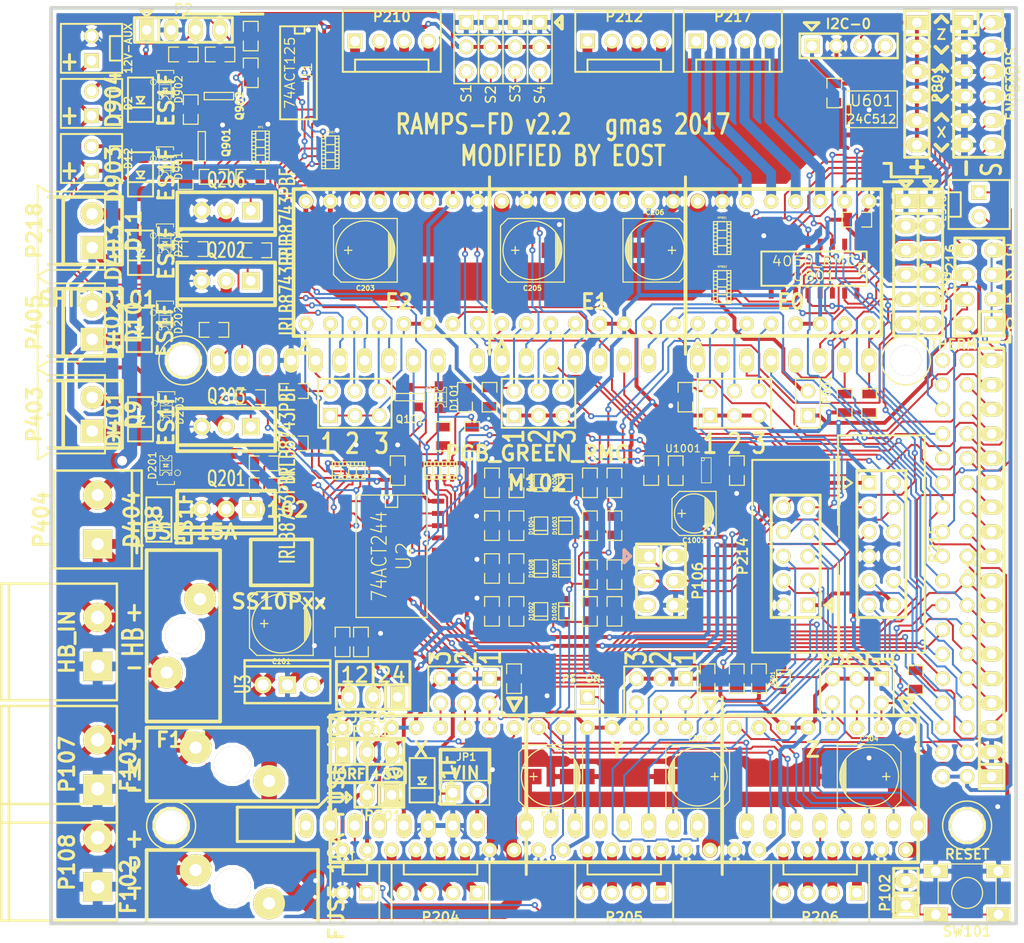
<source format=kicad_pcb>
(kicad_pcb (version 4) (host pcbnew 4.0.4+dfsg1-stable)
  (title_block (date "22 apr 2016"))
  (layers (0 Front signal) (31 Back signal hide) (34 B.Paste user) (35 F.Paste user) (36 B.SilkS user) (37 F.SilkS user) (38 B.Mask user) (39 F.Mask user) (44 Edge.Cuts user))
  (net 0 "")
  (net 1 +12P)
  (net 2 +V_HEATBED)
  (net 3 +V_LOGIC)
  (net 4 +V_MOTOR)
  (net 5 +V_POWER)
  (net 6 /E0_EN_BUF)
  (net 7 /E1_EN_BUF)
  (net 8 /E2_EN_BUF)
  (net 9 "/Extra MOSFETs/P_FET5")
  (net 10 "/Extra MOSFETs/P_FET6")
  (net 11 "/Mosfet Outputs/D10_OUT")
  (net 12 "/Mosfet Outputs/D8_OUT")
  (net 13 "/Mosfet Outputs/D9_OUT")
  (net 14 "/Mosfet Outputs/FET4_OUT")
  (net 15 /Power/HB_IN)
  (net 16 /Power/LP_1)
  (net 17 /Power/LP_2)
  (net 18 /Power/MOT_IN)
  (net 19 /Power/P_IN)
  (net 20 /RESET)
  (net 21 "/Stepper Drivers 2/E0-1A")
  (net 22 "/Stepper Drivers 2/E0-1B")
  (net 23 "/Stepper Drivers 2/E0-2A")
  (net 24 "/Stepper Drivers 2/E0-2B")
  (net 25 "/Stepper Drivers 2/E1-1A")
  (net 26 "/Stepper Drivers 2/E1-1B")
  (net 27 "/Stepper Drivers 2/E1-2A")
  (net 28 "/Stepper Drivers 2/E1-2B")
  (net 29 "/Stepper Drivers 2/E2-1A")
  (net 30 "/Stepper Drivers 2/E2-1B")
  (net 31 "/Stepper Drivers 2/E2-2A")
  (net 32 "/Stepper Drivers 2/E2-2B")
  (net 33 "/Stepper Drivers/X-1A")
  (net 34 "/Stepper Drivers/X-1B")
  (net 35 "/Stepper Drivers/X-2A")
  (net 36 "/Stepper Drivers/X-2B")
  (net 37 "/Stepper Drivers/Y-1A")
  (net 38 "/Stepper Drivers/Y-1B")
  (net 39 "/Stepper Drivers/Y-2A")
  (net 40 "/Stepper Drivers/Y-2B")
  (net 41 "/Stepper Drivers/Z-1A")
  (net 42 "/Stepper Drivers/Z-1B")
  (net 43 "/Stepper Drivers/Z-2A")
  (net 44 "/Stepper Drivers/Z-2B")
  (net 45 /X_EN_BUF)
  (net 46 /Y_EN_BUF)
  (net 47 /Z_EN_BUF)
  (net 48 A4)
  (net 49 A5)
  (net 50 A6)
  (net 51 A7)
  (net 52 AD14)
  (net 53 AD15)
  (net 54 AM-VIN)
  (net 55 D10)
  (net 56 D10_BUF)
  (net 57 D11-FET4)
  (net 58 D12-FET5)
  (net 59 D13)
  (net 60 D2-FET6)
  (net 61 D23)
  (net 62 D25)
  (net 63 D27)
  (net 64 D29)
  (net 65 D31)
  (net 66 D32)
  (net 67 D33)
  (net 68 D35)
  (net 69 D37)
  (net 70 D39)
  (net 71 D41)
  (net 72 D43)
  (net 73 D45)
  (net 74 D47)
  (net 75 D49)
  (net 76 D50-MISO)
  (net 77 D51-MOSI)
  (net 78 D52-SCK)
  (net 79 D8)
  (net 80 D8_BUF)
  (net 81 D9)
  (net 82 D9_BUF)
  (net 83 DUE_5V)
  (net 84 E0_DIR)
  (net 85 E0_EN)
  (net 86 E0_STEP)
  (net 87 ESTOP)
  (net 88 FD_5V)
  (net 89 FET4_BUF)
  (net 90 FET5_BUF)
  (net 91 FET6_BUF)
  (net 92 GNDA)
  (net 93 IOREF)
  (net 94 MISO)
  (net 95 MOSI)
  (net 96 MOT_GND)
  (net 97 OV_REF)
  (net 98 PS-ON)
  (net 99 SCK)
  (net 100 SCL)
  (net 101 SCL1)
  (net 102 SDA)
  (net 103 SDA1)
  (net 104 SERVO1)
  (net 105 SERVO2)
  (net 106 SERVO3)
  (net 107 SERVO4)
  (net 108 SPI_CS1)
  (net 109 THERM0)
  (net 110 THERM1)
  (net 111 THERM2)
  (net 112 THERM3)
  (net 113 UART0_RX_LV)
  (net 114 UART0_TX_LV)
  (net 115 UART1_RX_LV)
  (net 116 UART1_TX_LV)
  (net 117 UART2_RX_LV)
  (net 118 UART2_TX_LV)
  (net 119 UART3_RX_LV)
  (net 120 UART3_TX_LV)
  (net 121 X-MAX)
  (net 122 X-MIN)
  (net 123 X_DIR)
  (net 124 X_EN)
  (net 125 X_STEP)
  (net 126 Y-MAX)
  (net 127 Y-MIN)
  (net 128 Y_DIR)
  (net 129 Y_EN)
  (net 130 Y_STEP)
  (net 131 Z-MAX)
  (net 132 Z-MIN)
  (net 133 Z_DIR)
  (net 134 Z_EN)
  (net 135 Z_STEP)
  (net 136 "Net-(D101-Pad1)")
  (net 137 "Net-(D101-Pad2)")
  (net 138 "Net-(D201-Pad1)")
  (net 139 "Net-(D202-Pad1)")
  (net 140 "Net-(D203-Pad1)")
  (net 141 "Net-(D204-Pad1)")
  (net 142 "Net-(D301-Pad1)")
  (net 143 "Net-(D901-Pad1)")
  (net 144 "Net-(D902-Pad1)")
  (net 145 "Net-(JP801-Pad2)")
  (net 146 "Net-(P1-Pad2)")
  (net 147 "Net-(P1-Pad3)")
  (net 148 "Net-(P1-Pad6)")
  (net 149 "Net-(P106-Pad2)")
  (net 150 "Net-(P106-Pad5)")
  (net 151 "Net-(P201-Pad2)")
  (net 152 "Net-(P201-Pad4)")
  (net 153 "Net-(P201-Pad6)")
  (net 154 "Net-(P202-Pad2)")
  (net 155 "Net-(P202-Pad4)")
  (net 156 "Net-(P202-Pad6)")
  (net 157 "Net-(P203-Pad2)")
  (net 158 "Net-(P203-Pad4)")
  (net 159 "Net-(P203-Pad6)")
  (net 160 "Net-(P207-Pad2)")
  (net 161 "Net-(P207-Pad4)")
  (net 162 "Net-(P207-Pad6)")
  (net 163 "Net-(P208-Pad2)")
  (net 164 "Net-(P208-Pad4)")
  (net 165 "Net-(P208-Pad6)")
  (net 166 "Net-(P209-Pad2)")
  (net 167 "Net-(P209-Pad4)")
  (net 168 "Net-(P209-Pad6)")
  (net 169 "Net-(P215-Pad8)")
  (net 170 "Net-(P216-Pad2)")
  (net 171 "Net-(P216-Pad3)")
  (net 172 "Net-(P216-Pad6)")
  (net 173 "Net-(P301-Pad2)")
  (net 174 "Net-(P301-Pad4)")
  (net 175 "Net-(P301-Pad6)")
  (net 176 "Net-(P301-Pad8)")
  (net 177 "Net-(P302-Pad2)")
  (net 178 "Net-(P802-Pad2)")
  (net 179 "Net-(P802-Pad4)")
  (net 180 "Net-(P802-Pad6)")
  (net 181 "Net-(P802-Pad8)")
  (net 182 "Net-(P802-Pad10)")
  (net 183 "Net-(P802-Pad12)")
  (net 184 "Net-(Q201-PadG)")
  (net 185 "Net-(Q202-PadG)")
  (net 186 "Net-(Q203-PadG)")
  (net 187 "Net-(Q206-PadG)")
  (net 188 "Net-(Q901-PadG)")
  (net 189 "Net-(Q902-PadG)")
  (net 190 "Net-(R1003-Pad2)")
  (net 191 "Net-(RP801-Pad1)")
  (net 192 "Net-(RP802-Pad4)")
  (net 193 +3.3V)
  (net 194 "Net-(SHIELD101-PadAREF)")
  (net 195 "Net-(SHIELD101-Pad5V_4)")
  (net 196 "Net-(SHIELD101-Pad5V_5)")
  (module PIN_ARRAY_4x1 (layer Front) (at 135.0391 43.561)
    (fp_text reference P211 hide)
    (fp_text value I2C-0 (at -0.0381 -2.286) (layer F.SilkS) (effects (font (size 1.016 1.016) (thickness 0.2032))))
    (pad 1 thru_hole rect (at -3.81 0) (size 1.524 1.524) (drill 1.016) (layers *.Cu *.Mask F.SilkS) (net 3 +V_LOGIC))
    (pad 2 thru_hole circle (at -1.27 0) (size 1.524 1.524) (drill 1.016) (layers *.Cu *.Mask F.SilkS) (net 96 MOT_GND))
    (pad 3 thru_hole circle (at 1.27 0) (size 1.524 1.524) (drill 1.016) (layers *.Cu *.Mask F.SilkS) (net 102 SDA))
    (pad 4 thru_hole circle (at 3.81 0) (size 1.524 1.524) (drill 1.016) (layers *.Cu *.Mask F.SilkS) (net 100 SCL))
  )
  (module pin_array_3x2 (layer Front) (at 95.25 110.49 180)
    (fp_text reference P203 hide)
    (fp_text value CONN_3X2 hide)
    (pad 1 thru_hole rect (at -2.54 1.27 180) (size 1.524 1.524) (drill 1.016) (layers *.Cu *.Mask F.SilkS) (net 3 +V_LOGIC))
    (pad 2 thru_hole circle (at -2.54 -1.27 180) (size 1.524 1.524) (drill 1.016) (layers *.Cu *.Mask F.SilkS) (net 157 "Net-(P203-Pad2)"))
    (pad 3 thru_hole circle (at 0 1.27 180) (size 1.524 1.524) (drill 1.016) (layers *.Cu *.Mask F.SilkS) (net 3 +V_LOGIC))
    (pad 4 thru_hole circle (at 0 -1.27 180) (size 1.524 1.524) (drill 1.016) (layers *.Cu *.Mask F.SilkS) (net 158 "Net-(P203-Pad4)"))
    (pad 5 thru_hole circle (at 2.54 1.27 180) (size 1.524 1.524) (drill 1.016) (layers *.Cu *.Mask F.SilkS) (net 3 +V_LOGIC))
    (pad 6 thru_hole circle (at 2.54 -1.27 180) (size 1.524 1.524) (drill 1.016) (layers *.Cu *.Mask F.SilkS) (net 159 "Net-(P203-Pad6)"))
  )
  (module pin_array_3x2 (layer Front) (at 83.82 80.645)
    (fp_text reference P207 hide)
    (fp_text value CONN_3X2 hide)
    (pad 1 thru_hole rect (at -2.54 1.27) (size 1.524 1.524) (drill 1.016) (layers *.Cu *.Mask F.SilkS) (net 3 +V_LOGIC))
    (pad 2 thru_hole circle (at -2.54 -1.27) (size 1.524 1.524) (drill 1.016) (layers *.Cu *.Mask F.SilkS) (net 160 "Net-(P207-Pad2)"))
    (pad 3 thru_hole circle (at 0 1.27) (size 1.524 1.524) (drill 1.016) (layers *.Cu *.Mask F.SilkS) (net 3 +V_LOGIC))
    (pad 4 thru_hole circle (at 0 -1.27) (size 1.524 1.524) (drill 1.016) (layers *.Cu *.Mask F.SilkS) (net 161 "Net-(P207-Pad4)"))
    (pad 5 thru_hole circle (at 2.54 1.27) (size 1.524 1.524) (drill 1.016) (layers *.Cu *.Mask F.SilkS) (net 3 +V_LOGIC))
    (pad 6 thru_hole circle (at 2.54 -1.27) (size 1.524 1.524) (drill 1.016) (layers *.Cu *.Mask F.SilkS) (net 162 "Net-(P207-Pad6)"))
  )
  (module pin_array_3x2 (layer Front) (at 123.19 80.645)
    (fp_text reference P208 hide)
    (fp_text value CONN_3X2 hide)
    (pad 1 thru_hole rect (at -2.54 1.27) (size 1.524 1.524) (drill 1.016) (layers *.Cu *.Mask F.SilkS) (net 3 +V_LOGIC))
    (pad 2 thru_hole circle (at -2.54 -1.27) (size 1.524 1.524) (drill 1.016) (layers *.Cu *.Mask F.SilkS) (net 163 "Net-(P208-Pad2)"))
    (pad 3 thru_hole circle (at 0 1.27) (size 1.524 1.524) (drill 1.016) (layers *.Cu *.Mask F.SilkS) (net 3 +V_LOGIC))
    (pad 4 thru_hole circle (at 0 -1.27) (size 1.524 1.524) (drill 1.016) (layers *.Cu *.Mask F.SilkS) (net 164 "Net-(P208-Pad4)"))
    (pad 5 thru_hole circle (at 2.54 1.27) (size 1.524 1.524) (drill 1.016) (layers *.Cu *.Mask F.SilkS) (net 3 +V_LOGIC))
    (pad 6 thru_hole circle (at 2.54 -1.27) (size 1.524 1.524) (drill 1.016) (layers *.Cu *.Mask F.SilkS) (net 165 "Net-(P208-Pad6)"))
  )
  (module pin_array_3x2 (layer Front) (at 135.89 110.49 180)
    (fp_text reference P202 hide)
    (fp_text value CONN_3X2 hide)
    (pad 1 thru_hole rect (at -2.54 1.27 180) (size 1.524 1.524) (drill 1.016) (layers *.Cu *.Mask F.SilkS) (net 3 +V_LOGIC))
    (pad 2 thru_hole circle (at -2.54 -1.27 180) (size 1.524 1.524) (drill 1.016) (layers *.Cu *.Mask F.SilkS) (net 154 "Net-(P202-Pad2)"))
    (pad 3 thru_hole circle (at 0 1.27 180) (size 1.524 1.524) (drill 1.016) (layers *.Cu *.Mask F.SilkS) (net 3 +V_LOGIC))
    (pad 4 thru_hole circle (at 0 -1.27 180) (size 1.524 1.524) (drill 1.016) (layers *.Cu *.Mask F.SilkS) (net 155 "Net-(P202-Pad4)"))
    (pad 5 thru_hole circle (at 2.54 1.27 180) (size 1.524 1.524) (drill 1.016) (layers *.Cu *.Mask F.SilkS) (net 3 +V_LOGIC))
    (pad 6 thru_hole circle (at 2.54 -1.27 180) (size 1.524 1.524) (drill 1.016) (layers *.Cu *.Mask F.SilkS) (net 156 "Net-(P202-Pad6)"))
  )
  (module pin_array_3x2 (layer Front) (at 115.57 110.49 180)
    (fp_text reference P201 hide)
    (fp_text value CONN_3X2 hide)
    (pad 1 thru_hole rect (at -2.54 1.27 180) (size 1.524 1.524) (drill 1.016) (layers *.Cu *.Mask F.SilkS) (net 3 +V_LOGIC))
    (pad 2 thru_hole circle (at -2.54 -1.27 180) (size 1.524 1.524) (drill 1.016) (layers *.Cu *.Mask F.SilkS) (net 151 "Net-(P201-Pad2)"))
    (pad 3 thru_hole circle (at 0 1.27 180) (size 1.524 1.524) (drill 1.016) (layers *.Cu *.Mask F.SilkS) (net 3 +V_LOGIC))
    (pad 4 thru_hole circle (at 0 -1.27 180) (size 1.524 1.524) (drill 1.016) (layers *.Cu *.Mask F.SilkS) (net 152 "Net-(P201-Pad4)"))
    (pad 5 thru_hole circle (at 2.54 1.27 180) (size 1.524 1.524) (drill 1.016) (layers *.Cu *.Mask F.SilkS) (net 3 +V_LOGIC))
    (pad 6 thru_hole circle (at 2.54 -1.27 180) (size 1.524 1.524) (drill 1.016) (layers *.Cu *.Mask F.SilkS) (net 153 "Net-(P201-Pad6)"))
  )
  (module PIN_ARRAY_3X1 (layer Front) (at 100.46 43.66768 270)
    (fp_text reference K203 hide)
    (fp_text value S3 (at 4.826 0 270) (layer F.SilkS) (effects (font (size 1.016 1.016) (thickness 0.1524))))
    (pad 1 thru_hole rect (at -2.54 0 270) (size 1.524 1.524) (drill 1.016) (layers *.Cu *.Mask F.SilkS) (net 96 MOT_GND))
    (pad 2 thru_hole circle (at 0 0 270) (size 1.524 1.524) (drill 1.016) (layers *.Cu *.Mask F.SilkS) (net 88 FD_5V))
    (pad 3 thru_hole circle (at 2.54 0 270) (size 1.524 1.524) (drill 1.016) (layers *.Cu *.Mask F.SilkS) (net 106 SERVO3))
  )
  (module PIN_ARRAY_3X1 (layer Front) (at 103 43.66768 270)
    (fp_text reference K204 hide)
    (fp_text value S4 (at 4.953 0 270) (layer F.SilkS) (effects (font (size 1.016 1.016) (thickness 0.1524))))
    (pad 1 thru_hole rect (at -2.54 0 270) (size 1.524 1.524) (drill 1.016) (layers *.Cu *.Mask F.SilkS) (net 96 MOT_GND))
    (pad 2 thru_hole circle (at 0 0 270) (size 1.524 1.524) (drill 1.016) (layers *.Cu *.Mask F.SilkS) (net 88 FD_5V))
    (pad 3 thru_hole circle (at 2.54 0 270) (size 1.524 1.524) (drill 1.016) (layers *.Cu *.Mask F.SilkS) (net 107 SERVO4))
  )
  (module PIN_ARRAY_3X1 (layer Front) (at 97.92 43.66768 270)
    (fp_text reference K202 hide)
    (fp_text value S2 (at 4.953 0 270) (layer F.SilkS) (effects (font (size 1.016 1.016) (thickness 0.1524))))
    (pad 1 thru_hole rect (at -2.54 0 270) (size 1.524 1.524) (drill 1.016) (layers *.Cu *.Mask F.SilkS) (net 96 MOT_GND))
    (pad 2 thru_hole circle (at 0 0 270) (size 1.524 1.524) (drill 1.016) (layers *.Cu *.Mask F.SilkS) (net 88 FD_5V))
    (pad 3 thru_hole circle (at 2.54 0 270) (size 1.524 1.524) (drill 1.016) (layers *.Cu *.Mask F.SilkS) (net 105 SERVO2))
  )
  (module PIN_ARRAY_3X1 (layer Front) (at 95.38 43.66768 270)
    (fp_text reference K201 hide)
    (fp_text value S1 (at 4.826 0 270) (layer F.SilkS) (effects (font (size 1.016 1.016) (thickness 0.1524))))
    (pad 1 thru_hole rect (at -2.54 0 270) (size 1.524 1.524) (drill 1.016) (layers *.Cu *.Mask F.SilkS) (net 96 MOT_GND))
    (pad 2 thru_hole circle (at 0 0 270) (size 1.524 1.524) (drill 1.016) (layers *.Cu *.Mask F.SilkS) (net 88 FD_5V))
    (pad 3 thru_hole circle (at 2.54 0 270) (size 1.524 1.524) (drill 1.016) (layers *.Cu *.Mask F.SilkS) (net 104 SERVO1))
  )
  (module PIN_ARRAY_1 (layer Front) (at 107.95 111.125 90)
    (fp_text reference P103 hide)
    (fp_text value PS-ON (at 1.905 -0.635 180) (layer F.SilkS) (effects (font (size 0.762 0.762) (thickness 0.1524))))
    (pad 1 thru_hole rect (at 0 0 90) (size 1.524 1.524) (drill 1.016) (layers *.Cu *.Mask F.SilkS) (net 98 PS-ON))
  )
  (module mstba_2,5%2f2-g-5,08 (layer Front) (at 57.15 118.11 90)
    (fp_text reference P107 (at 0 -3.175 90) (layer F.SilkS) (effects (font (thickness 0.3048))))
    (fp_text value MOT_IN hide)
    (pad 1 thru_hole rect (at -2.54 0 90) (size 2.99974 2.99974) (drill 1.39954) (layers *.Cu *.Mask F.SilkS) (net 96 MOT_GND))
    (pad 2 thru_hole circle (at 2.54 0 90) (size 2.99974 2.99974) (drill 1.39954) (layers *.Cu *.Mask F.SilkS) (net 18 /Power/MOT_IN))
  )
  (module mstba_2,5%2f2-g-5,08 (layer Front) (at 57.15 128.27 90)
    (fp_text reference P108 (at 0 -3.175 90) (layer F.SilkS) (effects (font (thickness 0.3048))))
    (fp_text value POWER_IN hide)
    (pad 1 thru_hole rect (at -2.54 0 90) (size 2.99974 2.99974) (drill 1.39954) (layers *.Cu *.Mask F.SilkS) (net 96 MOT_GND))
    (pad 2 thru_hole circle (at 2.54 0 90) (size 2.99974 2.99974) (drill 1.39954) (layers *.Cu *.Mask F.SilkS) (net 19 /Power/P_IN))
  )
  (module pin_array_3x2 (layer Front) (at 102.87 80.645)
    (fp_text reference P209 hide)
    (fp_text value CONN_3X2 hide)
    (pad 1 thru_hole rect (at -2.54 1.27) (size 1.524 1.524) (drill 1.016) (layers *.Cu *.Mask F.SilkS) (net 3 +V_LOGIC))
    (pad 2 thru_hole circle (at -2.54 -1.27) (size 1.524 1.524) (drill 1.016) (layers *.Cu *.Mask F.SilkS) (net 166 "Net-(P209-Pad2)"))
    (pad 3 thru_hole circle (at 0 1.27) (size 1.524 1.524) (drill 1.016) (layers *.Cu *.Mask F.SilkS) (net 3 +V_LOGIC))
    (pad 4 thru_hole circle (at 0 -1.27) (size 1.524 1.524) (drill 1.016) (layers *.Cu *.Mask F.SilkS) (net 167 "Net-(P209-Pad4)"))
    (pad 5 thru_hole circle (at 2.54 1.27) (size 1.524 1.524) (drill 1.016) (layers *.Cu *.Mask F.SilkS) (net 3 +V_LOGIC))
    (pad 6 thru_hole circle (at 2.54 -1.27) (size 1.524 1.524) (drill 1.016) (layers *.Cu *.Mask F.SilkS) (net 168 "Net-(P209-Pad6)"))
  )
  (module SO20L (layer Front) (at 87.63 96.52 270)
    (fp_text reference U2 (at 0 -1.27 270) (layer F.SilkS) (effects (font (thickness 0.127))))
    (fp_text value 74ACT244 (at 0 1.27 270) (layer F.SilkS) (effects (font (size 1.524 1.27) (thickness 0.127))))
    (pad 11 smd rect (at 5.715 -4.826 270) (size 0.508 1.27) (layers Front F.Paste F.Mask) (net 70 D39))
    (pad 12 smd rect (at 4.445 -4.826 270) (size 0.508 1.27) (layers Front F.Paste F.Mask) (net 6 /E0_EN_BUF))
    (pad 13 smd rect (at 3.175 -4.826 270) (size 0.508 1.27) (layers Front F.Paste F.Mask) (net 73 D45))
    (pad 14 smd rect (at 1.905 -4.826 270) (size 0.508 1.27) (layers Front F.Paste F.Mask) (net 47 /Z_EN_BUF))
    (pad 15 smd rect (at 0.635 -4.826 270) (size 0.508 1.27) (layers Front F.Paste F.Mask) (net 79 D8))
    (pad 16 smd rect (at -0.635 -4.826 270) (size 0.508 1.27) (layers Front F.Paste F.Mask) (net 46 /Y_EN_BUF))
    (pad 17 smd rect (at -1.905 -4.826 270) (size 0.508 1.27) (layers Front F.Paste F.Mask) (net 81 D9))
    (pad 18 smd rect (at -3.175 -4.826 270) (size 0.508 1.27) (layers Front F.Paste F.Mask) (net 45 /X_EN_BUF))
    (pad 19 smd rect (at -4.445 -4.826 270) (size 0.508 1.27) (layers Front F.Paste F.Mask) (net 142 "Net-(D301-Pad1)"))
    (pad 20 smd rect (at -5.715 -4.826 270) (size 0.508 1.27) (layers Front F.Paste F.Mask) (net 88 FD_5V))
    (pad 1 smd rect (at -5.715 4.826 270) (size 0.508 1.27) (layers Front F.Paste F.Mask) (net 142 "Net-(D301-Pad1)"))
    (pad 2 smd rect (at -4.445 4.826 270) (size 0.508 1.27) (layers Front F.Paste F.Mask) (net 124 X_EN))
    (pad 3 smd rect (at -3.175 4.826 270) (size 0.508 1.27) (layers Front F.Paste F.Mask) (net 82 D9_BUF))
    (pad 4 smd rect (at -1.905 4.826 270) (size 0.508 1.27) (layers Front F.Paste F.Mask) (net 129 Y_EN))
    (pad 5 smd rect (at -0.635 4.826 270) (size 0.508 1.27) (layers Front F.Paste F.Mask) (net 80 D8_BUF))
    (pad 6 smd rect (at 0.635 4.826 270) (size 0.508 1.27) (layers Front F.Paste F.Mask) (net 134 Z_EN))
    (pad 7 smd rect (at 1.905 4.826 270) (size 0.508 1.27) (layers Front F.Paste F.Mask) (net 8 /E2_EN_BUF))
    (pad 8 smd rect (at 3.175 4.826 270) (size 0.508 1.27) (layers Front F.Paste F.Mask) (net 85 E0_EN))
    (pad 9 smd rect (at 4.445 4.826 270) (size 0.508 1.27) (layers Front F.Paste F.Mask) (net 7 /E1_EN_BUF))
    (pad 10 smd rect (at 5.715 4.826 270) (size 0.508 1.27) (layers Front F.Paste F.Mask) (net 96 MOT_GND))
  )
  (module SO14E (layer Front) (at 78.105 46.355 270)
    (fp_text reference U1 (at 0 -0.762 270) (layer F.SilkS) (effects (font (size 1.016 1.143) (thickness 0.127))))
    (fp_text value 74ACT125 (at 0 1.016 270) (layer F.SilkS) (effects (font (size 1.016 1.016) (thickness 0.127))))
    (pad 1 smd rect (at -3.81 2.794 270) (size 0.508 1.143) (layers Front F.Paste F.Mask) (net 142 "Net-(D301-Pad1)"))
    (pad 2 smd rect (at -2.54 2.794 270) (size 0.508 1.143) (layers Front F.Paste F.Mask) (net 60 D2-FET6))
    (pad 3 smd rect (at -1.27 2.794 270) (size 0.508 1.143) (layers Front F.Paste F.Mask) (net 91 FET6_BUF))
    (pad 4 smd rect (at 0 2.794 270) (size 0.508 1.143) (layers Front F.Paste F.Mask) (net 142 "Net-(D301-Pad1)"))
    (pad 5 smd rect (at 1.27 2.794 270) (size 0.508 1.143) (layers Front F.Paste F.Mask) (net 55 D10))
    (pad 6 smd rect (at 2.54 2.794 270) (size 0.508 1.143) (layers Front F.Paste F.Mask) (net 56 D10_BUF))
    (pad 7 smd rect (at 3.81 2.794 270) (size 0.508 1.143) (layers Front F.Paste F.Mask) (net 96 MOT_GND))
    (pad 8 smd rect (at 3.81 -2.54 270) (size 0.508 1.143) (layers Front F.Paste F.Mask) (net 89 FET4_BUF))
    (pad 9 smd rect (at 2.54 -2.54 270) (size 0.508 1.143) (layers Front F.Paste F.Mask) (net 57 D11-FET4))
    (pad 10 smd rect (at 1.27 -2.54 270) (size 0.508 1.143) (layers Front F.Paste F.Mask) (net 142 "Net-(D301-Pad1)"))
    (pad 11 smd rect (at 0 -2.54 270) (size 0.508 1.143) (layers Front F.Paste F.Mask) (net 90 FET5_BUF))
    (pad 12 smd rect (at -1.27 -2.54 270) (size 0.508 1.143) (layers Front F.Paste F.Mask) (net 58 D12-FET5))
    (pad 13 smd rect (at -2.54 -2.54 270) (size 0.508 1.143) (layers Front F.Paste F.Mask) (net 142 "Net-(D301-Pad1)"))
    (pad 14 smd rect (at -3.81 -2.54 270) (size 0.508 1.143) (layers Front F.Paste F.Mask) (net 88 FD_5V))
  )
  (module PIN_ARRAY_2X1 (layer Front) (at 95.24492 121.06148)
    (fp_text reference JP1 (at 0.13208 -3.71348) (layer F.SilkS) (effects (font (size 0.762 0.762) (thickness 0.1524))))
    (fp_text value VIN (at 0.00508 -2.06248) (layer F.SilkS) (effects (font (size 1.27 1.27) (thickness 0.254))))
    (pad 1 thru_hole rect (at -1.27 0) (size 1.524 1.524) (drill 1.016) (layers *.Cu *.Mask F.SilkS) (net 16 /Power/LP_1))
    (pad 2 thru_hole circle (at 1.27 0) (size 1.524 1.524) (drill 1.016) (layers *.Cu *.Mask F.SilkS) (net 54 AM-VIN))
  )
  (module LM78XXV (layer Front) (at 76.835 109.855 90)
    (fp_text reference U3 (at 0.0508 -4.6228 90) (layer F.SilkS) (effects (font (size 1.524 1.016) (thickness 0.2032))))
    (fp_text value LM7812 hide)
    (pad VI thru_hole circle (at 0 -2.54 90) (size 1.778 1.778) (drill 1.143) (layers *.Cu *.Mask F.SilkS) (net 5 +V_POWER))
    (pad GND thru_hole rect (at 0 0 90) (size 1.778 1.778) (drill 1.143) (layers *.Cu *.Mask F.SilkS) (net 96 MOT_GND))
    (pad VO thru_hole circle (at 0 2.54 90) (size 1.778 1.778) (drill 1.143) (layers *.Cu *.Mask F.SilkS) (net 17 /Power/LP_2))
  )
  (module SOT23GDS (layer Front) (at 67.945 53.975 270)
    (fp_text reference Q901 (at -0.381 -2.54 270) (layer F.SilkS) (effects (font (size 0.762 0.762) (thickness 0.2032))))
    (fp_text value DMN2075U hide)
    (pad S smd rect (at -0.889 -1.016 270) (size 0.9144 0.9144) (layers Front F.Paste F.Mask) (net 96 MOT_GND))
    (pad G smd rect (at 0.889 -1.016 270) (size 0.9144 0.9144) (layers Front F.Paste F.Mask) (net 188 "Net-(Q901-PadG)"))
    (pad D smd rect (at 0 1.016 270) (size 0.9144 0.9144) (layers Front F.Paste F.Mask) (net 9 "/Extra MOSFETs/P_FET5"))
  )
  (module SOT23GDS (layer Front) (at 69.723 48.768 180)
    (fp_text reference Q902 (at -2.159 -1.016 270) (layer F.SilkS) (effects (font (size 0.762 0.762) (thickness 0.2032))))
    (fp_text value DMN2075U hide)
    (pad S smd rect (at -0.889 -1.016 180) (size 0.9144 0.9144) (layers Front F.Paste F.Mask) (net 96 MOT_GND))
    (pad G smd rect (at 0.889 -1.016 180) (size 0.9144 0.9144) (layers Front F.Paste F.Mask) (net 189 "Net-(Q902-PadG)"))
    (pad D smd rect (at 0 1.016 180) (size 0.9144 0.9144) (layers Front F.Paste F.Mask) (net 10 "/Extra MOSFETs/P_FET6"))
  )
  (module SO16E (layer Front) (at 131.445 66.675 180)
    (fp_text reference U801 (at 0 -0.762 180) (layer F.SilkS) (effects (font (size 1.016 1.143) (thickness 0.127))))
    (fp_text value 4050_RMC (at 0 0.762 180) (layer F.SilkS) (effects (font (size 1.016 1.143) (thickness 0.127))))
    (pad 1 smd rect (at -4.445 2.54 180) (size 0.508 1.143) (layers Front F.Paste F.Mask) (net 3 +V_LOGIC))
    (pad 2 smd rect (at -3.175 2.54 180) (size 0.508 1.143) (layers Front F.Paste F.Mask) (net 131 Z-MAX))
    (pad 3 smd rect (at -1.905 2.54 180) (size 0.508 1.143) (layers Front F.Paste F.Mask) (net 178 "Net-(P802-Pad2)"))
    (pad 4 smd rect (at -0.635 2.54 180) (size 0.508 1.143) (layers Front F.Paste F.Mask) (net 132 Z-MIN))
    (pad 5 smd rect (at 0.635 2.54 180) (size 0.508 1.143) (layers Front F.Paste F.Mask) (net 179 "Net-(P802-Pad4)"))
    (pad 6 smd rect (at 1.905 2.54 180) (size 0.508 1.143) (layers Front F.Paste F.Mask) (net 126 Y-MAX))
    (pad 7 smd rect (at 3.175 2.54 180) (size 0.508 1.143) (layers Front F.Paste F.Mask) (net 180 "Net-(P802-Pad6)"))
    (pad 8 smd rect (at 4.445 2.54 180) (size 0.508 1.143) (layers Front F.Paste F.Mask) (net 96 MOT_GND))
    (pad 9 smd rect (at 4.445 -2.54 180) (size 0.508 1.143) (layers Front F.Paste F.Mask) (net 181 "Net-(P802-Pad8)"))
    (pad 10 smd rect (at 3.175 -2.54 180) (size 0.508 1.143) (layers Front F.Paste F.Mask) (net 127 Y-MIN))
    (pad 11 smd rect (at 1.905 -2.54 180) (size 0.508 1.143) (layers Front F.Paste F.Mask) (net 182 "Net-(P802-Pad10)"))
    (pad 12 smd rect (at 0.635 -2.54 180) (size 0.508 1.143) (layers Front F.Paste F.Mask) (net 121 X-MAX))
    (pad 13 smd rect (at -0.635 -2.54 180) (size 0.508 1.143) (layers Front F.Paste F.Mask))
    (pad 14 smd rect (at -1.905 -2.54 180) (size 0.508 1.143) (layers Front F.Paste F.Mask) (net 183 "Net-(P802-Pad12)"))
    (pad 15 smd rect (at -3.175 -2.54 180) (size 0.508 1.143) (layers Front F.Paste F.Mask) (net 122 X-MIN))
    (pad 16 smd rect (at -4.445 -2.54 180) (size 0.508 1.143) (layers Front F.Paste F.Mask))
  )
  (module PIN_ARRAY_2X1 (layer Front) (at 130.81 80.645 90)
    (fp_text reference JP801 (at 1.12522 1.95072 90) (layer F.SilkS) (effects (font (size 0.762 0.762) (thickness 0.1524))))
    (fp_text value JUMP_MINI hide)
    (pad 1 thru_hole rect (at -1.27 0 90) (size 1.524 1.524) (drill 1.016) (layers *.Cu *.Mask F.SilkS) (net 88 FD_5V))
    (pad 2 thru_hole circle (at 1.27 0 90) (size 1.524 1.524) (drill 1.016) (layers *.Cu *.Mask F.SilkS) (net 145 "Net-(JP801-Pad2)"))
  )
  (module mstba_2,5%2f2-g-5,08 (layer Front) (at 57.15 105.41 90)
    (fp_text reference P101 hide)
    (fp_text value HB_IN (at 0 -3.175 90) (layer F.SilkS) (effects (font (thickness 0.3048))))
    (pad 1 thru_hole rect (at -2.54 0 90) (size 2.99974 2.99974) (drill 1.39954) (layers *.Cu *.Mask F.SilkS) (net 96 MOT_GND))
    (pad 2 thru_hole circle (at 2.54 0 90) (size 2.99974 2.99974) (drill 1.39954) (layers *.Cu *.Mask F.SilkS) (net 15 /Power/HB_IN))
  )
  (module SO8E (layer Front) (at 137.414 50.1396)
    (fp_text reference U601 (at 0 -0.889) (layer F.SilkS) (effects (font (size 1.143 1.143) (thickness 0.1524))))
    (fp_text value 24C512 (at 0 1.016) (layer F.SilkS) (effects (font (size 0.889 0.889) (thickness 0.1524))))
    (pad 8 smd rect (at -1.905 -2.667) (size 0.59944 1.39954) (layers Front F.Paste F.Mask) (net 3 +V_LOGIC))
    (pad 1 smd rect (at -1.905 2.667) (size 0.59944 1.39954) (layers Front F.Paste F.Mask) (net 96 MOT_GND))
    (pad 7 smd rect (at -0.635 -2.667) (size 0.59944 1.39954) (layers Front F.Paste F.Mask) (net 96 MOT_GND))
    (pad 6 smd rect (at 0.635 -2.667) (size 0.59944 1.39954) (layers Front F.Paste F.Mask) (net 100 SCL))
    (pad 5 smd rect (at 1.905 -2.667) (size 0.59944 1.39954) (layers Front F.Paste F.Mask) (net 102 SDA))
    (pad 2 smd rect (at -0.635 2.667) (size 0.59944 1.39954) (layers Front F.Paste F.Mask) (net 96 MOT_GND))
    (pad 3 smd rect (at 0.635 2.667) (size 0.59944 1.39954) (layers Front F.Paste F.Mask) (net 96 MOT_GND))
    (pad 4 smd rect (at 1.905 2.667) (size 0.59944 1.39954) (layers Front F.Paste F.Mask) (net 96 MOT_GND))
  )
  (module SOT23 (layer Front) (at 120.269 87.63 270)
    (fp_text reference U1001 (at -2.286 2.413 360) (layer F.SilkS) (effects (font (size 0.762 0.762) (thickness 0.11938))))
    (fp_text value TL431_SOT23_RMC hide)
    (pad 3 smd rect (at 0 -1.09982 270) (size 0.8001 1.00076) (layers Front F.Paste F.Mask) (net 96 MOT_GND))
    (pad 2 smd rect (at 0.9525 1.09982 270) (size 0.8001 1.00076) (layers Front F.Paste F.Mask) (net 97 OV_REF))
    (pad 1 smd rect (at -0.9525 1.09982 270) (size 0.8001 1.00076) (layers Front F.Paste F.Mask) (net 190 "Net-(R1003-Pad2)"))
  )
  (module SOT23GDS (layer Front) (at 89.535 80.01 180)
    (fp_text reference Q101 (at 0 -2.286 180) (layer F.SilkS) (effects (font (size 0.762 0.762) (thickness 0.12954))))
    (fp_text value 2N7002 hide)
    (pad S smd rect (at -0.889 -1.016 180) (size 0.9144 0.9144) (layers Front F.Paste F.Mask) (net 96 MOT_GND))
    (pad G smd rect (at 0.889 -1.016 180) (size 0.9144 0.9144) (layers Front F.Paste F.Mask) (net 59 D13))
    (pad D smd rect (at 0 1.016 180) (size 0.9144 0.9144) (layers Front F.Paste F.Mask) (net 137 "Net-(D101-Pad2)"))
  )
  (module sod323 (layer Front) (at 103.124 88.9 270)
    (fp_text reference D1006 (at 0 1.016 270) (layer F.SilkS) (effects (font (size 0.39878 0.39878) (thickness 0.09906))))
    (fp_text value 1N4148 hide)
    (pad 2 smd rect (at 1.09982 0 270) (size 1.00076 0.59944) (layers Front F.Paste F.Mask) (net 112 THERM3))
    (pad 1 smd rect (at -1.09982 0 270) (size 1.00076 0.59944) (layers Front F.Paste F.Mask) (net 96 MOT_GND))
  )
  (module sod323 (layer Front) (at 105.664 88.9 90)
    (fp_text reference D1005 (at 0 -1.09982 90) (layer F.SilkS) (effects (font (size 0.39878 0.39878) (thickness 0.09906))))
    (fp_text value 1N4148 hide)
    (pad 2 smd rect (at 1.09982 0 90) (size 1.00076 0.59944) (layers Front F.Paste F.Mask) (net 97 OV_REF))
    (pad 1 smd rect (at -1.09982 0 90) (size 1.00076 0.59944) (layers Front F.Paste F.Mask) (net 112 THERM3))
  )
  (module sod323 (layer Front) (at 103.124 102.235 270)
    (fp_text reference D1002 (at 0 1.016 270) (layer F.SilkS) (effects (font (size 0.39878 0.39878) (thickness 0.09906))))
    (fp_text value 1N4148 hide)
    (pad 2 smd rect (at 1.09982 0 270) (size 1.00076 0.59944) (layers Front F.Paste F.Mask) (net 109 THERM0))
    (pad 1 smd rect (at -1.09982 0 270) (size 1.00076 0.59944) (layers Front F.Paste F.Mask) (net 96 MOT_GND))
  )
  (module sod323 (layer Front) (at 105.664 102.235 90)
    (fp_text reference D1001 (at 0 -1.143 90) (layer F.SilkS) (effects (font (size 0.39878 0.39878) (thickness 0.09906))))
    (fp_text value 1N4148 hide)
    (pad 2 smd rect (at 1.09982 0 90) (size 1.00076 0.59944) (layers Front F.Paste F.Mask) (net 97 OV_REF))
    (pad 1 smd rect (at -1.09982 0 90) (size 1.00076 0.59944) (layers Front F.Paste F.Mask) (net 109 THERM0))
  )
  (module sod323 (layer Front) (at 105.664 93.345 90)
    (fp_text reference D1003 (at 0 -1.09982 90) (layer F.SilkS) (effects (font (size 0.39878 0.39878) (thickness 0.09906))))
    (fp_text value 1N4148 hide)
    (pad 2 smd rect (at 1.09982 0 90) (size 1.00076 0.59944) (layers Front F.Paste F.Mask) (net 97 OV_REF))
    (pad 1 smd rect (at -1.09982 0 90) (size 1.00076 0.59944) (layers Front F.Paste F.Mask) (net 111 THERM2))
  )
  (module sod323 (layer Front) (at 103.124 93.345 270)
    (fp_text reference D1004 (at 0 1.016 270) (layer F.SilkS) (effects (font (size 0.39878 0.39878) (thickness 0.09906))))
    (fp_text value 1N4148 hide)
    (pad 2 smd rect (at 1.09982 0 270) (size 1.00076 0.59944) (layers Front F.Paste F.Mask) (net 111 THERM2))
    (pad 1 smd rect (at -1.09982 0 270) (size 1.00076 0.59944) (layers Front F.Paste F.Mask) (net 96 MOT_GND))
  )
  (module sod323 (layer Front) (at 103.124 97.79 270)
    (fp_text reference D1008 (at 0 1.016 270) (layer F.SilkS) (effects (font (size 0.39878 0.39878) (thickness 0.09906))))
    (fp_text value 1N4148 hide)
    (pad 2 smd rect (at 1.09982 0 270) (size 1.00076 0.59944) (layers Front F.Paste F.Mask) (net 110 THERM1))
    (pad 1 smd rect (at -1.09982 0 270) (size 1.00076 0.59944) (layers Front F.Paste F.Mask) (net 96 MOT_GND))
  )
  (module sod323 (layer Front) (at 105.664 97.79 90)
    (fp_text reference D1007 (at 0 -1.09982 90) (layer F.SilkS) (effects (font (size 0.39878 0.39878) (thickness 0.09906))))
    (fp_text value 1N4148 hide)
    (pad 2 smd rect (at 1.09982 0 90) (size 1.00076 0.59944) (layers Front F.Paste F.Mask) (net 97 OV_REF))
    (pad 1 smd rect (at -1.09982 0 90) (size 1.00076 0.59944) (layers Front F.Paste F.Mask) (net 110 THERM1))
  )
  (module sod323 (layer Front) (at 128.27 109.22 90)
    (fp_text reference D301 (at 0 -1.09982 90) (layer F.SilkS) (effects (font (size 0.39878 0.39878) (thickness 0.09906))))
    (fp_text value 1N4148 hide)
    (pad 2 smd rect (at 1.09982 0 90) (size 1.00076 0.59944) (layers Front F.Paste F.Mask) (net 87 ESTOP))
    (pad 1 smd rect (at -1.09982 0 90) (size 1.00076 0.59944) (layers Front F.Paste F.Mask) (net 142 "Net-(D301-Pad1)"))
  )
  (module opendous:SM0805_Opendous (layer Front) (at 73.025 42.545 270)
    (fp_text reference C1 hide)
    (fp_text value 100n hide)
    (pad 1 smd rect (at -0.9525 0 270) (size 0.889 1.397) (layers Front F.Paste F.Mask) (net 88 FD_5V))
    (pad 2 smd rect (at 0.9525 0 270) (size 0.889 1.397) (layers Front F.Paste F.Mask) (net 96 MOT_GND))
  )
  (module opendous:SM0805_Opendous (layer Front) (at 88.265 87.63 90)
    (fp_text reference C2 hide)
    (fp_text value 100n hide)
    (pad 1 smd rect (at -0.9525 0 90) (size 0.889 1.397) (layers Front F.Paste F.Mask) (net 88 FD_5V))
    (pad 2 smd rect (at 0.9525 0 90) (size 0.889 1.397) (layers Front F.Paste F.Mask) (net 96 MOT_GND))
  )
  (module w_smd_cap:c_elec_6.3x7.7 (layer Front) (at 76.2 103.505 180)
    (fp_text reference C101 (at 0 -3.937 180) (layer F.SilkS) (effects (font (size 0.50038 0.50038) (thickness 0.11938))))
    (fp_text value "100u 35V" hide)
    (pad 1 smd rect (at 2.75082 0 180) (size 3.59918 1.6002) (layers Front F.Paste F.Mask) (net 5 +V_POWER))
    (pad 2 smd rect (at -2.75082 0 180) (size 3.59918 1.6002) (layers Front F.Paste F.Mask) (net 96 MOT_GND))
  )
  (module opendous:SM0805_Opendous (layer Front) (at 82.55 105.41 90)
    (fp_text reference C102 hide)
    (fp_text value "100n 35V" hide)
    (pad 1 smd rect (at -0.9525 0 90) (size 0.889 1.397) (layers Front F.Paste F.Mask) (net 5 +V_POWER))
    (pad 2 smd rect (at 0.9525 0 90) (size 0.889 1.397) (layers Front F.Paste F.Mask) (net 96 MOT_GND))
  )
  (module w_smd_cap:c_elec_6.3x7.7 (layer Front) (at 104.14 119.38 180)
    (fp_text reference C201 (at 0 -3.937 180) (layer F.SilkS) (effects (font (size 0.50038 0.50038) (thickness 0.11938))))
    (fp_text value "100u 35V" hide)
    (pad 1 smd rect (at 2.75082 0 180) (size 3.59918 1.6002) (layers Front F.Paste F.Mask) (net 4 +V_MOTOR))
    (pad 2 smd rect (at -2.75082 0 180) (size 3.59918 1.6002) (layers Front F.Paste F.Mask) (net 96 MOT_GND))
  )
  (module w_smd_cap:c_elec_6.3x7.7 (layer Front) (at 119.38 119.38)
    (fp_text reference C202 (at 0 -3.937) (layer F.SilkS) (effects (font (size 0.50038 0.50038) (thickness 0.11938))))
    (fp_text value "100u 35V" hide)
    (pad 1 smd rect (at 2.75082 0) (size 3.59918 1.6002) (layers Front F.Paste F.Mask) (net 4 +V_MOTOR))
    (pad 2 smd rect (at -2.75082 0) (size 3.59918 1.6002) (layers Front F.Paste F.Mask) (net 96 MOT_GND))
  )
  (module w_smd_cap:c_elec_6.3x7.7 (layer Front) (at 84.915 64.77 180)
    (fp_text reference C203 (at 0 -3.937 180) (layer F.SilkS) (effects (font (size 0.50038 0.50038) (thickness 0.11938))))
    (fp_text value "100u 35V" hide)
    (pad 1 smd rect (at 2.75082 0 180) (size 3.59918 1.6002) (layers Front F.Paste F.Mask) (net 4 +V_MOTOR))
    (pad 2 smd rect (at -2.75082 0 180) (size 3.59918 1.6002) (layers Front F.Paste F.Mask) (net 96 MOT_GND))
  )
  (module w_smd_cap:c_elec_6.3x7.7 (layer Front) (at 137.16 119.38)
    (fp_text reference C204 (at 0 -3.937) (layer F.SilkS) (effects (font (size 0.50038 0.50038) (thickness 0.11938))))
    (fp_text value "100u 35V" hide)
    (pad 1 smd rect (at 2.75082 0) (size 3.59918 1.6002) (layers Front F.Paste F.Mask) (net 4 +V_MOTOR))
    (pad 2 smd rect (at -2.75082 0) (size 3.59918 1.6002) (layers Front F.Paste F.Mask) (net 96 MOT_GND))
  )
  (module w_smd_cap:c_elec_6.3x7.7 (layer Front) (at 102.235 64.77 180)
    (fp_text reference C205 (at 0 -3.937 180) (layer F.SilkS) (effects (font (size 0.50038 0.50038) (thickness 0.11938))))
    (fp_text value "100u 35V" hide)
    (pad 1 smd rect (at 2.75082 0 180) (size 3.59918 1.6002) (layers Front F.Paste F.Mask) (net 4 +V_MOTOR))
    (pad 2 smd rect (at -2.75082 0 180) (size 3.59918 1.6002) (layers Front F.Paste F.Mask) (net 96 MOT_GND))
  )
  (module w_smd_cap:c_elec_6.3x7.7 (layer Front) (at 114.935 64.77)
    (fp_text reference C206 (at 0 -3.937) (layer F.SilkS) (effects (font (size 0.50038 0.50038) (thickness 0.11938))))
    (fp_text value "100u 35V" hide)
    (pad 1 smd rect (at 2.75082 0) (size 3.59918 1.6002) (layers Front F.Paste F.Mask) (net 4 +V_MOTOR))
    (pad 2 smd rect (at -2.75082 0) (size 3.59918 1.6002) (layers Front F.Paste F.Mask) (net 96 MOT_GND))
  )
  (module opendous:SM0805_Opendous (layer Front) (at 84.455 105.41 90)
    (fp_text reference C207 hide)
    (fp_text value "100n 16V" hide)
    (pad 1 smd rect (at -0.9525 0 90) (size 0.889 1.397) (layers Front F.Paste F.Mask) (net 17 /Power/LP_2))
    (pad 2 smd rect (at 0.9525 0 90) (size 0.889 1.397) (layers Front F.Paste F.Mask) (net 96 MOT_GND))
  )
  (module opendous:SM0805_Opendous (layer Front) (at 98.044 102.235 90)
    (fp_text reference C301 hide)
    (fp_text value 10u hide)
    (pad 1 smd rect (at -0.9525 0 90) (size 0.889 1.397) (layers Front F.Paste F.Mask) (net 109 THERM0))
    (pad 2 smd rect (at 0.9525 0 90) (size 0.889 1.397) (layers Front F.Paste F.Mask) (net 96 MOT_GND))
  )
  (module opendous:SM0805_Opendous (layer Front) (at 98.044 97.79 90)
    (fp_text reference C302 hide)
    (fp_text value 10u hide)
    (pad 1 smd rect (at -0.9525 0 90) (size 0.889 1.397) (layers Front F.Paste F.Mask) (net 110 THERM1))
    (pad 2 smd rect (at 0.9525 0 90) (size 0.889 1.397) (layers Front F.Paste F.Mask) (net 96 MOT_GND))
  )
  (module opendous:SM0805_Opendous (layer Front) (at 98.044 93.345 90)
    (fp_text reference C303 hide)
    (fp_text value 10u hide)
    (pad 1 smd rect (at -0.9525 0 90) (size 0.889 1.397) (layers Front F.Paste F.Mask) (net 111 THERM2))
    (pad 2 smd rect (at 0.9525 0 90) (size 0.889 1.397) (layers Front F.Paste F.Mask) (net 96 MOT_GND))
  )
  (module opendous:SM0805_Opendous (layer Front) (at 135.89 61.595)
    (fp_text reference C305 hide)
    (fp_text value 100n hide)
    (pad 1 smd rect (at -0.9525 0) (size 0.889 1.397) (layers Front F.Paste F.Mask) (net 3 +V_LOGIC))
    (pad 2 smd rect (at 0.9525 0) (size 0.889 1.397) (layers Front F.Paste F.Mask) (net 96 MOT_GND))
  )
  (module opendous:SM0805_Opendous (layer Front) (at 98.044 88.9 90)
    (fp_text reference C501 hide)
    (fp_text value 10u hide)
    (pad 1 smd rect (at -0.9525 0 90) (size 0.889 1.397) (layers Front F.Paste F.Mask) (net 112 THERM3))
    (pad 2 smd rect (at 0.9525 0 90) (size 0.889 1.397) (layers Front F.Paste F.Mask) (net 96 MOT_GND))
  )
  (module opendous:SM0805_Opendous (layer Front) (at 100.584 88.9 90)
    (fp_text reference C502 hide)
    (fp_text value 100n hide)
    (pad 1 smd rect (at -0.9525 0 90) (size 0.889 1.397) (layers Front F.Paste F.Mask) (net 112 THERM3))
    (pad 2 smd rect (at 0.9525 0 90) (size 0.889 1.397) (layers Front F.Paste F.Mask) (net 96 MOT_GND))
  )
  (module opendous:SM0805_Opendous (layer Front) (at 100.584 93.345 90)
    (fp_text reference C503 hide)
    (fp_text value 100n hide)
    (pad 1 smd rect (at -0.9525 0 90) (size 0.889 1.397) (layers Front F.Paste F.Mask) (net 111 THERM2))
    (pad 2 smd rect (at 0.9525 0 90) (size 0.889 1.397) (layers Front F.Paste F.Mask) (net 96 MOT_GND))
  )
  (module opendous:SM0805_Opendous (layer Front) (at 100.584 102.235 90)
    (fp_text reference C504 hide)
    (fp_text value 100n hide)
    (pad 1 smd rect (at -0.9525 0 90) (size 0.889 1.397) (layers Front F.Paste F.Mask) (net 109 THERM0))
    (pad 2 smd rect (at 0.9525 0 90) (size 0.889 1.397) (layers Front F.Paste F.Mask) (net 96 MOT_GND))
  )
  (module opendous:SM0805_Opendous (layer Front) (at 100.584 97.79 90)
    (fp_text reference C505 hide)
    (fp_text value 100n hide)
    (pad 1 smd rect (at -0.9525 0 90) (size 0.889 1.397) (layers Front F.Paste F.Mask) (net 110 THERM1))
    (pad 2 smd rect (at 0.9525 0 90) (size 0.889 1.397) (layers Front F.Paste F.Mask) (net 96 MOT_GND))
  )
  (module opendous:SM0805_Opendous (layer Front) (at 133.54812 48.45304 270)
    (fp_text reference C601 hide)
    (fp_text value 100n hide)
    (pad 1 smd rect (at -0.9525 0 270) (size 0.889 1.397) (layers Front F.Paste F.Mask) (net 3 +V_LOGIC))
    (pad 2 smd rect (at 0.9525 0 270) (size 0.889 1.397) (layers Front F.Paste F.Mask) (net 96 MOT_GND))
  )
  (module w_smd_cap:c_elec_4x5.3 (layer Front) (at 118.999 92.075 180)
    (fp_text reference C1001 (at 0 -2.794 180) (layer F.SilkS) (effects (font (size 0.50038 0.50038) (thickness 0.11938))))
    (fp_text value 10u hide)
    (pad 1 smd rect (at 1.80086 0 180) (size 2.60096 1.6002) (layers Front F.Paste F.Mask) (net 97 OV_REF))
    (pad 2 smd rect (at -1.80086 0 180) (size 2.60096 1.6002) (layers Front F.Paste F.Mask) (net 96 MOT_GND))
  )
  (module RMC:LED-0805_GREEN (layer Front) (at 92.71 80.01 90)
    (fp_text reference D101 (at 0 1.397 90) (layer F.SilkS) (effects (font (size 0.762 0.762) (thickness 0.127))))
    (fp_text value "LED GRN" hide)
    (pad 1 smd rect (at -1.04902 0 90) (size 1.19888 1.19888) (layers Front F.Paste F.Mask) (net 136 "Net-(D101-Pad1)"))
    (pad 2 smd rect (at 1.04902 0 90) (size 1.19888 1.19888) (layers Front F.Paste F.Mask) (net 137 "Net-(D101-Pad2)"))
  )
  (module RMC:TO277A_RMC (layer Front) (at 76.2 97.155 90)
    (fp_text reference D102 (at 5.461 -0.127 180) (layer F.SilkS) (effects (font (thickness 0.3048))))
    (fp_text value SS10Pxx (at -4.064 -0.254 180) (layer F.SilkS) (effects (font (thickness 0.3048))))
    (pad 2 smd rect (at 1.03886 2.75082 90) (size 1.39954 1.5) (layers Front F.Paste F.Mask) (net 96 MOT_GND))
    (pad 1 smd rect (at -1.03886 2.75082 90) (size 1.39954 1.5) (layers Front F.Paste F.Mask) (net 96 MOT_GND))
    (pad K smd rect (at 0 -1.50114 90) (size 4.9 4.8) (layers Front F.Paste F.Mask) (net 5 +V_POWER))
  )
  (module RMC:DO-214AC (layer Front) (at 90.805 119.761 270)
    (fp_text reference D103 (at 0 2.79908 270) (layer F.SilkS) (effects (font (thickness 0.3048))))
    (fp_text value ES1F (at 0 -2.70002 270) (layer F.SilkS) (effects (font (thickness 0.3048))))
    (pad 1 smd rect (at -1.96596 0 270) (size 1.5494 1.66878) (layers Front F.Paste F.Mask) (net 1 +12P))
    (pad 2 smd rect (at 1.99898 0 270) (size 1.5494 1.66878) (layers Front F.Paste F.Mask) (net 16 /Power/LP_1))
  )
  (module RMC:LED-0805_RED (layer Front) (at 64.22136 87.10422 270)
    (fp_text reference D201 (at 0 1.397 270) (layer F.SilkS) (effects (font (size 0.762 0.762) (thickness 0.127))))
    (fp_text value "LED RED" hide)
    (pad 1 smd rect (at -1.04902 0 270) (size 1.19888 1.19888) (layers Front F.Paste F.Mask) (net 138 "Net-(D201-Pad1)"))
    (pad 2 smd rect (at 1.04902 0 270) (size 1.19888 1.19888) (layers Front F.Paste F.Mask) (net 12 "/Mosfet Outputs/D8_OUT"))
  )
  (module RMC:LED-0805_RED (layer Front) (at 64.135 72.009 90)
    (fp_text reference D202 (at 0 1.397 90) (layer F.SilkS) (effects (font (size 0.762 0.762) (thickness 0.127))))
    (fp_text value "LED RED" hide)
    (pad 1 smd rect (at -1.04902 0 90) (size 1.19888 1.19888) (layers Front F.Paste F.Mask) (net 139 "Net-(D202-Pad1)"))
    (pad 2 smd rect (at 1.04902 0 90) (size 1.19888 1.19888) (layers Front F.Paste F.Mask) (net 11 "/Mosfet Outputs/D10_OUT"))
  )
  (module RMC:LED-0805_RED (layer Front) (at 64.262 81.407 90)
    (fp_text reference D203 (at 0 1.397 90) (layer F.SilkS) (effects (font (size 0.762 0.762) (thickness 0.127))))
    (fp_text value "LED RED" hide)
    (pad 1 smd rect (at -1.04902 0 90) (size 1.19888 1.19888) (layers Front F.Paste F.Mask) (net 140 "Net-(D203-Pad1)"))
    (pad 2 smd rect (at 1.04902 0 90) (size 1.19888 1.19888) (layers Front F.Paste F.Mask) (net 13 "/Mosfet Outputs/D9_OUT"))
  )
  (module RMC:LED-0805_RED (layer Front) (at 64.135 64.008 90)
    (fp_text reference D204 (at 0 1.397 90) (layer F.SilkS) (effects (font (size 0.762 0.762) (thickness 0.127))))
    (fp_text value "LED RED" hide)
    (pad 1 smd rect (at -1.04902 0 90) (size 1.19888 1.19888) (layers Front F.Paste F.Mask) (net 141 "Net-(D204-Pad1)"))
    (pad 2 smd rect (at 1.04902 0 90) (size 1.19888 1.19888) (layers Front F.Paste F.Mask) (net 14 "/Mosfet Outputs/FET4_OUT"))
  )
  (module RMC:DO-214AC (layer Front) (at 61.595 82.296 270)
    (fp_text reference D401 (at 0 2.79908 270) (layer F.SilkS) (effects (font (thickness 0.3048))))
    (fp_text value ES1F (at 0 -2.70002 270) (layer F.SilkS) (effects (font (thickness 0.3048))))
    (pad 1 smd rect (at -1.96596 0 270) (size 1.5494 1.66878) (layers Front F.Paste F.Mask) (net 13 "/Mosfet Outputs/D9_OUT"))
    (pad 2 smd rect (at 1.99898 0 270) (size 1.5494 1.66878) (layers Front F.Paste F.Mask) (net 5 +V_POWER))
  )
  (module RMC:DO-214AC (layer Front) (at 61.468 73.025 270)
    (fp_text reference D402 (at 0 2.79908 270) (layer F.SilkS) (effects (font (thickness 0.3048))))
    (fp_text value ES1F (at 0 -2.70002 270) (layer F.SilkS) (effects (font (thickness 0.3048))))
    (pad 1 smd rect (at -1.96596 0 270) (size 1.5494 1.66878) (layers Front F.Paste F.Mask) (net 11 "/Mosfet Outputs/D10_OUT"))
    (pad 2 smd rect (at 1.99898 0 270) (size 1.5494 1.66878) (layers Front F.Paste F.Mask) (net 5 +V_POWER))
  )
  (module RMC:DO-214AC (layer Front) (at 61.595 65.024 270)
    (fp_text reference D403 (at 0 2.79908 270) (layer F.SilkS) (effects (font (thickness 0.3048))))
    (fp_text value ES1F (at 0 -2.70002 270) (layer F.SilkS) (effects (font (thickness 0.3048))))
    (pad 1 smd rect (at -1.96596 0 270) (size 1.5494 1.66878) (layers Front F.Paste F.Mask) (net 14 "/Mosfet Outputs/FET4_OUT"))
    (pad 2 smd rect (at 1.99898 0 270) (size 1.5494 1.66878) (layers Front F.Paste F.Mask) (net 5 +V_POWER))
  )
  (module RMC:DO-214AC (layer Front) (at 63.5 92.71 270)
    (fp_text reference D404 (at 0 2.79908 270) (layer F.SilkS) (effects (font (thickness 0.3048))))
    (fp_text value ES1F (at 0 -2.70002 270) (layer F.SilkS) (effects (font (thickness 0.3048))))
    (pad 1 smd rect (at -1.96596 0 270) (size 1.5494 1.66878) (layers Front F.Paste F.Mask) (net 12 "/Mosfet Outputs/D8_OUT"))
    (pad 2 smd rect (at 1.99898 0 270) (size 1.5494 1.66878) (layers Front F.Paste F.Mask) (net 2 +V_HEATBED))
  )
  (module RMC:LED-0805_RED (layer Front) (at 64.135 56.007 90)
    (fp_text reference D901 (at 0 1.397 90) (layer F.SilkS) (effects (font (size 0.762 0.762) (thickness 0.127))))
    (fp_text value "LED RED" hide)
    (pad 1 smd rect (at -1.04902 0 90) (size 1.19888 1.19888) (layers Front F.Paste F.Mask) (net 143 "Net-(D901-Pad1)"))
    (pad 2 smd rect (at 1.04902 0 90) (size 1.19888 1.19888) (layers Front F.Paste F.Mask) (net 9 "/Extra MOSFETs/P_FET5"))
  )
  (module RMC:LED-0805_RED (layer Front) (at 64.15278 48.07458 90)
    (fp_text reference D902 (at 0 1.397 90) (layer F.SilkS) (effects (font (size 0.762 0.762) (thickness 0.127))))
    (fp_text value "LED RED" hide)
    (pad 1 smd rect (at -1.04902 0 90) (size 1.19888 1.19888) (layers Front F.Paste F.Mask) (net 144 "Net-(D902-Pad1)"))
    (pad 2 smd rect (at 1.04902 0 90) (size 1.19888 1.19888) (layers Front F.Paste F.Mask) (net 10 "/Extra MOSFETs/P_FET6"))
  )
  (module RMC:DO-214AC (layer Front) (at 61.595 56.896 270)
    (fp_text reference D903 (at 0 2.79908 270) (layer F.SilkS) (effects (font (thickness 0.3048))))
    (fp_text value ES1F (at 0 -2.70002 270) (layer F.SilkS) (effects (font (thickness 0.3048))))
    (pad 1 smd rect (at -1.96596 0 270) (size 1.5494 1.66878) (layers Front F.Paste F.Mask) (net 9 "/Extra MOSFETs/P_FET5"))
    (pad 2 smd rect (at 1.99898 0 270) (size 1.5494 1.66878) (layers Front F.Paste F.Mask) (net 1 +12P))
  )
  (module RMC:DO-214AC (layer Front) (at 61.595 49.149 270)
    (fp_text reference D904 (at 0 2.79908 270) (layer F.SilkS) (effects (font (thickness 0.3048))))
    (fp_text value ES1F (at 0 -2.70002 270) (layer F.SilkS) (effects (font (thickness 0.3048))))
    (pad 1 smd rect (at -1.96596 0 270) (size 1.5494 1.66878) (layers Front F.Paste F.Mask) (net 10 "/Extra MOSFETs/P_FET6"))
    (pad 2 smd rect (at 1.99898 0 270) (size 1.5494 1.66878) (layers Front F.Paste F.Mask) (net 1 +12P))
  )
  (module RMC:FUSE-MINI-AUTO (layer Front) (at 66.04 104.775 180)
    (fp_text reference F101 (at 0 -10.795 180) (layer F.SilkS) (effects (font (thickness 0.3048))))
    (fp_text value "FUSE 15A" (at 0 10.795 180) (layer F.SilkS) (effects (font (thickness 0.3048))))
    (pad 1 thru_hole circle (at 1.7272 -3.81 180) (size 3.302 3.302) (drill 1.27) (layers *.Cu *.Mask F.SilkS) (net 15 /Power/HB_IN))
    (pad 2 thru_hole circle (at -1.7272 3.81 180) (size 3.302 3.302) (drill 1.27) (layers *.Cu *.Mask F.SilkS) (net 2 +V_HEATBED))
    (pad "" thru_hole circle (at 0 0 180) (size 3.7846 3.7846) (drill 3.7846) (layers *.Cu *.Mask F.SilkS))
  )
  (module RMC:FUSE-MINI-AUTO (layer Front) (at 71.12 130.81 90)
    (fp_text reference F102 (at 0 -10.795 90) (layer F.SilkS) (effects (font (thickness 0.3048))))
    (fp_text value "FUSE 10A" (at 0 10.795 90) (layer F.SilkS) (effects (font (thickness 0.3048))))
    (pad 1 thru_hole circle (at 1.7272 -3.81 90) (size 3.302 3.302) (drill 1.27) (layers *.Cu *.Mask F.SilkS) (net 19 /Power/P_IN))
    (pad 2 thru_hole circle (at -1.7272 3.81 90) (size 3.302 3.302) (drill 1.27) (layers *.Cu *.Mask F.SilkS) (net 5 +V_POWER))
    (pad "" thru_hole circle (at 0 0 90) (size 3.7846 3.7846) (drill 3.7846) (layers *.Cu *.Mask F.SilkS))
  )
  (module RMC:FUSE-MINI-AUTO (layer Front) (at 71.12 118.11 90)
    (fp_text reference F103 (at 0 -10.795 90) (layer F.SilkS) (effects (font (thickness 0.3048))))
    (fp_text value "FUSE 10A" (at 0 10.795 90) (layer F.SilkS) (effects (font (thickness 0.3048))))
    (pad 1 thru_hole circle (at 1.7272 -3.81 90) (size 3.302 3.302) (drill 1.27) (layers *.Cu *.Mask F.SilkS) (net 18 /Power/MOT_IN))
    (pad 2 thru_hole circle (at -1.7272 3.81 90) (size 3.302 3.302) (drill 1.27) (layers *.Cu *.Mask F.SilkS) (net 4 +V_MOTOR))
    (pad "" thru_hole circle (at 0 0 90) (size 3.7846 3.7846) (drill 3.7846) (layers *.Cu *.Mask F.SilkS))
  )
  (module w_pin_strip:pin_strip_3 (layer Front) (at 85.09 116.84)
    (fp_text reference JP101 (at 0 -2.159) (layer F.SilkS) (effects (font (size 1.016 1.016) (thickness 0.2032))))
    (fp_text value VLOG hide)
    (pad 1 thru_hole rect (at -2.54 0) (size 1.524 2.19964) (drill 1.00076) (layers *.Cu *.Mask F.SilkS) (net 93 IOREF))
    (pad 2 thru_hole oval (at 0 0) (size 1.524 2.19964) (drill 1.00076) (layers *.Cu *.Mask F.SilkS) (net 3 +V_LOGIC))
    (pad 3 thru_hole oval (at 2.54 0) (size 1.524 2.19964) (drill 1.00076) (layers *.Cu *.Mask F.SilkS) (net 88 FD_5V))
  )
  (module w_pin_strip:pin_strip_3 (layer Front) (at 85.725 111.125 180)
    (fp_text reference JP102 (at 0 -2.159 180) (layer F.SilkS) (effects (font (size 1.016 1.016) (thickness 0.2032))))
    (fp_text value VSEL hide)
    (pad 1 thru_hole rect (at -2.54 0 180) (size 1.524 2.19964) (drill 1.00076) (layers *.Cu *.Mask F.SilkS) (net 17 /Power/LP_2))
    (pad 2 thru_hole oval (at 0 0 180) (size 1.524 2.19964) (drill 1.00076) (layers *.Cu *.Mask F.SilkS) (net 1 +12P))
    (pad 3 thru_hole oval (at 2.54 0 180) (size 1.524 2.19964) (drill 1.00076) (layers *.Cu *.Mask F.SilkS) (net 5 +V_POWER))
  )
  (module w_pin_strip:pin_strip_2 (layer Front) (at 86.36 121.285 180)
    (fp_text reference JP201 (at 0 -2.159 180) (layer F.SilkS) (effects (font (size 1.016 1.016) (thickness 0.2032))))
    (fp_text value 5V_SEL hide)
    (pad 1 thru_hole rect (at -1.27 0 180) (size 1.524 2.19964) (drill 1.00076) (layers *.Cu *.Mask F.SilkS) (net 83 DUE_5V))
    (pad 2 thru_hole oval (at 1.27 0 180) (size 1.524 2.19964) (drill 1.00076) (layers *.Cu *.Mask F.SilkS) (net 88 FD_5V))
  )
  (module RMC:PCB_GREEN_RMC (layer Front) (at 102.489 86.995)
    (fp_text reference M102 (at 0.254 1.905) (layer F.SilkS) (effects (font (thickness 0.3048))))
    (fp_text value PCB_GREEN_RMC (at 0.254 -1.143) (layer F.SilkS) (effects (font (thickness 0.3048))))
  )
  (module w_pin_strip:pin_strip_6 (layer Front) (at 140.97 66.04 270)
    (fp_text reference P1 (at 0 -2.159 270) (layer F.SilkS) (effects (font (size 1.016 1.016) (thickness 0.2032))))
    (fp_text value SERIAL1 hide)
    (pad 1 thru_hole rect (at -6.35 0 270) (size 1.524 2.19964) (drill 1.00076) (layers *.Cu *.Mask F.SilkS) (net 96 MOT_GND))
    (pad 2 thru_hole oval (at -3.81 0 270) (size 1.524 2.19964) (drill 1.00076) (layers *.Cu *.Mask F.SilkS) (net 146 "Net-(P1-Pad2)"))
    (pad 3 thru_hole oval (at -1.27 0 270) (size 1.524 2.19964) (drill 1.00076) (layers *.Cu *.Mask F.SilkS) (net 147 "Net-(P1-Pad3)"))
    (pad 4 thru_hole oval (at 1.27 0 270) (size 1.524 2.19964) (drill 1.00076) (layers *.Cu *.Mask F.SilkS) (net 115 UART1_RX_LV))
    (pad 5 thru_hole oval (at 3.81 0 270) (size 1.524 2.19964) (drill 1.00076) (layers *.Cu *.Mask F.SilkS) (net 116 UART1_TX_LV))
    (pad 6 thru_hole oval (at 6.35 0 270) (size 1.524 2.19964) (drill 1.00076) (layers *.Cu *.Mask F.SilkS) (net 148 "Net-(P1-Pad6)"))
  )
  (module w_pin_strip:pin_strip_4 (layer Front) (at 66.04 41.91)
    (fp_text reference P2 (at 0 -2.159) (layer F.SilkS) (effects (font (size 1.016 1.016) (thickness 0.2032))))
    (fp_text value I2C-1 hide)
    (pad 1 thru_hole rect (at -3.81 0) (size 1.524 2.19964) (drill 1.00076) (layers *.Cu *.Mask F.SilkS) (net 3 +V_LOGIC))
    (pad 2 thru_hole oval (at -1.27 0) (size 1.524 2.19964) (drill 1.00076) (layers *.Cu *.Mask F.SilkS) (net 96 MOT_GND))
    (pad 3 thru_hole oval (at 1.27 0) (size 1.524 2.19964) (drill 1.00076) (layers *.Cu *.Mask F.SilkS) (net 103 SDA1))
    (pad 4 thru_hole oval (at 3.81 0) (size 1.524 2.19964) (drill 1.00076) (layers *.Cu *.Mask F.SilkS) (net 101 SCL1))
  )
  (module w_pin_strip:pin_strip_2 (layer Front) (at 140.97 131.445 90)
    (fp_text reference P102 (at 0 -2.159 90) (layer F.SilkS) (effects (font (size 1.016 1.016) (thickness 0.2032))))
    (fp_text value RESET hide)
    (pad 1 thru_hole rect (at -1.27 0 90) (size 1.524 2.19964) (drill 1.00076) (layers *.Cu *.Mask F.SilkS) (net 20 /RESET))
    (pad 2 thru_hole oval (at 1.27 0 90) (size 1.524 2.19964) (drill 1.00076) (layers *.Cu *.Mask F.SilkS) (net 96 MOT_GND))
  )
  (module RMC:CONN_KK_2.54_2W (layer Front) (at 56.515 43.815 90)
    (fp_text reference P105 hide)
    (fp_text value 12V-AUX (at 0 3.81 90) (layer F.SilkS) (effects (font (size 0.762 0.762) (thickness 0.1524))))
    (pad 1 thru_hole rect (at -1.27 0 90) (size 1.524 1.524) (drill 1.016) (layers *.Cu *.Mask F.SilkS) (net 1 +12P))
    (pad 2 thru_hole circle (at 1.27 0 90) (size 1.524 1.524) (drill 1.016) (layers *.Cu *.Mask F.SilkS) (net 96 MOT_GND))
  )
  (module w_pin_strip:pin_socket_3x2 (layer Front) (at 115.57 99.06 270)
    (fp_text reference P106 (at 0 -3.81 270) (layer F.SilkS) (effects (font (size 1.016 1.016) (thickness 0.2032))))
    (fp_text value CONN_3X2 hide)
    (pad 1 thru_hole rect (at -2.54 1.27 270) (size 1.524 1.99898) (drill 1.00076 (offset 0 0.24892)) (layers *.Cu *.Mask F.SilkS) (net 94 MISO))
    (pad 2 thru_hole oval (at -2.54 -1.27 270) (size 1.524 1.99898) (drill 1.00076 (offset 0 -0.24892)) (layers *.Cu *.Mask F.SilkS) (net 149 "Net-(P106-Pad2)"))
    (pad 3 thru_hole oval (at 0 1.27 270) (size 1.524 1.99898) (drill 1.00076 (offset 0 0.24892)) (layers *.Cu *.Mask F.SilkS) (net 99 SCK))
    (pad 4 thru_hole oval (at 0 -1.27 270) (size 1.524 1.99898) (drill 1.00076 (offset 0 -0.24892)) (layers *.Cu *.Mask F.SilkS) (net 95 MOSI))
    (pad 5 thru_hole oval (at 2.54 1.27 270) (size 1.524 1.99898) (drill 1.00076 (offset 0 0.24892)) (layers *.Cu *.Mask F.SilkS) (net 150 "Net-(P106-Pad5)"))
    (pad 6 thru_hole oval (at 2.54 -1.27 270) (size 1.524 1.99898) (drill 1.00076 (offset 0 -0.24892)) (layers *.Cu *.Mask F.SilkS) (net 96 MOT_GND))
  )
  (module RMC:CONN_KK_2.54_4W (layer Front) (at 92.71 131.445 180)
    (fp_text reference P204 (at 0 -2.54 180) (layer F.SilkS) (effects (font (size 1.016 1.016) (thickness 0.2032))))
    (fp_text value X hide)
    (pad 1 thru_hole rect (at -3.81 0 180) (size 1.524 1.524) (drill 1.016) (layers *.Cu *.Mask F.SilkS) (net 36 "/Stepper Drivers/X-2B"))
    (pad 2 thru_hole circle (at -1.27 0 180) (size 1.524 1.524) (drill 1.016) (layers *.Cu *.Mask F.SilkS) (net 35 "/Stepper Drivers/X-2A"))
    (pad 3 thru_hole circle (at 1.27 0 180) (size 1.524 1.524) (drill 1.016) (layers *.Cu *.Mask F.SilkS) (net 33 "/Stepper Drivers/X-1A"))
    (pad 4 thru_hole circle (at 3.81 0 180) (size 1.524 1.524) (drill 1.016) (layers *.Cu *.Mask F.SilkS) (net 34 "/Stepper Drivers/X-1B"))
  )
  (module RMC:CONN_KK_2.54_4W (layer Front) (at 111.76 131.445 180)
    (fp_text reference P205 (at 0 -2.54 180) (layer F.SilkS) (effects (font (size 1.016 1.016) (thickness 0.2032))))
    (fp_text value Y hide)
    (pad 1 thru_hole rect (at -3.81 0 180) (size 1.524 1.524) (drill 1.016) (layers *.Cu *.Mask F.SilkS) (net 40 "/Stepper Drivers/Y-2B"))
    (pad 2 thru_hole circle (at -1.27 0 180) (size 1.524 1.524) (drill 1.016) (layers *.Cu *.Mask F.SilkS) (net 39 "/Stepper Drivers/Y-2A"))
    (pad 3 thru_hole circle (at 1.27 0 180) (size 1.524 1.524) (drill 1.016) (layers *.Cu *.Mask F.SilkS) (net 37 "/Stepper Drivers/Y-1A"))
    (pad 4 thru_hole circle (at 3.81 0 180) (size 1.524 1.524) (drill 1.016) (layers *.Cu *.Mask F.SilkS) (net 38 "/Stepper Drivers/Y-1B"))
  )
  (module RMC:CONN_KK_2.54_4W (layer Front) (at 132.08 131.445 180)
    (fp_text reference P206 (at 0 -2.54 180) (layer F.SilkS) (effects (font (size 1.016 1.016) (thickness 0.2032))))
    (fp_text value Z hide)
    (pad 1 thru_hole rect (at -3.81 0 180) (size 1.524 1.524) (drill 1.016) (layers *.Cu *.Mask F.SilkS) (net 44 "/Stepper Drivers/Z-2B"))
    (pad 2 thru_hole circle (at -1.27 0 180) (size 1.524 1.524) (drill 1.016) (layers *.Cu *.Mask F.SilkS) (net 43 "/Stepper Drivers/Z-2A"))
    (pad 3 thru_hole circle (at 1.27 0 180) (size 1.524 1.524) (drill 1.016) (layers *.Cu *.Mask F.SilkS) (net 41 "/Stepper Drivers/Z-1A"))
    (pad 4 thru_hole circle (at 3.81 0 180) (size 1.524 1.524) (drill 1.016) (layers *.Cu *.Mask F.SilkS) (net 42 "/Stepper Drivers/Z-1B"))
  )
  (module RMC:CONN_KK_2.54_4W (layer Front) (at 87.6554 43.0784)
    (fp_text reference P210 (at 0 -2.54) (layer F.SilkS) (effects (font (size 1.016 1.016) (thickness 0.2032))))
    (fp_text value E2 hide)
    (pad 1 thru_hole rect (at -3.81 0) (size 1.524 1.524) (drill 1.016) (layers *.Cu *.Mask F.SilkS) (net 32 "/Stepper Drivers 2/E2-2B"))
    (pad 2 thru_hole circle (at -1.27 0) (size 1.524 1.524) (drill 1.016) (layers *.Cu *.Mask F.SilkS) (net 31 "/Stepper Drivers 2/E2-2A"))
    (pad 3 thru_hole circle (at 1.27 0) (size 1.524 1.524) (drill 1.016) (layers *.Cu *.Mask F.SilkS) (net 29 "/Stepper Drivers 2/E2-1A"))
    (pad 4 thru_hole circle (at 3.81 0) (size 1.524 1.524) (drill 1.016) (layers *.Cu *.Mask F.SilkS) (net 30 "/Stepper Drivers 2/E2-1B"))
  )
  (module RMC:CONN_KK_2.54_4W (layer Front) (at 111.76 43.0784)
    (fp_text reference P212 (at 0 -2.54) (layer F.SilkS) (effects (font (size 1.016 1.016) (thickness 0.2032))))
    (fp_text value E1 hide)
    (pad 1 thru_hole rect (at -3.81 0) (size 1.524 1.524) (drill 1.016) (layers *.Cu *.Mask F.SilkS) (net 28 "/Stepper Drivers 2/E1-2B"))
    (pad 2 thru_hole circle (at -1.27 0) (size 1.524 1.524) (drill 1.016) (layers *.Cu *.Mask F.SilkS) (net 27 "/Stepper Drivers 2/E1-2A"))
    (pad 3 thru_hole circle (at 1.27 0) (size 1.524 1.524) (drill 1.016) (layers *.Cu *.Mask F.SilkS) (net 25 "/Stepper Drivers 2/E1-1A"))
    (pad 4 thru_hole circle (at 3.81 0) (size 1.524 1.524) (drill 1.016) (layers *.Cu *.Mask F.SilkS) (net 26 "/Stepper Drivers 2/E1-1B"))
  )
  (module w_pin_strip:pin_strip_18 (layer Front) (at 149.86 97.79 90)
    (fp_text reference P213 (at 0 -2.159 90) (layer F.SilkS) (effects (font (size 1.016 1.016) (thickness 0.2032))))
    (fp_text value AUX-4 hide)
    (pad 1 thru_hole rect (at -21.59 0 90) (size 1.524 2.19964) (drill 1.00076) (layers *.Cu *.Mask F.SilkS) (net 3 +V_LOGIC))
    (pad 2 thru_hole oval (at -19.05 0 90) (size 1.524 2.19964) (drill 1.00076) (layers *.Cu *.Mask F.SilkS) (net 96 MOT_GND))
    (pad 3 thru_hole oval (at -16.51 0 90) (size 1.524 2.19964) (drill 1.00076) (layers *.Cu *.Mask F.SilkS) (net 66 D32))
    (pad 4 thru_hole oval (at -13.97 0 90) (size 1.524 2.19964) (drill 1.00076) (layers *.Cu *.Mask F.SilkS) (net 74 D47))
    (pad 5 thru_hole oval (at -11.43 0 90) (size 1.524 2.19964) (drill 1.00076) (layers *.Cu *.Mask F.SilkS) (net 73 D45))
    (pad 6 thru_hole oval (at -8.89 0 90) (size 1.524 2.19964) (drill 1.00076) (layers *.Cu *.Mask F.SilkS) (net 72 D43))
    (pad 7 thru_hole oval (at -6.35 0 90) (size 1.524 2.19964) (drill 1.00076) (layers *.Cu *.Mask F.SilkS) (net 71 D41))
    (pad 8 thru_hole oval (at -3.81 0 90) (size 1.524 2.19964) (drill 1.00076) (layers *.Cu *.Mask F.SilkS) (net 70 D39))
    (pad 9 thru_hole oval (at -1.27 0 90) (size 1.524 2.19964) (drill 1.00076) (layers *.Cu *.Mask F.SilkS) (net 69 D37))
    (pad 10 thru_hole oval (at 1.27 0 90) (size 1.524 2.19964) (drill 1.00076) (layers *.Cu *.Mask F.SilkS) (net 68 D35))
    (pad 11 thru_hole oval (at 3.81 0 90) (size 1.524 2.19964) (drill 1.00076) (layers *.Cu *.Mask F.SilkS) (net 67 D33))
    (pad 12 thru_hole oval (at 6.35 0 90) (size 1.524 2.19964) (drill 1.00076) (layers *.Cu *.Mask F.SilkS) (net 65 D31))
    (pad 13 thru_hole oval (at 8.89 0 90) (size 1.524 2.19964) (drill 1.00076) (layers *.Cu *.Mask F.SilkS) (net 64 D29))
    (pad 14 thru_hole oval (at 11.43 0 90) (size 1.524 2.19964) (drill 1.00076) (layers *.Cu *.Mask F.SilkS) (net 63 D27))
    (pad 15 thru_hole oval (at 13.97 0 90) (size 1.524 2.19964) (drill 1.00076) (layers *.Cu *.Mask F.SilkS) (net 62 D25))
    (pad 16 thru_hole oval (at 16.51 0 90) (size 1.524 2.19964) (drill 1.00076) (layers *.Cu *.Mask F.SilkS) (net 61 D23))
    (pad 17 thru_hole oval (at 19.05 0 90) (size 1.524 2.19964) (drill 1.00076) (layers *.Cu *.Mask F.SilkS) (net 117 UART2_RX_LV))
    (pad 18 thru_hole oval (at 21.59 0 90) (size 1.524 2.19964) (drill 1.00076) (layers *.Cu *.Mask F.SilkS) (net 118 UART2_TX_LV))
  )
  (module RMC:PIN_ARRAY_5x2_RMC (layer Front) (at 129.54 96.52 90)
    (fp_text reference P214 (at 0 -5.4991 90) (layer F.SilkS) (effects (font (size 1.016 1.016) (thickness 0.2032))))
    (fp_text value AUX-2 hide)
    (pad 1 thru_hole rect (at -5.08 1.27 90) (size 1.524 1.524) (drill 1.016) (layers *.Cu *.Mask F.SilkS) (net 3 +V_LOGIC))
    (pad 2 thru_hole circle (at -5.08 -1.27 90) (size 1.524 1.524) (drill 1.016) (layers *.Cu *.Mask F.SilkS) (net 96 MOT_GND))
    (pad 3 thru_hole circle (at -2.54 1.27 90) (size 1.524 1.524) (drill 1.016) (layers *.Cu *.Mask F.SilkS) (net 48 A4))
    (pad 4 thru_hole circle (at -2.54 -1.27 90) (size 1.524 1.524) (drill 1.016) (layers *.Cu *.Mask F.SilkS) (net 49 A5))
    (pad 5 thru_hole circle (at 0 1.27 90) (size 1.524 1.524) (drill 1.016) (layers *.Cu *.Mask F.SilkS) (net 50 A6))
    (pad 6 thru_hole circle (at 0 -1.27 90) (size 1.524 1.524) (drill 1.016) (layers *.Cu *.Mask F.SilkS) (net 51 A7))
    (pad 7 thru_hole circle (at 2.54 1.27 90) (size 1.524 1.524) (drill 1.016) (layers *.Cu *.Mask F.SilkS) (net 52 AD14))
    (pad 8 thru_hole circle (at 2.54 -1.27 90) (size 1.524 1.524) (drill 1.016) (layers *.Cu *.Mask F.SilkS) (net 53 AD15))
    (pad 9 thru_hole circle (at 5.08 1.27 90) (size 1.524 1.524) (drill 1.016) (layers *.Cu *.Mask F.SilkS) (net 120 UART3_TX_LV))
    (pad 10 thru_hole circle (at 5.08 -1.27 90) (size 1.524 1.524) (drill 1.016) (layers *.Cu *.Mask F.SilkS) (net 119 UART3_RX_LV))
  )
  (module RMC:PIN_ARRAY_6x2_RMC (layer Front) (at 138.43 95.25 270)
    (fp_text reference P215 (at 0 -5.4991 270) (layer F.SilkS) (effects (font (size 1.016 1.016) (thickness 0.2032))))
    (fp_text value AUX-3 hide)
    (pad 1 thru_hole rect (at -6.35 1.27 270) (size 1.524 1.524) (drill 1.016) (layers *.Cu *.Mask F.SilkS) (net 88 FD_5V))
    (pad 2 thru_hole circle (at -6.35 -1.27 270) (size 1.524 1.524) (drill 1.016) (layers *.Cu *.Mask F.SilkS) (net 75 D49))
    (pad 3 thru_hole circle (at -3.81 1.27 270) (size 1.524 1.524) (drill 1.016) (layers *.Cu *.Mask F.SilkS) (net 94 MISO))
    (pad 4 thru_hole circle (at -3.81 -1.27 270) (size 1.524 1.524) (drill 1.016) (layers *.Cu *.Mask F.SilkS) (net 95 MOSI))
    (pad 5 thru_hole circle (at -1.27 1.27 270) (size 1.524 1.524) (drill 1.016) (layers *.Cu *.Mask F.SilkS) (net 99 SCK))
    (pad 6 thru_hole circle (at -1.27 -1.27 270) (size 1.524 1.524) (drill 1.016) (layers *.Cu *.Mask F.SilkS) (net 108 SPI_CS1))
    (pad 7 thru_hole circle (at 1.27 1.27 270) (size 1.524 1.524) (drill 1.016) (layers *.Cu *.Mask F.SilkS) (net 96 MOT_GND))
    (pad 8 thru_hole circle (at 1.27 -1.27 270) (size 1.524 1.524) (drill 1.016) (layers *.Cu *.Mask F.SilkS) (net 169 "Net-(P215-Pad8)"))
    (pad 9 thru_hole circle (at 3.81 1.27 270) (size 1.524 1.524) (drill 1.016) (layers *.Cu *.Mask F.SilkS) (net 76 D50-MISO))
    (pad 10 thru_hole circle (at 3.81 -1.27 270) (size 1.524 1.524) (drill 1.016) (layers *.Cu *.Mask F.SilkS) (net 77 D51-MOSI))
    (pad 11 thru_hole circle (at 6.35 1.27 270) (size 1.524 1.524) (drill 1.016) (layers *.Cu *.Mask F.SilkS) (net 78 D52-SCK))
    (pad 12 thru_hole circle (at 6.35 -1.27 270) (size 1.524 1.524) (drill 1.016) (layers *.Cu *.Mask F.SilkS) (net 3 +V_LOGIC))
  )
  (module w_pin_strip:pin_strip_6 (layer Front) (at 143.51 66.04 270)
    (fp_text reference P216 (at 0 -2.159 270) (layer F.SilkS) (effects (font (size 1.016 1.016) (thickness 0.2032))))
    (fp_text value SERIAL0 hide)
    (pad 1 thru_hole rect (at -6.35 0 270) (size 1.524 2.19964) (drill 1.00076) (layers *.Cu *.Mask F.SilkS) (net 96 MOT_GND))
    (pad 2 thru_hole oval (at -3.81 0 270) (size 1.524 2.19964) (drill 1.00076) (layers *.Cu *.Mask F.SilkS) (net 170 "Net-(P216-Pad2)"))
    (pad 3 thru_hole oval (at -1.27 0 270) (size 1.524 2.19964) (drill 1.00076) (layers *.Cu *.Mask F.SilkS) (net 171 "Net-(P216-Pad3)"))
    (pad 4 thru_hole oval (at 1.27 0 270) (size 1.524 2.19964) (drill 1.00076) (layers *.Cu *.Mask F.SilkS) (net 113 UART0_RX_LV))
    (pad 5 thru_hole oval (at 3.81 0 270) (size 1.524 2.19964) (drill 1.00076) (layers *.Cu *.Mask F.SilkS) (net 114 UART0_TX_LV))
    (pad 6 thru_hole oval (at 6.35 0 270) (size 1.524 2.19964) (drill 1.00076) (layers *.Cu *.Mask F.SilkS) (net 172 "Net-(P216-Pad6)"))
  )
  (module RMC:CONN_KK_2.54_4W (layer Front) (at 123.0376 43.0784)
    (fp_text reference P217 (at 0 -2.54) (layer F.SilkS) (effects (font (size 1.016 1.016) (thickness 0.2032))))
    (fp_text value E0 hide)
    (pad 1 thru_hole rect (at -3.81 0) (size 1.524 1.524) (drill 1.016) (layers *.Cu *.Mask F.SilkS) (net 24 "/Stepper Drivers 2/E0-2B"))
    (pad 2 thru_hole circle (at -1.27 0) (size 1.524 1.524) (drill 1.016) (layers *.Cu *.Mask F.SilkS) (net 23 "/Stepper Drivers 2/E0-2A"))
    (pad 3 thru_hole circle (at 1.27 0) (size 1.524 1.524) (drill 1.016) (layers *.Cu *.Mask F.SilkS) (net 21 "/Stepper Drivers 2/E0-1A"))
    (pad 4 thru_hole circle (at 3.81 0) (size 1.524 1.524) (drill 1.016) (layers *.Cu *.Mask F.SilkS) (net 22 "/Stepper Drivers 2/E0-1B"))
  )
  (module RMC:RMC-pt_1,5-2-3,5-h (layer Front) (at 55.88 62.738 270)
    (fp_text reference P218 (at 0 5.3 270) (layer F.SilkS) (effects (font (size 1.5 1.5) (thickness 0.3))))
    (fp_text value D11 (at 0 -5 270) (layer F.SilkS) (effects (font (size 1.5 1.5) (thickness 0.3))))
    (pad 2 thru_hole circle (at -1.75 -0.7 270) (size 2.4 2.4) (drill 1.2) (layers *.Cu *.Mask F.SilkS) (net 14 "/Mosfet Outputs/FET4_OUT"))
    (pad 1 thru_hole rect (at 1.75 -0.7 270) (size 2.4 2.4) (drill 1.2) (layers *.Cu *.Mask F.SilkS) (net 5 +V_POWER))
  )
  (module RMC:CONN_KK_2.54_2W (layer Front) (at 83.82 131.445 180)
    (fp_text reference P219 hide)
    (fp_text value EXT_5V (at 0 3.81 180) (layer F.SilkS) (effects (font (size 0.762 0.762) (thickness 0.1524))))
    (pad 1 thru_hole rect (at -1.27 0 180) (size 1.524 1.524) (drill 1.016) (layers *.Cu *.Mask F.SilkS) (net 88 FD_5V))
    (pad 2 thru_hole circle (at 1.27 0 180) (size 1.524 1.524) (drill 1.016) (layers *.Cu *.Mask F.SilkS) (net 96 MOT_GND))
  )
  (module w_pin_strip:pin_strip_4x2 (layer Front) (at 148.59 68.58 90)
    (fp_text reference P301 (at 0 -3.81 90) (layer F.SilkS) (effects (font (size 1.016 1.016) (thickness 0.2032))))
    (fp_text value CONN_4X2 hide)
    (pad 1 thru_hole rect (at -3.81 1.27 90) (size 1.524 1.99898) (drill 1.00076 (offset 0 0.24892)) (layers *.Cu *.Mask F.SilkS) (net 92 GNDA))
    (pad 2 thru_hole oval (at -3.81 -1.27 90) (size 1.524 1.99898) (drill 1.00076 (offset 0 -0.24892)) (layers *.Cu *.Mask F.SilkS) (net 173 "Net-(P301-Pad2)"))
    (pad 3 thru_hole oval (at -1.27 1.27 90) (size 1.524 1.99898) (drill 1.00076 (offset 0 0.24892)) (layers *.Cu *.Mask F.SilkS) (net 92 GNDA))
    (pad 4 thru_hole oval (at -1.27 -1.27 90) (size 1.524 1.99898) (drill 1.00076 (offset 0 -0.24892)) (layers *.Cu *.Mask F.SilkS) (net 174 "Net-(P301-Pad4)"))
    (pad 5 thru_hole oval (at 1.27 1.27 90) (size 1.524 1.99898) (drill 1.00076 (offset 0 0.24892)) (layers *.Cu *.Mask F.SilkS) (net 92 GNDA))
    (pad 6 thru_hole oval (at 1.27 -1.27 90) (size 1.524 1.99898) (drill 1.00076 (offset 0 -0.24892)) (layers *.Cu *.Mask F.SilkS) (net 175 "Net-(P301-Pad6)"))
    (pad 7 thru_hole oval (at 3.81 1.27 90) (size 1.524 1.99898) (drill 1.00076 (offset 0 0.24892)) (layers *.Cu *.Mask F.SilkS) (net 92 GNDA))
    (pad 8 thru_hole oval (at 3.81 -1.27 90) (size 1.524 1.99898) (drill 1.00076 (offset 0 -0.24892)) (layers *.Cu *.Mask F.SilkS) (net 176 "Net-(P301-Pad8)"))
  )
  (module RMC:CONN_KK_2.54_2W (layer Front) (at 148.56714 60.0202 270)
    (fp_text reference P302 hide)
    (fp_text value ESTOP (at 0 3.81 270) (layer F.SilkS) (effects (font (size 0.762 0.762) (thickness 0.1524))))
    (pad 1 thru_hole rect (at -1.27 0 270) (size 1.524 1.524) (drill 1.016) (layers *.Cu *.Mask F.SilkS) (net 142 "Net-(D301-Pad1)"))
    (pad 2 thru_hole circle (at 1.27 0 270) (size 1.524 1.524) (drill 1.016) (layers *.Cu *.Mask F.SilkS) (net 177 "Net-(P302-Pad2)"))
  )
  (module RMC:RMC-pt_1,5-2-3,5-h (layer Front) (at 55.88 81.788 270)
    (fp_text reference P403 (at 0 5.3 270) (layer F.SilkS) (effects (font (size 1.5 1.5) (thickness 0.3))))
    (fp_text value D9 (at 0 -5 270) (layer F.SilkS) (effects (font (size 1.5 1.5) (thickness 0.3))))
    (pad 2 thru_hole circle (at -1.75 -0.7 270) (size 2.4 2.4) (drill 1.2) (layers *.Cu *.Mask F.SilkS) (net 13 "/Mosfet Outputs/D9_OUT"))
    (pad 1 thru_hole rect (at 1.75 -0.7 270) (size 2.4 2.4) (drill 1.2) (layers *.Cu *.Mask F.SilkS) (net 5 +V_POWER))
  )
  (module w_conn_screw:mors_2p (layer Front) (at 57.15 92.71 90)
    (fp_text reference P404 (at 0 -5.842 90) (layer F.SilkS) (effects (font (thickness 0.3048))))
    (fp_text value D8 (at 0 5.842 90) (layer F.SilkS) (effects (font (thickness 0.3048))))
    (pad 1 thru_hole rect (at -2.54 0 90) (size 2.99974 2.99974) (drill 1.24968) (layers *.Cu *.Mask F.SilkS) (net 2 +V_HEATBED))
    (pad 2 thru_hole circle (at 2.54 0 90) (size 2.99974 2.99974) (drill 1.24968) (layers *.Cu *.Mask F.SilkS) (net 12 "/Mosfet Outputs/D8_OUT"))
  )
  (module RMC:RMC-pt_1,5-2-3,5-h (layer Front) (at 55.88 72.263 270)
    (fp_text reference P405 (at 0 5.3 270) (layer F.SilkS) (effects (font (size 1.5 1.5) (thickness 0.3))))
    (fp_text value D10 (at 0 -5 270) (layer F.SilkS) (effects (font (size 1.5 1.5) (thickness 0.3))))
    (pad 2 thru_hole circle (at -1.75 -0.7 270) (size 2.4 2.4) (drill 1.2) (layers *.Cu *.Mask F.SilkS) (net 11 "/Mosfet Outputs/D10_OUT"))
    (pad 1 thru_hole rect (at 1.75 -0.7 270) (size 2.4 2.4) (drill 1.2) (layers *.Cu *.Mask F.SilkS) (net 5 +V_POWER))
  )
  (module w_pin_strip:pin_strip_6 (layer Front) (at 142.113 47.498 270)
    (fp_text reference P801 (at 0 -2.159 270) (layer F.SilkS) (effects (font (size 1.016 1.016) (thickness 0.2032))))
    (fp_text value CONN_6 hide)
    (pad 1 thru_hole rect (at -6.35 0 270) (size 1.524 2.19964) (drill 1.00076) (layers *.Cu *.Mask F.SilkS) (net 88 FD_5V))
    (pad 2 thru_hole oval (at -3.81 0 270) (size 1.524 2.19964) (drill 1.00076) (layers *.Cu *.Mask F.SilkS) (net 88 FD_5V))
    (pad 3 thru_hole oval (at -1.27 0 270) (size 1.524 2.19964) (drill 1.00076) (layers *.Cu *.Mask F.SilkS) (net 88 FD_5V))
    (pad 4 thru_hole oval (at 1.27 0 270) (size 1.524 2.19964) (drill 1.00076) (layers *.Cu *.Mask F.SilkS) (net 88 FD_5V))
    (pad 5 thru_hole oval (at 3.81 0 270) (size 1.524 2.19964) (drill 1.00076) (layers *.Cu *.Mask F.SilkS) (net 88 FD_5V))
    (pad 6 thru_hole oval (at 6.35 0 270) (size 1.524 2.19964) (drill 1.00076) (layers *.Cu *.Mask F.SilkS) (net 88 FD_5V))
  )
  (module w_pin_strip:pin_strip_6x2 (layer Front) (at 148.463 47.498 270)
    (fp_text reference P802 (at 0 -3.81 270) (layer F.SilkS) (effects (font (size 1.016 1.016) (thickness 0.2032))))
    (fp_text value CONN_6X2 hide)
    (pad 1 thru_hole rect (at -6.35 1.27 270) (size 1.524 1.99898) (drill 1.00076 (offset 0 0.24892)) (layers *.Cu *.Mask F.SilkS) (net 96 MOT_GND))
    (pad 2 thru_hole oval (at -6.35 -1.27 270) (size 1.524 1.99898) (drill 1.00076 (offset 0 -0.24892)) (layers *.Cu *.Mask F.SilkS) (net 178 "Net-(P802-Pad2)"))
    (pad 3 thru_hole oval (at -3.81 1.27 270) (size 1.524 1.99898) (drill 1.00076 (offset 0 0.24892)) (layers *.Cu *.Mask F.SilkS) (net 96 MOT_GND))
    (pad 4 thru_hole oval (at -3.81 -1.27 270) (size 1.524 1.99898) (drill 1.00076 (offset 0 -0.24892)) (layers *.Cu *.Mask F.SilkS) (net 179 "Net-(P802-Pad4)"))
    (pad 5 thru_hole oval (at -1.27 1.27 270) (size 1.524 1.99898) (drill 1.00076 (offset 0 0.24892)) (layers *.Cu *.Mask F.SilkS) (net 96 MOT_GND))
    (pad 6 thru_hole oval (at -1.27 -1.27 270) (size 1.524 1.99898) (drill 1.00076 (offset 0 -0.24892)) (layers *.Cu *.Mask F.SilkS) (net 180 "Net-(P802-Pad6)"))
    (pad 7 thru_hole oval (at 1.27 1.27 270) (size 1.524 1.99898) (drill 1.00076 (offset 0 0.24892)) (layers *.Cu *.Mask F.SilkS) (net 96 MOT_GND))
    (pad 8 thru_hole oval (at 1.27 -1.27 270) (size 1.524 1.99898) (drill 1.00076 (offset 0 -0.24892)) (layers *.Cu *.Mask F.SilkS) (net 181 "Net-(P802-Pad8)"))
    (pad 9 thru_hole oval (at 3.81 1.27 270) (size 1.524 1.99898) (drill 1.00076 (offset 0 0.24892)) (layers *.Cu *.Mask F.SilkS) (net 96 MOT_GND))
    (pad 10 thru_hole oval (at 3.81 -1.27 270) (size 1.524 1.99898) (drill 1.00076 (offset 0 -0.24892)) (layers *.Cu *.Mask F.SilkS) (net 182 "Net-(P802-Pad10)"))
    (pad 11 thru_hole oval (at 6.35 1.27 270) (size 1.524 1.99898) (drill 1.00076 (offset 0 0.24892)) (layers *.Cu *.Mask F.SilkS) (net 96 MOT_GND))
    (pad 12 thru_hole oval (at 6.35 -1.27 270) (size 1.524 1.99898) (drill 1.00076 (offset 0 -0.24892)) (layers *.Cu *.Mask F.SilkS) (net 183 "Net-(P802-Pad12)"))
  )
  (module RMC:CONN_KK_2.54_2W (layer Front) (at 56.515 55.245 90)
    (fp_text reference P901 hide)
    (fp_text value D12 (at 0 3.81 90) (layer F.SilkS) (effects (font (size 0.762 0.762) (thickness 0.1524))))
    (pad 1 thru_hole rect (at -1.27 0 90) (size 1.524 1.524) (drill 1.016) (layers *.Cu *.Mask F.SilkS) (net 1 +12P))
    (pad 2 thru_hole circle (at 1.27 0 90) (size 1.524 1.524) (drill 1.016) (layers *.Cu *.Mask F.SilkS) (net 9 "/Extra MOSFETs/P_FET5"))
  )
  (module RMC:CONN_KK_2.54_2W (layer Front) (at 56.515 49.53 90)
    (fp_text reference P902 hide)
    (fp_text value D2 (at 0 3.81 90) (layer F.SilkS) (effects (font (size 0.762 0.762) (thickness 0.1524))))
    (pad 1 thru_hole rect (at -1.27 0 90) (size 1.524 1.524) (drill 1.016) (layers *.Cu *.Mask F.SilkS) (net 1 +12P))
    (pad 2 thru_hole circle (at 1.27 0 90) (size 1.524 1.524) (drill 1.016) (layers *.Cu *.Mask F.SilkS) (net 10 "/Extra MOSFETs/P_FET6"))
  )
  (module RMC:TO-220AB_IRF2804_RMC (layer Front) (at 70.47992 91.62034 270)
    (fp_text reference Q201 (at -3.175 0 360) (layer F.SilkS) (effects (font (size 1.524 1.016) (thickness 0.2032))))
    (fp_text value IRLB8743PBF (at 0.635 -6.35 270) (layer F.SilkS) (effects (font (size 1.524 1.016) (thickness 0.2032))))
    (pad D thru_hole circle (at 0 0 270) (size 1.778 1.778) (drill 1.016) (layers *.Cu *.Mask F.SilkS) (net 12 "/Mosfet Outputs/D8_OUT"))
    (pad S thru_hole circle (at 0 2.54 270) (size 1.778 1.778) (drill 1.016) (layers *.Cu *.Mask F.SilkS) (net 96 MOT_GND))
    (pad G thru_hole rect (at 0 -2.54 270) (size 1.778 1.778) (drill 1.016) (layers *.Cu *.Mask F.SilkS) (net 184 "Net-(Q201-PadG)"))
  )
  (module RMC:TO-220AB_IRF2804_RMC (layer Front) (at 70.47738 67.93992 270)
    (fp_text reference Q202 (at -3.175 0 360) (layer F.SilkS) (effects (font (size 1.524 1.016) (thickness 0.2032))))
    (fp_text value IRLB8743PBF (at 0.635 -6.35 270) (layer F.SilkS) (effects (font (size 1.524 1.016) (thickness 0.2032))))
    (pad D thru_hole circle (at 0 0 270) (size 1.778 1.778) (drill 1.016) (layers *.Cu *.Mask F.SilkS) (net 11 "/Mosfet Outputs/D10_OUT"))
    (pad S thru_hole circle (at 0 2.54 270) (size 1.778 1.778) (drill 1.016) (layers *.Cu *.Mask F.SilkS) (net 96 MOT_GND))
    (pad G thru_hole rect (at 0 -2.54 270) (size 1.778 1.778) (drill 1.016) (layers *.Cu *.Mask F.SilkS) (net 185 "Net-(Q202-PadG)"))
  )
  (module RMC:TO-220AB_IRF2804_RMC (layer Front) (at 70.49008 83.07324 270)
    (fp_text reference Q203 (at -3.175 0 360) (layer F.SilkS) (effects (font (size 1.524 1.016) (thickness 0.2032))))
    (fp_text value IRLB8743PBF (at 0.635 -6.35 270) (layer F.SilkS) (effects (font (size 1.524 1.016) (thickness 0.2032))))
    (pad D thru_hole circle (at 0 0 270) (size 1.778 1.778) (drill 1.016) (layers *.Cu *.Mask F.SilkS) (net 13 "/Mosfet Outputs/D9_OUT"))
    (pad S thru_hole circle (at 0 2.54 270) (size 1.778 1.778) (drill 1.016) (layers *.Cu *.Mask F.SilkS) (net 96 MOT_GND))
    (pad G thru_hole rect (at 0 -2.54 270) (size 1.778 1.778) (drill 1.016) (layers *.Cu *.Mask F.SilkS) (net 186 "Net-(Q203-PadG)"))
  )
  (module RMC:TO-220AB_IRF2804_RMC (layer Front) (at 70.485 60.6552 270)
    (fp_text reference Q206 (at -3.175 0 360) (layer F.SilkS) (effects (font (size 1.524 1.016) (thickness 0.2032))))
    (fp_text value IRLB8743PBF (at 0.635 -6.35 270) (layer F.SilkS) (effects (font (size 1.524 1.016) (thickness 0.2032))))
    (pad D thru_hole circle (at 0 0 270) (size 1.778 1.778) (drill 1.016) (layers *.Cu *.Mask F.SilkS) (net 14 "/Mosfet Outputs/FET4_OUT"))
    (pad S thru_hole circle (at 0 2.54 270) (size 1.778 1.778) (drill 1.016) (layers *.Cu *.Mask F.SilkS) (net 96 MOT_GND))
    (pad G thru_hole rect (at 0 -2.54 270) (size 1.778 1.778) (drill 1.016) (layers *.Cu *.Mask F.SilkS) (net 187 "Net-(Q206-PadG)"))
  )
  (module opendous:SM0805_Opendous (layer Front) (at 69.85 44.45)
    (fp_text reference R1 hide)
    (fp_text value NF hide)
    (pad 1 smd rect (at -0.9525 0) (size 0.889 1.397) (layers Front F.Paste F.Mask) (net 3 +V_LOGIC))
    (pad 2 smd rect (at 0.9525 0) (size 0.889 1.397) (layers Front F.Paste F.Mask) (net 101 SCL1))
  )
  (module opendous:SM0805_Opendous (layer Front) (at 66.04 44.45 180)
    (fp_text reference R2 hide)
    (fp_text value NF hide)
    (pad 1 smd rect (at -0.9525 0 180) (size 0.889 1.397) (layers Front F.Paste F.Mask) (net 3 +V_LOGIC))
    (pad 2 smd rect (at 0.9525 0 180) (size 0.889 1.397) (layers Front F.Paste F.Mask) (net 103 SDA1))
  )
  (module opendous:SM0805_Opendous (layer Front) (at 95.25 80.01 90)
    (fp_text reference R101 hide)
    (fp_text value 330R hide)
    (pad 1 smd rect (at -0.9525 0 90) (size 0.889 1.397) (layers Front F.Paste F.Mask) (net 88 FD_5V))
    (pad 2 smd rect (at 0.9525 0 90) (size 0.889 1.397) (layers Front F.Paste F.Mask) (net 136 "Net-(D101-Pad1)"))
  )
  (module opendous:SM0805_Opendous (layer Front) (at 141.986 109.347 90)
    (fp_text reference R201 hide)
    (fp_text value 100k hide)
    (pad 1 smd rect (at -0.9525 0 90) (size 0.889 1.397) (layers Front F.Paste F.Mask) (net 154 "Net-(P202-Pad2)"))
    (pad 2 smd rect (at 0.9525 0 90) (size 0.889 1.397) (layers Front F.Paste F.Mask) (net 96 MOT_GND))
  )
  (module opendous:SM0805_Opendous (layer Front) (at 100.33 109.22 90)
    (fp_text reference R202 hide)
    (fp_text value 100k hide)
    (pad 1 smd rect (at -0.9525 0 90) (size 0.889 1.397) (layers Front F.Paste F.Mask) (net 157 "Net-(P203-Pad2)"))
    (pad 2 smd rect (at 0.9525 0 90) (size 0.889 1.397) (layers Front F.Paste F.Mask) (net 96 MOT_GND))
  )
  (module opendous:SM0805_Opendous (layer Front) (at 120.40108 109.22 90)
    (fp_text reference R203 hide)
    (fp_text value 100k hide)
    (pad 1 smd rect (at -0.9525 0 90) (size 0.889 1.397) (layers Front F.Paste F.Mask) (net 151 "Net-(P201-Pad2)"))
    (pad 2 smd rect (at 0.9525 0 90) (size 0.889 1.397) (layers Front F.Paste F.Mask) (net 96 MOT_GND))
  )
  (module opendous:SM0805_Opendous (layer Front) (at 77.47 79.375 180)
    (fp_text reference R207 hide)
    (fp_text value 100k hide)
    (pad 1 smd rect (at -0.9525 0 180) (size 0.889 1.397) (layers Front F.Paste F.Mask) (net 160 "Net-(P207-Pad2)"))
    (pad 2 smd rect (at 0.9525 0 180) (size 0.889 1.397) (layers Front F.Paste F.Mask) (net 96 MOT_GND))
  )
  (module opendous:SM0805_Opendous (layer Front) (at 97.79 80.01 270)
    (fp_text reference R208 hide)
    (fp_text value 100k hide)
    (pad 1 smd rect (at -0.9525 0 270) (size 0.889 1.397) (layers Front F.Paste F.Mask) (net 166 "Net-(P209-Pad2)"))
    (pad 2 smd rect (at 0.9525 0 270) (size 0.889 1.397) (layers Front F.Paste F.Mask) (net 96 MOT_GND))
  )
  (module opendous:SM0805_Opendous (layer Front) (at 118.11 80.01 270)
    (fp_text reference R210 hide)
    (fp_text value 100k hide)
    (pad 1 smd rect (at -0.9525 0 270) (size 0.889 1.397) (layers Front F.Paste F.Mask) (net 163 "Net-(P208-Pad2)"))
    (pad 2 smd rect (at 0.9525 0 270) (size 0.889 1.397) (layers Front F.Paste F.Mask) (net 96 MOT_GND))
  )
  (module opendous:SM0805_Opendous (layer Front) (at 137.16 80.645 90)
    (fp_text reference R211 hide)
    (fp_text value NF hide)
    (pad 1 smd rect (at -0.9525 0 90) (size 0.889 1.397) (layers Front F.Paste F.Mask) (net 3 +V_LOGIC))
    (pad 2 smd rect (at 0.9525 0 90) (size 0.889 1.397) (layers Front F.Paste F.Mask) (net 100 SCL))
  )
  (module opendous:SM0805_Opendous (layer Front) (at 134.62 80.645 90)
    (fp_text reference R212 hide)
    (fp_text value NF hide)
    (pad 1 smd rect (at -0.9525 0 90) (size 0.889 1.397) (layers Front F.Paste F.Mask) (net 3 +V_LOGIC))
    (pad 2 smd rect (at 0.9525 0 90) (size 0.889 1.397) (layers Front F.Paste F.Mask) (net 102 SDA))
  )
  (module opendous:SM0805_Opendous (layer Front) (at 74.4093 86.8807 180)
    (fp_text reference R219 hide)
    (fp_text value 1k hide)
    (pad 1 smd rect (at -0.9525 0 180) (size 0.889 1.397) (layers Front F.Paste F.Mask) (net 2 +V_HEATBED))
    (pad 2 smd rect (at 0.9525 0 180) (size 0.889 1.397) (layers Front F.Paste F.Mask) (net 138 "Net-(D201-Pad1)"))
  )
  (module opendous:SM0805_Opendous (layer Front) (at 69.215 73.025 180)
    (fp_text reference R220 hide)
    (fp_text value 1k hide)
    (pad 1 smd rect (at -0.9525 0 180) (size 0.889 1.397) (layers Front F.Paste F.Mask) (net 5 +V_POWER))
    (pad 2 smd rect (at 0.9525 0 180) (size 0.889 1.397) (layers Front F.Paste F.Mask) (net 139 "Net-(D202-Pad1)"))
  )
  (module opendous:SM0805_Opendous (layer Front) (at 77.44968 84.8106 180)
    (fp_text reference R221 hide)
    (fp_text value 1k hide)
    (pad 1 smd rect (at -0.9525 0 180) (size 0.889 1.397) (layers Front F.Paste F.Mask) (net 5 +V_POWER))
    (pad 2 smd rect (at 0.9525 0 180) (size 0.889 1.397) (layers Front F.Paste F.Mask) (net 140 "Net-(D203-Pad1)"))
  )
  (module opendous:SM0805_Opendous (layer Front) (at 67.056 64.643 180)
    (fp_text reference R222 hide)
    (fp_text value 1k hide)
    (pad 1 smd rect (at -0.9525 0 180) (size 0.889 1.397) (layers Front F.Paste F.Mask) (net 5 +V_POWER))
    (pad 2 smd rect (at 0.9525 0 180) (size 0.889 1.397) (layers Front F.Paste F.Mask) (net 141 "Net-(D204-Pad1)"))
  )
  (module opendous:SM0805_Opendous (layer Front) (at 110.744 102.235 270)
    (fp_text reference R301 hide)
    (fp_text value 1k hide)
    (pad 1 smd rect (at -0.9525 0 270) (size 0.889 1.397) (layers Front F.Paste F.Mask) (net 3 +V_LOGIC))
    (pad 2 smd rect (at 0.9525 0 270) (size 0.889 1.397) (layers Front F.Paste F.Mask) (net 173 "Net-(P301-Pad2)"))
  )
  (module opendous:SM0805_Opendous (layer Front) (at 110.744 98.425 90)
    (fp_text reference R302 hide)
    (fp_text value 1k hide)
    (pad 1 smd rect (at -0.9525 0 90) (size 0.889 1.397) (layers Front F.Paste F.Mask) (net 3 +V_LOGIC))
    (pad 2 smd rect (at 0.9525 0 90) (size 0.889 1.397) (layers Front F.Paste F.Mask) (net 174 "Net-(P301-Pad4)"))
  )
  (module opendous:SM0805_Opendous (layer Front) (at 110.744 93.345 270)
    (fp_text reference R303 hide)
    (fp_text value 1k hide)
    (pad 1 smd rect (at -0.9525 0 270) (size 0.889 1.397) (layers Front F.Paste F.Mask) (net 3 +V_LOGIC))
    (pad 2 smd rect (at 0.9525 0 270) (size 0.889 1.397) (layers Front F.Paste F.Mask) (net 175 "Net-(P301-Pad6)"))
  )
  (module opendous:SM0805_Opendous (layer Front) (at 125.73 109.22 90)
    (fp_text reference R304 hide)
    (fp_text value 100k hide)
    (pad 1 smd rect (at -0.9525 0 90) (size 0.889 1.397) (layers Front F.Paste F.Mask) (net 3 +V_LOGIC))
    (pad 2 smd rect (at 0.9525 0 90) (size 0.889 1.397) (layers Front F.Paste F.Mask) (net 142 "Net-(D301-Pad1)"))
  )
  (module opendous:SM0805_Opendous (layer Front) (at 123.42876 109.22508 270)
    (fp_text reference R305 hide)
    (fp_text value 4k7 hide)
    (pad 1 smd rect (at -0.9525 0 270) (size 0.889 1.397) (layers Front F.Paste F.Mask) (net 177 "Net-(P302-Pad2)"))
    (pad 2 smd rect (at 0.9525 0 270) (size 0.889 1.397) (layers Front F.Paste F.Mask) (net 96 MOT_GND))
  )
  (module opendous:SM0805_Opendous (layer Front) (at 95.9866 84.08924 270)
    (fp_text reference R401 hide)
    (fp_text value 10k hide)
    (pad 1 smd rect (at -0.9525 0 270) (size 0.889 1.397) (layers Front F.Paste F.Mask) (net 79 D8))
    (pad 2 smd rect (at 0.9525 0 270) (size 0.889 1.397) (layers Front F.Paste F.Mask) (net 96 MOT_GND))
  )
  (module opendous:SM0805_Opendous (layer Front) (at 92.964 84.074 270)
    (fp_text reference R402 hide)
    (fp_text value 10k hide)
    (pad 1 smd rect (at -0.9525 0 270) (size 0.889 1.397) (layers Front F.Paste F.Mask) (net 81 D9))
    (pad 2 smd rect (at 0.9525 0 270) (size 0.889 1.397) (layers Front F.Paste F.Mask) (net 96 MOT_GND))
  )
  (module opendous:SM0805_Opendous (layer Front) (at 110.744 88.9 90)
    (fp_text reference R501 hide)
    (fp_text value 1k hide)
    (pad 1 smd rect (at -0.9525 0 90) (size 0.889 1.397) (layers Front F.Paste F.Mask) (net 3 +V_LOGIC))
    (pad 2 smd rect (at 0.9525 0 90) (size 0.889 1.397) (layers Front F.Paste F.Mask) (net 176 "Net-(P301-Pad8)"))
  )
  (module opendous:SM0805_Opendous (layer Front) (at 108.204 88.9 270)
    (fp_text reference R502 hide)
    (fp_text value 4k7 hide)
    (pad 1 smd rect (at -0.9525 0 270) (size 0.889 1.397) (layers Front F.Paste F.Mask) (net 176 "Net-(P301-Pad8)"))
    (pad 2 smd rect (at 0.9525 0 270) (size 0.889 1.397) (layers Front F.Paste F.Mask) (net 112 THERM3))
  )
  (module opendous:SM0805_Opendous (layer Front) (at 108.204 93.345 270)
    (fp_text reference R503 hide)
    (fp_text value 4k7 hide)
    (pad 1 smd rect (at -0.9525 0 270) (size 0.889 1.397) (layers Front F.Paste F.Mask) (net 175 "Net-(P301-Pad6)"))
    (pad 2 smd rect (at 0.9525 0 270) (size 0.889 1.397) (layers Front F.Paste F.Mask) (net 111 THERM2))
  )
  (module opendous:SM0805_Opendous (layer Front) (at 108.204 102.235 270)
    (fp_text reference R504 hide)
    (fp_text value 4k7 hide)
    (pad 1 smd rect (at -0.9525 0 270) (size 0.889 1.397) (layers Front F.Paste F.Mask) (net 173 "Net-(P301-Pad2)"))
    (pad 2 smd rect (at 0.9525 0 270) (size 0.889 1.397) (layers Front F.Paste F.Mask) (net 109 THERM0))
  )
  (module opendous:SM0805_Opendous (layer Front) (at 108.204 98.425 270)
    (fp_text reference R505 hide)
    (fp_text value 4k7 hide)
    (pad 1 smd rect (at -0.9525 0 270) (size 0.889 1.397) (layers Front F.Paste F.Mask) (net 174 "Net-(P301-Pad4)"))
    (pad 2 smd rect (at 0.9525 0 270) (size 0.889 1.397) (layers Front F.Paste F.Mask) (net 110 THERM1))
  )
  (module opendous:SM0805_Opendous (layer Front) (at 74.4093 89.14892 180)
    (fp_text reference R701 hide)
    (fp_text value 220R hide)
    (pad 1 smd rect (at -0.9525 0 180) (size 0.889 1.397) (layers Front F.Paste F.Mask) (net 80 D8_BUF))
    (pad 2 smd rect (at 0.9525 0 180) (size 0.889 1.397) (layers Front F.Paste F.Mask) (net 184 "Net-(Q201-PadG)"))
  )
  (module opendous:SM0805_Opendous (layer Front) (at 73.025 80.01 180)
    (fp_text reference R702 hide)
    (fp_text value 220R hide)
    (pad 1 smd rect (at -0.9525 0 180) (size 0.889 1.397) (layers Front F.Paste F.Mask) (net 82 D9_BUF))
    (pad 2 smd rect (at 0.9525 0 180) (size 0.889 1.397) (layers Front F.Paste F.Mask) (net 186 "Net-(Q203-PadG)"))
  )
  (module opendous:SM0805_Opendous (layer Front) (at 73.025 57.15 180)
    (fp_text reference R703 hide)
    (fp_text value 220R hide)
    (pad 1 smd rect (at -0.9525 0 180) (size 0.889 1.397) (layers Front F.Paste F.Mask) (net 89 FET4_BUF))
    (pad 2 smd rect (at 0.9525 0 180) (size 0.889 1.397) (layers Front F.Paste F.Mask) (net 187 "Net-(Q206-PadG)"))
  )
  (module opendous:SM0805_Opendous (layer Front) (at 73.66 64.77 180)
    (fp_text reference R704 hide)
    (fp_text value 220R hide)
    (pad 1 smd rect (at -0.9525 0 180) (size 0.889 1.397) (layers Front F.Paste F.Mask) (net 56 D10_BUF))
    (pad 2 smd rect (at 0.9525 0 180) (size 0.889 1.397) (layers Front F.Paste F.Mask) (net 185 "Net-(Q202-PadG)"))
  )
  (module opendous:SM0805_Opendous (layer Front) (at 73.025 46.355 270)
    (fp_text reference R901 hide)
    (fp_text value 220R hide)
    (pad 1 smd rect (at -0.9525 0 270) (size 0.889 1.397) (layers Front F.Paste F.Mask) (net 91 FET6_BUF))
    (pad 2 smd rect (at 0.9525 0 270) (size 0.889 1.397) (layers Front F.Paste F.Mask) (net 189 "Net-(Q902-PadG)"))
  )
  (module opendous:SM0805_Opendous (layer Front) (at 69.215 57.15 180)
    (fp_text reference R902 hide)
    (fp_text value 220R hide)
    (pad 1 smd rect (at -0.9525 0 180) (size 0.889 1.397) (layers Front F.Paste F.Mask) (net 90 FET5_BUF))
    (pad 2 smd rect (at 0.9525 0 180) (size 0.889 1.397) (layers Front F.Paste F.Mask) (net 188 "Net-(Q901-PadG)"))
  )
  (module opendous:SM0805_Opendous (layer Front) (at 66.27876 56.92902 90)
    (fp_text reference R905 hide)
    (fp_text value 1k hide)
    (pad 1 smd rect (at -0.9525 0 90) (size 0.889 1.397) (layers Front F.Paste F.Mask) (net 1 +12P))
    (pad 2 smd rect (at 0.9525 0 90) (size 0.889 1.397) (layers Front F.Paste F.Mask) (net 143 "Net-(D901-Pad1)"))
  )
  (module opendous:SM0805_Opendous (layer Front) (at 66.802 50.165 90)
    (fp_text reference R906 hide)
    (fp_text value 1k hide)
    (pad 1 smd rect (at -0.9525 0 90) (size 0.889 1.397) (layers Front F.Paste F.Mask) (net 1 +12P))
    (pad 2 smd rect (at 0.9525 0 90) (size 0.889 1.397) (layers Front F.Paste F.Mask) (net 144 "Net-(D902-Pad1)"))
  )
  (module opendous:SM0805_Opendous (layer Front) (at 114.554 87.63 90)
    (fp_text reference R1002 hide)
    (fp_text value 6k8 hide)
    (pad 1 smd rect (at -0.9525 0 90) (size 0.889 1.397) (layers Front F.Paste F.Mask) (net 1 +12P))
    (pad 2 smd rect (at 0.9525 0 90) (size 0.889 1.397) (layers Front F.Paste F.Mask) (net 97 OV_REF))
  )
  (module opendous:SM0805_Opendous (layer Front) (at 117.094 87.63 90)
    (fp_text reference R1003 hide)
    (fp_text value 1k8 hide)
    (pad 1 smd rect (at -0.9525 0 90) (size 0.889 1.397) (layers Front F.Paste F.Mask) (net 97 OV_REF))
    (pad 2 smd rect (at 0.9525 0 90) (size 0.889 1.397) (layers Front F.Paste F.Mask) (net 190 "Net-(R1003-Pad2)"))
  )
  (module opendous:SM0805_Opendous (layer Front) (at 123.444 87.63 270)
    (fp_text reference R1004 hide)
    (fp_text value 1k hide)
    (pad 1 smd rect (at -0.9525 0 270) (size 0.889 1.397) (layers Front F.Paste F.Mask) (net 190 "Net-(R1003-Pad2)"))
    (pad 2 smd rect (at 0.9525 0 270) (size 0.889 1.397) (layers Front F.Paste F.Mask) (net 96 MOT_GND))
  )
  (module w_smd_resistors:r_cat16-4 (layer Front) (at 74.041 54.102)
    (fp_text reference RP1 (at 0 -2.10058) (layer F.SilkS) (effects (font (size 0.20066 0.20066) (thickness 0.04064))))
    (fp_text value 10k hide)
    (pad 2 smd rect (at 0.762 0.39878) (size 0.762 0.4318) (layers Front F.Paste F.Mask) (net 96 MOT_GND))
    (pad 7 smd rect (at -0.762 0.39878) (size 0.762 0.4318) (layers Front F.Paste F.Mask) (net 90 FET5_BUF))
    (pad 3 smd rect (at 0.762 -0.39878) (size 0.762 0.4318) (layers Front F.Paste F.Mask) (net 96 MOT_GND))
    (pad 6 smd rect (at -0.762 -0.39878) (size 0.762 0.4318) (layers Front F.Paste F.Mask) (net 89 FET4_BUF))
    (pad 1 smd rect (at 0.762 1.19888) (size 0.762 0.4318) (layers Front F.Paste F.Mask) (net 96 MOT_GND))
    (pad 4 smd rect (at 0.762 -1.19888) (size 0.762 0.4318) (layers Front F.Paste F.Mask) (net 96 MOT_GND))
    (pad 5 smd rect (at -0.762 -1.19888) (size 0.762 0.4318) (layers Front F.Paste F.Mask) (net 56 D10_BUF))
    (pad 8 smd rect (at -0.762 1.19888) (size 0.762 0.4318) (layers Front F.Paste F.Mask) (net 91 FET6_BUF))
  )
  (module w_smd_resistors:r_cat16-4 (layer Front) (at 92.71 87.63 270)
    (fp_text reference RP2 (at 0 -2.10058 270) (layer F.SilkS) (effects (font (size 0.20066 0.20066) (thickness 0.04064))))
    (fp_text value 10k hide)
    (pad 2 smd rect (at 0.762 0.39878 270) (size 0.762 0.4318) (layers Front F.Paste F.Mask) (net 46 /Y_EN_BUF))
    (pad 7 smd rect (at -0.762 0.39878 270) (size 0.762 0.4318) (layers Front F.Paste F.Mask) (net 88 FD_5V))
    (pad 3 smd rect (at 0.762 -0.39878 270) (size 0.762 0.4318) (layers Front F.Paste F.Mask) (net 47 /Z_EN_BUF))
    (pad 6 smd rect (at -0.762 -0.39878 270) (size 0.762 0.4318) (layers Front F.Paste F.Mask) (net 88 FD_5V))
    (pad 1 smd rect (at 0.762 1.19888 270) (size 0.762 0.4318) (layers Front F.Paste F.Mask) (net 45 /X_EN_BUF))
    (pad 4 smd rect (at 0.762 -1.19888 270) (size 0.762 0.4318) (layers Front F.Paste F.Mask) (net 6 /E0_EN_BUF))
    (pad 5 smd rect (at -0.762 -1.19888 270) (size 0.762 0.4318) (layers Front F.Paste F.Mask) (net 88 FD_5V))
    (pad 8 smd rect (at -0.762 1.19888 270) (size 0.762 0.4318) (layers Front F.Paste F.Mask) (net 88 FD_5V))
  )
  (module w_smd_resistors:r_cat16-4 (layer Front) (at 83.185 87.63 270)
    (fp_text reference RP3 (at 0 -2.10058 270) (layer F.SilkS) (effects (font (size 0.20066 0.20066) (thickness 0.04064))))
    (fp_text value 10k hide)
    (pad 2 smd rect (at 0.762 0.39878 270) (size 0.762 0.4318) (layers Front F.Paste F.Mask) (net 8 /E2_EN_BUF))
    (pad 7 smd rect (at -0.762 0.39878 270) (size 0.762 0.4318) (layers Front F.Paste F.Mask) (net 88 FD_5V))
    (pad 3 smd rect (at 0.762 -0.39878 270) (size 0.762 0.4318) (layers Front F.Paste F.Mask) (net 80 D8_BUF))
    (pad 6 smd rect (at -0.762 -0.39878 270) (size 0.762 0.4318) (layers Front F.Paste F.Mask) (net 96 MOT_GND))
    (pad 1 smd rect (at 0.762 1.19888 270) (size 0.762 0.4318) (layers Front F.Paste F.Mask) (net 7 /E1_EN_BUF))
    (pad 4 smd rect (at 0.762 -1.19888 270) (size 0.762 0.4318) (layers Front F.Paste F.Mask) (net 82 D9_BUF))
    (pad 5 smd rect (at -0.762 -1.19888 270) (size 0.762 0.4318) (layers Front F.Paste F.Mask) (net 96 MOT_GND))
    (pad 8 smd rect (at -0.762 1.19888 270) (size 0.762 0.4318) (layers Front F.Paste F.Mask) (net 88 FD_5V))
  )
  (module w_smd_resistors:r_cat16-4 (layer Front) (at 81.28 54.61)
    (fp_text reference RP401 (at 0 -2.10058) (layer F.SilkS) (effects (font (size 0.20066 0.20066) (thickness 0.04064))))
    (fp_text value 10k hide)
    (pad 2 smd rect (at 0.762 0.39878) (size 0.762 0.4318) (layers Front F.Paste F.Mask) (net 96 MOT_GND))
    (pad 7 smd rect (at -0.762 0.39878) (size 0.762 0.4318) (layers Front F.Paste F.Mask) (net 57 D11-FET4))
    (pad 3 smd rect (at 0.762 -0.39878) (size 0.762 0.4318) (layers Front F.Paste F.Mask) (net 96 MOT_GND))
    (pad 6 smd rect (at -0.762 -0.39878) (size 0.762 0.4318) (layers Front F.Paste F.Mask) (net 58 D12-FET5))
    (pad 1 smd rect (at 0.762 1.19888) (size 0.762 0.4318) (layers Front F.Paste F.Mask) (net 96 MOT_GND))
    (pad 4 smd rect (at 0.762 -1.19888) (size 0.762 0.4318) (layers Front F.Paste F.Mask) (net 96 MOT_GND))
    (pad 5 smd rect (at -0.762 -1.19888) (size 0.762 0.4318) (layers Front F.Paste F.Mask) (net 60 D2-FET6))
    (pad 8 smd rect (at -0.762 1.19888) (size 0.762 0.4318) (layers Front F.Paste F.Mask) (net 55 D10))
  )
  (module w_smd_resistors:r_cat16-4 (layer Front) (at 121.92 63.5)
    (fp_text reference RP801 (at 0 -2.10058) (layer F.SilkS) (effects (font (size 0.20066 0.20066) (thickness 0.04064))))
    (fp_text value 10k hide)
    (pad 2 smd rect (at 0.762 0.39878) (size 0.762 0.4318) (layers Front F.Paste F.Mask) (net 180 "Net-(P802-Pad6)"))
    (pad 7 smd rect (at -0.762 0.39878) (size 0.762 0.4318) (layers Front F.Paste F.Mask) (net 145 "Net-(JP801-Pad2)"))
    (pad 3 smd rect (at 0.762 -0.39878) (size 0.762 0.4318) (layers Front F.Paste F.Mask) (net 179 "Net-(P802-Pad4)"))
    (pad 6 smd rect (at -0.762 -0.39878) (size 0.762 0.4318) (layers Front F.Paste F.Mask) (net 145 "Net-(JP801-Pad2)"))
    (pad 1 smd rect (at 0.762 1.19888) (size 0.762 0.4318) (layers Front F.Paste F.Mask) (net 191 "Net-(RP801-Pad1)"))
    (pad 4 smd rect (at 0.762 -1.19888) (size 0.762 0.4318) (layers Front F.Paste F.Mask) (net 178 "Net-(P802-Pad2)"))
    (pad 5 smd rect (at -0.762 -1.19888) (size 0.762 0.4318) (layers Front F.Paste F.Mask) (net 145 "Net-(JP801-Pad2)"))
    (pad 8 smd rect (at -0.762 1.19888) (size 0.762 0.4318) (layers Front F.Paste F.Mask) (net 145 "Net-(JP801-Pad2)"))
  )
  (module w_smd_resistors:r_cat16-4 (layer Front) (at 121.92 68.58)
    (fp_text reference RP802 (at 0 -2.10058) (layer F.SilkS) (effects (font (size 0.20066 0.20066) (thickness 0.04064))))
    (fp_text value 10k hide)
    (pad 2 smd rect (at 0.762 0.39878) (size 0.762 0.4318) (layers Front F.Paste F.Mask) (net 182 "Net-(P802-Pad10)"))
    (pad 7 smd rect (at -0.762 0.39878) (size 0.762 0.4318) (layers Front F.Paste F.Mask) (net 145 "Net-(JP801-Pad2)"))
    (pad 3 smd rect (at 0.762 -0.39878) (size 0.762 0.4318) (layers Front F.Paste F.Mask) (net 181 "Net-(P802-Pad8)"))
    (pad 6 smd rect (at -0.762 -0.39878) (size 0.762 0.4318) (layers Front F.Paste F.Mask) (net 145 "Net-(JP801-Pad2)"))
    (pad 1 smd rect (at 0.762 1.19888) (size 0.762 0.4318) (layers Front F.Paste F.Mask) (net 183 "Net-(P802-Pad12)"))
    (pad 4 smd rect (at 0.762 -1.19888) (size 0.762 0.4318) (layers Front F.Paste F.Mask) (net 192 "Net-(RP802-Pad4)"))
    (pad 5 smd rect (at -0.762 -1.19888) (size 0.762 0.4318) (layers Front F.Paste F.Mask) (net 145 "Net-(JP801-Pad2)"))
    (pad 8 smd rect (at -0.762 1.19888) (size 0.762 0.4318) (layers Front F.Paste F.Mask) (net 145 "Net-(JP801-Pad2)"))
  )
  (module RMC:ARDUINO_MEGA_DUE_SHIELD_FOOTPRINT_RMC (layer Front) (at 50.8 127)
    (fp_text reference SHIELD101 (at 6.35 -57.15) (layer F.SilkS) (effects (font (thickness 0.3048))))
    (fp_text value ARDUINO_DUE_SHIELD hide)
    (pad 14 thru_hole oval (at 68.58 -50.8 90) (size 2.54 1.524) (drill 1.016) (layers *.Cu *.Mask F.SilkS) (net 120 UART3_TX_LV))
    (pad 15 thru_hole oval (at 71.12 -50.8 90) (size 2.54 1.524) (drill 1.016) (layers *.Cu *.Mask F.SilkS) (net 119 UART3_RX_LV))
    (pad 16 thru_hole oval (at 73.66 -50.8 90) (size 2.54 1.524) (drill 1.016) (layers *.Cu *.Mask F.SilkS) (net 118 UART2_TX_LV))
    (pad 17 thru_hole oval (at 76.2 -50.8 90) (size 2.54 1.524) (drill 1.016) (layers *.Cu *.Mask F.SilkS) (net 117 UART2_RX_LV))
    (pad 18 thru_hole oval (at 78.74 -50.8 90) (size 2.54 1.524) (drill 1.016) (layers *.Cu *.Mask F.SilkS) (net 116 UART1_TX_LV))
    (pad 19 thru_hole oval (at 81.28 -50.8 90) (size 2.54 1.524) (drill 1.016) (layers *.Cu *.Mask F.SilkS) (net 115 UART1_RX_LV))
    (pad 20 thru_hole oval (at 83.82 -50.8 90) (size 2.54 1.524) (drill 1.016) (layers *.Cu *.Mask F.SilkS) (net 102 SDA))
    (pad 21 thru_hole oval (at 86.36 -50.8 90) (size 2.54 1.524) (drill 1.016) (layers *.Cu *.Mask F.SilkS) (net 100 SCL))
    (pad AD15 thru_hole oval (at 91.44 -2.54 90) (size 2.54 1.524) (drill 1.016) (layers *.Cu *.Mask F.SilkS) (net 53 AD15))
    (pad AD14 thru_hole oval (at 88.9 -2.54 90) (size 2.54 1.524) (drill 1.016) (layers *.Cu *.Mask F.SilkS) (net 52 AD14))
    (pad AD13 thru_hole oval (at 86.36 -2.54 90) (size 2.54 1.524) (drill 1.016) (layers *.Cu *.Mask F.SilkS) (net 135 Z_STEP))
    (pad AD12 thru_hole oval (at 83.82 -2.54 90) (size 2.54 1.524) (drill 1.016) (layers *.Cu *.Mask F.SilkS) (net 133 Z_DIR))
    (pad AD8 thru_hole oval (at 73.66 -2.54 90) (size 2.54 1.524) (drill 1.016) (layers *.Cu *.Mask F.SilkS) (net 123 X_DIR))
    (pad AD7 thru_hole oval (at 68.58 -2.54 90) (size 2.54 1.524) (drill 1.016) (layers *.Cu *.Mask F.SilkS) (net 51 A7))
    (pad AD6 thru_hole oval (at 66.04 -2.54 90) (size 2.54 1.524) (drill 1.016) (layers *.Cu *.Mask F.SilkS) (net 50 A6))
    (pad AD9 thru_hole oval (at 76.2 -2.54 90) (size 2.54 1.524) (drill 1.016) (layers *.Cu *.Mask F.SilkS) (net 125 X_STEP))
    (pad AD10 thru_hole oval (at 78.74 -2.54 90) (size 2.54 1.524) (drill 1.016) (layers *.Cu *.Mask F.SilkS) (net 128 Y_DIR))
    (pad AD11 thru_hole oval (at 81.28 -2.54 90) (size 2.54 1.524) (drill 1.016) (layers *.Cu *.Mask F.SilkS) (net 130 Y_STEP))
    (pad AD5 thru_hole oval (at 63.5 -2.54 90) (size 2.54 1.524) (drill 1.016) (layers *.Cu *.Mask F.SilkS) (net 49 A5))
    (pad AD4 thru_hole oval (at 60.96 -2.54 90) (size 2.54 1.524) (drill 1.016) (layers *.Cu *.Mask F.SilkS) (net 48 A4))
    (pad AD3 thru_hole oval (at 58.42 -2.54 90) (size 2.54 1.524) (drill 1.016) (layers *.Cu *.Mask F.SilkS) (net 112 THERM3))
    (pad AD0 thru_hole oval (at 50.8 -2.54 90) (size 2.54 1.524) (drill 1.016) (layers *.Cu *.Mask F.SilkS) (net 109 THERM0))
    (pad AD1 thru_hole oval (at 53.34 -2.54 90) (size 2.54 1.524) (drill 1.016) (layers *.Cu *.Mask F.SilkS) (net 110 THERM1))
    (pad AD2 thru_hole oval (at 55.88 -2.54 90) (size 2.54 1.524) (drill 1.016) (layers *.Cu *.Mask F.SilkS) (net 111 THERM2))
    (pad V_IN thru_hole oval (at 45.72 -2.54 90) (size 2.54 1.524) (drill 1.016) (layers *.Cu *.Mask F.SilkS) (net 54 AM-VIN))
    (pad GND thru_hole oval (at 43.18 -2.54 90) (size 2.54 1.524) (drill 1.016) (layers *.Cu *.Mask F.SilkS) (net 96 MOT_GND))
    (pad GND thru_hole oval (at 40.64 -2.54 90) (size 2.54 1.524) (drill 1.016) (layers *.Cu *.Mask F.SilkS) (net 96 MOT_GND))
    (pad 3V3 thru_hole oval (at 35.56 -2.54 90) (size 2.54 1.524) (drill 1.016) (layers *.Cu *.Mask F.SilkS) (net 193 +3.3V))
    (pad RST thru_hole oval (at 33.02 -2.54 90) (size 2.54 1.524) (drill 1.016) (layers *.Cu *.Mask F.SilkS) (net 20 /RESET))
    (pad 0 thru_hole oval (at 63.5 -50.8 90) (size 2.54 1.524) (drill 1.016) (layers *.Cu *.Mask F.SilkS) (net 113 UART0_RX_LV))
    (pad 1 thru_hole oval (at 60.96 -50.8 90) (size 2.54 1.524) (drill 1.016) (layers *.Cu *.Mask F.SilkS) (net 114 UART0_TX_LV))
    (pad 2 thru_hole oval (at 58.42 -50.8 90) (size 2.54 1.524) (drill 1.016) (layers *.Cu *.Mask F.SilkS) (net 60 D2-FET6))
    (pad 3 thru_hole oval (at 55.88 -50.8 90) (size 2.54 1.524) (drill 1.016) (layers *.Cu *.Mask F.SilkS) (net 107 SERVO4))
    (pad 4 thru_hole oval (at 53.34 -50.8 90) (size 2.54 1.524) (drill 1.016) (layers *.Cu *.Mask F.SilkS) (net 108 SPI_CS1))
    (pad 5 thru_hole oval (at 50.8 -50.8 90) (size 2.54 1.524) (drill 1.016) (layers *.Cu *.Mask F.SilkS) (net 106 SERVO3))
    (pad 6 thru_hole oval (at 48.26 -50.8 90) (size 2.54 1.524) (drill 1.016) (layers *.Cu *.Mask F.SilkS) (net 105 SERVO2))
    (pad 7 thru_hole oval (at 45.72 -50.8 90) (size 2.54 1.524) (drill 1.016) (layers *.Cu *.Mask F.SilkS) (net 104 SERVO1))
    (pad 8 thru_hole oval (at 41.656 -50.8 90) (size 2.54 1.524) (drill 1.016) (layers *.Cu *.Mask F.SilkS) (net 79 D8))
    (pad 9 thru_hole oval (at 39.116 -50.8 90) (size 2.54 1.524) (drill 1.016) (layers *.Cu *.Mask F.SilkS) (net 81 D9))
    (pad 10 thru_hole oval (at 36.576 -50.8 90) (size 2.54 1.524) (drill 1.016) (layers *.Cu *.Mask F.SilkS) (net 55 D10))
    (pad 11 thru_hole oval (at 34.036 -50.8 90) (size 2.54 1.524) (drill 1.016) (layers *.Cu *.Mask F.SilkS) (net 57 D11-FET4))
    (pad 12 thru_hole oval (at 31.496 -50.8 90) (size 2.54 1.524) (drill 1.016) (layers *.Cu *.Mask F.SilkS) (net 58 D12-FET5))
    (pad 13 thru_hole oval (at 28.956 -50.8 90) (size 2.54 1.524) (drill 1.016) (layers *.Cu *.Mask F.SilkS) (net 59 D13))
    (pad GND thru_hole oval (at 26.416 -50.8 90) (size 2.54 1.524) (drill 1.016) (layers *.Cu *.Mask F.SilkS) (net 96 MOT_GND))
    (pad AREF thru_hole oval (at 23.876 -50.8 90) (size 2.54 1.524) (drill 1.016) (layers *.Cu *.Mask F.SilkS) (net 194 "Net-(SHIELD101-PadAREF)"))
    (pad 5V thru_hole oval (at 38.1 -2.54 90) (size 2.54 1.524) (drill 1.016) (layers *.Cu *.Mask F.SilkS) (net 83 DUE_5V))
    (pad "" thru_hole circle (at 96.52 -2.54 90) (size 3.175 3.175) (drill 3.175) (layers *.Cu *.Mask F.SilkS))
    (pad "" thru_hole circle (at 90.17 -50.8 90) (size 3.175 3.175) (drill 3.175) (layers *.Cu *.Mask F.SilkS))
    (pad "" thru_hole circle (at 15.24 -50.8 90) (size 3.175 3.175) (drill 3.175) (layers *.Cu *.Mask F.SilkS))
    (pad "" thru_hole circle (at 13.97 -2.54 90) (size 3.175 3.175) (drill 3.175) (layers *.Cu *.Mask F.SilkS))
    (pad 22 thru_hole circle (at 93.98 -48.26) (size 1.524 1.524) (drill 1.016) (layers *.Cu *.Mask F.SilkS) (net 122 X-MIN))
    (pad 23 thru_hole circle (at 96.52 -48.26) (size 1.524 1.524) (drill 1.016) (layers *.Cu *.Mask F.SilkS) (net 61 D23))
    (pad 24 thru_hole circle (at 93.98 -45.72) (size 1.524 1.524) (drill 1.016) (layers *.Cu *.Mask F.SilkS) (net 127 Y-MIN))
    (pad 25 thru_hole circle (at 96.52 -45.72) (size 1.524 1.524) (drill 1.016) (layers *.Cu *.Mask F.SilkS) (net 62 D25))
    (pad 26 thru_hole circle (at 93.98 -43.18) (size 1.524 1.524) (drill 1.016) (layers *.Cu *.Mask F.SilkS) (net 132 Z-MIN))
    (pad 27 thru_hole circle (at 96.52 -43.18) (size 1.524 1.524) (drill 1.016) (layers *.Cu *.Mask F.SilkS) (net 63 D27))
    (pad 28 thru_hole circle (at 93.98 -40.64) (size 1.524 1.524) (drill 1.016) (layers *.Cu *.Mask F.SilkS) (net 84 E0_DIR))
    (pad 29 thru_hole circle (at 96.52 -40.64) (size 1.524 1.524) (drill 1.016) (layers *.Cu *.Mask F.SilkS) (net 64 D29))
    (pad 5V_4 thru_hole circle (at 93.98 -50.8) (size 1.524 1.524) (drill 1.016) (layers *.Cu *.Mask F.SilkS) (net 195 "Net-(SHIELD101-Pad5V_4)"))
    (pad 5V_5 thru_hole circle (at 96.52 -50.8) (size 1.524 1.524) (drill 1.016) (layers *.Cu *.Mask F.SilkS) (net 196 "Net-(SHIELD101-Pad5V_5)"))
    (pad 31 thru_hole circle (at 96.52 -38.1) (size 1.524 1.524) (drill 1.016) (layers *.Cu *.Mask F.SilkS) (net 65 D31))
    (pad 30 thru_hole circle (at 93.98 -38.1) (size 1.524 1.524) (drill 1.016) (layers *.Cu *.Mask F.SilkS) (net 121 X-MAX))
    (pad 32 thru_hole circle (at 93.98 -35.56) (size 1.524 1.524) (drill 1.016) (layers *.Cu *.Mask F.SilkS) (net 66 D32))
    (pad 33 thru_hole circle (at 96.52 -35.56) (size 1.524 1.524) (drill 1.016) (layers *.Cu *.Mask F.SilkS) (net 67 D33))
    (pad 34 thru_hole circle (at 93.98 -33.02) (size 1.524 1.524) (drill 1.016) (layers *.Cu *.Mask F.SilkS) (net 131 Z-MAX))
    (pad 35 thru_hole circle (at 96.52 -33.02) (size 1.524 1.524) (drill 1.016) (layers *.Cu *.Mask F.SilkS) (net 68 D35))
    (pad 36 thru_hole circle (at 93.98 -30.48) (size 1.524 1.524) (drill 1.016) (layers *.Cu *.Mask F.SilkS) (net 86 E0_STEP))
    (pad 37 thru_hole circle (at 96.52 -30.48) (size 1.524 1.524) (drill 1.016) (layers *.Cu *.Mask F.SilkS) (net 69 D37))
    (pad 38 thru_hole circle (at 93.98 -27.94) (size 1.524 1.524) (drill 1.016) (layers *.Cu *.Mask F.SilkS) (net 126 Y-MAX))
    (pad 39 thru_hole circle (at 96.52 -27.94) (size 1.524 1.524) (drill 1.016) (layers *.Cu *.Mask F.SilkS) (net 70 D39))
    (pad 40 thru_hole circle (at 93.98 -25.4) (size 1.524 1.524) (drill 1.016) (layers *.Cu *.Mask F.SilkS) (net 87 ESTOP))
    (pad 41 thru_hole circle (at 96.52 -25.4) (size 1.524 1.524) (drill 1.016) (layers *.Cu *.Mask F.SilkS) (net 71 D41))
    (pad 42 thru_hole circle (at 93.98 -22.86) (size 1.524 1.524) (drill 1.016) (layers *.Cu *.Mask F.SilkS) (net 85 E0_EN))
    (pad 43 thru_hole circle (at 96.52 -22.86) (size 1.524 1.524) (drill 1.016) (layers *.Cu *.Mask F.SilkS) (net 72 D43))
    (pad 44 thru_hole circle (at 93.98 -20.32) (size 1.524 1.524) (drill 1.016) (layers *.Cu *.Mask F.SilkS) (net 134 Z_EN))
    (pad 45 thru_hole circle (at 96.52 -20.32) (size 1.524 1.524) (drill 1.016) (layers *.Cu *.Mask F.SilkS) (net 73 D45))
    (pad 46 thru_hole circle (at 93.98 -17.78) (size 1.524 1.524) (drill 1.016) (layers *.Cu *.Mask F.SilkS) (net 129 Y_EN))
    (pad 47 thru_hole circle (at 96.52 -17.78) (size 1.524 1.524) (drill 1.016) (layers *.Cu *.Mask F.SilkS) (net 74 D47))
    (pad 48 thru_hole circle (at 93.98 -15.24) (size 1.524 1.524) (drill 1.016) (layers *.Cu *.Mask F.SilkS) (net 124 X_EN))
    (pad 49 thru_hole circle (at 96.52 -15.24) (size 1.524 1.524) (drill 1.016) (layers *.Cu *.Mask F.SilkS) (net 75 D49))
    (pad 50 thru_hole circle (at 93.98 -12.7) (size 1.524 1.524) (drill 1.016) (layers *.Cu *.Mask F.SilkS) (net 76 D50-MISO))
    (pad 51 thru_hole circle (at 96.52 -12.7) (size 1.524 1.524) (drill 1.016) (layers *.Cu *.Mask F.SilkS) (net 77 D51-MOSI))
    (pad 52 thru_hole circle (at 93.98 -10.16) (size 1.524 1.524) (drill 1.016) (layers *.Cu *.Mask F.SilkS) (net 78 D52-SCK))
    (pad 53 thru_hole circle (at 96.52 -10.16) (size 1.524 1.524) (drill 1.016) (layers *.Cu *.Mask F.SilkS) (net 98 PS-ON))
    (pad GND4 thru_hole circle (at 93.98 -7.62) (size 1.524 1.524) (drill 1.016) (layers *.Cu *.Mask F.SilkS) (net 92 GNDA))
    (pad GND5 thru_hole circle (at 96.52 -7.62) (size 1.524 1.524) (drill 1.016) (layers *.Cu *.Mask F.SilkS) (net 92 GNDA))
    (pad SDA1 thru_hole oval (at 21.336 -50.8 90) (size 2.54 1.524) (drill 1.016) (layers *.Cu *.Mask F.SilkS) (net 103 SDA1))
    (pad SCL1 thru_hole oval (at 18.796 -50.8 90) (size 2.54 1.524) (drill 1.016) (layers *.Cu *.Mask F.SilkS) (net 101 SCL1))
    (pad IORF thru_hole oval (at 30.48 -2.54 90) (size 2.54 1.524) (drill 1.016) (layers *.Cu *.Mask F.SilkS) (net 93 IOREF))
    (pad NC1 thru_hole oval (at 27.94 -2.54 90) (size 2.54 1.524) (drill 1.016) (layers *.Cu *.Mask F.SilkS))
  )
  (module RMC:SW_6x6_MULTI (layer Front) (at 147.32 131.445 180)
    (fp_text reference SW101 (at 0 -4.0005 180) (layer F.SilkS) (effects (font (size 1.016 1.016) (thickness 0.2032))))
    (fp_text value RESET (at 0 4.0005 180) (layer F.SilkS) (effects (font (size 1.016 1.016) (thickness 0.2032))))
    (pad 1 thru_hole rect (at 3.24866 -2.25044 180) (size 2.49936 1.397) (drill 1.00076) (layers *.Cu *.Mask F.SilkS) (net 20 /RESET))
    (pad 2 thru_hole rect (at 3.24866 2.25044 180) (size 2.49936 1.397) (drill 1.00076) (layers *.Cu *.Mask F.SilkS) (net 96 MOT_GND))
    (pad 1 thru_hole rect (at -3.2512 -2.25044 180) (size 2.49936 1.397) (drill 1.00076) (layers *.Cu *.Mask F.SilkS) (net 20 /RESET))
    (pad 2 thru_hole rect (at -3.2512 2.25044 180) (size 2.49936 1.397) (drill 1.00076) (layers *.Cu *.Mask F.SilkS) (net 96 MOT_GND))
  )
  (module RMC:POLOLU (layer Front) (at 91.44 114.3 180)
    (fp_text reference U201 hide)
    (fp_text value X (at 0.762 -2.286 180) (layer F.SilkS) (effects (font (thickness 0.3048))))
    (pad 1 thru_hole circle (at -8.89 0 180) (size 1.524 1.524) (drill 0.8128) (layers *.Cu *.Mask F.SilkS) (net 45 /X_EN_BUF))
    (pad 2 thru_hole circle (at -6.35 0 180) (size 1.524 1.524) (drill 0.8128) (layers *.Cu *.Mask F.SilkS) (net 157 "Net-(P203-Pad2)"))
    (pad 3 thru_hole circle (at -3.81 0 180) (size 1.524 1.524) (drill 0.8128) (layers *.Cu *.Mask F.SilkS) (net 158 "Net-(P203-Pad4)"))
    (pad 4 thru_hole circle (at -1.27 0 180) (size 1.524 1.524) (drill 0.8128) (layers *.Cu *.Mask F.SilkS) (net 159 "Net-(P203-Pad6)"))
    (pad 5 thru_hole circle (at 1.27 0 180) (size 1.524 1.524) (drill 0.8128) (layers *.Cu *.Mask F.SilkS) (net 3 +V_LOGIC))
    (pad 6 thru_hole circle (at 3.81 0 180) (size 1.524 1.524) (drill 0.8128) (layers *.Cu *.Mask F.SilkS) (net 3 +V_LOGIC))
    (pad 7 thru_hole circle (at 6.35 0 180) (size 1.524 1.524) (drill 0.8128) (layers *.Cu *.Mask F.SilkS) (net 125 X_STEP))
    (pad 8 thru_hole circle (at 8.89 0 180) (size 1.524 1.524) (drill 0.8128) (layers *.Cu *.Mask F.SilkS) (net 123 X_DIR))
    (pad 9 thru_hole circle (at 8.89 -12.7 180) (size 1.524 1.524) (drill 0.8128) (layers *.Cu *.Mask F.SilkS) (net 96 MOT_GND))
    (pad 10 thru_hole circle (at 6.35 -12.7 180) (size 1.524 1.524) (drill 0.8128) (layers *.Cu *.Mask F.SilkS) (net 3 +V_LOGIC))
    (pad 11 thru_hole circle (at 3.81 -12.7 180) (size 1.524 1.524) (drill 0.8128) (layers *.Cu *.Mask F.SilkS) (net 34 "/Stepper Drivers/X-1B"))
    (pad 12 thru_hole circle (at 1.27 -12.7 180) (size 1.524 1.524) (drill 0.8128) (layers *.Cu *.Mask F.SilkS) (net 33 "/Stepper Drivers/X-1A"))
    (pad 13 thru_hole circle (at -1.27 -12.7 180) (size 1.524 1.524) (drill 0.8128) (layers *.Cu *.Mask F.SilkS) (net 35 "/Stepper Drivers/X-2A"))
    (pad 14 thru_hole circle (at -3.81 -12.7 180) (size 1.524 1.524) (drill 0.8128) (layers *.Cu *.Mask F.SilkS) (net 36 "/Stepper Drivers/X-2B"))
    (pad 15 thru_hole circle (at -6.35 -12.7 180) (size 1.524 1.524) (drill 0.8128) (layers *.Cu *.Mask F.SilkS) (net 96 MOT_GND))
    (pad 16 thru_hole circle (at -8.89 -12.7 180) (size 1.524 1.524) (drill 0.8128) (layers *.Cu *.Mask F.SilkS) (net 4 +V_MOTOR))
  )
  (module RMC:POLOLU (layer Front) (at 111.76 114.3 180)
    (fp_text reference U202 hide)
    (fp_text value Y (at 0.762 -2.286 180) (layer F.SilkS) (effects (font (thickness 0.3048))))
    (pad 1 thru_hole circle (at -8.89 0 180) (size 1.524 1.524) (drill 0.8128) (layers *.Cu *.Mask F.SilkS) (net 46 /Y_EN_BUF))
    (pad 2 thru_hole circle (at -6.35 0 180) (size 1.524 1.524) (drill 0.8128) (layers *.Cu *.Mask F.SilkS) (net 151 "Net-(P201-Pad2)"))
    (pad 3 thru_hole circle (at -3.81 0 180) (size 1.524 1.524) (drill 0.8128) (layers *.Cu *.Mask F.SilkS) (net 152 "Net-(P201-Pad4)"))
    (pad 4 thru_hole circle (at -1.27 0 180) (size 1.524 1.524) (drill 0.8128) (layers *.Cu *.Mask F.SilkS) (net 153 "Net-(P201-Pad6)"))
    (pad 5 thru_hole circle (at 1.27 0 180) (size 1.524 1.524) (drill 0.8128) (layers *.Cu *.Mask F.SilkS) (net 3 +V_LOGIC))
    (pad 6 thru_hole circle (at 3.81 0 180) (size 1.524 1.524) (drill 0.8128) (layers *.Cu *.Mask F.SilkS) (net 3 +V_LOGIC))
    (pad 7 thru_hole circle (at 6.35 0 180) (size 1.524 1.524) (drill 0.8128) (layers *.Cu *.Mask F.SilkS) (net 130 Y_STEP))
    (pad 8 thru_hole circle (at 8.89 0 180) (size 1.524 1.524) (drill 0.8128) (layers *.Cu *.Mask F.SilkS) (net 128 Y_DIR))
    (pad 9 thru_hole circle (at 8.89 -12.7 180) (size 1.524 1.524) (drill 0.8128) (layers *.Cu *.Mask F.SilkS) (net 96 MOT_GND))
    (pad 10 thru_hole circle (at 6.35 -12.7 180) (size 1.524 1.524) (drill 0.8128) (layers *.Cu *.Mask F.SilkS) (net 3 +V_LOGIC))
    (pad 11 thru_hole circle (at 3.81 -12.7 180) (size 1.524 1.524) (drill 0.8128) (layers *.Cu *.Mask F.SilkS) (net 38 "/Stepper Drivers/Y-1B"))
    (pad 12 thru_hole circle (at 1.27 -12.7 180) (size 1.524 1.524) (drill 0.8128) (layers *.Cu *.Mask F.SilkS) (net 37 "/Stepper Drivers/Y-1A"))
    (pad 13 thru_hole circle (at -1.27 -12.7 180) (size 1.524 1.524) (drill 0.8128) (layers *.Cu *.Mask F.SilkS) (net 39 "/Stepper Drivers/Y-2A"))
    (pad 14 thru_hole circle (at -3.81 -12.7 180) (size 1.524 1.524) (drill 0.8128) (layers *.Cu *.Mask F.SilkS) (net 40 "/Stepper Drivers/Y-2B"))
    (pad 15 thru_hole circle (at -6.35 -12.7 180) (size 1.524 1.524) (drill 0.8128) (layers *.Cu *.Mask F.SilkS) (net 96 MOT_GND))
    (pad 16 thru_hole circle (at -8.89 -12.7 180) (size 1.524 1.524) (drill 0.8128) (layers *.Cu *.Mask F.SilkS) (net 4 +V_MOTOR))
  )
  (module RMC:POLOLU (layer Front) (at 132.08 114.3 180)
    (fp_text reference U203 hide)
    (fp_text value Z (at 0.762 -2.286 180) (layer F.SilkS) (effects (font (thickness 0.3048))))
    (pad 1 thru_hole circle (at -8.89 0 180) (size 1.524 1.524) (drill 0.8128) (layers *.Cu *.Mask F.SilkS) (net 47 /Z_EN_BUF))
    (pad 2 thru_hole circle (at -6.35 0 180) (size 1.524 1.524) (drill 0.8128) (layers *.Cu *.Mask F.SilkS) (net 154 "Net-(P202-Pad2)"))
    (pad 3 thru_hole circle (at -3.81 0 180) (size 1.524 1.524) (drill 0.8128) (layers *.Cu *.Mask F.SilkS) (net 155 "Net-(P202-Pad4)"))
    (pad 4 thru_hole circle (at -1.27 0 180) (size 1.524 1.524) (drill 0.8128) (layers *.Cu *.Mask F.SilkS) (net 156 "Net-(P202-Pad6)"))
    (pad 5 thru_hole circle (at 1.27 0 180) (size 1.524 1.524) (drill 0.8128) (layers *.Cu *.Mask F.SilkS) (net 3 +V_LOGIC))
    (pad 6 thru_hole circle (at 3.81 0 180) (size 1.524 1.524) (drill 0.8128) (layers *.Cu *.Mask F.SilkS) (net 3 +V_LOGIC))
    (pad 7 thru_hole circle (at 6.35 0 180) (size 1.524 1.524) (drill 0.8128) (layers *.Cu *.Mask F.SilkS) (net 135 Z_STEP))
    (pad 8 thru_hole circle (at 8.89 0 180) (size 1.524 1.524) (drill 0.8128) (layers *.Cu *.Mask F.SilkS) (net 133 Z_DIR))
    (pad 9 thru_hole circle (at 8.89 -12.7 180) (size 1.524 1.524) (drill 0.8128) (layers *.Cu *.Mask F.SilkS) (net 96 MOT_GND))
    (pad 10 thru_hole circle (at 6.35 -12.7 180) (size 1.524 1.524) (drill 0.8128) (layers *.Cu *.Mask F.SilkS) (net 3 +V_LOGIC))
    (pad 11 thru_hole circle (at 3.81 -12.7 180) (size 1.524 1.524) (drill 0.8128) (layers *.Cu *.Mask F.SilkS) (net 42 "/Stepper Drivers/Z-1B"))
    (pad 12 thru_hole circle (at 1.27 -12.7 180) (size 1.524 1.524) (drill 0.8128) (layers *.Cu *.Mask F.SilkS) (net 41 "/Stepper Drivers/Z-1A"))
    (pad 13 thru_hole circle (at -1.27 -12.7 180) (size 1.524 1.524) (drill 0.8128) (layers *.Cu *.Mask F.SilkS) (net 43 "/Stepper Drivers/Z-2A"))
    (pad 14 thru_hole circle (at -3.81 -12.7 180) (size 1.524 1.524) (drill 0.8128) (layers *.Cu *.Mask F.SilkS) (net 44 "/Stepper Drivers/Z-2B"))
    (pad 15 thru_hole circle (at -6.35 -12.7 180) (size 1.524 1.524) (drill 0.8128) (layers *.Cu *.Mask F.SilkS) (net 96 MOT_GND))
    (pad 16 thru_hole circle (at -8.89 -12.7 180) (size 1.524 1.524) (drill 0.8128) (layers *.Cu *.Mask F.SilkS) (net 4 +V_MOTOR))
  )
  (module RMC:POLOLU (layer Front) (at 87.63 72.39)
    (fp_text reference U204 hide)
    (fp_text value E2 (at 0.762 -2.286) (layer F.SilkS) (effects (font (thickness 0.3048))))
    (pad 1 thru_hole circle (at -8.89 0) (size 1.524 1.524) (drill 0.8128) (layers *.Cu *.Mask F.SilkS) (net 8 /E2_EN_BUF))
    (pad 2 thru_hole circle (at -6.35 0) (size 1.524 1.524) (drill 0.8128) (layers *.Cu *.Mask F.SilkS) (net 160 "Net-(P207-Pad2)"))
    (pad 3 thru_hole circle (at -3.81 0) (size 1.524 1.524) (drill 0.8128) (layers *.Cu *.Mask F.SilkS) (net 161 "Net-(P207-Pad4)"))
    (pad 4 thru_hole circle (at -1.27 0) (size 1.524 1.524) (drill 0.8128) (layers *.Cu *.Mask F.SilkS) (net 162 "Net-(P207-Pad6)"))
    (pad 5 thru_hole circle (at 1.27 0) (size 1.524 1.524) (drill 0.8128) (layers *.Cu *.Mask F.SilkS) (net 3 +V_LOGIC))
    (pad 6 thru_hole circle (at 3.81 0) (size 1.524 1.524) (drill 0.8128) (layers *.Cu *.Mask F.SilkS) (net 3 +V_LOGIC))
    (pad 7 thru_hole circle (at 6.35 0) (size 1.524 1.524) (drill 0.8128) (layers *.Cu *.Mask F.SilkS) (net 66 D32))
    (pad 8 thru_hole circle (at 8.89 0) (size 1.524 1.524) (drill 0.8128) (layers *.Cu *.Mask F.SilkS) (net 74 D47))
    (pad 9 thru_hole circle (at 8.89 -12.7) (size 1.524 1.524) (drill 0.8128) (layers *.Cu *.Mask F.SilkS) (net 96 MOT_GND))
    (pad 10 thru_hole circle (at 6.35 -12.7) (size 1.524 1.524) (drill 0.8128) (layers *.Cu *.Mask F.SilkS) (net 3 +V_LOGIC))
    (pad 11 thru_hole circle (at 3.81 -12.7) (size 1.524 1.524) (drill 0.8128) (layers *.Cu *.Mask F.SilkS) (net 30 "/Stepper Drivers 2/E2-1B"))
    (pad 12 thru_hole circle (at 1.27 -12.7) (size 1.524 1.524) (drill 0.8128) (layers *.Cu *.Mask F.SilkS) (net 29 "/Stepper Drivers 2/E2-1A"))
    (pad 13 thru_hole circle (at -1.27 -12.7) (size 1.524 1.524) (drill 0.8128) (layers *.Cu *.Mask F.SilkS) (net 31 "/Stepper Drivers 2/E2-2A"))
    (pad 14 thru_hole circle (at -3.81 -12.7) (size 1.524 1.524) (drill 0.8128) (layers *.Cu *.Mask F.SilkS) (net 32 "/Stepper Drivers 2/E2-2B"))
    (pad 15 thru_hole circle (at -6.35 -12.7) (size 1.524 1.524) (drill 0.8128) (layers *.Cu *.Mask F.SilkS) (net 96 MOT_GND))
    (pad 16 thru_hole circle (at -8.89 -12.7) (size 1.524 1.524) (drill 0.8128) (layers *.Cu *.Mask F.SilkS) (net 4 +V_MOTOR))
  )
  (module RMC:POLOLU (layer Front) (at 107.95 72.39)
    (fp_text reference U205 hide)
    (fp_text value E1 (at 0.762 -2.286) (layer F.SilkS) (effects (font (thickness 0.3048))))
    (pad 1 thru_hole circle (at -8.89 0) (size 1.524 1.524) (drill 0.8128) (layers *.Cu *.Mask F.SilkS) (net 7 /E1_EN_BUF))
    (pad 2 thru_hole circle (at -6.35 0) (size 1.524 1.524) (drill 0.8128) (layers *.Cu *.Mask F.SilkS) (net 166 "Net-(P209-Pad2)"))
    (pad 3 thru_hole circle (at -3.81 0) (size 1.524 1.524) (drill 0.8128) (layers *.Cu *.Mask F.SilkS) (net 167 "Net-(P209-Pad4)"))
    (pad 4 thru_hole circle (at -1.27 0) (size 1.524 1.524) (drill 0.8128) (layers *.Cu *.Mask F.SilkS) (net 168 "Net-(P209-Pad6)"))
    (pad 5 thru_hole circle (at 1.27 0) (size 1.524 1.524) (drill 0.8128) (layers *.Cu *.Mask F.SilkS) (net 3 +V_LOGIC))
    (pad 6 thru_hole circle (at 3.81 0) (size 1.524 1.524) (drill 0.8128) (layers *.Cu *.Mask F.SilkS) (net 3 +V_LOGIC))
    (pad 7 thru_hole circle (at 6.35 0) (size 1.524 1.524) (drill 0.8128) (layers *.Cu *.Mask F.SilkS) (net 72 D43))
    (pad 8 thru_hole circle (at 8.89 0) (size 1.524 1.524) (drill 0.8128) (layers *.Cu *.Mask F.SilkS) (net 71 D41))
    (pad 9 thru_hole circle (at 8.89 -12.7) (size 1.524 1.524) (drill 0.8128) (layers *.Cu *.Mask F.SilkS) (net 96 MOT_GND))
    (pad 10 thru_hole circle (at 6.35 -12.7) (size 1.524 1.524) (drill 0.8128) (layers *.Cu *.Mask F.SilkS) (net 3 +V_LOGIC))
    (pad 11 thru_hole circle (at 3.81 -12.7) (size 1.524 1.524) (drill 0.8128) (layers *.Cu *.Mask F.SilkS) (net 26 "/Stepper Drivers 2/E1-1B"))
    (pad 12 thru_hole circle (at 1.27 -12.7) (size 1.524 1.524) (drill 0.8128) (layers *.Cu *.Mask F.SilkS) (net 25 "/Stepper Drivers 2/E1-1A"))
    (pad 13 thru_hole circle (at -1.27 -12.7) (size 1.524 1.524) (drill 0.8128) (layers *.Cu *.Mask F.SilkS) (net 27 "/Stepper Drivers 2/E1-2A"))
    (pad 14 thru_hole circle (at -3.81 -12.7) (size 1.524 1.524) (drill 0.8128) (layers *.Cu *.Mask F.SilkS) (net 28 "/Stepper Drivers 2/E1-2B"))
    (pad 15 thru_hole circle (at -6.35 -12.7) (size 1.524 1.524) (drill 0.8128) (layers *.Cu *.Mask F.SilkS) (net 96 MOT_GND))
    (pad 16 thru_hole circle (at -8.89 -12.7) (size 1.524 1.524) (drill 0.8128) (layers *.Cu *.Mask F.SilkS) (net 4 +V_MOTOR))
  )
  (module RMC:POLOLU (layer Front) (at 128.27 72.39)
    (fp_text reference U206 hide)
    (fp_text value E0 (at 0.762 -2.286) (layer F.SilkS) (effects (font (thickness 0.3048))))
    (pad 1 thru_hole circle (at -8.89 0) (size 1.524 1.524) (drill 0.8128) (layers *.Cu *.Mask F.SilkS) (net 6 /E0_EN_BUF))
    (pad 2 thru_hole circle (at -6.35 0) (size 1.524 1.524) (drill 0.8128) (layers *.Cu *.Mask F.SilkS) (net 163 "Net-(P208-Pad2)"))
    (pad 3 thru_hole circle (at -3.81 0) (size 1.524 1.524) (drill 0.8128) (layers *.Cu *.Mask F.SilkS) (net 164 "Net-(P208-Pad4)"))
    (pad 4 thru_hole circle (at -1.27 0) (size 1.524 1.524) (drill 0.8128) (layers *.Cu *.Mask F.SilkS) (net 165 "Net-(P208-Pad6)"))
    (pad 5 thru_hole circle (at 1.27 0) (size 1.524 1.524) (drill 0.8128) (layers *.Cu *.Mask F.SilkS) (net 3 +V_LOGIC))
    (pad 6 thru_hole circle (at 3.81 0) (size 1.524 1.524) (drill 0.8128) (layers *.Cu *.Mask F.SilkS) (net 3 +V_LOGIC))
    (pad 7 thru_hole circle (at 6.35 0) (size 1.524 1.524) (drill 0.8128) (layers *.Cu *.Mask F.SilkS) (net 86 E0_STEP))
    (pad 8 thru_hole circle (at 8.89 0) (size 1.524 1.524) (drill 0.8128) (layers *.Cu *.Mask F.SilkS) (net 84 E0_DIR))
    (pad 9 thru_hole circle (at 8.89 -12.7) (size 1.524 1.524) (drill 0.8128) (layers *.Cu *.Mask F.SilkS) (net 96 MOT_GND))
    (pad 10 thru_hole circle (at 6.35 -12.7) (size 1.524 1.524) (drill 0.8128) (layers *.Cu *.Mask F.SilkS) (net 3 +V_LOGIC))
    (pad 11 thru_hole circle (at 3.81 -12.7) (size 1.524 1.524) (drill 0.8128) (layers *.Cu *.Mask F.SilkS) (net 22 "/Stepper Drivers 2/E0-1B"))
    (pad 12 thru_hole circle (at 1.27 -12.7) (size 1.524 1.524) (drill 0.8128) (layers *.Cu *.Mask F.SilkS) (net 21 "/Stepper Drivers 2/E0-1A"))
    (pad 13 thru_hole circle (at -1.27 -12.7) (size 1.524 1.524) (drill 0.8128) (layers *.Cu *.Mask F.SilkS) (net 23 "/Stepper Drivers 2/E0-2A"))
    (pad 14 thru_hole circle (at -3.81 -12.7) (size 1.524 1.524) (drill 0.8128) (layers *.Cu *.Mask F.SilkS) (net 24 "/Stepper Drivers 2/E0-2B"))
    (pad 15 thru_hole circle (at -6.35 -12.7) (size 1.524 1.524) (drill 0.8128) (layers *.Cu *.Mask F.SilkS) (net 96 MOT_GND))
    (pad 16 thru_hole circle (at -8.89 -12.7) (size 1.524 1.524) (drill 0.8128) (layers *.Cu *.Mask F.SilkS) (net 4 +V_MOTOR))
  )
  (gr_text + (at 61.214 95.25) (layer F.SilkS) (effects (font (size 2.032 1.524) (thickness 0.3048))))
  (gr_line (start 83.82 120.015) (end 81.28 120.015) (angle 90) (layer F.SilkS) (width 0.3048))
  (gr_line (start 82.931 121.539) (end 82.55 121.539) (angle 90) (layer F.SilkS) (width 0.3048))
  (gr_line (start 82.931 122.047) (end 83.439 121.539) (angle 90) (layer F.SilkS) (width 0.3048))
  (gr_line (start 82.931 121.031) (end 82.931 122.047) (angle 90) (layer F.SilkS) (width 0.3048))
  (gr_line (start 83.439 121.539) (end 82.931 121.031) (angle 90) (layer F.SilkS) (width 0.3048))
  (gr_line (start 80.01 122.555) (end 77.47 122.555) (angle 90) (layer F.SilkS) (width 0.3048))
  (gr_line (start 81.026 121.539) (end 80.01 122.555) (angle 90) (layer F.SilkS) (width 0.3048))
  (gr_line (start 82.55 121.539) (end 81.026 121.539) (angle 90) (layer F.SilkS) (width 0.3048))
  (gr_line (start 71.628 122.555) (end 77.47 122.555) (angle 90) (layer F.SilkS) (width 0.3048))
  (gr_line (start 71.628 126.111) (end 71.628 122.555) (angle 90) (layer F.SilkS) (width 0.3048))
  (gr_line (start 77.47 126.111) (end 71.628 126.111) (angle 90) (layer F.SilkS) (width 0.3048))
  (gr_line (start 77.47 122.682) (end 77.47 126.111) (angle 90) (layer F.SilkS) (width 0.3048))
  (gr_text + (at 54.229 56.388) (layer F.SilkS) (effects (font (size 2.032 1.524) (thickness 0.3048))))
  (gr_text + (at 54.229 50.673) (layer F.SilkS) (effects (font (size 2.032 1.524) (thickness 0.3048))))
  (gr_text + (at 54.229 45.085) (layer F.SilkS) (effects (font (size 2.032 1.524) (thickness 0.3048))))
  (gr_text + (at 58.801 64.389) (layer F.SilkS) (effects (font (size 2.032 1.524) (thickness 0.3048))))
  (gr_text + (at 58.801 73.914) (layer F.SilkS) (effects (font (size 2.032 1.524) (thickness 0.3048))))
  (gr_text + (at 58.801 83.566) (layer F.SilkS) (effects (font (size 2.032 1.524) (thickness 0.3048))))
  (gr_line (start 85.09 118.11) (end 85.09 119.761) (angle 90) (layer F.SilkS) (width 0.3048))
  (gr_line (start 151.765 74.295) (end 148.59 74.295) (angle 90) (layer F.SilkS) (width 0.3048))
  (gr_line (start 151.765 74.168) (end 151.765 74.295) (angle 90) (layer F.SilkS) (width 0.3048))
  (gr_line (start 151.765 73.279) (end 151.765 74.168) (angle 90) (layer F.SilkS) (width 0.3048))
  (gr_text ENDSTOPS (at 151.892 47.498 90) (layer F.SilkS) (effects (font (size 1 1) (thickness 0.2))))
  (gr_text THERM (at 145.923 74.549) (layer F.SilkS) (effects (font (size 1 1) (thickness 0.2))))
  (gr_line (start 139.446 55.753) (end 138.684 55.753) (angle 90) (layer F.SilkS) (width 0.3048))
  (gr_line (start 141.859 57.15) (end 139.446 57.15) (angle 90) (layer F.SilkS) (width 0.3048))
  (gr_line (start 140.208 57.658) (end 138.684 57.658) (angle 90) (layer F.SilkS) (width 0.3048))
  (gr_line (start 139.446 57.15) (end 139.446 55.753) (angle 90) (layer F.SilkS) (width 0.3048))
  (gr_line (start 143.51 57.531) (end 143.637 57.531) (angle 90) (layer F.SilkS) (width 0.3048))
  (gr_line (start 143.51 57.15) (end 143.51 57.531) (angle 90) (layer F.SilkS) (width 0.3048))
  (gr_line (start 141.859 57.15) (end 143.51 57.15) (angle 90) (layer F.SilkS) (width 0.3048))
  (gr_line (start 66.04 40.259) (end 74.295 40.259) (angle 90) (layer F.SilkS) (width 0.3048))
  (gr_line (start 66.04 40.259) (end 66.04 40.64) (angle 90) (layer F.SilkS) (width 0.3048))
  (gr_line (start 131.953 41.148) (end 131.191 41.91) (angle 90) (layer F.SilkS) (width 0.3048))
  (gr_line (start 130.429 41.148) (end 131.953 41.148) (angle 90) (layer F.SilkS) (width 0.3048))
  (gr_line (start 131.191 41.91) (end 130.429 41.148) (angle 90) (layer F.SilkS) (width 0.3048))
  (gr_line (start 62.23 40.513) (end 61.595 39.878) (angle 90) (layer F.SilkS) (width 0.3048))
  (gr_line (start 61.595 39.878) (end 62.865 39.878) (angle 90) (layer F.SilkS) (width 0.3048))
  (gr_line (start 62.865 39.878) (end 62.23 40.513) (angle 90) (layer F.SilkS) (width 0.3048))
  (gr_line (start 85.725 109.855) (end 85.725 107.442) (angle 90) (layer F.SilkS) (width 0.3048))
  (gr_line (start 89.535 107.442) (end 89.535 109.855) (angle 90) (layer F.SilkS) (width 0.3048))
  (gr_line (start 81.915 107.442) (end 89.535 107.442) (angle 90) (layer F.SilkS) (width 0.3048))
  (gr_line (start 81.915 109.855) (end 81.915 107.442) (angle 90) (layer F.SilkS) (width 0.3048))
  (gr_line (start 92.71 116.586) (end 92.71 120.015) (angle 90) (layer F.SilkS) (width 0.381))
  (gr_line (start 96.012 116.586) (end 92.71 116.586) (angle 90) (layer F.SilkS) (width 0.381))
  (gr_line (start 97.79 116.586) (end 96.012 116.586) (angle 90) (layer F.SilkS) (width 0.381))
  (gr_line (start 97.79 120.015) (end 97.79 116.586) (angle 90) (layer F.SilkS) (width 0.381))
  (gr_line (start 85.09 115.443) (end 81.407 115.443) (angle 90) (layer F.SilkS) (width 0.381))
  (gr_line (start 85.217 115.443) (end 89.027 115.443) (angle 90) (layer F.SilkS) (width 0.381))
  (gr_line (start 89.027 120.015) (end 89.027 117.983) (angle 90) (layer F.SilkS) (width 0.381))
  (gr_line (start 52.324 39.62) (end 152.4 39.62) (angle 90) (layer Edge.Cuts) (width 0.381))
  (gr_line (start 97.79 73.66) (end 97.79 75.565) (angle 90) (layer F.SilkS) (width 0.3048))
  (gr_line (start 118.11 73.66) (end 118.11 75.565) (angle 90) (layer F.SilkS) (width 0.3048))
  (gr_line (start 118.11 58.42) (end 118.11 57.15) (angle 90) (layer F.SilkS) (width 0.3048))
  (gr_line (start 97.79 58.42) (end 97.79 57.15) (angle 90) (layer F.SilkS) (width 0.3048))
  (gr_line (start 101.6 113.03) (end 101.6 111.125) (angle 90) (layer F.SilkS) (width 0.3048))
  (gr_line (start 121.92 113.03) (end 121.92 111.125) (angle 90) (layer F.SilkS) (width 0.3048))
  (gr_line (start 121.92 128.27) (end 121.92 129.54) (angle 90) (layer F.SilkS) (width 0.3048))
  (gr_line (start 101.6 128.27) (end 101.6 129.54) (angle 90) (layer F.SilkS) (width 0.3048))
  (gr_text 1 (at 97.917 107.061 90) (layer F.SilkS) (effects (font (size 2.032 1.524) (thickness 0.3048))))
  (gr_text 2 (at 95.377 107.061 90) (layer F.SilkS) (effects (font (size 2.032 1.524) (thickness 0.3048))))
  (gr_text 3 (at 92.71 107.061 90) (layer F.SilkS) (effects (font (size 2.032 1.524) (thickness 0.3048))))
  (gr_text 1 (at 118.11 107.061 90) (layer F.SilkS) (effects (font (size 2.032 1.524) (thickness 0.3048))))
  (gr_text 2 (at 115.57 107.061 90) (layer F.SilkS) (effects (font (size 2.032 1.524) (thickness 0.3048))))
  (gr_text 3 (at 113.03 107.061 90) (layer F.SilkS) (effects (font (size 2.032 1.524) (thickness 0.3048))))
  (gr_text 2 (at 136.017 107.188 90) (layer F.SilkS) (effects (font (size 2.032 1.524) (thickness 0.3048))))
  (gr_text 1 (at 138.684 107.188 90) (layer F.SilkS) (effects (font (size 2.032 1.524) (thickness 0.3048))))
  (gr_text 3 (at 133.477 107.188 90) (layer F.SilkS) (effects (font (size 2.032 1.524) (thickness 0.3048))))
  (gr_text 3 (at 86.614 84.836) (layer F.SilkS) (effects (font (size 2.032 1.524) (thickness 0.3048))))
  (gr_text 2 (at 83.566 84.836) (layer F.SilkS) (effects (font (size 2.032 1.524) (thickness 0.3048))))
  (gr_text 1 (at 81.026 84.836) (layer F.SilkS) (effects (font (size 2.032 1.524) (thickness 0.3048))))
  (gr_text 3 (at 105.664 84.074 90) (layer F.SilkS) (effects (font (size 2.032 1.524) (thickness 0.3048))))
  (gr_text 2 (at 102.997 84.074 90) (layer F.SilkS) (effects (font (size 2.032 1.524) (thickness 0.3048))))
  (gr_text 1 (at 100.33 84.074 90) (layer F.SilkS) (effects (font (size 2.032 1.524) (thickness 0.3048))))
  (gr_text 3 (at 125.73 84.836) (layer F.SilkS) (effects (font (size 2.032 1.524) (thickness 0.3048))))
  (gr_text 2 (at 123.19 84.836) (layer F.SilkS) (effects (font (size 2.032 1.524) (thickness 0.3048))))
  (gr_text 1 (at 120.65 84.836) (layer F.SilkS) (effects (font (size 2.032 1.524) (thickness 0.3048))))
  (gr_line (start 81.28 121.92) (end 81.28 122.047) (angle 90) (layer F.SilkS) (width 0.3048))
  (gr_text +5V (at 86.995 119.126) (layer F.SilkS) (effects (font (size 1.016 1.016) (thickness 0.254))))
  (gr_text IORF (at 83.185 119.126) (layer F.SilkS) (effects (font (size 1.016 1.016) (thickness 0.254))))
  (gr_text 24 (at 87.63 108.839) (layer F.SilkS) (effects (font (thickness 0.254))))
  (gr_text 12 (at 83.82 108.839) (layer F.SilkS) (effects (font (thickness 0.254))))
  (gr_text HB (at 60.833 105.41 90) (layer F.SilkS) (effects (font (size 2.032 1.524) (thickness 0.3048))))
  (gr_text - (at 60.96 107.95) (layer F.SilkS) (effects (font (size 2.032 1.524) (thickness 0.3048))))
  (gr_text + (at 60.96 102.235) (layer F.SilkS) (effects (font (size 2.032 1.524) (thickness 0.3048))))
  (gr_text M (at 60.96 118.745) (layer F.SilkS) (effects (font (size 2.032 1.524) (thickness 0.3048))))
  (gr_text - (at 60.96 120.65) (layer F.SilkS) (effects (font (size 2.032 1.524) (thickness 0.3048))))
  (gr_text + (at 60.96 115.57) (layer F.SilkS) (effects (font (size 2.032 1.524) (thickness 0.3048))))
  (gr_text P (at 60.96 128.905) (layer F.SilkS) (effects (font (size 2.032 1.524) (thickness 0.3048))))
  (gr_text - (at 60.96 130.81) (layer F.SilkS) (effects (font (size 2.032 1.524) (thickness 0.3048))))
  (gr_text + (at 60.96 125.73) (layer F.SilkS) (effects (font (size 2.032 1.524) (thickness 0.3048))))
  (gr_line (start 144.145 57.5945) (end 142.875 57.5945) (angle 90) (layer F.SilkS) (width 0.381))
  (gr_line (start 143.51 58.2295) (end 144.145 57.5945) (angle 90) (layer F.SilkS) (width 0.381))
  (gr_line (start 142.875 57.5945) (end 143.51 58.2295) (angle 90) (layer F.SilkS) (width 0.381))
  (gr_line (start 140.335 57.5945) (end 141.605 57.5945) (angle 90) (layer F.SilkS) (width 0.381))
  (gr_line (start 140.97 58.2295) (end 140.335 57.5945) (angle 90) (layer F.SilkS) (width 0.381))
  (gr_line (start 141.605 57.5945) (end 140.97 58.2295) (angle 90) (layer F.SilkS) (width 0.381))
  (gr_line (start 144.65808 50.63998) (end 144.02308 51.27498) (angle 90) (layer F.SilkS) (width 0.381))
  (gr_line (start 145.29308 51.27498) (end 144.65808 50.63998) (angle 90) (layer F.SilkS) (width 0.381))
  (gr_line (start 144.65808 54.44998) (end 144.02308 53.81498) (angle 90) (layer F.SilkS) (width 0.381))
  (gr_line (start 145.29308 53.81498) (end 144.65808 54.44998) (angle 90) (layer F.SilkS) (width 0.381))
  (gr_line (start 144.65808 49.36998) (end 144.02308 48.73498) (angle 90) (layer F.SilkS) (width 0.381))
  (gr_line (start 145.29308 48.73498) (end 144.65808 49.36998) (angle 90) (layer F.SilkS) (width 0.381))
  (gr_line (start 144.65808 45.55998) (end 144.02308 46.19498) (angle 90) (layer F.SilkS) (width 0.381))
  (gr_line (start 145.29308 46.19498) (end 144.65808 45.55998) (angle 90) (layer F.SilkS) (width 0.381))
  (gr_line (start 144.65808 44.28998) (end 144.02308 43.65498) (angle 90) (layer F.SilkS) (width 0.381))
  (gr_line (start 145.29308 43.65498) (end 144.65808 44.28998) (angle 90) (layer F.SilkS) (width 0.381))
  (gr_line (start 144.15008 40.98798) (end 144.02308 41.11498) (angle 90) (layer F.SilkS) (width 0.381))
  (gr_line (start 144.65808 40.47998) (end 144.15008 40.98798) (angle 90) (layer F.SilkS) (width 0.381))
  (gr_line (start 145.29308 41.11498) (end 144.65808 40.47998) (angle 90) (layer F.SilkS) (width 0.381))
  (gr_text X (at 144.65808 52.54498) (layer F.SilkS) (effects (font (size 1.016 1.016) (thickness 0.2032))))
  (gr_text Y (at 144.65808 47.46498) (layer F.SilkS) (effects (font (size 1.016 1.016) (thickness 0.2032))))
  (gr_text Z (at 144.65808 42.38498) (layer F.SilkS) (effects (font (size 1.016 1.016) (thickness 0.2032))))
  (gr_text 3 (at 151.765 64.77) (layer F.SilkS) (effects (font (size 1.016 1.016) (thickness 0.2032))))
  (gr_text 2 (at 151.765 67.31) (layer F.SilkS) (effects (font (size 1.016 1.016) (thickness 0.2032))))
  (gr_text 1 (at 151.765 69.85) (layer F.SilkS) (effects (font (size 1.016 1.016) (thickness 0.2032))))
  (gr_text 0 (at 151.765 72.39) (layer F.SilkS) (effects (font (size 1.016 1.016) (thickness 0.2032))))
  (gr_text S (at 149.86 56.388 90) (layer F.SilkS) (effects (font (size 2.032 1.524) (thickness 0.3048))))
  (gr_line (start 147.22602 56.87822) (end 147.22602 55.60822) (angle 90) (layer F.SilkS) (width 0.381))
  (gr_line (start 142.13078 55.51424) (end 142.13078 56.78424) (angle 90) (layer F.SilkS) (width 0.381))
  (gr_line (start 142.76578 56.14924) (end 141.49578 56.14924) (angle 90) (layer F.SilkS) (width 0.381))
  (gr_line (start 104.6607 41.12768) (end 105.2957 40.49268) (angle 90) (layer F.SilkS) (width 0.381))
  (gr_line (start 105.30332 40.50538) (end 105.30332 41.77538) (angle 90) (layer F.SilkS) (width 0.381))
  (gr_line (start 105.2957 41.76268) (end 104.6607 41.12768) (angle 90) (layer F.SilkS) (width 0.381))
  (gr_line (start 111.76 97.155) (end 111.76 95.885) (angle 90) (layer B.SilkS) (width 0.381))
  (gr_line (start 112.395 96.52) (end 111.76 97.155) (angle 90) (layer B.SilkS) (width 0.381))
  (gr_line (start 111.76 95.885) (end 112.395 96.52) (angle 90) (layer B.SilkS) (width 0.381))
  (gr_line (start 133.35 102.235) (end 132.715 101.6) (angle 90) (layer F.SilkS) (width 0.381))
  (gr_line (start 133.35 100.965) (end 133.35 102.235) (angle 90) (layer F.SilkS) (width 0.381))
  (gr_line (start 132.715 101.6) (end 133.35 100.965) (angle 90) (layer F.SilkS) (width 0.381))
  (gr_text "RAMPS-FD v2.2   gmas 2017\nMODIFIED BY EOST" (at 105.41 53.34) (layer F.SilkS) (effects (font (size 2.032 1.524) (thickness 0.3048))))
  (gr_line (start 52.324 134.62) (end 152.4 134.62) (angle 90) (layer Edge.Cuts) (width 0.381))
  (gr_line (start 52.324 39.62) (end 52.324 134.62) (angle 90) (layer Edge.Cuts) (width 0.381))
  (gr_circle (center 147.32 124.46) (end 148.59 125.73) (layer F.SilkS) (width 0.254))
  (gr_circle (center 66.04 76.2) (end 67.31 77.47) (layer F.SilkS) (width 0.254))
  (gr_circle (center 64.77 124.46) (end 66.04 125.73) (layer F.SilkS) (width 0.254))
  (gr_line (start 152.4 39.62) (end 152.4 134.62) (angle 90) (layer Edge.Cuts) (width 0.381))
  (segment (start 57.15 50.8) (end 57.50052 51.15052) (width 0.4064) (layer Front) (net 1))
  (segment (start 56.515 50.8) (end 57.15 50.8) (width 0.4064) (layer Front) (net 1))
  (segment (start 65.71996 51.14544) (end 66.23304 51.05654) (width 0.4064) (layer Front) (net 1))
  (segment (start 61.595 51.148) (end 65.71996 51.14544) (width 0.4064) (layer Front) (net 1))
  (segment (start 57.50052 51.15052) (end 61.595 51.148) (width 0.4064) (layer Front) (net 1))
  (segment (start 55.245 52.07) (end 56.515 50.8) (width 0.4064) (layer Front) (net 1))
  (segment (start 55.245 55.372) (end 55.245 52.07) (width 0.4064) (layer Front) (net 1))
  (segment (start 56.388 56.515) (end 55.245 55.372) (width 0.4064) (layer Front) (net 1))
  (segment (start 56.515 56.515) (end 56.388 56.515) (width 0.4064) (layer Front) (net 1))
  (segment (start 59.21502 56.515) (end 61.595 58.89498) (width 0.4064) (layer Front) (net 1))
  (segment (start 56.515 56.515) (end 59.21502 56.515) (width 0.4064) (layer Front) (net 1))
  (segment (start 65.2653 58.89498) (end 66.27876 57.88152) (width 0.2032) (layer Front) (net 1))
  (segment (start 61.595 58.89498) (end 65.2653 58.89498) (width 0.2032) (layer Front) (net 1))
  (segment (start 93.98 110.744) (end 93.98 108.3818) (width 0.4064) (layer Front) (net 1))
  (segment (start 91.39936 117.79504) (end 93.98 115.2144) (width 0.4064) (layer Front) (net 1))
  (segment (start 93.98 115.2144) (end 93.98 110.744) (width 0.4064) (layer Front) (net 1))
  (segment (start 91.39936 117.79504) (end 90.805 117.79504) (width 0.4064) (layer Front) (net 1))
  (segment (start 93.6371 108.0389) (end 93.6244 108.0262) (width 0.4064) (layer Front) (net 1))
  (segment (start 93.98 108.3818) (end 93.6371 108.0389) (width 0.4064) (layer Front) (net 1))
  (segment (start 120.015 104.902) (end 120.523 104.394) (width 0.4064) (layer Back) (net 1))
  (segment (start 120.523 104.394) (end 120.523 93.726) (width 0.4064) (layer Back) (net 1))
  (via (at 120.523 93.726) (size 0.635) (layers Front Back) (net 1))
  (segment (start 120.523 93.726) (end 114.808 93.726) (width 0.4064) (layer Front) (net 1))
  (segment (start 114.808 93.726) (end 114.554 93.472) (width 0.4064) (layer Front) (net 1))
  (segment (start 114.554 93.472) (end 114.554 93.3196) (width 0.4064) (layer Front) (net 1))
  (segment (start 90.551 106.6038) (end 90.5764 106.6292) (width 0.4064) (layer Front) (net 1))
  (segment (start 114.554 88.5825) (end 114.554 92.583) (width 0.4064) (layer Front) (net 1))
  (segment (start 114.554 93.1926) (end 114.554 92.583) (width 0.4064) (layer Front) (net 1))
  (segment (start 114.554 93.1926) (end 114.554 93.3196) (width 0.4064) (layer Front) (net 1))
  (segment (start 110.2106 104.902) (end 110.236 104.9274) (width 0.4064) (layer Front) (net 1))
  (via (at 110.236 104.9274) (size 0.635) (layers Front Back) (net 1))
  (segment (start 110.236 104.9274) (end 110.2614 104.902) (width 0.4064) (layer Back) (net 1))
  (segment (start 110.2614 104.902) (end 119.5578 104.902) (width 0.4064) (layer Back) (net 1))
  (segment (start 95.8342 104.4448) (end 94.615 103.2256) (width 0.4064) (layer Front) (net 1))
  (via (at 94.615 103.2256) (size 0.635) (layers Front Back) (net 1))
  (segment (start 94.615 103.2256) (end 93.8657 103.9749) (width 0.4064) (layer Back) (net 1))
  (segment (start 93.8657 103.9749) (end 93.0021 103.9749) (width 0.4064) (layer Back) (net 1))
  (segment (start 105.6894 104.902) (end 102.87 104.902) (width 0.4064) (layer Front) (net 1))
  (segment (start 102.4128 104.4448) (end 96.8502 104.4448) (width 0.4064) (layer Front) (net 1))
  (segment (start 102.87 104.902) (end 102.4128 104.4448) (width 0.4064) (layer Front) (net 1))
  (segment (start 96.8502 104.4448) (end 95.8342 104.4448) (width 0.4064) (layer Front) (net 1))
  (segment (start 105.6894 104.902) (end 110.2106 104.902) (width 0.4064) (layer Front) (net 1))
  (via (at 90.551 106.6038) (size 0.635) (layers Front Back) (net 1))
  (segment (start 90.551 106.426) (end 90.551 106.6038) (width 0.4064) (layer Back) (net 1))
  (segment (start 92.7735 104.2035) (end 90.551 106.426) (width 0.4064) (layer Back) (net 1))
  (segment (start 93.0021 103.9749) (end 92.7735 104.2035) (width 0.4064) (layer Back) (net 1))
  (segment (start 119.5578 104.902) (end 120.015 104.902) (width 0.4064) (layer Back) (net 1))
  (via (at 89.916 101.346) (size 0.635) (layers Front Back) (net 1))
  (segment (start 89.916 101.346) (end 92.7735 104.2035) (width 0.4064) (layer Back) (net 1))
  (segment (start 87.122 91.694) (end 87.122 90.424) (width 0.4064) (layer Front) (net 1))
  (segment (start 87.122 98.552) (end 87.122 91.694) (width 0.4064) (layer Front) (net 1))
  (segment (start 87.122 88.646) (end 86.27364 87.79764) (width 0.4064) (layer Back) (net 1))
  (segment (start 87.122 90.424) (end 87.122 88.646) (width 0.4064) (layer Back) (net 1))
  (via (at 87.122 90.424) (size 0.635) (layers Front Back) (net 1))
  (segment (start 86.27364 87.79764) (end 83.22564 87.79764) (width 0.4064) (layer Back) (net 1))
  (segment (start 83.22564 87.79764) (end 81.41462 85.98662) (width 0.4064) (layer Back) (net 1))
  (segment (start 81.41462 85.98662) (end 78.70444 85.98662) (width 0.4064) (layer Back) (net 1))
  (segment (start 78.70444 85.98662) (end 75.819 83.10118) (width 0.4064) (layer Back) (net 1))
  (segment (start 75.819 83.10118) (end 75.819 83.13166) (width 0.4064) (layer Back) (net 1))
  (segment (start 87.122 98.552) (end 89.916 101.346) (width 0.4064) (layer Front) (net 1))
  (segment (start 91.9861 108.0389) (end 90.551 106.6038) (width 0.4064) (layer Front) (net 1))
  (segment (start 93.6371 108.0389) (end 91.9861 108.0389) (width 0.4064) (layer Front) (net 1))
  (segment (start 89.7382 106.6038) (end 85.725 110.617) (width 0.4064) (layer Front) (net 1))
  (segment (start 85.725 110.617) (end 85.725 111.125) (width 0.4064) (layer Front) (net 1))
  (segment (start 90.551 106.6038) (end 89.7382 106.6038) (width 0.4064) (layer Front) (net 1))
  (segment (start 56.4896 50.8) (end 54.9402 49.2506) (width 0.4064) (layer Front) (net 1))
  (segment (start 54.9402 49.2506) (end 54.9402 46.6598) (width 0.4064) (layer Front) (net 1))
  (segment (start 54.9402 46.6598) (end 56.515 45.085) (width 0.4064) (layer Front) (net 1))
  (segment (start 56.515 50.8) (end 56.4896 50.8) (width 0.4064) (layer Front) (net 1))
  (segment (start 53.5305 59.2963) (end 53.7972 59.0296) (width 0.4064) (layer Front) (net 1))
  (via (at 53.7972 59.0296) (size 0.635) (layers Front Back) (net 1))
  (segment (start 53.7972 59.0296) (end 56.3118 56.515) (width 0.508) (layer Back) (net 1))
  (segment (start 56.3118 56.515) (end 56.515 56.515) (width 0.4064) (layer Back) (net 1))
  (segment (start 70.485 80.137) (end 72.898 80.137) (width 0.4064) (layer Back) (net 1))
  (segment (start 66.294 80.137) (end 65.278 79.121) (width 0.4064) (layer Front) (net 1))
  (segment (start 65.278 79.121) (end 63.373 79.121) (width 0.4064) (layer Front) (net 1))
  (segment (start 63.373 79.121) (end 61.18606 76.93406) (width 0.4064) (layer Front) (net 1))
  (segment (start 61.18606 76.93406) (end 55.62346 76.93406) (width 0.4064) (layer Front) (net 1))
  (segment (start 70.485 80.137) (end 67.31 80.137) (width 0.4064) (layer Front) (net 1))
  (segment (start 53.5305 74.8411) (end 53.5305 67.4751) (width 0.4064) (layer Front) (net 1))
  (segment (start 55.62346 76.93406) (end 53.5305 74.8411) (width 0.4064) (layer Front) (net 1))
  (segment (start 75.819 83.058) (end 73.914 81.153) (width 0.4064) (layer Back) (net 1))
  (via (at 70.485 80.137) (size 0.635) (layers Front Back) (net 1))
  (segment (start 75.819 83.10118) (end 75.819 83.058) (width 0.4064) (layer Back) (net 1))
  (segment (start 67.31 80.137) (end 66.294 80.137) (width 0.4064) (layer Front) (net 1))
  (segment (start 72.898 80.137) (end 73.914 81.153) (width 0.4064) (layer Back) (net 1))
  (segment (start 53.5305 67.4751) (end 53.5305 59.2963) (width 0.4064) (layer Front) (net 1))
  (segment (start 75.36434 86.88324) (end 75.3618 86.8807) (width 0.2032) (layer Front) (net 2))
  (segment (start 60.325 98.425) (end 57.15 95.25) (width 1.016) (layer Front) (net 2))
  (segment (start 65.405 98.425) (end 60.325 98.425) (width 0.635) (layer Front) (net 2))
  (segment (start 67.7672 100.7872) (end 65.405 98.425) (width 0.635) (layer Front) (net 2))
  (segment (start 67.7672 100.965) (end 67.7672 100.7872) (width 0.635) (layer Front) (net 2))
  (segment (start 71.755 94.996) (end 71.755 93.599) (width 0.2032) (layer Front) (net 2))
  (segment (start 71.755 93.599) (end 72.009 93.345) (width 0.2032) (layer Front) (net 2))
  (segment (start 67.7672 100.7618) (end 67.7672 100.965) (width 0.2032) (layer Front) (net 2))
  (segment (start 74.7903 86.8807) (end 74.422 87.249) (width 0.2032) (layer Front) (net 2))
  (segment (start 74.422 87.249) (end 74.422 92.837) (width 0.2032) (layer Front) (net 2))
  (segment (start 74.422 92.837) (end 74.168 93.091) (width 0.2032) (layer Front) (net 2))
  (segment (start 74.168 93.091) (end 72.263 93.091) (width 0.2032) (layer Front) (net 2))
  (segment (start 72.263 93.091) (end 72.009 93.345) (width 0.2032) (layer Front) (net 2))
  (segment (start 75.3618 86.8807) (end 74.7903 86.8807) (width 0.2032) (layer Front) (net 2))
  (segment (start 70.612 96.139) (end 71.12 95.631) (width 0.2032) (layer Front) (net 2))
  (segment (start 70.612 97.917) (end 70.612 96.139) (width 0.2032) (layer Front) (net 2))
  (segment (start 67.7672 100.7618) (end 70.612 97.917) (width 0.2032) (layer Front) (net 2))
  (segment (start 71.12 95.631) (end 71.755 94.996) (width 0.2032) (layer Front) (net 2))
  (segment (start 110.109 91.186) (end 110.109 92.3925) (width 0.2032) (layer Front) (net 3))
  (segment (start 109.22 85.5218) (end 109.22 85.725) (width 0.2032) (layer Front) (net 3))
  (segment (start 107.95 86.995) (end 107.188 86.995) (width 0.2032) (layer Front) (net 3))
  (segment (start 107.188 86.995) (end 106.934 87.249) (width 0.2032) (layer Front) (net 3))
  (segment (start 106.934 87.249) (end 106.934 88.646) (width 0.2032) (layer Front) (net 3))
  (segment (start 106.934 88.646) (end 107.188 88.9) (width 0.2032) (layer Front) (net 3))
  (segment (start 107.188 88.9) (end 109.1565 88.9) (width 0.2032) (layer Front) (net 3))
  (segment (start 110.109 89.8525) (end 109.1565 88.9) (width 0.2032) (layer Front) (net 3))
  (segment (start 109.22 86.741) (end 109.22 85.5218) (width 0.2032) (layer Front) (net 3))
  (segment (start 108.966 86.995) (end 109.22 86.741) (width 0.2032) (layer Front) (net 3))
  (segment (start 110.109 89.8525) (end 110.109 91.186) (width 0.2032) (layer Front) (net 3))
  (segment (start 107.95 86.995) (end 108.966 86.995) (width 0.2032) (layer Front) (net 3))
  (segment (start 110.744 99.3775) (end 110.744 101.2825) (width 0.2032) (layer Front) (net 3))
  (segment (start 107.188 98.425) (end 107.061 98.298) (width 0.2032) (layer Front) (net 3))
  (segment (start 107.061 98.298) (end 107.061 96.52) (width 0.2032) (layer Front) (net 3))
  (segment (start 107.061 96.52) (end 107.442 96.139) (width 0.2032) (layer Front) (net 3))
  (segment (start 107.442 96.139) (end 110.1344 96.139) (width 0.2032) (layer Front) (net 3))
  (segment (start 109.1565 98.425) (end 109.7915 98.425) (width 0.2032) (layer Front) (net 3))
  (segment (start 110.236 96.0374) (end 110.1344 96.139) (width 0.2032) (layer Back) (net 3))
  (via (at 110.1344 96.139) (size 0.635) (layers Front Back) (net 3))
  (segment (start 110.236 91.186) (end 110.109 91.186) (width 0.2032) (layer Front) (net 3))
  (via (at 110.236 91.186) (size 0.635) (layers Front Back) (net 3))
  (segment (start 110.236 91.186) (end 110.236 96.0374) (width 0.2032) (layer Back) (net 3))
  (segment (start 110.744 99.3775) (end 109.7915 98.425) (width 0.2032) (layer Front) (net 3))
  (segment (start 109.1565 98.425) (end 107.188 98.425) (width 0.2032) (layer Front) (net 3))
  (segment (start 118.11 109.22) (end 121.285 109.22) (width 0.4064) (layer Front) (net 3))
  (segment (start 115.57 109.22) (end 118.11 109.22) (width 0.4064) (layer Front) (net 3))
  (segment (start 130.81 114.3) (end 128.27 114.3) (width 0.4064) (layer Front) (net 3))
  (segment (start 130.81 114.3) (end 131.55716 113.55284) (width 0.4064) (layer Front) (net 3))
  (segment (start 131.55716 113.55284) (end 131.55716 111.01284) (width 0.4064) (layer Front) (net 3))
  (segment (start 131.55716 111.01284) (end 133.35 109.22) (width 0.4064) (layer Front) (net 3))
  (segment (start 133.35 109.22) (end 135.89 109.22) (width 0.4064) (layer Front) (net 3))
  (segment (start 134.5627 59.7473) (end 134.62 59.69) (width 0.2032) (layer Front) (net 3))
  (segment (start 135.89 64.135) (end 135.89 63.2584) (width 0.4064) (layer Front) (net 3))
  (segment (start 134.9375 62.4433) (end 135.7526 63.2584) (width 0.4064) (layer Front) (net 3))
  (segment (start 135.7526 63.2584) (end 135.89 63.2584) (width 0.4064) (layer Front) (net 3))
  (segment (start 134.9375 61.595) (end 134.9375 62.4433) (width 0.4064) (layer Front) (net 3))
  (segment (start 81.9861 81.915) (end 81.28 81.915) (width 0.2032) (layer Front) (net 3))
  (segment (start 83.82 81.915) (end 81.9861 81.915) (width 0.2032) (layer Front) (net 3))
  (segment (start 135.89 109.22) (end 138.43 109.22) (width 0.4064) (layer Front) (net 3))
  (segment (start 113.03 109.22) (end 115.57 109.22) (width 0.4064) (layer Front) (net 3))
  (segment (start 125.73 81.915) (end 123.19 81.915) (width 0.4064) (layer Front) (net 3))
  (segment (start 137.16 81.5975) (end 134.62 81.5975) (width 0.4064) (layer Front) (net 3))
  (segment (start 120.65 81.915) (end 123.19 81.915) (width 0.4064) (layer Front) (net 3))
  (segment (start 86.36 81.915) (end 83.82 81.915) (width 0.2032) (layer Front) (net 3))
  (segment (start 121.7295 109.6645) (end 121.7295 110.9345) (width 0.4064) (layer Front) (net 3))
  (segment (start 121.7295 110.9345) (end 122.301 111.506) (width 0.4064) (layer Front) (net 3))
  (segment (start 122.301 111.506) (end 125.476 111.506) (width 0.4064) (layer Front) (net 3))
  (segment (start 125.476 111.506) (end 125.50775 111.47425) (width 0.4064) (layer Front) (net 3))
  (segment (start 125.73 111.252) (end 125.73 110.1725) (width 0.4064) (layer Front) (net 3))
  (segment (start 125.50775 111.47425) (end 125.73 111.252) (width 0.4064) (layer Front) (net 3))
  (segment (start 121.285 109.22) (end 121.7295 109.6645) (width 0.4064) (layer Front) (net 3))
  (segment (start 134.62 48.08728) (end 131.2291 44.69638) (width 0.4064) (layer Back) (net 3))
  (segment (start 131.2291 44.69638) (end 131.2291 43.561) (width 0.4064) (layer Back) (net 3))
  (segment (start 134.62 59.69) (end 134.62 48.08728) (width 0.4064) (layer Back) (net 3))
  (segment (start 133.55574 47.4726) (end 135.509 47.4726) (width 0.4064) (layer Front) (net 3))
  (segment (start 131.2291 45.14596) (end 133.55574 47.4726) (width 0.4064) (layer Front) (net 3))
  (segment (start 131.2291 43.561) (end 131.2291 45.14596) (width 0.4064) (layer Front) (net 3))
  (segment (start 86.36 81.18094) (end 87.63762 79.90332) (width 0.2032) (layer Back) (net 3))
  (segment (start 87.63762 79.90332) (end 87.63762 78.21422) (width 0.2032) (layer Back) (net 3))
  (segment (start 87.63762 78.21422) (end 88.65108 77.20076) (width 0.2032) (layer Back) (net 3))
  (segment (start 88.65108 77.20076) (end 88.65108 73.82256) (width 0.2032) (layer Back) (net 3))
  (segment (start 88.65108 73.82256) (end 88.9 73.57364) (width 0.2032) (layer Back) (net 3))
  (segment (start 88.9 73.57364) (end 88.9 72.39) (width 0.2032) (layer Back) (net 3))
  (segment (start 86.36 81.915) (end 86.36 81.18094) (width 0.2032) (layer Back) (net 3))
  (segment (start 107.95 114.3) (end 110.49 114.3) (width 0.4064) (layer Front) (net 3))
  (segment (start 88.9 72.39) (end 91.44 72.39) (width 0.4064) (layer Front) (net 3))
  (segment (start 109.22 72.39) (end 111.76 72.39) (width 0.4064) (layer Front) (net 3))
  (segment (start 129.54 72.39) (end 132.08 72.39) (width 0.4064) (layer Front) (net 3))
  (segment (start 91.9522 72.39) (end 94.3864 74.8242) (width 0.4064) (layer Back) (net 3))
  (segment (start 94.3864 74.8242) (end 94.3864 77.0385) (width 0.4064) (layer Back) (net 3))
  (segment (start 94.3864 77.0385) (end 99.2629 81.915) (width 0.4064) (layer Back) (net 3))
  (segment (start 99.2629 81.915) (end 100.33 81.915) (width 0.4064) (layer Back) (net 3))
  (segment (start 91.44 72.39) (end 91.9522 72.39) (width 0.4064) (layer Back) (net 3))
  (segment (start 100.33 81.915) (end 102.87 81.915) (width 0.4064) (layer Front) (net 3))
  (segment (start 102.87 81.915) (end 105.41 81.915) (width 0.4064) (layer Front) (net 3))
  (segment (start 93.96476 59.69) (end 91.44 62.21476) (width 0.4064) (layer Back) (net 3))
  (segment (start 91.44 62.21476) (end 91.44 72.39) (width 0.4064) (layer Back) (net 3))
  (segment (start 93.98 59.69) (end 93.96476 59.69) (width 0.4064) (layer Back) (net 3))
  (segment (start 106.39552 81.915) (end 110.47222 77.8383) (width 0.4064) (layer Back) (net 3))
  (segment (start 110.47222 77.8383) (end 110.47222 74.77506) (width 0.4064) (layer Back) (net 3))
  (segment (start 110.47222 74.77506) (end 111.76 73.48728) (width 0.4064) (layer Back) (net 3))
  (segment (start 111.76 73.48728) (end 111.76 72.39) (width 0.4064) (layer Back) (net 3))
  (segment (start 105.41 81.915) (end 106.39552 81.915) (width 0.4064) (layer Back) (net 3))
  (segment (start 113.284 62.6618) (end 114.3 61.6458) (width 0.4064) (layer Back) (net 3))
  (segment (start 113.284 69.44106) (end 113.284 62.6618) (width 0.4064) (layer Back) (net 3))
  (segment (start 114.3 61.6458) (end 114.3 59.69) (width 0.4064) (layer Back) (net 3))
  (segment (start 111.76 70.96506) (end 113.284 69.44106) (width 0.4064) (layer Back) (net 3))
  (segment (start 111.76 72.39) (end 111.76 70.96506) (width 0.4064) (layer Back) (net 3))
  (segment (start 134.9375 61.13018) (end 134.62 60.81268) (width 0.4064) (layer Front) (net 3))
  (segment (start 134.62 60.81268) (end 134.62 59.69) (width 0.4064) (layer Front) (net 3))
  (segment (start 134.9375 61.595) (end 134.9375 61.13018) (width 0.4064) (layer Front) (net 3))
  (segment (start 132.08 68.6308) (end 132.2451 68.4657) (width 0.4064) (layer Back) (net 3))
  (segment (start 132.2451 67.2592) (end 132.2451 67.221876) (width 0.4064) (layer Back) (net 3))
  (segment (start 132.2451 68.4657) (end 132.2451 67.2592) (width 0.4064) (layer Back) (net 3))
  (segment (start 132.08 72.39) (end 132.08 68.6308) (width 0.4064) (layer Back) (net 3))
  (segment (start 128.27 114.3) (end 128.27 114.2365) (width 0.4064) (layer Front) (net 3))
  (segment (start 128.27 114.2365) (end 125.50775 111.47425) (width 0.4064) (layer Front) (net 3))
  (segment (start 85.09 123.4694) (end 86.3346 122.2248) (width 0.4064) (layer Front) (net 3))
  (segment (start 86.3346 120.015) (end 86.3346 119.9896) (width 0.4064) (layer Front) (net 3))
  (segment (start 86.3346 122.2248) (end 86.3346 120.015) (width 0.4064) (layer Front) (net 3))
  (segment (start 85.09 127) (end 85.09 123.4694) (width 0.4064) (layer Front) (net 3))
  (segment (start 92.1893 40.2463) (end 93.98 42.037) (width 0.4064) (layer Front) (net 3))
  (segment (start 74.1045 40.2463) (end 92.1893 40.2463) (width 0.4064) (layer Front) (net 3))
  (segment (start 74.1045 40.2463) (end 72.0217 40.2463) (width 0.4064) (layer Front) (net 3))
  (segment (start 93.98 59.69) (end 93.98 42.037) (width 0.4064) (layer Front) (net 3))
  (segment (start 66.9925 44.45) (end 68.8975 44.45) (width 0.2032) (layer Front) (net 3))
  (segment (start 68.5165 44.069) (end 68.8975 44.45) (width 0.2032) (layer Front) (net 3))
  (segment (start 125.73 82.296) (end 126.9746 83.5406) (width 0.4064) (layer Back) (net 3))
  (segment (start 126.9746 83.5406) (end 131.9022 83.5406) (width 0.4064) (layer Back) (net 3))
  (segment (start 131.9022 83.5406) (end 132.99186 82.45094) (width 0.4064) (layer Back) (net 3))
  (segment (start 132.99186 82.45094) (end 132.99186 81.59496) (width 0.4064) (layer Back) (net 3))
  (segment (start 132.9944 81.5975) (end 134.62 81.5975) (width 0.4064) (layer Front) (net 3))
  (segment (start 132.9944 81.5975) (end 132.99186 81.59496) (width 0.4064) (layer Front) (net 3))
  (via (at 132.99186 81.59496) (size 0.635) (layers Front Back) (net 3))
  (segment (start 125.73 81.915) (end 125.73 82.296) (width 0.4064) (layer Back) (net 3))
  (segment (start 142.4927 114.11074) (end 142.4927 116.42214) (width 0.4064) (layer Back) (net 3))
  (segment (start 138.66906 110.2871) (end 142.4927 114.11074) (width 0.4064) (layer Back) (net 3))
  (segment (start 138.43 110.2871) (end 138.66906 110.2871) (width 0.4064) (layer Back) (net 3))
  (segment (start 138.43 110.2871) (end 138.43 109.22) (width 0.4064) (layer Back) (net 3))
  (segment (start 142.4927 116.4577) (end 142.4927 116.42214) (width 0.4064) (layer Back) (net 3))
  (segment (start 142.494 116.459) (end 142.4927 116.4577) (width 0.4064) (layer Back) (net 3))
  (via (at 142.494 116.459) (size 0.635) (layers Front Back) (net 3))
  (segment (start 144.0942 118.0592) (end 142.494 116.459) (width 0.4064) (layer Front) (net 3))
  (segment (start 148.6154 118.0592) (end 144.0942 118.0592) (width 0.4064) (layer Front) (net 3))
  (segment (start 149.86 119.3038) (end 148.6154 118.0592) (width 0.4064) (layer Front) (net 3))
  (segment (start 149.86 119.38) (end 149.86 119.3038) (width 0.4064) (layer Front) (net 3))
  (segment (start 133.3754 100.3808) (end 132.1562 101.6) (width 0.4064) (layer Front) (net 3))
  (segment (start 132.1562 101.6) (end 130.81 101.6) (width 0.4064) (layer Front) (net 3))
  (segment (start 135.5852 100.3808) (end 133.3754 100.3808) (width 0.4064) (layer Front) (net 3))
  (segment (start 139.7 101.4476) (end 138.6332 100.3808) (width 0.4064) (layer Front) (net 3))
  (segment (start 138.6332 100.3808) (end 135.5852 100.3808) (width 0.4064) (layer Front) (net 3))
  (segment (start 139.7 101.6) (end 139.7 101.4476) (width 0.4064) (layer Front) (net 3))
  (segment (start 92.71 109.22) (end 95.25 109.22) (width 0.4064) (layer Back) (net 3))
  (segment (start 132.2451 66.5861) (end 131.7752 66.1162) (width 0.4064) (layer Back) (net 3))
  (segment (start 131.7752 66.1162) (end 131.7752 64.4652) (width 0.4064) (layer Back) (net 3))
  (segment (start 132.2451 67.2592) (end 132.2451 66.5861) (width 0.4064) (layer Back) (net 3))
  (segment (start 113.284 69.44106) (end 128.39954 69.44106) (width 0.4064) (layer Back) (net 3))
  (segment (start 130.42392 64.74968) (end 130.88366 64.74968) (width 0.4064) (layer Back) (net 3))
  (segment (start 128.39954 69.44106) (end 129.7686 68.072) (width 0.4064) (layer Back) (net 3))
  (segment (start 129.7686 68.072) (end 129.7686 65.405) (width 0.4064) (layer Back) (net 3))
  (segment (start 129.7686 65.405) (end 130.42392 64.74968) (width 0.4064) (layer Back) (net 3))
  (segment (start 131.49072 64.74968) (end 131.7752 64.4652) (width 0.4064) (layer Back) (net 3))
  (segment (start 130.88366 64.74968) (end 131.49072 64.74968) (width 0.4064) (layer Back) (net 3))
  (segment (start 132.8928 61.595) (end 132.842 61.5442) (width 0.4064) (layer Front) (net 3))
  (segment (start 131.7752 64.49314) (end 131.7752 64.4652) (width 0.4064) (layer Back) (net 3))
  (segment (start 134.9375 61.595) (end 134.01548 61.595) (width 0.4064) (layer Front) (net 3))
  (via (at 132.842 61.5442) (size 0.635) (layers Front Back) (net 3))
  (segment (start 132.8418 63.42654) (end 132.842 61.5442) (width 0.4064) (layer Back) (net 3))
  (segment (start 131.7752 64.49314) (end 132.8418 63.42654) (width 0.4064) (layer Back) (net 3))
  (segment (start 134.01548 61.595) (end 132.8928 61.595) (width 0.4064) (layer Front) (net 3))
  (segment (start 135.5852 103.2002) (end 135.509 103.124) (width 0.4064) (layer Back) (net 3))
  (via (at 135.509 103.124) (size 0.635) (layers Front Back) (net 3))
  (segment (start 135.509 103.124) (end 135.5852 103.0478) (width 0.4064) (layer Front) (net 3))
  (segment (start 135.5852 103.0478) (end 135.5852 100.3554) (width 0.4064) (layer Front) (net 3))
  (segment (start 138.43 108.6866) (end 138.43 109.22) (width 0.4064) (layer Back) (net 3))
  (segment (start 135.5852 100.3808) (end 135.5852 100.3554) (width 0.4064) (layer Front) (net 3))
  (segment (start 138.43 108.6866) (end 135.5852 105.8418) (width 0.4064) (layer Back) (net 3))
  (segment (start 135.5852 105.8418) (end 135.5852 103.2002) (width 0.4064) (layer Back) (net 3))
  (segment (start 107.95 125.603) (end 106.172 126.619) (width 0.4064) (layer Back) (net 3))
  (segment (start 106.172 126.619) (end 105.41 127) (width 0.4064) (layer Back) (net 3))
  (segment (start 107.95 114.3) (end 107.95 125.38202) (width 0.4064) (layer Back) (net 3))
  (segment (start 107.95 125.38202) (end 107.95 125.603) (width 0.4064) (layer Back) (net 3))
  (segment (start 126.0602 127) (end 125.73 127) (width 0.4064) (layer Back) (net 3))
  (segment (start 126.492 127) (end 125.73 127) (width 0.4064) (layer Back) (net 3))
  (segment (start 128.2954 125.3744) (end 127.4064 126.1872) (width 0.4064) (layer Back) (net 3))
  (segment (start 128.2954 125.3744) (end 128.2954 122.7328) (width 0.4064) (layer Back) (net 3))
  (segment (start 128.2954 122.7328) (end 127.9398 122.3772) (width 0.4064) (layer Back) (net 3))
  (segment (start 127.9398 122.3772) (end 127.9398 116.6876) (width 0.4064) (layer Back) (net 3))
  (segment (start 127.9398 116.6876) (end 128.3462 116.2812) (width 0.4064) (layer Back) (net 3))
  (segment (start 128.3462 116.2812) (end 129.3368 116.2812) (width 0.4064) (layer Back) (net 3))
  (segment (start 129.3368 116.2812) (end 130.81 114.808) (width 0.4064) (layer Back) (net 3))
  (segment (start 130.81 114.3) (end 130.81 114.808) (width 0.4064) (layer Back) (net 3))
  (segment (start 127.4064 126.1872) (end 126.492 127) (width 0.4064) (layer Back) (net 3))
  (segment (start 111.76 72.517) (end 113.03 73.787) (width 0.4064) (layer Front) (net 3))
  (segment (start 113.03 78.867) (end 114.681 80.518) (width 0.4064) (layer Front) (net 3))
  (segment (start 113.03 73.787) (end 113.03 78.867) (width 0.4064) (layer Front) (net 3))
  (segment (start 111.76 72.39) (end 111.76 72.517) (width 0.4064) (layer Front) (net 3))
  (segment (start 112.522 83.6168) (end 112.522 83.5914) (width 0.4064) (layer Front) (net 3))
  (via (at 112.522 83.5914) (size 0.635) (layers Front Back) (net 3))
  (segment (start 112.522 83.5914) (end 112.522 82.804) (width 0.4064) (layer Back) (net 3))
  (via (at 114.681 80.518) (size 0.635) (layers Front Back) (net 3))
  (segment (start 112.522 82.677) (end 114.681 80.518) (width 0.4064) (layer Back) (net 3))
  (segment (start 112.522 82.804) (end 112.522 82.677) (width 0.4064) (layer Back) (net 3))
  (segment (start 116.078 81.915) (end 115.57 81.407) (width 0.4064) (layer Front) (net 3))
  (segment (start 115.57 81.407) (end 114.681 80.518) (width 0.4064) (layer Front) (net 3))
  (segment (start 120.65 81.915) (end 116.205 81.915) (width 0.4064) (layer Front) (net 3))
  (segment (start 116.205 81.915) (end 116.078 81.915) (width 0.4064) (layer Front) (net 3))
  (segment (start 110.744 114.3) (end 111.76 113.284) (width 0.4064) (layer Back) (net 3))
  (segment (start 111.76 113.284) (end 111.76 110.49) (width 0.4064) (layer Back) (net 3))
  (segment (start 111.76 110.49) (end 113.03 109.22) (width 0.4064) (layer Back) (net 3))
  (segment (start 110.49 114.3) (end 110.744 114.3) (width 0.4064) (layer Back) (net 3))
  (segment (start 107.95 114.3) (end 106.38282 112.73282) (width 0.4064) (layer Front) (net 3))
  (segment (start 101.55174 109.22) (end 97.79 109.22) (width 0.4064) (layer Front) (net 3))
  (segment (start 101.854 109.52226) (end 101.55174 109.22) (width 0.4064) (layer Front) (net 3))
  (segment (start 101.854 110.744) (end 101.854 109.52226) (width 0.4064) (layer Front) (net 3))
  (segment (start 103.84282 112.73282) (end 101.854 110.744) (width 0.4064) (layer Front) (net 3))
  (segment (start 106.38282 112.73282) (end 103.84282 112.73282) (width 0.4064) (layer Front) (net 3))
  (segment (start 87.63 114.3) (end 90.17 114.3) (width 0.4064) (layer Back) (net 3))
  (segment (start 90.17 113.284) (end 90.678 112.776) (width 0.4064) (layer Front) (net 3))
  (segment (start 90.678 112.776) (end 90.678 111.252) (width 0.4064) (layer Front) (net 3))
  (segment (start 90.678 111.252) (end 92.71 109.22) (width 0.4064) (layer Front) (net 3))
  (segment (start 90.17 114.3) (end 90.17 113.284) (width 0.4064) (layer Front) (net 3))
  (segment (start 95.25 109.22) (end 97.79 109.22) (width 0.4064) (layer Back) (net 3))
  (segment (start 68.8975 45.2755) (end 69.342 45.72) (width 0.4064) (layer Front) (net 3))
  (segment (start 69.342 45.72) (end 71.374 45.72) (width 0.4064) (layer Front) (net 3))
  (segment (start 71.374 45.72) (end 71.755 45.339) (width 0.4064) (layer Front) (net 3))
  (segment (start 71.755 45.339) (end 71.755 40.513) (width 0.4064) (layer Front) (net 3))
  (segment (start 71.755 40.513) (end 72.0217 40.2463) (width 0.4064) (layer Front) (net 3))
  (segment (start 68.8975 44.45) (end 68.8975 45.2755) (width 0.4064) (layer Front) (net 3))
  (segment (start 66.9925 45.3517) (end 66.6242 45.72) (width 0.4064) (layer Front) (net 3))
  (segment (start 66.6242 45.72) (end 63.0428 45.72) (width 0.4064) (layer Front) (net 3))
  (segment (start 63.0428 45.72) (end 62.1538 44.831) (width 0.4064) (layer Front) (net 3))
  (segment (start 62.1538 44.831) (end 62.1538 43.9674) (width 0.4064) (layer Front) (net 3))
  (via (at 62.1538 43.9674) (size 0.635) (layers Front Back) (net 3))
  (segment (start 62.1538 43.9674) (end 62.23 43.8912) (width 0.4064) (layer Back) (net 3))
  (segment (start 62.23 43.8912) (end 62.23 41.91) (width 0.4064) (layer Back) (net 3))
  (segment (start 66.9925 44.45) (end 66.9925 45.3517) (width 0.4064) (layer Front) (net 3))
  (segment (start 86.3346 118.0846) (end 85.09 116.84) (width 0.4064) (layer Front) (net 3))
  (segment (start 86.3346 120.015) (end 86.3346 118.0846) (width 0.4064) (layer Front) (net 3))
  (segment (start 85.09 116.84) (end 87.63 114.3) (width 0.4064) (layer Front) (net 3))
  (segment (start 112.522 84.963) (end 112.395 85.09) (width 0.4064) (layer Front) (net 3))
  (segment (start 112.395 85.09) (end 112.395 90.424) (width 0.4064) (layer Front) (net 3))
  (segment (start 112.395 90.424) (end 113.538 91.567) (width 0.4064) (layer Front) (net 3))
  (segment (start 113.538 91.567) (end 113.538 93.6498) (width 0.4064) (layer Front) (net 3))
  (segment (start 113.538 93.6498) (end 114.3762 94.488) (width 0.4064) (layer Front) (net 3))
  (segment (start 121.5644 105.7656) (end 122.174 105.156) (width 0.4064) (layer Back) (net 3))
  (segment (start 122.174 105.156) (end 122.174 94.615) (width 0.4064) (layer Back) (net 3))
  (via (at 122.174 94.615) (size 0.635) (layers Front Back) (net 3))
  (segment (start 122.174 94.615) (end 122.047 94.488) (width 0.4064) (layer Front) (net 3))
  (segment (start 122.047 94.488) (end 121.3104 94.488) (width 0.4064) (layer Front) (net 3))
  (segment (start 121.3104 94.488) (end 114.3762 94.488) (width 0.4064) (layer Front) (net 3))
  (segment (start 118.11 109.1946) (end 118.11 109.22) (width 0.4064) (layer Back) (net 3))
  (segment (start 118.11 109.1946) (end 121.539 105.7656) (width 0.4064) (layer Back) (net 3))
  (segment (start 121.539 105.7656) (end 121.5644 105.7656) (width 0.4064) (layer Back) (net 3))
  (segment (start 112.522 83.5914) (end 112.522 84.963) (width 0.4064) (layer Front) (net 3))
  (segment (start 109.22 83.439) (end 108.585 82.804) (width 0.2032) (layer Front) (net 3))
  (segment (start 108.585 82.804) (end 106.299 82.804) (width 0.2032) (layer Front) (net 3))
  (segment (start 106.299 82.804) (end 105.41 81.915) (width 0.2032) (layer Front) (net 3))
  (segment (start 109.22 85.5218) (end 109.22 83.439) (width 0.2032) (layer Front) (net 3))
  (segment (start 100.682 121.7465) (end 102.4425 121.7465) (width 1.6002) (layer Front) (net 4))
  (segment (start 100.33 127) (end 99.8344 126.5044) (width 1.6002) (layer Front) (net 4))
  (segment (start 99.8344 126.5044) (end 99.8344 122.5941) (width 1.6002) (layer Front) (net 4))
  (segment (start 99.8344 122.5941) (end 100.682 121.7465) (width 1.6002) (layer Front) (net 4))
  (segment (start 122.1308 121.1837) (end 121.568 121.7465) (width 1.6002) (layer Front) (net 4))
  (segment (start 121.568 121.7465) (end 121.1457 121.7465) (width 1.6002) (layer Front) (net 4))
  (segment (start 122.1308 119.38) (end 122.1308 121.1837) (width 1.6002) (layer Front) (net 4))
  (segment (start 100.33 132.334) (end 99.314 133.35) (width 1.6002) (layer Front) (net 4))
  (segment (start 99.314 133.35) (end 79.756 133.35) (width 1.6002) (layer Front) (net 4))
  (segment (start 79.756 133.35) (end 74.93 128.524) (width 1.6002) (layer Front) (net 4))
  (segment (start 74.93 128.524) (end 74.93 119.8372) (width 1.6002) (layer Front) (net 4))
  (segment (start 100.33 127) (end 100.33 132.334) (width 1.6002) (layer Front) (net 4))
  (segment (start 121.031 121.7465) (end 121.1457 121.7465) (width 1.6002) (layer Front) (net 4))
  (segment (start 102.4425 121.7465) (end 121.031 121.7465) (width 1.6002) (layer Front) (net 4))
  (segment (start 82.16418 64.77) (end 81.30794 64.77) (width 1.6002) (layer Front) (net 4))
  (segment (start 99.48418 67.26682) (end 99.52736 67.31) (width 1.6002) (layer Front) (net 4))
  (segment (start 99.52736 67.31) (end 117.602 67.31) (width 1.6002) (layer Front) (net 4))
  (segment (start 117.602 67.31) (end 117.68582 67.22618) (width 1.6002) (layer Front) (net 4))
  (segment (start 117.729 64.72682) (end 117.68582 64.77) (width 1.6002) (layer Front) (net 4))
  (segment (start 99.48418 67.31) (end 82.677 67.31) (width 1.6002) (layer Front) (net 4))
  (segment (start 99.52736 67.31) (end 99.48418 67.31) (width 1.6002) (layer Front) (net 4))
  (segment (start 121.285 121.7465) (end 121.031 121.7465) (width 1.6002) (layer Front) (net 4))
  (segment (start 138.6952 121.7465) (end 121.285 121.7465) (width 1.6002) (layer Front) (net 4))
  (segment (start 138.6952 121.7465) (end 139.91082 121.7465) (width 1.6002) (layer Front) (net 4))
  (segment (start 139.91082 121.666) (end 139.91082 121.7465) (width 1.6002) (layer Front) (net 4))
  (segment (start 139.91082 119.38) (end 139.91082 121.666) (width 1.6002) (layer Front) (net 4))
  (segment (start 101.38918 121.03932) (end 100.682 121.7465) (width 1.6002) (layer Front) (net 4))
  (segment (start 101.38918 119.38) (end 101.38918 121.03932) (width 1.6002) (layer Front) (net 4))
  (segment (start 120.65 126.365) (end 121.285 125.73) (width 1.6002) (layer Front) (net 4))
  (segment (start 121.285 125.73) (end 121.285 121.7465) (width 1.6002) (layer Front) (net 4))
  (segment (start 120.65 127) (end 120.65 126.365) (width 1.6002) (layer Front) (net 4))
  (segment (start 60.452 58.166) (end 61.976 56.642) (width 1.6002) (layer Back) (net 4))
  (segment (start 61.976 56.642) (end 75.692 56.642) (width 1.6002) (layer Back) (net 4))
  (segment (start 75.692 56.642) (end 78.74 59.69) (width 1.6002) (layer Back) (net 4))
  (segment (start 60.452 67.183) (end 60.452 67.056) (width 1.6002) (layer Back) (net 4))
  (segment (start 53.8691 86.9892) (end 54.2443 86.614) (width 1.6002) (layer Front) (net 4))
  (segment (start 53.8691 111.818404) (end 53.8691 86.9892) (width 1.6002) (layer Front) (net 4))
  (segment (start 54.826901 112.5638) (end 53.8691 111.818404) (width 1.6002) (layer Front) (net 4))
  (segment (start 72.0015 112.5638) (end 54.826901 112.5638) (width 1.6002) (layer Front) (net 4))
  (segment (start 74.93 115.4923) (end 72.0015 112.5638) (width 1.6002) (layer Front) (net 4))
  (segment (start 74.93 119.8372) (end 74.93 115.4923) (width 1.6002) (layer Front) (net 4))
  (segment (start 59.69 86.614) (end 60.452 85.852) (width 1.6002) (layer Back) (net 4))
  (via (at 59.69 86.614) (size 1.6256) (layers Front Back) (net 4))
  (segment (start 60.452 67.183) (end 60.452 85.852) (width 1.6002) (layer Back) (net 4))
  (segment (start 54.2443 86.614) (end 59.69 86.614) (width 1.6002) (layer Front) (net 4))
  (segment (start 60.452 67.056) (end 60.452 58.166) (width 1.6002) (layer Back) (net 4))
  (segment (start 142.621 121.666) (end 144.018 123.063) (width 1.6002) (layer Front) (net 4))
  (segment (start 144.018 123.063) (end 144.018 126.238) (width 1.6002) (layer Front) (net 4))
  (segment (start 144.018 126.238) (end 143.256 127) (width 1.6002) (layer Front) (net 4))
  (segment (start 143.256 127) (end 140.97 127) (width 1.6002) (layer Front) (net 4))
  (segment (start 139.91082 121.666) (end 142.621 121.666) (width 1.6002) (layer Front) (net 4))
  (segment (start 78.74 66.675) (end 79.375 67.31) (width 0.508) (layer Front) (net 4))
  (segment (start 79.375 67.31) (end 82.677 67.31) (width 0.508) (layer Front) (net 4))
  (segment (start 78.74 64.77) (end 78.74 66.675) (width 0.508) (layer Front) (net 4))
  (segment (start 78.74 59.69) (end 78.74 64.77) (width 0.508) (layer Front) (net 4))
  (segment (start 99.06 61.976) (end 99.06 59.69) (width 1.6002) (layer Front) (net 4))
  (segment (start 99.06 61.976) (end 99.48418 62.40018) (width 1.6002) (layer Front) (net 4))
  (segment (start 99.48418 67.31) (end 99.48418 62.40018) (width 0.762) (layer Front) (net 4))
  (segment (start 117.729 67.183) (end 117.602 67.31) (width 0.762) (layer Front) (net 4))
  (segment (start 119.38 59.69) (end 119.38 60.833) (width 1.6002) (layer Front) (net 4))
  (segment (start 119.38 60.833) (end 117.729 62.484) (width 1.6002) (layer Front) (net 4))
  (segment (start 117.729 62.484) (end 117.729 67.183) (width 0.762) (layer Front) (net 4))
  (segment (start 82.677 67.31) (end 82.16418 66.79718) (width 1.6002) (layer Front) (net 4))
  (segment (start 82.16418 64.77) (end 82.16418 66.79718) (width 0.762) (layer Front) (net 4))
  (segment (start 78.74 64.77) (end 82.16418 64.77) (width 0.762) (layer Front) (net 4))
  (segment (start 71.882 85.85708) (end 71.882 85.852) (width 1.143) (layer Back) (net 5))
  (segment (start 68.0085 64.643) (end 68.0085 64.8335) (width 0.2032) (layer Front) (net 5))
  (segment (start 56.58 64.488) (end 56.58 66.463) (width 0.762) (layer Back) (net 5))
  (segment (start 56.58 83.538) (end 60.584 83.538) (width 1.143) (layer Front) (net 5))
  (segment (start 60.584 83.538) (end 61.58484 83.54062) (width 1.143) (layer Front) (net 5))
  (segment (start 60.45702 74.013) (end 61.468 75.02398) (width 1.143) (layer Front) (net 5))
  (segment (start 56.58 74.013) (end 60.45702 74.013) (width 1.143) (layer Front) (net 5))
  (segment (start 59.11498 67.02298) (end 56.58 64.488) (width 1.143) (layer Front) (net 5))
  (segment (start 61.595 67.02298) (end 59.11498 67.02298) (width 1.143) (layer Front) (net 5))
  (segment (start 56.58 74.013) (end 56.58 74.103) (width 1.143) (layer Back) (net 5))
  (segment (start 62.37222 84.328) (end 65.405 84.328) (width 1.143) (layer Front) (net 5))
  (segment (start 65.405 84.328) (end 66.929 85.852) (width 1.143) (layer Front) (net 5))
  (segment (start 66.929 85.852) (end 71.882 85.852) (width 1.143) (layer Front) (net 5))
  (segment (start 61.595 83.55078) (end 61.595 84.29498) (width 1.143) (layer Front) (net 5))
  (segment (start 61.595 83.55078) (end 62.37222 84.328) (width 1.143) (layer Front) (net 5))
  (segment (start 68.0085 64.566802) (end 67.056 63.614302) (width 0.2032) (layer Front) (net 5))
  (segment (start 67.056 63.614302) (end 65.290698 63.614302) (width 0.2032) (layer Front) (net 5))
  (segment (start 65.290698 63.614302) (end 64.897 64.008) (width 0.2032) (layer Front) (net 5))
  (segment (start 64.897 64.008) (end 63.246 64.008) (width 0.2032) (layer Front) (net 5))
  (segment (start 63.246 64.008) (end 62.611 64.643) (width 0.2032) (layer Front) (net 5))
  (segment (start 62.611 64.643) (end 62.611 66.00698) (width 0.2032) (layer Front) (net 5))
  (segment (start 62.611 66.00698) (end 61.595 67.02298) (width 0.2032) (layer Front) (net 5))
  (segment (start 68.0085 64.643) (end 68.0085 64.566802) (width 0.2032) (layer Front) (net 5))
  (segment (start 70.1675 72.7075) (end 69.342 71.882) (width 0.2032) (layer Front) (net 5))
  (segment (start 69.342 71.882) (end 66.04 71.882) (width 0.2032) (layer Front) (net 5))
  (segment (start 66.04 71.882) (end 65.913 72.009) (width 0.2032) (layer Front) (net 5))
  (segment (start 65.913 72.009) (end 63.246 72.009) (width 0.2032) (layer Front) (net 5))
  (segment (start 63.246 72.009) (end 61.468 73.787) (width 0.2032) (layer Front) (net 5))
  (segment (start 61.468 73.787) (end 61.468 75.02398) (width 0.2032) (layer Front) (net 5))
  (segment (start 70.1675 73.025) (end 70.1675 72.7075) (width 0.2032) (layer Front) (net 5))
  (segment (start 77.36078 85.852) (end 78.40218 84.8106) (width 0.2032) (layer Front) (net 5))
  (segment (start 71.882 85.852) (end 77.36078 85.852) (width 0.2032) (layer Front) (net 5))
  (via (at 71.882 85.852) (size 1.143) (layers Front Back) (net 5))
  (segment (start 54.605 68.438) (end 56.58 66.463) (width 0.762) (layer Back) (net 5))
  (segment (start 56.58 74.013) (end 54.605 72.038) (width 0.762) (layer Back) (net 5))
  (segment (start 54.605 72.038) (end 54.605 68.438) (width 0.762) (layer Back) (net 5))
  (segment (start 56.58 74.103) (end 54.356 76.327) (width 0.762) (layer Back) (net 5))
  (segment (start 54.356 76.327) (end 54.356 81.314) (width 0.762) (layer Back) (net 5))
  (segment (start 54.356 81.314) (end 56.58 83.538) (width 0.762) (layer Back) (net 5))
  (segment (start 78.232 113.538) (end 79.375 112.395) (width 0.4064) (layer Front) (net 5))
  (segment (start 79.375 112.395) (end 80.645 112.395) (width 0.4064) (layer Front) (net 5))
  (segment (start 80.645 112.395) (end 81.915 111.125) (width 0.4064) (layer Front) (net 5))
  (segment (start 81.915 111.125) (end 83.185 111.125) (width 0.4064) (layer Front) (net 5))
  (segment (start 74.93 132.5372) (end 77.9018 132.5372) (width 1.651) (layer Back) (net 5))
  (segment (start 77.9018 132.5372) (end 79.756 130.175) (width 1.651) (layer Back) (net 5))
  (segment (start 76.835 121.92) (end 78.232 120.523) (width 1.143) (layer Front) (net 5))
  (segment (start 76.835 127.762) (end 76.835 121.92) (width 1.143) (layer Front) (net 5))
  (segment (start 79.756 130.175) (end 76.835 127.762) (width 1.143) (layer Front) (net 5))
  (via (at 79.756 130.175) (size 1.143) (layers Front Back) (net 5))
  (segment (start 78.232 120.523) (end 78.232 113.538) (width 0.4064) (layer Front) (net 5))
  (segment (start 82.55 110.49) (end 83.185 111.125) (width 0.4064) (layer Front) (net 5))
  (segment (start 82.55 106.3625) (end 82.55 110.49) (width 0.4064) (layer Front) (net 5))
  (segment (start 75.438 110.998) (end 77.978 113.538) (width 0.2032) (layer Front) (net 5))
  (segment (start 77.978 113.538) (end 78.232 113.538) (width 0.2032) (layer Front) (net 5))
  (segment (start 74.295 109.855) (end 75.438 110.998) (width 0.2032) (layer Front) (net 5))
  (segment (start 73.44918 109.00918) (end 74.295 109.855) (width 0.2032) (layer Front) (net 5))
  (segment (start 73.44918 103.505) (end 73.44918 109.00918) (width 0.2032) (layer Front) (net 5))
  (segment (start 73.44918 102.31882) (end 74.69886 101.06914) (width 0.2032) (layer Front) (net 5))
  (segment (start 74.69886 101.06914) (end 74.69886 97.155) (width 0.2032) (layer Front) (net 5))
  (segment (start 73.44918 103.505) (end 73.44918 102.31882) (width 0.2032) (layer Front) (net 5))
  (segment (start 74.69886 93.95714) (end 75.438 93.218) (width 0.2032) (layer Front) (net 5))
  (segment (start 77.47 91.44) (end 75.438 89.408) (width 1.143) (layer Back) (net 5))
  (segment (start 75.438 93.218) (end 77.47 91.44) (width 1.143) (layer Front) (net 5))
  (via (at 77.47 91.44) (size 1.143) (layers Front Back) (net 5))
  (segment (start 75.438 89.408) (end 71.882 85.852) (width 1.143) (layer Back) (net 5))
  (segment (start 74.69886 97.155) (end 74.69886 93.95714) (width 0.2032) (layer Front) (net 5))
  (segment (start 93.90888 88.392) (end 94.6912 88.392) (width 0.2032) (layer Front) (net 6))
  (segment (start 93.3958 100.965) (end 93.3961 100.965) (width 0.2032) (layer Front) (net 6))
  (segment (start 92.456 100.965) (end 93.3958 100.965) (width 0.2032) (layer Front) (net 6))
  (segment (start 94.72676 88.35644) (end 94.6912 88.392) (width 0.2032) (layer Back) (net 6))
  (via (at 94.6912 88.392) (size 0.635) (layers Front Back) (net 6))
  (segment (start 94.742 89.1286) (end 94.869 89.2556) (width 0.2032) (layer Front) (net 6))
  (segment (start 94.869 89.2556) (end 94.869 89.916) (width 0.2032) (layer Front) (net 6))
  (segment (start 94.869 89.916) (end 94.6658 90.1192) (width 0.2032) (layer Front) (net 6))
  (segment (start 94.6658 90.1192) (end 94.6658 99.695) (width 0.2032) (layer Front) (net 6))
  (segment (start 94.6658 99.695) (end 93.3958 100.965) (width 0.2032) (layer Front) (net 6))
  (segment (start 94.6912 88.392) (end 94.742 89.1286) (width 0.2032) (layer Front) (net 6))
  (segment (start 115.7732 74.3458) (end 116.459 73.66) (width 0.2032) (layer Back) (net 6))
  (segment (start 116.459 73.66) (end 117.983 73.66) (width 0.2032) (layer Back) (net 6))
  (segment (start 117.983 73.66) (end 119.253 72.39) (width 0.2032) (layer Back) (net 6))
  (segment (start 119.253 72.39) (end 119.38 72.39) (width 0.2032) (layer Back) (net 6))
  (segment (start 94.6912 88.392) (end 94.6912 83.6422) (width 0.2032) (layer Back) (net 6))
  (via (at 97.4344 83.185) (size 0.635) (layers Front Back) (net 6))
  (segment (start 99.0092 80.7212) (end 99.0092 82.3468) (width 0.2032) (layer Front) (net 6))
  (segment (start 99.0854 80.645) (end 99.0092 80.7212) (width 0.2032) (layer Front) (net 6))
  (segment (start 106.9848 80.645) (end 99.0854 80.645) (width 0.2032) (layer Front) (net 6))
  (segment (start 108.331 81.9912) (end 106.9848 80.645) (width 0.2032) (layer Front) (net 6))
  (via (at 108.331 81.9912) (size 0.635) (layers Front Back) (net 6))
  (segment (start 110.9218 81.9912) (end 108.331 81.9912) (width 0.2032) (layer Back) (net 6))
  (segment (start 115.7732 77.1398) (end 110.9218 81.9912) (width 0.2032) (layer Back) (net 6))
  (segment (start 95.1484 83.185) (end 97.4344 83.185) (width 0.2032) (layer Back) (net 6))
  (segment (start 98.171 83.185) (end 99.0092 82.3468) (width 0.2032) (layer Front) (net 6))
  (segment (start 97.4344 83.185) (end 98.171 83.185) (width 0.2032) (layer Front) (net 6))
  (segment (start 94.6912 83.6422) (end 95.1484 83.185) (width 0.2032) (layer Back) (net 6))
  (segment (start 115.7732 77.1398) (end 115.7732 74.3458) (width 0.2032) (layer Back) (net 6))
  (segment (start 81.9463 88.4318) (end 80.5817 89.7964) (width 0.2032) (layer Front) (net 7))
  (segment (start 80.5817 89.7964) (end 80.5817 99.6828) (width 0.2032) (layer Front) (net 7))
  (segment (start 80.5817 99.6828) (end 81.8639 100.965) (width 0.2032) (layer Front) (net 7))
  (segment (start 81.9861 88.392) (end 81.9463 88.4318) (width 0.2032) (layer Front) (net 7))
  (segment (start 82.804 100.965) (end 81.8639 100.965) (width 0.2032) (layer Front) (net 7))
  (segment (start 75.7174 78.6384) (end 74.93 77.851) (width 0.2032) (layer Front) (net 7))
  (segment (start 74.93 77.851) (end 73.5838 77.851) (width 0.2032) (layer Front) (net 7))
  (segment (start 73.5838 77.851) (end 73.4822 77.7494) (width 0.2032) (layer Front) (net 7))
  (segment (start 73.4822 77.7494) (end 73.4822 74.5236) (width 0.2032) (layer Front) (net 7))
  (segment (start 73.4822 74.5236) (end 74.2696 73.7362) (width 0.2032) (layer Front) (net 7))
  (segment (start 74.2696 73.7362) (end 98.3234 73.7362) (width 0.2032) (layer Front) (net 7))
  (segment (start 98.3234 73.7362) (end 99.06 72.9996) (width 0.2032) (layer Front) (net 7))
  (segment (start 99.06 72.9996) (end 99.06 72.39) (width 0.2032) (layer Front) (net 7))
  (segment (start 75.7174 78.8416) (end 75.7174 78.6892) (width 0.2032) (layer Front) (net 7))
  (segment (start 79.375 83.82) (end 79.121 83.566) (width 0.2032) (layer Front) (net 7))
  (segment (start 79.375 85.725) (end 79.375 84.2264) (width 0.2032) (layer Front) (net 7))
  (segment (start 80.137 88.392) (end 79.375 87.63) (width 0.2032) (layer Front) (net 7))
  (segment (start 79.375 87.63) (end 79.375 85.725) (width 0.2032) (layer Front) (net 7))
  (segment (start 81.98612 88.392) (end 80.137 88.392) (width 0.2032) (layer Front) (net 7))
  (segment (start 75.7174 78.8416) (end 75.7174 80.1624) (width 0.2032) (layer Front) (net 7))
  (segment (start 79.121 83.566) (end 75.7174 80.1624) (width 0.2032) (layer Front) (net 7))
  (segment (start 79.375 84.2264) (end 79.375 83.82) (width 0.2032) (layer Front) (net 7))
  (segment (start 75.7174 78.6892) (end 75.7174 78.6384) (width 0.2032) (layer Front) (net 7))
  (segment (start 81.8639 98.425) (end 80.991 97.5521) (width 0.2032) (layer Front) (net 8))
  (segment (start 80.991 97.5521) (end 80.991 90.5048) (width 0.2032) (layer Front) (net 8))
  (segment (start 80.991 90.5048) (end 82.7862 88.7096) (width 0.2032) (layer Front) (net 8))
  (segment (start 82.7862 88.7096) (end 82.7862 88.392) (width 0.2032) (layer Front) (net 8))
  (segment (start 82.7862 87.7059) (end 80.7209 87.7059) (width 0.2032) (layer Front) (net 8))
  (segment (start 80.7209 87.7059) (end 80.0882 87.0732) (width 0.2032) (layer Front) (net 8))
  (segment (start 80.0882 87.0732) (end 80.0882 80.1231) (width 0.2032) (layer Front) (net 8))
  (segment (start 80.0882 80.1231) (end 80.0881 80.1231) (width 0.2032) (layer Front) (net 8))
  (segment (start 82.804 98.425) (end 81.8639 98.425) (width 0.2032) (layer Front) (net 8))
  (segment (start 78.74 72.39) (end 78.6765 72.4535) (width 0.2032) (layer Back) (net 8))
  (segment (start 78.6765 72.4535) (end 78.6765 78.7115) (width 0.2032) (layer Back) (net 8))
  (segment (start 78.6765 78.7115) (end 80.0881 80.1231) (width 0.2032) (layer Back) (net 8))
  (segment (start 82.7862 88.392) (end 82.7862 87.7059) (width 0.2032) (layer Front) (net 8))
  (via (at 80.0881 80.1231) (size 0.635) (layers Front Back) (net 8))
  (segment (start 66.5988 53.95976) (end 64.35852 53.95722) (width 0.4064) (layer Front) (net 9))
  (segment (start 66.929 53.975) (end 66.5988 53.95976) (width 0.4064) (layer Front) (net 9))
  (segment (start 64.35852 53.95722) (end 64.13246 53.98262) (width 0.4064) (layer Front) (net 9))
  (segment (start 64.134957 53.972463) (end 64.14516 53.97246) (width 0.4064) (layer Front) (net 9))
  (segment (start 61.58484 53.973312) (end 64.134957 53.972463) (width 0.4064) (layer Front) (net 9))
  (segment (start 56.515 53.975) (end 61.58484 53.973312) (width 0.4064) (layer Front) (net 9))
  (segment (start 61.58484 54.91988) (end 61.595 54.93004) (width 0.4064) (layer Front) (net 9))
  (segment (start 61.58484 53.973312) (end 61.58484 54.91988) (width 0.4064) (layer Front) (net 9))
  (segment (start 64.134957 54.957937) (end 64.135 54.95798) (width 0.4064) (layer Front) (net 9))
  (segment (start 64.134957 53.972463) (end 64.134957 54.957937) (width 0.4064) (layer Front) (net 9))
  (segment (start 68.66128 47.25162) (end 69.723 47.752) (width 0.4064) (layer Front) (net 10))
  (segment (start 64.14516 47.25162) (end 68.66128 47.25162) (width 0.4064) (layer Front) (net 10))
  (segment (start 63.91148 47.24908) (end 64.14516 47.25162) (width 0.4064) (layer Front) (net 10))
  (segment (start 61.534 47.244) (end 63.91148 47.24908) (width 0.4064) (layer Front) (net 10))
  (segment (start 61.534 47.244) (end 61.595 47.183) (width 0.4064) (layer Front) (net 10))
  (segment (start 56.515 48.26) (end 57.531 47.244) (width 0.4064) (layer Front) (net 10))
  (segment (start 57.531 47.244) (end 61.534 47.244) (width 0.4064) (layer Front) (net 10))
  (segment (start 70.47738 67.93992) (end 70.485 69.17182) (width 1.143) (layer Front) (net 11))
  (segment (start 69.696713 69.9643) (end 70.485 69.17182) (width 1.143) (layer Front) (net 11))
  (segment (start 66.24828 69.9643) (end 69.696713 69.9643) (width 1.143) (layer Front) (net 11))
  (segment (start 66.24828 69.9643) (end 64.135 69.9643) (width 1.143) (layer Front) (net 11))
  (segment (start 64.135 69.9643) (end 64.135 70.70598) (width 1.143) (layer Front) (net 11))
  (segment (start 60.92196 70.513) (end 61.468 71.05904) (width 1.143) (layer Front) (net 11))
  (segment (start 56.58 70.513) (end 60.92196 70.513) (width 1.143) (layer Front) (net 11))
  (segment (start 60.92196 70.513) (end 61.468 71.05904) (width 1.143) (layer Front) (net 11))
  (segment (start 61.47066 69.9643) (end 60.92196 70.513) (width 1.143) (layer Front) (net 11))
  (segment (start 64.135 69.9643) (end 61.47066 69.9643) (width 1.143) (layer Front) (net 11))
  (segment (start 70.37324 83.07324) (end 68.58 81.28) (width 1.143) (layer Front) (net 13))
  (segment (start 68.58 81.28) (end 65.913 81.28) (width 1.143) (layer Front) (net 13))
  (segment (start 65.913 81.28) (end 64.99098 80.35798) (width 1.143) (layer Front) (net 13))
  (segment (start 64.99098 80.35798) (end 64.262 80.35798) (width 1.143) (layer Front) (net 13))
  (segment (start 70.49008 83.07324) (end 70.37324 83.07324) (width 1.143) (layer Front) (net 13))
  (segment (start 61.62294 80.35798) (end 61.595 80.33004) (width 1.143) (layer Front) (net 13))
  (segment (start 64.262 80.35798) (end 61.62294 80.35798) (width 1.143) (layer Front) (net 13))
  (segment (start 56.87204 80.33004) (end 56.58 80.038) (width 1.143) (layer Front) (net 13))
  (segment (start 61.595 80.33004) (end 56.87204 80.33004) (width 1.143) (layer Front) (net 13))
  (segment (start 59.52496 60.988) (end 61.49594 62.95898) (width 1.143) (layer Front) (net 14))
  (segment (start 56.58 60.988) (end 59.52496 60.988) (width 1.143) (layer Front) (net 14))
  (segment (start 64.35598 62.738) (end 64.135 62.95898) (width 1.143) (layer Front) (net 14))
  (segment (start 70.485 61.468) (end 69.215 62.738) (width 1.143) (layer Front) (net 14))
  (segment (start 69.215 62.738) (end 65.913 62.738) (width 1.143) (layer Front) (net 14))
  (segment (start 70.485 60.6552) (end 70.485 61.468) (width 1.143) (layer Front) (net 14))
  (segment (start 65.913 62.738) (end 64.35598 62.738) (width 1.143) (layer Front) (net 14))
  (segment (start 61.69406 62.95898) (end 61.595 63.05804) (width 1.143) (layer Front) (net 14))
  (segment (start 64.135 62.95898) (end 61.69406 62.95898) (width 1.143) (layer Front) (net 14))
  (segment (start 60.96 108.585) (end 60.96 102.87) (width 0.508) (layer Front) (net 15))
  (segment (start 60.96 102.87) (end 57.15 102.87) (width 1.016) (layer Front) (net 15))
  (segment (start 64.3128 108.585) (end 60.96 108.585) (width 1.016) (layer Front) (net 15))
  (segment (start 92.76842 121.0564) (end 92.06484 121.75998) (width 0.4064) (layer Front) (net 16))
  (segment (start 92.06484 121.75998) (end 90.805 121.75998) (width 0.4064) (layer Front) (net 16))
  (segment (start 93.97492 121.06148) (end 92.76842 121.0564) (width 0.4064) (layer Front) (net 16))
  (segment (start 86.3854 108.2929) (end 84.455 106.3625) (width 0.4064) (layer Front) (net 17))
  (via (at 86.3854 108.5088) (size 0.635) (layers Front Back) (net 17))
  (segment (start 86.3854 108.5088) (end 88.265 110.3884) (width 0.4064) (layer Back) (net 17))
  (segment (start 88.265 111.125) (end 88.265 110.3884) (width 0.4064) (layer Back) (net 17))
  (segment (start 86.3854 108.5088) (end 86.3854 108.2929) (width 0.4064) (layer Front) (net 17))
  (segment (start 84.455 106.045) (end 83.82 105.41) (width 0.4064) (layer Front) (net 17))
  (segment (start 83.82 105.41) (end 81.534 105.41) (width 0.4064) (layer Front) (net 17))
  (segment (start 81.534 105.41) (end 81.026 105.918) (width 0.4064) (layer Front) (net 17))
  (segment (start 81.026 105.918) (end 81.026 108.839) (width 0.4064) (layer Front) (net 17))
  (segment (start 81.026 108.839) (end 80.01 109.855) (width 0.4064) (layer Front) (net 17))
  (segment (start 80.01 109.855) (end 79.375 109.855) (width 0.4064) (layer Front) (net 17))
  (segment (start 84.455 106.3625) (end 84.455 106.045) (width 0.4064) (layer Front) (net 17))
  (segment (start 63.0428 116.3828) (end 62.865 116.205) (width 0.508) (layer Front) (net 18))
  (segment (start 67.31 116.3828) (end 63.0428 116.3828) (width 1.016) (layer Front) (net 18))
  (segment (start 62.23 115.57) (end 63.0428 116.3828) (width 0.635) (layer Front) (net 18))
  (segment (start 57.15 115.57) (end 62.23 115.57) (width 1.016) (layer Front) (net 18))
  (segment (start 67.3098 129.083) (end 67.31 129.0828) (width 1.143) (layer Front) (net 19))
  (segment (start 67.3098 129.083) (end 63.0428 129.083) (width 1.016) (layer Front) (net 19))
  (segment (start 67.31 129.083) (end 67.3098 129.083) (width 1.143) (layer Front) (net 19))
  (segment (start 140.97 132.715) (end 142.3749 132.715) (width 0.2032) (layer Front) (net 20))
  (segment (start 144.0713 133.6954) (end 142.5165 133.6954) (width 0.2032) (layer Front) (net 20))
  (segment (start 150.5712 133.6954) (end 144.0713 133.6954) (width 0.2032) (layer Front) (net 20))
  (segment (start 142.3749 132.715) (end 142.3749 133.5538) (width 0.2032) (layer Front) (net 20))
  (segment (start 142.3749 133.5538) (end 142.5165 133.6954) (width 0.2032) (layer Front) (net 20))
  (segment (start 102.489 132.842) (end 103.251 133.604) (width 0.2032) (layer Front) (net 20))
  (segment (start 103.251 133.604) (end 140.081 133.604) (width 0.2032) (layer Front) (net 20))
  (segment (start 140.081 133.604) (end 140.97 132.715) (width 0.2032) (layer Front) (net 20))
  (segment (start 87.63 132.715) (end 87.5284 132.715) (width 0.2032) (layer Back) (net 20))
  (segment (start 102.489 132.715) (end 87.63 132.715) (width 0.2032) (layer Back) (net 20))
  (via (at 102.489 132.715) (size 0.635) (layers Front Back) (net 20))
  (segment (start 83.82 124.46) (end 83.82 128.0922) (width 0.2032) (layer Front) (net 20))
  (segment (start 86.6902 130.9624) (end 83.82 128.0922) (width 0.2032) (layer Front) (net 20))
  (via (at 86.6902 130.9624) (size 0.635) (layers Front Back) (net 20))
  (segment (start 86.6902 131.8768) (end 86.6902 130.9624) (width 0.2032) (layer Back) (net 20))
  (segment (start 87.5284 132.715) (end 86.6902 131.8768) (width 0.2032) (layer Back) (net 20))
  (segment (start 102.489 132.715) (end 102.489 132.842) (width 0.2032) (layer Front) (net 20))
  (segment (start 129.54 59.563) (end 129.54 59.69) (width 0.762) (layer Back) (net 21))
  (segment (start 129.542656 56.61335) (end 129.54 59.69) (width 1.016) (layer Back) (net 21))
  (segment (start 124.3076 43.2054) (end 124.219611 51.297953) (width 1.016) (layer Back) (net 21))
  (segment (start 124.219611 51.297953) (end 129.542656 56.61335) (width 1.016) (layer Back) (net 21))
  (segment (start 124.3076 43.0784) (end 124.3076 43.2054) (width 0.762) (layer Back) (net 21))
  (segment (start 132.08183 56.482826) (end 132.08 59.69) (width 1.016) (layer Back) (net 22))
  (segment (start 126.7968 51.19272) (end 132.08183 56.482826) (width 1.016) (layer Back) (net 22))
  (segment (start 126.8476 43.0784) (end 126.7968 51.19272) (width 1.016) (layer Back) (net 22))
  (segment (start 121.7676 51.5366) (end 127 56.769) (width 1.016) (layer Back) (net 23))
  (segment (start 127 56.769) (end 127 59.69) (width 1.016) (layer Back) (net 23))
  (segment (start 121.7676 43.0784) (end 121.7676 51.5366) (width 1.016) (layer Back) (net 23))
  (segment (start 119.2276 51.7652) (end 124.46 56.9976) (width 1.016) (layer Back) (net 24))
  (segment (start 124.46 56.9976) (end 124.46 59.69) (width 1.016) (layer Back) (net 24))
  (segment (start 119.2276 43.0784) (end 119.2276 51.7652) (width 1.016) (layer Back) (net 24))
  (segment (start 113.03 49.5808) (end 109.22 53.3908) (width 1.016) (layer Front) (net 25))
  (segment (start 109.22 53.3908) (end 109.22 59.69) (width 1.016) (layer Front) (net 25))
  (segment (start 113.03 43.0784) (end 113.03 49.5808) (width 1.016) (layer Front) (net 25))
  (segment (start 115.57 49.9618) (end 111.76 53.7718) (width 1.016) (layer Front) (net 26))
  (segment (start 111.76 53.7718) (end 111.76 59.69) (width 1.016) (layer Front) (net 26))
  (segment (start 115.57 43.0784) (end 115.57 49.9618) (width 1.016) (layer Front) (net 26))
  (segment (start 110.49 49.3268) (end 106.68 53.1368) (width 1.016) (layer Front) (net 27))
  (segment (start 106.68 53.1368) (end 106.68 59.69) (width 1.016) (layer Front) (net 27))
  (segment (start 110.49 43.0784) (end 110.49 49.3268) (width 1.016) (layer Front) (net 27))
  (segment (start 107.95 49.022) (end 104.14 52.832) (width 1.016) (layer Front) (net 28))
  (segment (start 104.14 52.832) (end 104.14 59.69) (width 1.016) (layer Front) (net 28))
  (segment (start 107.95 43.0784) (end 107.95 49.022) (width 1.016) (layer Front) (net 28))
  (segment (start 88.9254 59.6646) (end 88.9 59.69) (width 0.762) (layer Front) (net 29))
  (segment (start 88.9254 43.0784) (end 88.9254 59.6646) (width 1.016) (layer Front) (net 29))
  (segment (start 91.4654 59.6646) (end 91.44 59.69) (width 0.762) (layer Front) (net 30))
  (segment (start 91.4654 43.0784) (end 91.4654 59.6646) (width 1.016) (layer Front) (net 30))
  (segment (start 86.3854 59.6646) (end 86.36 59.69) (width 0.762) (layer Front) (net 31))
  (segment (start 86.3854 43.0784) (end 86.3854 59.6646) (width 1.016) (layer Front) (net 31))
  (segment (start 83.8454 59.6646) (end 83.82 59.69) (width 0.762) (layer Front) (net 32))
  (segment (start 83.8454 43.0784) (end 83.8454 59.6646) (width 1.016) (layer Front) (net 32))
  (segment (start 90.17 130.175) (end 91.44 131.445) (width 1.016) (layer Front) (net 33))
  (segment (start 90.17 127) (end 90.17 130.175) (width 1.016) (layer Front) (net 33))
  (segment (start 87.63 130.175) (end 88.9 131.445) (width 1.016) (layer Front) (net 34))
  (segment (start 87.63 127) (end 87.63 130.175) (width 1.016) (layer Front) (net 34))
  (segment (start 92.71 130.175) (end 93.98 131.445) (width 1.016) (layer Front) (net 35))
  (segment (start 92.71 127) (end 92.71 130.175) (width 1.016) (layer Front) (net 35))
  (segment (start 95.25 130.175) (end 96.52 131.445) (width 1.016) (layer Front) (net 36))
  (segment (start 95.25 127) (end 95.25 130.175) (width 1.016) (layer Front) (net 36))
  (segment (start 110.49 127) (end 110.49 131.445) (width 1.016) (layer Front) (net 37))
  (segment (start 107.95 127) (end 107.95 131.445) (width 1.016) (layer Front) (net 38))
  (segment (start 113.03 127) (end 113.03 131.445) (width 1.016) (layer Front) (net 39))
  (segment (start 115.57 127) (end 115.57 131.445) (width 1.016) (layer Front) (net 40))
  (segment (start 130.81 127) (end 130.81 131.445) (width 1.016) (layer Front) (net 41))
  (segment (start 128.27 127) (end 128.27 131.445) (width 1.016) (layer Front) (net 42))
  (segment (start 133.35 127) (end 133.35 131.445) (width 1.016) (layer Front) (net 43))
  (segment (start 135.89 127) (end 135.89 131.445) (width 1.016) (layer Front) (net 44))
  (segment (start 92.456 93.345) (end 91.167 93.345) (width 0.2032) (layer Front) (net 45))
  (segment (start 91.167 93.345) (end 90.4871 94.0249) (width 0.2032) (layer Front) (net 45))
  (segment (start 90.4871 94.0249) (end 90.4871 96.6422) (width 0.2032) (layer Front) (net 45))
  (segment (start 90.4871 96.6422) (end 90.67 96.8251) (width 0.2032) (layer Front) (net 45))
  (segment (start 90.67 96.8251) (end 90.67 102.3588) (width 0.2032) (layer Front) (net 45))
  (segment (start 90.67 102.3588) (end 93.8419 105.5307) (width 0.2032) (layer Front) (net 45))
  (segment (start 93.8419 105.5307) (end 93.8956 105.5307) (width 0.2032) (layer Front) (net 45))
  (segment (start 92.456 93.345) (end 93.3961 93.345) (width 0.2032) (layer Front) (net 45))
  (segment (start 91.5111 88.392) (end 91.5111 89.4791) (width 0.2032) (layer Front) (net 45))
  (segment (start 91.5111 89.4791) (end 92.1637 90.1317) (width 0.2032) (layer Front) (net 45))
  (segment (start 92.1637 90.1317) (end 93.1403 90.1317) (width 0.2032) (layer Front) (net 45))
  (segment (start 93.1403 90.1317) (end 93.3961 90.3875) (width 0.2032) (layer Front) (net 45))
  (segment (start 93.3961 90.3875) (end 93.3961 93.345) (width 0.2032) (layer Front) (net 45))
  (via (at 93.8956 105.5307) (size 0.635) (layers Front Back) (net 45))
  (segment (start 100.33 115.189) (end 100.076 115.443) (width 0.2032) (layer Front) (net 45))
  (segment (start 100.076 115.443) (end 96.901 115.443) (width 0.2032) (layer Front) (net 45))
  (segment (start 96.901 115.443) (end 96.52 115.062) (width 0.2032) (layer Front) (net 45))
  (segment (start 96.52 115.062) (end 96.52 108.331) (width 0.2032) (layer Front) (net 45))
  (segment (start 96.52 108.331) (end 96.393 108.204) (width 0.2032) (layer Front) (net 45))
  (via (at 96.393 108.204) (size 0.635) (layers Front Back) (net 45))
  (segment (start 96.393 108.204) (end 93.8956 105.7066) (width 0.2032) (layer Back) (net 45))
  (segment (start 93.8956 105.7066) (end 93.8956 105.5307) (width 0.2032) (layer Back) (net 45))
  (segment (start 100.33 114.3) (end 100.33 115.189) (width 0.2032) (layer Front) (net 45))
  (segment (start 92.456 95.885) (end 93.396 95.885) (width 0.2032) (layer Front) (net 46))
  (segment (start 93.803 90.12) (end 93.345 89.662) (width 0.2032) (layer Front) (net 46))
  (segment (start 93.345 89.662) (end 92.456 89.662) (width 0.2032) (layer Front) (net 46))
  (segment (start 92.456 89.662) (end 92.3112 89.5172) (width 0.2032) (layer Front) (net 46))
  (segment (start 92.3112 89.5172) (end 92.3112 89.0781) (width 0.2032) (layer Front) (net 46))
  (segment (start 92.3112 89.0781) (end 92.3112 88.392) (width 0.2032) (layer Front) (net 46))
  (segment (start 93.803 95.478) (end 93.803 90.1369) (width 0.2032) (layer Front) (net 46))
  (segment (start 93.396 95.885) (end 93.803 95.478) (width 0.2032) (layer Front) (net 46))
  (segment (start 93.803 90.1369) (end 93.803 90.12) (width 0.2032) (layer Front) (net 46))
  (segment (start 120.65 113.6142) (end 122.2756 111.9886) (width 0.2032) (layer Back) (net 46))
  (segment (start 122.2756 111.9886) (end 126.619 111.9886) (width 0.2032) (layer Back) (net 46))
  (segment (start 126.619 111.9886) (end 131.7244 106.8832) (width 0.2032) (layer Back) (net 46))
  (segment (start 131.7244 106.8832) (end 131.7244 103.6066) (width 0.2032) (layer Back) (net 46))
  (via (at 131.7244 103.6066) (size 0.635) (layers Front Back) (net 46))
  (segment (start 131.7244 103.6066) (end 131.71678 103.61422) (width 0.2032) (layer Front) (net 46))
  (segment (start 131.71678 103.61422) (end 124.07392 103.61422) (width 0.2032) (layer Front) (net 46))
  (segment (start 112.66678 103.60914) (end 109.422802 106.853118) (width 0.2032) (layer Front) (net 46))
  (segment (start 124.07392 103.61422) (end 112.66678 103.60914) (width 0.2032) (layer Front) (net 46))
  (segment (start 93.3962 95.8852) (end 93.396 95.885) (width 0.2032) (layer Front) (net 46))
  (segment (start 93.3962 95.8852) (end 93.3962 97.5353) (width 0.2032) (layer Front) (net 46))
  (segment (start 93.3962 97.5353) (end 93.2173 97.7142) (width 0.2032) (layer Front) (net 46))
  (segment (start 93.2173 97.7142) (end 91.7824 97.7142) (width 0.2032) (layer Front) (net 46))
  (segment (start 91.7824 97.7142) (end 91.5158 97.9808) (width 0.2032) (layer Front) (net 46))
  (segment (start 91.5158 97.9808) (end 91.5158 98.8053) (width 0.2032) (layer Front) (net 46))
  (segment (start 91.5158 98.8053) (end 91.7705 99.06) (width 0.2032) (layer Front) (net 46))
  (segment (start 91.7705 99.06) (end 93.1516 99.06) (width 0.2032) (layer Front) (net 46))
  (segment (start 93.1516 99.06) (end 93.3962 99.3046) (width 0.2032) (layer Front) (net 46))
  (segment (start 93.3962 99.3046) (end 93.3962 100.0753) (width 0.2032) (layer Front) (net 46))
  (segment (start 93.3962 100.0753) (end 93.1415 100.33) (width 0.2032) (layer Front) (net 46))
  (segment (start 93.1415 100.33) (end 91.7636 100.33) (width 0.2032) (layer Front) (net 46))
  (segment (start 91.7636 100.33) (end 91.5159 100.5777) (width 0.2032) (layer Front) (net 46))
  (segment (start 91.5159 100.5777) (end 91.5159 101.3454) (width 0.2032) (layer Front) (net 46))
  (segment (start 91.5159 101.3454) (end 91.8172 101.6467) (width 0.2032) (layer Front) (net 46))
  (segment (start 91.8172 101.6467) (end 93.4201 101.6467) (width 0.2032) (layer Front) (net 46))
  (segment (start 93.4201 101.6467) (end 93.8028 102.0294) (width 0.2032) (layer Front) (net 46))
  (segment (start 93.8028 102.0294) (end 93.8028 103.35788) (width 0.2032) (layer Front) (net 46))
  (segment (start 93.8028 103.35788) (end 95.45654 105.01162) (width 0.2032) (layer Front) (net 46))
  (segment (start 95.45654 105.01162) (end 102.1846 105.01162) (width 0.2032) (layer Front) (net 46))
  (segment (start 104.026098 106.853118) (end 102.1846 105.01162) (width 0.2032) (layer Front) (net 46))
  (segment (start 109.422802 106.853118) (end 104.026098 106.853118) (width 0.2032) (layer Front) (net 46))
  (segment (start 120.65 114.3) (end 120.65 113.6142) (width 0.2032) (layer Back) (net 46))
  (segment (start 97.79 83.947) (end 97.7646 83.947) (width 0.2032) (layer Back) (net 47))
  (segment (start 113.3856 84.455) (end 113.3348 84.5058) (width 0.2032) (layer Back) (net 47))
  (segment (start 114.1476 85.1408) (end 113.3856 84.455) (width 0.2032) (layer Front) (net 47))
  (via (at 113.3856 84.455) (size 0.635) (layers Front Back) (net 47))
  (segment (start 127.252152 95.248152) (end 126.8984 94.8944) (width 0.2032) (layer Back) (net 47))
  (segment (start 126.8984 93.3196) (end 126.8984 94.8944) (width 0.2032) (layer Back) (net 47))
  (segment (start 125.095 91.5162) (end 126.8984 93.3196) (width 0.2032) (layer Back) (net 47))
  (via (at 125.095 91.5162) (size 0.635) (layers Front Back) (net 47))
  (segment (start 125.095 90.5764) (end 125.095 91.5162) (width 0.2032) (layer Front) (net 47))
  (segment (start 125.6284 90.043) (end 125.095 90.5764) (width 0.2032) (layer Front) (net 47))
  (segment (start 125.6284 85.8012) (end 125.6284 90.043) (width 0.2032) (layer Front) (net 47))
  (segment (start 124.968 85.1408) (end 125.6284 85.8012) (width 0.2032) (layer Front) (net 47))
  (segment (start 118.7704 85.1408) (end 124.968 85.1408) (width 0.2032) (layer Front) (net 47))
  (segment (start 132.521 113.0305) (end 131.6793 112.1888) (width 0.2032) (layer Back) (net 47))
  (segment (start 131.6793 112.1888) (end 131.6793 109.2143) (width 0.2032) (layer Back) (net 47))
  (segment (start 131.6793 109.2143) (end 133.3754 107.5182) (width 0.2032) (layer Back) (net 47))
  (segment (start 133.3754 107.5182) (end 133.3754 97.564) (width 0.2032) (layer Back) (net 47))
  (segment (start 133.3754 97.564) (end 131.04108 95.22968) (width 0.2032) (layer Back) (net 47))
  (segment (start 131.04108 95.22968) (end 127.252152 95.248152) (width 0.2032) (layer Back) (net 47))
  (segment (start 132.521 113.0305) (end 133.6295 113.0305) (width 0.2032) (layer Front) (net 47))
  (segment (start 133.6295 113.0305) (end 134.62 114.021) (width 0.2032) (layer Front) (net 47))
  (segment (start 134.62 114.021) (end 134.62 114.61) (width 0.2032) (layer Front) (net 47))
  (segment (start 134.62 114.61) (end 135.4003 115.3903) (width 0.2032) (layer Front) (net 47))
  (segment (start 135.4003 115.3903) (end 139.8797 115.3903) (width 0.2032) (layer Front) (net 47))
  (segment (start 140.97 114.3) (end 139.8797 115.3903) (width 0.2032) (layer Front) (net 47))
  (via (at 132.521 113.0305) (size 0.635) (layers Front Back) (net 47))
  (segment (start 118.7704 85.1408) (end 114.1476 85.1408) (width 0.2032) (layer Front) (net 47))
  (segment (start 108.077 83.947) (end 108.458 84.328) (width 0.2032) (layer Front) (net 47))
  (via (at 97.79 83.947) (size 0.635) (layers Front Back) (net 47))
  (segment (start 108.585 84.455) (end 113.3856 84.455) (width 0.2032) (layer Back) (net 47))
  (segment (start 108.458 84.328) (end 108.585 84.455) (width 0.2032) (layer Back) (net 47))
  (via (at 108.458 84.328) (size 0.635) (layers Front Back) (net 47))
  (segment (start 97.79 83.947) (end 108.077 83.947) (width 0.2032) (layer Front) (net 47))
  (segment (start 93.472 98.425) (end 94.209402 97.687598) (width 0.2032) (layer Front) (net 47))
  (segment (start 94.209402 97.687598) (end 94.209402 89.559598) (width 0.2032) (layer Front) (net 47))
  (segment (start 94.209402 89.559598) (end 94.234 89.535) (width 0.2032) (layer Front) (net 47))
  (via (at 94.234 89.535) (size 0.635) (layers Front Back) (net 47))
  (segment (start 94.234 89.535) (end 94.615 89.154) (width 0.2032) (layer Back) (net 47))
  (segment (start 94.615 89.154) (end 94.869 89.154) (width 0.2032) (layer Back) (net 47))
  (segment (start 94.869 89.154) (end 95.4024 88.6206) (width 0.2032) (layer Back) (net 47))
  (segment (start 95.7072 83.947) (end 97.79 83.947) (width 0.2032) (layer Back) (net 47))
  (segment (start 95.7072 83.947) (end 95.4024 84.2518) (width 0.2032) (layer Back) (net 47))
  (segment (start 95.4024 84.2518) (end 95.4024 88.6206) (width 0.2032) (layer Back) (net 47))
  (segment (start 92.456 98.425) (end 93.3961 98.425) (width 0.2032) (layer Front) (net 47))
  (segment (start 93.3961 98.425) (end 93.472 98.425) (width 0.2032) (layer Front) (net 47))
  (segment (start 93.726 89.154) (end 94.107 89.535) (width 0.2032) (layer Front) (net 47))
  (segment (start 94.107 89.535) (end 94.234 89.535) (width 0.2032) (layer Front) (net 47))
  (segment (start 93.10878 88.392) (end 93.10878 89.04478) (width 0.2032) (layer Front) (net 47))
  (segment (start 93.218 89.154) (end 93.10878 89.04478) (width 0.2032) (layer Front) (net 47))
  (segment (start 93.218 89.154) (end 93.726 89.154) (width 0.2032) (layer Front) (net 47))
  (segment (start 119.38 113.6396) (end 121.4882 111.5314) (width 0.2032) (layer Back) (net 48))
  (segment (start 121.4882 111.5314) (end 126.4158 111.5314) (width 0.2032) (layer Back) (net 48))
  (segment (start 126.4158 111.5314) (end 131.0386 106.9086) (width 0.2032) (layer Back) (net 48))
  (segment (start 131.0386 106.9086) (end 131.0386 103.3018) (width 0.2032) (layer Back) (net 48))
  (segment (start 131.0386 103.3018) (end 131.4704 102.87) (width 0.2032) (layer Back) (net 48))
  (segment (start 131.4704 102.87) (end 131.5974 102.87) (width 0.2032) (layer Back) (net 48))
  (segment (start 118.6434 115.57) (end 119.38 114.8334) (width 0.2032) (layer Back) (net 48))
  (segment (start 119.38 114.8334) (end 119.38 113.7412) (width 0.2032) (layer Back) (net 48))
  (segment (start 111.76 119.2784) (end 111.76 124.46) (width 0.2032) (layer Back) (net 48))
  (segment (start 111.76 119.2784) (end 115.4684 115.57) (width 0.2032) (layer Back) (net 48))
  (segment (start 115.4684 115.57) (end 118.6434 115.57) (width 0.2032) (layer Back) (net 48))
  (segment (start 131.9657 102.5017) (end 131.9784 102.489) (width 0.2032) (layer Back) (net 48))
  (segment (start 131.5974 102.87) (end 131.9657 102.5017) (width 0.2032) (layer Back) (net 48))
  (segment (start 119.38 113.7412) (end 119.38 113.6396) (width 0.2032) (layer Back) (net 48))
  (segment (start 131.9657 100.7237) (end 130.81 99.568) (width 0.2032) (layer Back) (net 48))
  (segment (start 130.81 99.568) (end 130.81 99.06) (width 0.2032) (layer Back) (net 48))
  (segment (start 131.9657 102.5017) (end 131.9657 100.7237) (width 0.2032) (layer Back) (net 48))
  (segment (start 121.92508 113.15192) (end 122.428 112.649) (width 0.2032) (layer Back) (net 49))
  (segment (start 122.428 112.649) (end 126.9238 112.649) (width 0.2032) (layer Back) (net 49))
  (segment (start 126.9238 112.649) (end 132.4102 107.1626) (width 0.2032) (layer Back) (net 49))
  (segment (start 132.4102 100.3808) (end 132.4102 100.3554) (width 0.2032) (layer Back) (net 49))
  (segment (start 132.4102 107.1626) (end 132.4102 100.3808) (width 0.2032) (layer Back) (net 49))
  (segment (start 114.3 124.46) (end 114.3 118.491) (width 0.2032) (layer Back) (net 49))
  (segment (start 120.76938 115.98148) (end 121.92508 114.82578) (width 0.2032) (layer Back) (net 49))
  (segment (start 116.80952 115.98148) (end 120.76938 115.98148) (width 0.2032) (layer Back) (net 49))
  (segment (start 114.3 118.491) (end 116.80952 115.98148) (width 0.2032) (layer Back) (net 49))
  (segment (start 121.92508 114.82578) (end 121.92508 113.15192) (width 0.2032) (layer Back) (net 49))
  (segment (start 131.826 100.33) (end 129.54 100.33) (width 0.2032) (layer Front) (net 49))
  (segment (start 129.54 100.33) (end 129.413 100.203) (width 0.2032) (layer Front) (net 49))
  (segment (start 132.4102 100.1522) (end 132.4102 100.3808) (width 0.2032) (layer Back) (net 49))
  (segment (start 128.27 99.06) (end 129.413 100.203) (width 0.2032) (layer Front) (net 49))
  (segment (start 132.207 99.949) (end 131.953 100.203) (width 0.2032) (layer Front) (net 49))
  (via (at 132.207 99.949) (size 0.635) (layers Front Back) (net 49))
  (segment (start 132.4102 100.1522) (end 132.207 99.949) (width 0.2032) (layer Back) (net 49))
  (segment (start 131.953 100.203) (end 131.826 100.33) (width 0.2032) (layer Front) (net 49))
  (segment (start 116.84 117.198142) (end 117.632482 116.40566) (width 0.2032) (layer Back) (net 50))
  (segment (start 117.632482 116.40566) (end 122.89282 116.40566) (width 0.2032) (layer Back) (net 50))
  (segment (start 122.89282 116.40566) (end 124.45746 114.84102) (width 0.2032) (layer Back) (net 50))
  (segment (start 124.45746 114.84102) (end 124.45746 113.28654) (width 0.2032) (layer Back) (net 50))
  (segment (start 116.84 124.46) (end 116.84 117.198142) (width 0.2032) (layer Back) (net 50))
  (segment (start 131.699 96.52) (end 132.8928 97.7138) (width 0.2032) (layer Back) (net 50))
  (segment (start 132.8928 97.7138) (end 132.8928 107.3404) (width 0.2032) (layer Back) (net 50))
  (segment (start 132.8928 107.3404) (end 127.1016 113.1316) (width 0.2032) (layer Back) (net 50))
  (segment (start 127.1016 113.1316) (end 124.6124 113.1316) (width 0.2032) (layer Back) (net 50))
  (segment (start 124.6124 113.1316) (end 124.45746 113.28654) (width 0.2032) (layer Back) (net 50))
  (segment (start 130.81 96.52) (end 131.699 96.52) (width 0.2032) (layer Back) (net 50))
  (segment (start 128.2172 96.52) (end 128.27 96.52) (width 0.2032) (layer Back) (net 51))
  (segment (start 110.56366 125.34646) (end 110.56366 118.56974) (width 0.2032) (layer Back) (net 51))
  (segment (start 119.38 126.0351) (end 118.8161 126.0351) (width 0.2032) (layer Back) (net 51))
  (segment (start 118.8161 126.0351) (end 118.6597 125.8787) (width 0.2032) (layer Back) (net 51))
  (segment (start 118.6597 125.8787) (end 117.7221 125.8787) (width 0.2032) (layer Back) (net 51))
  (segment (start 117.7221 125.8787) (end 117.5407 126.0601) (width 0.2032) (layer Back) (net 51))
  (segment (start 117.5407 126.0601) (end 116.4229 126.0601) (width 0.2032) (layer Back) (net 51))
  (segment (start 116.4229 126.0601) (end 116.2707 125.9079) (width 0.2032) (layer Back) (net 51))
  (segment (start 116.2707 125.9079) (end 115.1529 125.9079) (width 0.2032) (layer Back) (net 51))
  (segment (start 115.1529 125.9079) (end 115.0007 126.0601) (width 0.2032) (layer Back) (net 51))
  (segment (start 115.0007 126.0601) (end 113.8829 126.0601) (width 0.2032) (layer Back) (net 51))
  (segment (start 113.8829 126.0601) (end 113.7307 125.9079) (width 0.2032) (layer Back) (net 51))
  (segment (start 113.7307 125.9079) (end 112.6129 125.9079) (width 0.2032) (layer Back) (net 51))
  (segment (start 112.6129 125.9079) (end 112.4399 126.0809) (width 0.2032) (layer Back) (net 51))
  (segment (start 112.4399 126.0809) (end 111.2981 126.0809) (width 0.2032) (layer Back) (net 51))
  (segment (start 111.2981 126.0809) (end 110.56366 125.34646) (width 0.2032) (layer Back) (net 51))
  (segment (start 119.38 126.0351) (end 119.38 124.46) (width 0.2032) (layer Back) (net 51))
  (segment (start 121.7422 110.48838) (end 121.76922 110.48838) (width 0.2032) (layer Back) (net 51))
  (segment (start 115.02552 110.48838) (end 121.7422 110.48838) (width 0.2032) (layer Back) (net 51))
  (segment (start 114.3 111.2139) (end 115.02552 110.48838) (width 0.2032) (layer Back) (net 51))
  (segment (start 114.3 114.8334) (end 114.3 111.2139) (width 0.2032) (layer Back) (net 51))
  (segment (start 110.56366 118.56974) (end 114.3 114.8334) (width 0.2032) (layer Back) (net 51))
  (segment (start 129.4892 97.7392) (end 128.27 96.52) (width 0.2032) (layer Back) (net 51))
  (segment (start 121.7422 110.48838) (end 126.59522 110.48838) (width 0.2032) (layer Back) (net 51))
  (segment (start 129.4892 102.7684) (end 129.4892 100.6602) (width 0.2032) (layer Back) (net 51))
  (segment (start 129.4892 107.5944) (end 129.4892 102.7684) (width 0.2032) (layer Back) (net 51))
  (segment (start 126.59522 110.48838) (end 129.4892 107.5944) (width 0.2032) (layer Back) (net 51))
  (segment (start 129.4892 100.6602) (end 129.4892 97.7392) (width 0.2032) (layer Back) (net 51))
  (segment (start 131.06908 93.98) (end 134.038898 96.949818) (width 0.2032) (layer Back) (net 52))
  (segment (start 134.038898 96.949818) (end 134.035903 107.583433) (width 0.2032) (layer Back) (net 52))
  (segment (start 134.035903 107.583433) (end 134.62 108.192925) (width 0.2032) (layer Back) (net 52))
  (segment (start 134.62 108.192925) (end 134.62 114.8588) (width 0.2032) (layer Back) (net 52))
  (segment (start 134.62 114.8588) (end 133.9088 115.57) (width 0.2032) (layer Back) (net 52))
  (segment (start 133.9088 115.57) (end 132.2324 115.57) (width 0.2032) (layer Back) (net 52))
  (segment (start 132.2324 115.57) (end 131.0386 116.7638) (width 0.2032) (layer Back) (net 52))
  (segment (start 131.0386 116.7638) (end 131.0386 120.88622) (width 0.2032) (layer Back) (net 52))
  (segment (start 131.0386 120.88622) (end 131.7371 121.58472) (width 0.2032) (layer Back) (net 52))
  (segment (start 131.7371 121.58472) (end 138.47572 121.58472) (width 0.2032) (layer Back) (net 52))
  (segment (start 138.47572 121.58472) (end 139.7 122.809) (width 0.2032) (layer Back) (net 52))
  (segment (start 139.7 122.809) (end 139.7 124.46) (width 0.2032) (layer Back) (net 52))
  (segment (start 130.81 93.98) (end 131.06908 93.98) (width 0.2032) (layer Back) (net 52))
  (segment (start 129.0066 93.98) (end 130.2766 92.71) (width 0.2032) (layer Back) (net 53))
  (segment (start 130.2766 92.71) (end 131.3434 92.71) (width 0.2032) (layer Back) (net 53))
  (segment (start 131.3434 92.71) (end 134.6485 96.0151) (width 0.2032) (layer Back) (net 53))
  (segment (start 134.6485 96.0151) (end 134.6485 106.1497) (width 0.2032) (layer Back) (net 53))
  (segment (start 134.6485 106.1497) (end 137.16 108.6612) (width 0.2032) (layer Back) (net 53))
  (segment (start 137.16 108.6612) (end 137.16 114.8588) (width 0.2032) (layer Back) (net 53))
  (segment (start 137.16 114.8588) (end 135.8392 116.1796) (width 0.2032) (layer Back) (net 53))
  (segment (start 135.8392 116.1796) (end 132.4864 116.1796) (width 0.2032) (layer Back) (net 53))
  (segment (start 132.4864 116.1796) (end 131.76758 116.89842) (width 0.2032) (layer Back) (net 53))
  (segment (start 131.76758 116.89842) (end 131.76758 120.49506) (width 0.2032) (layer Back) (net 53))
  (segment (start 131.76758 120.49506) (end 132.32892 121.0564) (width 0.2032) (layer Back) (net 53))
  (segment (start 132.32892 121.0564) (end 140.2588 121.0564) (width 0.2032) (layer Back) (net 53))
  (segment (start 140.2588 121.0564) (end 142.24 123.0376) (width 0.2032) (layer Back) (net 53))
  (segment (start 142.24 123.0376) (end 142.24 124.46) (width 0.2032) (layer Back) (net 53))
  (segment (start 128.27 93.98) (end 129.0066 93.98) (width 0.2032) (layer Back) (net 53))
  (segment (start 96.51492 124.45492) (end 96.52 124.46) (width 0.4064) (layer Front) (net 54))
  (segment (start 96.51492 121.06148) (end 96.51492 124.45492) (width 0.4064) (layer Front) (net 54))
  (segment (start 79.375 55.8165) (end 80.51038 55.8165) (width 0.2032) (layer Front) (net 55))
  (segment (start 80.51038 55.8165) (end 80.518 55.80888) (width 0.2032) (layer Front) (net 55))
  (segment (start 79.375 53.213) (end 79.375 55.8165) (width 0.2032) (layer Back) (net 55))
  (via (at 79.375 55.8165) (size 0.635) (layers Front Back) (net 55))
  (segment (start 78.359 49.403) (end 76.581 47.625) (width 0.2032) (layer Front) (net 55))
  (segment (start 78.359 52.197) (end 78.359 49.403) (width 0.2032) (layer Back) (net 55))
  (segment (start 79.375 53.213) (end 78.359 52.197) (width 0.2032) (layer Back) (net 55))
  (segment (start 75.311 47.625) (end 76.581 47.625) (width 0.2032) (layer Front) (net 55))
  (via (at 78.359 49.403) (size 0.635) (layers Front Back) (net 55))
  (segment (start 77.0509 69.1769) (end 77.597 69.723) (width 0.2032) (layer Front) (net 55))
  (segment (start 78.84414 69.7357) (end 78.7527 69.7357) (width 0.2032) (layer Back) (net 55))
  (segment (start 87.376 73.914) (end 87.376 76.2) (width 0.2032) (layer Back) (net 55))
  (segment (start 87.376 73.914) (end 87.62238 73.66762) (width 0.2032) (layer Back) (net 55))
  (segment (start 87.62238 73.66762) (end 87.62238 71.86168) (width 0.2032) (layer Back) (net 55))
  (segment (start 87.62238 71.86168) (end 85.4964 69.7357) (width 0.2032) (layer Back) (net 55))
  (segment (start 85.4964 69.7357) (end 78.84414 69.7357) (width 0.2032) (layer Back) (net 55))
  (segment (start 78.74 69.723) (end 77.597 69.723) (width 0.2032) (layer Front) (net 55))
  (via (at 78.74 69.723) (size 0.635) (layers Front Back) (net 55))
  (segment (start 78.7527 69.7357) (end 78.74 69.723) (width 0.2032) (layer Back) (net 55))
  (segment (start 77.7875 57.15) (end 79.121 55.8165) (width 0.2032) (layer Front) (net 55))
  (segment (start 76.5175 58.42) (end 77.7875 57.15) (width 0.2032) (layer Front) (net 55))
  (segment (start 76.5175 61.506098) (end 76.5175 58.4835) (width 0.2032) (layer Front) (net 55))
  (segment (start 77.0509 62.039498) (end 76.5175 61.506098) (width 0.2032) (layer Front) (net 55))
  (segment (start 77.0509 67.94246) (end 77.0509 62.039498) (width 0.2032) (layer Front) (net 55))
  (segment (start 76.5175 58.4835) (end 76.5175 58.42) (width 0.2032) (layer Front) (net 55))
  (segment (start 79.375 55.8165) (end 79.121 55.8165) (width 0.2032) (layer Front) (net 55))
  (segment (start 77.0509 67.94246) (end 77.0509 69.1769) (width 0.2032) (layer Front) (net 55))
  (segment (start 73.279 50.4825) (end 74.8665 48.895) (width 0.2032) (layer Front) (net 56))
  (segment (start 74.8665 48.895) (end 75.311 48.895) (width 0.2032) (layer Front) (net 56))
  (segment (start 73.279 52.90312) (end 73.279 50.4825) (width 0.2032) (layer Front) (net 56))
  (segment (start 75.057 58.4835) (end 75.057 56.896) (width 0.2032) (layer Front) (net 56))
  (segment (start 75.057 61.722) (end 75.057 58.4835) (width 0.2032) (layer Front) (net 56))
  (segment (start 75.311 48.895) (end 76.2635 48.895) (width 0.2032) (layer Front) (net 56))
  (segment (start 76.581 49.2125) (end 76.2635 48.895) (width 0.2032) (layer Front) (net 56))
  (segment (start 76.581 55.372) (end 76.581 49.2125) (width 0.2032) (layer Front) (net 56))
  (segment (start 75.057 56.896) (end 76.581 55.372) (width 0.2032) (layer Front) (net 56))
  (segment (start 74.6125 62.1665) (end 75.057 61.722) (width 0.2032) (layer Front) (net 56))
  (segment (start 74.6125 64.77) (end 74.6125 62.1665) (width 0.2032) (layer Front) (net 56))
  (segment (start 80.518 55.00878) (end 78.59522 55.00878) (width 0.2032) (layer Front) (net 57))
  (segment (start 78.613 54.991) (end 78.59522 55.00878) (width 0.2032) (layer Front) (net 57))
  (segment (start 80.645 48.895) (end 81.661 48.895) (width 0.2032) (layer Front) (net 57))
  (segment (start 81.788 50.927) (end 79.121 50.927) (width 0.2032) (layer Front) (net 57))
  (segment (start 81.915 50.8) (end 81.788 50.927) (width 0.2032) (layer Front) (net 57))
  (segment (start 81.915 49.149) (end 81.915 50.8) (width 0.2032) (layer Front) (net 57))
  (segment (start 81.661 48.895) (end 81.915 49.149) (width 0.2032) (layer Front) (net 57))
  (segment (start 79.121 50.927) (end 78.994 50.927) (width 0.2032) (layer Front) (net 57))
  (via (at 78.613 54.991) (size 0.635) (layers Front Back) (net 57))
  (segment (start 78.613 53.467) (end 78.613 54.991) (width 0.2032) (layer Back) (net 57))
  (via (at 78.613 53.467) (size 0.635) (layers Front Back) (net 57))
  (segment (start 78.613 51.181) (end 78.613 53.467) (width 0.2032) (layer Front) (net 57))
  (segment (start 78.867 50.927) (end 78.613 51.181) (width 0.2032) (layer Front) (net 57))
  (segment (start 78.994 50.927) (end 78.867 50.927) (width 0.2032) (layer Front) (net 57))
  (segment (start 76.0095 61.584838) (end 76.0095 61.590839) (width 0.2032) (layer Front) (net 57))
  (segment (start 76.454 69.723) (end 76.454 62.04134) (width 0.2032) (layer Front) (net 57))
  (segment (start 76.454 62.04134) (end 76.003499 61.590839) (width 0.2032) (layer Front) (net 57))
  (segment (start 76.003499 61.590839) (end 76.0095 61.590839) (width 0.2032) (layer Front) (net 57))
  (segment (start 85.09254 71.75754) (end 83.82 70.485) (width 0.2032) (layer Back) (net 57))
  (segment (start 83.82 70.485) (end 79.375 70.485) (width 0.2032) (layer Back) (net 57))
  (via (at 79.375 70.485) (size 0.635) (layers Front Back) (net 57))
  (segment (start 79.375 70.485) (end 77.216 70.485) (width 0.2032) (layer Front) (net 57))
  (segment (start 84.836 73.97496) (end 85.09254 73.71842) (width 0.2032) (layer Back) (net 57))
  (segment (start 85.09254 73.71842) (end 85.09254 71.8566) (width 0.2032) (layer Back) (net 57))
  (segment (start 84.836 76.2) (end 84.836 73.97496) (width 0.2032) (layer Back) (net 57))
  (segment (start 85.09254 71.8566) (end 85.09254 71.75754) (width 0.2032) (layer Back) (net 57))
  (segment (start 76.62672 69.89572) (end 77.216 70.485) (width 0.2032) (layer Front) (net 57))
  (segment (start 76.62672 69.89572) (end 76.454 69.723) (width 0.2032) (layer Front) (net 57))
  (segment (start 76.0095 57.5945) (end 78.613 54.991) (width 0.2032) (layer Front) (net 57))
  (segment (start 76.0095 61.590839) (end 76.0095 58.4835) (width 0.2032) (layer Front) (net 57))
  (segment (start 76.0095 58.4835) (end 76.0095 58.2295) (width 0.2032) (layer Front) (net 57))
  (segment (start 76.0095 58.2295) (end 76.0095 57.5945) (width 0.2032) (layer Front) (net 57))
  (segment (start 80.518 54.21122) (end 79.39278 54.21122) (width 0.2032) (layer Front) (net 58))
  (segment (start 81.788 45.085) (end 81.915 45.212) (width 0.2032) (layer Front) (net 58))
  (segment (start 81.915 45.212) (end 81.915 46.863) (width 0.2032) (layer Front) (net 58))
  (segment (start 81.915 46.863) (end 81.788 46.99) (width 0.2032) (layer Front) (net 58))
  (segment (start 81.788 46.99) (end 79.756 46.99) (width 0.2032) (layer Front) (net 58))
  (segment (start 79.756 46.99) (end 79.629 47.117) (width 0.2032) (layer Front) (net 58))
  (segment (start 80.645 45.085) (end 81.788 45.085) (width 0.2032) (layer Front) (net 58))
  (segment (start 79.629 51.435) (end 79.39278 51.67122) (width 0.2032) (layer Front) (net 58))
  (segment (start 82.169 51.435) (end 79.629 51.435) (width 0.2032) (layer Front) (net 58))
  (segment (start 82.423 51.181) (end 82.169 51.435) (width 0.2032) (layer Front) (net 58))
  (segment (start 82.423 48.895) (end 82.423 51.181) (width 0.2032) (layer Front) (net 58))
  (segment (start 81.788 48.26) (end 82.423 48.895) (width 0.2032) (layer Front) (net 58))
  (segment (start 79.756 48.26) (end 81.788 48.26) (width 0.2032) (layer Front) (net 58))
  (segment (start 79.629 48.133) (end 79.756 48.26) (width 0.2032) (layer Front) (net 58))
  (segment (start 79.39278 54.21122) (end 79.39278 51.67122) (width 0.2032) (layer Front) (net 58))
  (segment (start 79.629 47.117) (end 79.629 48.133) (width 0.2032) (layer Front) (net 58))
  (segment (start 75.946 69.20484) (end 75.946 69.20484) (width 0.2032) (layer Front) (net 58))
  (segment (start 82.296 74.24928) (end 82.56016 73.98512) (width 0.2032) (layer Back) (net 58))
  (segment (start 82.56016 73.98512) (end 82.56016 71.8566) (width 0.2032) (layer Back) (net 58))
  (segment (start 82.296 76.2) (end 82.296 74.24928) (width 0.2032) (layer Back) (net 58))
  (segment (start 75.946 69.977) (end 75.946 69.20484) (width 0.2032) (layer Front) (net 58))
  (segment (start 76.327 70.358) (end 75.946 69.977) (width 0.2032) (layer Front) (net 58))
  (segment (start 77.216 71.247) (end 76.327 70.358) (width 0.2032) (layer Front) (net 58))
  (segment (start 80.01 71.247) (end 77.216 71.247) (width 0.2032) (layer Front) (net 58))
  (via (at 80.01 71.247) (size 0.635) (layers Front Back) (net 58))
  (segment (start 82.042 71.247) (end 80.01 71.247) (width 0.2032) (layer Back) (net 58))
  (segment (start 82.56016 71.76516) (end 82.042 71.247) (width 0.2032) (layer Back) (net 58))
  (segment (start 82.56016 71.8566) (end 82.56016 71.76516) (width 0.2032) (layer Back) (net 58))
  (segment (start 78.359 54.21122) (end 79.39278 54.21122) (width 0.2032) (layer Front) (net 58))
  (segment (start 78.359 54.229) (end 77.47 55.118) (width 0.2032) (layer Front) (net 58))
  (segment (start 75.565 58.4835) (end 75.565 57.023) (width 0.2032) (layer Front) (net 58))
  (segment (start 75.565 61.72708) (end 75.565 58.4835) (width 0.2032) (layer Front) (net 58))
  (segment (start 75.946 62.10808) (end 75.565 61.72708) (width 0.2032) (layer Front) (net 58))
  (segment (start 75.946 62.10808) (end 75.946 69.20484) (width 0.2032) (layer Front) (net 58))
  (segment (start 75.565 57.023) (end 77.47 55.118) (width 0.2032) (layer Front) (net 58))
  (segment (start 78.359 54.21122) (end 78.359 54.229) (width 0.2032) (layer Front) (net 58))
  (segment (start 80.30718 78.10246) (end 86.99246 78.10246) (width 0.2032) (layer Front) (net 59))
  (segment (start 79.756 77.55128) (end 80.30718 78.10246) (width 0.2032) (layer Front) (net 59))
  (segment (start 79.756 76.2) (end 79.756 77.55128) (width 0.2032) (layer Front) (net 59))
  (segment (start 88.646 79.756) (end 86.99246 78.10246) (width 0.2032) (layer Front) (net 59))
  (segment (start 88.646 81.026) (end 88.646 79.756) (width 0.2032) (layer Front) (net 59))
  (segment (start 78.994 50.927) (end 78.994 51.816) (width 0.2032) (layer Back) (net 60))
  (segment (start 78.994 50.927) (end 78.994 46.736) (width 0.2032) (layer Back) (net 60))
  (segment (start 78.994 46.736) (end 78.613 46.355) (width 0.2032) (layer Back) (net 60))
  (segment (start 77.851 43.815) (end 75.311 43.815) (width 0.2032) (layer Front) (net 60))
  (via (at 78.613 46.355) (size 0.635) (layers Front Back) (net 60))
  (segment (start 78.613 44.577) (end 78.613 46.355) (width 0.2032) (layer Front) (net 60))
  (segment (start 77.851 43.815) (end 78.613 44.577) (width 0.2032) (layer Front) (net 60))
  (segment (start 80.518 53.41112) (end 80.518 52.451) (width 0.2032) (layer Front) (net 60))
  (segment (start 79.629 52.451) (end 80.518 52.451) (width 0.2032) (layer Back) (net 60))
  (segment (start 78.994 51.816) (end 79.629 52.451) (width 0.2032) (layer Back) (net 60))
  (via (at 80.518 52.451) (size 0.635) (layers Front Back) (net 60))
  (segment (start 77.48524 68.72224) (end 77.851 69.088) (width 0.2032) (layer Front) (net 60))
  (segment (start 77.851 69.088) (end 78.994 69.088) (width 0.2032) (layer Front) (net 60))
  (segment (start 78.994 69.088) (end 80.5815 70.6755) (width 0.2032) (layer Front) (net 60))
  (segment (start 81.8515 70.6755) (end 80.5815 70.6755) (width 0.2032) (layer Front) (net 60))
  (segment (start 77.474728 61.853728) (end 77.0255 61.4045) (width 0.2032) (layer Front) (net 60))
  (segment (start 77.0255 61.4045) (end 77.0255 58.6105) (width 0.2032) (layer Front) (net 60))
  (segment (start 77.0255 58.6105) (end 78.0415 57.5945) (width 0.2032) (layer Front) (net 60))
  (segment (start 78.0415 57.5945) (end 80.7085 57.5945) (width 0.2032) (layer Front) (net 60))
  (segment (start 80.7085 57.5945) (end 81.28 57.023) (width 0.2032) (layer Front) (net 60))
  (segment (start 81.28 57.023) (end 81.28 53.594) (width 0.2032) (layer Front) (net 60))
  (segment (start 81.28 53.594) (end 81.09712 53.41112) (width 0.2032) (layer Front) (net 60))
  (segment (start 81.09712 53.41112) (end 80.518 53.41112) (width 0.2032) (layer Front) (net 60))
  (segment (start 77.48524 67.47256) (end 77.48524 61.853728) (width 0.2032) (layer Front) (net 60))
  (segment (start 109.347 70.6755) (end 81.8515 70.6755) (width 0.2032) (layer Front) (net 60))
  (segment (start 109.22 74.62266) (end 110.49508 73.34758) (width 0.2032) (layer Back) (net 60))
  (segment (start 110.49508 73.34758) (end 110.49508 71.82358) (width 0.2032) (layer Back) (net 60))
  (segment (start 110.49508 71.82358) (end 109.347 70.6755) (width 0.2032) (layer Back) (net 60))
  (via (at 109.347 70.6755) (size 0.635) (layers Front Back) (net 60))
  (segment (start 109.22 76.2) (end 109.22 74.62266) (width 0.2032) (layer Back) (net 60))
  (segment (start 77.48524 61.853728) (end 77.474728 61.853728) (width 0.2032) (layer Front) (net 60))
  (segment (start 77.48524 67.57924) (end 77.48524 67.47256) (width 0.2032) (layer Front) (net 60))
  (segment (start 77.48524 67.57924) (end 77.48524 68.72224) (width 0.2032) (layer Front) (net 60))
  (segment (start 149.86 81.28) (end 147.32 78.74) (width 0.2032) (layer Front) (net 61))
  (segment (start 147.32 81.28) (end 149.86 83.82) (width 0.2032) (layer Front) (net 62))
  (segment (start 149.86 86.36) (end 147.32 83.82) (width 0.2032) (layer Front) (net 63))
  (segment (start 149.86 88.9) (end 147.32 86.36) (width 0.2032) (layer Front) (net 64))
  (segment (start 149.86 91.44) (end 147.32 88.9) (width 0.2032) (layer Front) (net 65))
  (segment (start 93.98 72.39) (end 95.20214 71.16786) (width 0.2032) (layer Front) (net 66))
  (segment (start 95.20214 71.16786) (end 107.03456 71.16786) (width 0.2032) (layer Front) (net 66))
  (segment (start 107.03456 71.16786) (end 107.95 72.0833) (width 0.2032) (layer Front) (net 66))
  (segment (start 107.95 72.0833) (end 107.95 72.8837) (width 0.2032) (layer Front) (net 66))
  (segment (start 107.95 72.8837) (end 110.49 75.4237) (width 0.2032) (layer Front) (net 66))
  (segment (start 110.49 75.4237) (end 110.49 79.248) (width 0.2032) (layer Front) (net 66))
  (segment (start 110.49 79.248) (end 115.06782 83.82582) (width 0.2032) (layer Front) (net 66))
  (segment (start 115.06782 83.82582) (end 126.88296 83.82582) (width 0.2032) (layer Front) (net 66))
  (segment (start 126.88296 83.82582) (end 128.6097 85.55256) (width 0.2032) (layer Front) (net 66))
  (segment (start 128.6097 85.55256) (end 139.21454 85.55256) (width 0.2032) (layer Front) (net 66))
  (segment (start 139.21454 85.55256) (end 140.2284 84.5387) (width 0.2032) (layer Front) (net 66))
  (segment (start 144.78 91.44) (end 144.78 90.46464) (width 0.2032) (layer Back) (net 66))
  (segment (start 144.78 90.46464) (end 143.5608 89.24544) (width 0.2032) (layer Back) (net 66))
  (segment (start 143.5608 89.24544) (end 143.5608 88.3498) (width 0.2032) (layer Back) (net 66))
  (segment (start 143.5608 88.3498) (end 141.2744 86.0634) (width 0.2032) (layer Back) (net 66))
  (segment (start 141.2744 86.0634) (end 141.2744 85.5847) (width 0.2032) (layer Back) (net 66))
  (segment (start 141.2744 85.5847) (end 140.2284 84.5387) (width 0.2032) (layer Back) (net 66))
  (via (at 140.2284 84.5387) (size 0.635) (layers Front Back) (net 66))
  (segment (start 143.9502 95.2838) (end 143.4592 94.7928) (width 0.2032) (layer Front) (net 66))
  (segment (start 143.4592 94.7928) (end 143.4592 92.7608) (width 0.2032) (layer Front) (net 66))
  (segment (start 143.4592 92.7608) (end 144.78 91.44) (width 0.2032) (layer Front) (net 66))
  (segment (start 148.4211 96.1009) (end 148.4211 97.4179) (width 0.2032) (layer Front) (net 66))
  (segment (start 146.668 95.2838) (end 147.604 95.2838) (width 0.2032) (layer Front) (net 66))
  (segment (start 147.604 95.2838) (end 148.4211 96.1009) (width 0.2032) (layer Front) (net 66))
  (segment (start 149.86 114.3) (end 149.86 114.046) (width 0.2032) (layer Front) (net 66))
  (segment (start 151.3586 112.5474) (end 149.86 114.046) (width 0.2032) (layer Front) (net 66))
  (segment (start 151.3586 98.4758) (end 151.3586 112.5474) (width 0.2032) (layer Front) (net 66))
  (segment (start 150.622 97.7392) (end 151.3586 98.4758) (width 0.2032) (layer Front) (net 66))
  (segment (start 148.7424 97.7392) (end 150.622 97.7392) (width 0.2032) (layer Front) (net 66))
  (segment (start 148.4211 97.4179) (end 148.7424 97.7392) (width 0.2032) (layer Front) (net 66))
  (segment (start 146.668 95.2838) (end 143.9502 95.2838) (width 0.2032) (layer Front) (net 66))
  (segment (start 149.86 93.98) (end 147.32 91.44) (width 0.2032) (layer Front) (net 67))
  (segment (start 149.86 96.52) (end 147.32 93.98) (width 0.2032) (layer Front) (net 68))
  (segment (start 148.971 99.06) (end 147.32 97.409) (width 0.2032) (layer Front) (net 69))
  (segment (start 147.32 97.409) (end 147.32 96.52) (width 0.2032) (layer Front) (net 69))
  (segment (start 149.86 99.06) (end 148.971 99.06) (width 0.2032) (layer Front) (net 69))
  (segment (start 93.3961 102.235) (end 93.3961 103.534) (width 0.2032) (layer Front) (net 70))
  (segment (start 93.3961 103.534) (end 95.31432 105.45222) (width 0.2032) (layer Front) (net 70))
  (segment (start 95.31432 105.45222) (end 102.0339 105.45222) (width 0.2032) (layer Front) (net 70))
  (segment (start 102.0339 105.45222) (end 103.8412 107.25952) (width 0.2032) (layer Front) (net 70))
  (segment (start 103.8412 107.25952) (end 109.615905 107.25952) (width 0.2032) (layer Front) (net 70))
  (segment (start 109.615905 107.25952) (end 112.55756 104.3178) (width 0.2032) (layer Front) (net 70))
  (segment (start 139.395026 103.2773) (end 140.461 103.2773) (width 0.2032) (layer Front) (net 70))
  (segment (start 138.353386 104.3178) (end 139.395026 103.2773) (width 0.2032) (layer Front) (net 70))
  (segment (start 112.55756 104.3178) (end 138.353386 104.3178) (width 0.2032) (layer Front) (net 70))
  (segment (start 140.461 103.2773) (end 143.4083 100.33) (width 0.2032) (layer Front) (net 70))
  (segment (start 143.4083 100.33) (end 146.05 100.33) (width 0.2032) (layer Front) (net 70))
  (segment (start 146.05 100.33) (end 147.32 99.06) (width 0.2032) (layer Front) (net 70))
  (segment (start 92.456 102.235) (end 93.3961 102.235) (width 0.2032) (layer Front) (net 70))
  (segment (start 149.86 101.6) (end 147.32 99.06) (width 0.2032) (layer Front) (net 70))
  (segment (start 149.86 104.14) (end 147.32 101.6) (width 0.2032) (layer Front) (net 71))
  (segment (start 132.8166 79.7052) (end 131.3434 78.232) (width 0.2032) (layer Back) (net 71))
  (segment (start 131.3434 78.232) (end 129.1844 78.232) (width 0.2032) (layer Back) (net 71))
  (segment (start 129.1844 78.232) (end 128.765318 77.812918) (width 0.2032) (layer Back) (net 71))
  (segment (start 128.2446 72.822) (end 128.2446 71.5518) (width 0.2032) (layer Back) (net 71))
  (segment (start 128.765318 77.812918) (end 128.2446 77.2922) (width 0.2032) (layer Back) (net 71))
  (segment (start 128.2446 77.2922) (end 128.2446 72.822) (width 0.2032) (layer Back) (net 71))
  (segment (start 118.0084 71.2216) (end 116.84 72.39) (width 0.2032) (layer Back) (net 71))
  (segment (start 127.4218 71.2216) (end 118.0084 71.2216) (width 0.2032) (layer Back) (net 71))
  (segment (start 137.3112 83.6708) (end 133.3246 79.7052) (width 0.2032) (layer Back) (net 71))
  (segment (start 137.3112 83.8257) (end 137.3112 83.6708) (width 0.2032) (layer Back) (net 71))
  (segment (start 142.0214 88.5359) (end 137.3112 83.8257) (width 0.2032) (layer Back) (net 71))
  (segment (start 142.0214 89.872) (end 142.0214 88.5359) (width 0.2032) (layer Back) (net 71))
  (segment (start 142.47114 90.32174) (end 142.0214 89.872) (width 0.2032) (layer Back) (net 71))
  (segment (start 142.47114 98.54944) (end 142.47114 90.32174) (width 0.2032) (layer Back) (net 71))
  (segment (start 144.1924 100.2707) (end 142.47114 98.54944) (width 0.2032) (layer Back) (net 71))
  (segment (start 145.9907 100.2707) (end 144.1924 100.2707) (width 0.2032) (layer Back) (net 71))
  (segment (start 147.32 101.6) (end 145.9907 100.2707) (width 0.2032) (layer Back) (net 71))
  (segment (start 127.9144 71.2216) (end 127.4218 71.2216) (width 0.2032) (layer Back) (net 71))
  (segment (start 128.2446 71.5518) (end 127.9144 71.2216) (width 0.2032) (layer Back) (net 71))
  (segment (start 133.3246 79.7052) (end 132.8166 79.7052) (width 0.2032) (layer Back) (net 71))
  (segment (start 149.86 106.68) (end 147.32 104.14) (width 0.2032) (layer Front) (net 72))
  (segment (start 129.294 83.5094) (end 126.4219 80.6373) (width 0.2032) (layer Front) (net 72))
  (segment (start 126.4219 80.6373) (end 122.9421 80.6373) (width 0.2032) (layer Front) (net 72))
  (segment (start 122.9421 80.6373) (end 121.92 79.6152) (width 0.2032) (layer Front) (net 72))
  (segment (start 121.92 79.6152) (end 121.92 79.1198) (width 0.2032) (layer Front) (net 72))
  (segment (start 121.92 79.1198) (end 120.9958 78.1956) (width 0.2032) (layer Front) (net 72))
  (segment (start 119.38 78.1956) (end 119.3436 78.1956) (width 0.2032) (layer Front) (net 72))
  (segment (start 120.9958 78.1956) (end 119.38 78.1956) (width 0.2032) (layer Front) (net 72))
  (segment (start 114.3 73.152) (end 114.3 72.39) (width 0.2032) (layer Front) (net 72))
  (segment (start 130.2142 84.4296) (end 129.294 83.5094) (width 0.2032) (layer Front) (net 72))
  (segment (start 134.62 84.4296) (end 130.2142 84.4296) (width 0.2032) (layer Front) (net 72))
  (segment (start 134.6454 84.4296) (end 134.62 84.4296) (width 0.2032) (layer Front) (net 72))
  (segment (start 114.3 73.152) (end 114.3 72.39) (width 0.2032) (layer Front) (net 72))
  (segment (start 118.9626 78.1956) (end 117.983 77.216) (width 0.2032) (layer Front) (net 72))
  (segment (start 117.983 77.216) (end 117.983 74.422) (width 0.2032) (layer Front) (net 72))
  (segment (start 117.983 74.422) (end 117.221 73.66) (width 0.2032) (layer Front) (net 72))
  (segment (start 117.221 73.66) (end 114.808 73.66) (width 0.2032) (layer Front) (net 72))
  (segment (start 114.808 73.66) (end 114.3 73.152) (width 0.2032) (layer Front) (net 72))
  (segment (start 119.38 78.1956) (end 118.9626 78.1956) (width 0.2032) (layer Front) (net 72))
  (segment (start 135.4836 84.4296) (end 135.7376 84.1756) (width 0.2032) (layer Front) (net 72))
  (segment (start 138.07696 85.1662) (end 136.7282 85.1662) (width 0.2032) (layer Back) (net 72))
  (segment (start 141.51102 88.60026) (end 138.07696 85.1662) (width 0.2032) (layer Back) (net 72))
  (via (at 135.7376 84.1756) (size 0.635) (layers Front Back) (net 72))
  (segment (start 141.51102 90.08364) (end 141.51102 88.60812) (width 0.2032) (layer Back) (net 72))
  (segment (start 141.95552 90.52814) (end 141.51102 90.08364) (width 0.2032) (layer Back) (net 72))
  (segment (start 141.95552 98.66162) (end 141.95552 90.52814) (width 0.2032) (layer Back) (net 72))
  (segment (start 142.9753 99.6814) (end 141.95552 98.66162) (width 0.2032) (layer Back) (net 72))
  (segment (start 142.9753 102.2786) (end 142.9753 99.6814) (width 0.2032) (layer Back) (net 72))
  (segment (start 143.7472 103.0505) (end 142.9753 102.2786) (width 0.2032) (layer Back) (net 72))
  (segment (start 146.2305 103.0505) (end 143.7472 103.0505) (width 0.2032) (layer Back) (net 72))
  (segment (start 146.2305 103.0505) (end 147.32 104.14) (width 0.2032) (layer Back) (net 72))
  (segment (start 141.51102 88.60812) (end 141.51102 88.60026) (width 0.2032) (layer Back) (net 72))
  (segment (start 136.7282 85.1662) (end 135.7376 84.1756) (width 0.2032) (layer Back) (net 72))
  (segment (start 134.62 84.4296) (end 135.4836 84.4296) (width 0.2032) (layer Front) (net 72))
  (segment (start 133.8533 104.7289) (end 133.8533 104.7289) (width 0.2032) (layer Front) (net 73))
  (segment (start 91.5159 99.695) (end 91.1092 100.1017) (width 0.2032) (layer Front) (net 73))
  (segment (start 91.1092 100.1017) (end 91.1092 102.2101) (width 0.2032) (layer Front) (net 73))
  (segment (start 91.1092 102.2101) (end 92.7638 103.8647) (width 0.2032) (layer Front) (net 73))
  (segment (start 92.7638 103.8647) (end 93.12112 103.8647) (width 0.2032) (layer Front) (net 73))
  (segment (start 93.12112 103.8647) (end 95.11642 105.86) (width 0.2032) (layer Front) (net 73))
  (segment (start 95.11642 105.86) (end 101.82066 105.86) (width 0.2032) (layer Front) (net 73))
  (segment (start 101.82066 105.86) (end 103.70792 107.74726) (width 0.2032) (layer Front) (net 73))
  (segment (start 103.70792 107.74726) (end 109.76512 107.74726) (width 0.2032) (layer Front) (net 73))
  (segment (start 109.76512 107.74726) (end 112.78348 104.7289) (width 0.2032) (layer Front) (net 73))
  (segment (start 112.78348 104.7289) (end 133.8533 104.7289) (width 0.2032) (layer Front) (net 73))
  (segment (start 92.456 99.695) (end 91.5159 99.695) (width 0.2032) (layer Front) (net 73))
  (segment (start 149.86 109.22) (end 147.32 106.68) (width 0.2032) (layer Front) (net 73))
  (segment (start 142.2199 104.2109) (end 142.1638 104.267) (width 0.2032) (layer Front) (net 73))
  (segment (start 142.1638 104.267) (end 140.6144 104.267) (width 0.2032) (layer Front) (net 73))
  (segment (start 140.6144 104.267) (end 140.152202 104.729198) (width 0.2032) (layer Front) (net 73))
  (segment (start 140.152202 104.729198) (end 133.8533 104.729198) (width 0.2032) (layer Front) (net 73))
  (segment (start 133.8533 104.729198) (end 133.8533 104.7289) (width 0.2032) (layer Front) (net 73))
  (segment (start 147.32 106.68) (end 145.8472 105.2072) (width 0.2032) (layer Front) (net 73))
  (segment (start 145.8472 103.697) (end 145.8472 105.2072) (width 0.2032) (layer Front) (net 73))
  (segment (start 145.1753 103.0251) (end 145.8472 103.697) (width 0.2032) (layer Front) (net 73))
  (segment (start 143.3871 103.0251) (end 145.1753 103.0251) (width 0.2032) (layer Front) (net 73))
  (segment (start 142.2199 104.1923) (end 143.3871 103.0251) (width 0.2032) (layer Front) (net 73))
  (segment (start 142.2199 104.1923) (end 142.2199 104.2109) (width 0.2032) (layer Front) (net 73))
  (segment (start 149.86 111.76) (end 147.32 109.22) (width 0.2032) (layer Front) (net 74))
  (segment (start 140.1092 87.7852) (end 138.557 86.233) (width 0.2032) (layer Back) (net 74))
  (segment (start 138.557 86.233) (end 138.176 86.233) (width 0.2032) (layer Back) (net 74))
  (via (at 138.176 86.233) (size 0.635) (layers Front Back) (net 74))
  (segment (start 138.176 86.233) (end 137.922 85.979) (width 0.2032) (layer Front) (net 74))
  (segment (start 137.922 85.979) (end 134.874 85.979) (width 0.2032) (layer Front) (net 74))
  (segment (start 126.619 84.582) (end 127 84.582) (width 0.2032) (layer Front) (net 74))
  (segment (start 107.95 74.3966) (end 107.696002 74.142602) (width 0.2032) (layer Front) (net 74))
  (segment (start 108.8644 78.232) (end 107.95 77.3176) (width 0.2032) (layer Front) (net 74))
  (segment (start 107.696002 74.142602) (end 97.815398 74.142602) (width 0.2032) (layer Front) (net 74))
  (segment (start 97.815398 74.142602) (end 97.5614 74.3966) (width 0.2032) (layer Front) (net 74))
  (via (at 97.5614 74.3966) (size 0.635) (layers Front Back) (net 74))
  (segment (start 97.5614 74.3966) (end 96.52 73.3552) (width 0.2032) (layer Back) (net 74))
  (segment (start 96.52 73.3552) (end 96.52 72.39) (width 0.2032) (layer Back) (net 74))
  (segment (start 125.6792 84.582) (end 126.619 84.582) (width 0.2032) (layer Front) (net 74))
  (segment (start 125.349 84.2518) (end 125.6792 84.582) (width 0.2032) (layer Front) (net 74))
  (segment (start 114.8842 84.2518) (end 125.349 84.2518) (width 0.2032) (layer Front) (net 74))
  (segment (start 108.8644 78.232) (end 114.8842 84.2518) (width 0.2032) (layer Front) (net 74))
  (segment (start 107.95 77.3176) (end 107.95 74.3966) (width 0.2032) (layer Front) (net 74))
  (segment (start 128.397 85.979) (end 134.874 85.979) (width 0.2032) (layer Front) (net 74))
  (segment (start 127 84.582) (end 128.397 85.979) (width 0.2032) (layer Front) (net 74))
  (segment (start 141.02334 88.69584) (end 140.1127 87.7852) (width 0.2032) (layer Back) (net 74))
  (segment (start 141.02334 90.35796) (end 141.02334 88.69584) (width 0.2032) (layer Back) (net 74))
  (segment (start 141.4399 90.77452) (end 141.02334 90.35796) (width 0.2032) (layer Back) (net 74))
  (segment (start 141.4399 98.7738) (end 141.4399 90.77452) (width 0.2032) (layer Back) (net 74))
  (segment (start 142.5132 99.8471) (end 141.4399 98.7738) (width 0.2032) (layer Back) (net 74))
  (segment (start 142.5132 103.4206) (end 142.5132 99.8471) (width 0.2032) (layer Back) (net 74))
  (segment (start 144.3783 105.2857) (end 142.5132 103.4206) (width 0.2032) (layer Back) (net 74))
  (segment (start 144.8959 105.2857) (end 144.3783 105.2857) (width 0.2032) (layer Back) (net 74))
  (segment (start 145.8472 106.237) (end 144.8959 105.2857) (width 0.2032) (layer Back) (net 74))
  (segment (start 145.8472 107.7472) (end 145.8472 106.237) (width 0.2032) (layer Back) (net 74))
  (segment (start 147.32 109.22) (end 145.8472 107.7472) (width 0.2032) (layer Back) (net 74))
  (segment (start 140.1127 87.7852) (end 140.1092 87.7852) (width 0.2032) (layer Back) (net 74))
  (segment (start 139.7 88.9) (end 139.7 89.8514) (width 0.2032) (layer Back) (net 75))
  (segment (start 139.7 89.8514) (end 140.8659 91.0173) (width 0.2032) (layer Back) (net 75))
  (segment (start 140.8659 91.0173) (end 140.8659 98.7751) (width 0.2032) (layer Back) (net 75))
  (segment (start 140.8659 98.7751) (end 142.0816 99.9908) (width 0.2032) (layer Back) (net 75))
  (segment (start 142.0816 99.9908) (end 142.0816 105.8164) (width 0.2032) (layer Back) (net 75))
  (segment (start 142.0816 105.8164) (end 144.2152 107.95) (width 0.2032) (layer Back) (net 75))
  (segment (start 144.2152 107.95) (end 145.0202 107.95) (width 0.2032) (layer Back) (net 75))
  (segment (start 145.0202 107.95) (end 146.2186 109.1484) (width 0.2032) (layer Back) (net 75))
  (segment (start 146.2186 109.1484) (end 146.2186 110.6586) (width 0.2032) (layer Back) (net 75))
  (segment (start 146.2186 110.6586) (end 147.32 111.76) (width 0.2032) (layer Back) (net 75))
  (segment (start 139.2936 107.2388) (end 139.2936 103.6066) (width 0.2032) (layer Back) (net 76))
  (segment (start 139.2936 103.6066) (end 139.9286 102.9716) (width 0.2032) (layer Back) (net 76))
  (segment (start 139.9286 102.9716) (end 140.6652 102.9716) (width 0.2032) (layer Back) (net 76))
  (segment (start 140.6652 102.9716) (end 140.9446 102.6922) (width 0.2032) (layer Back) (net 76))
  (segment (start 140.9446 102.6922) (end 140.9446 101.0158) (width 0.2032) (layer Back) (net 76))
  (segment (start 140.9446 101.0158) (end 140.2588 100.33) (width 0.2032) (layer Back) (net 76))
  (segment (start 140.2588 100.33) (end 138.68146 100.33) (width 0.2032) (layer Back) (net 76))
  (segment (start 138.68146 100.33) (end 138.429602 100.078142) (width 0.2032) (layer Back) (net 76))
  (segment (start 140.208 108.8898) (end 140.208 108.864798) (width 0.2032) (layer Back) (net 76))
  (segment (start 143.50492 112.23244) (end 144.78 113.50752) (width 0.2032) (layer Back) (net 76))
  (segment (start 144.78 113.50752) (end 144.78 114.3) (width 0.2032) (layer Back) (net 76))
  (segment (start 140.208 108.8898) (end 143.50492 112.18672) (width 0.2032) (layer Back) (net 76))
  (segment (start 143.50492 112.18672) (end 143.50492 112.23244) (width 0.2032) (layer Back) (net 76))
  (segment (start 137.16 99.06) (end 137.41146 99.06) (width 0.2032) (layer Back) (net 76))
  (segment (start 137.41146 99.06) (end 138.429602 100.078142) (width 0.2032) (layer Back) (net 76))
  (segment (start 140.0302 107.9754) (end 139.5222 107.4674) (width 0.2032) (layer Back) (net 76))
  (segment (start 140.0302 108.686998) (end 140.0302 107.9754) (width 0.2032) (layer Back) (net 76))
  (segment (start 140.208 108.864798) (end 140.0302 108.686998) (width 0.2032) (layer Back) (net 76))
  (segment (start 139.5222 107.4674) (end 139.2936 107.2388) (width 0.2032) (layer Back) (net 76))
  (segment (start 147.32 114.3) (end 146.05 113.03) (width 0.2032) (layer Back) (net 77))
  (segment (start 146.05 113.03) (end 146.05 111.4729) (width 0.2032) (layer Back) (net 77))
  (segment (start 146.05 111.4729) (end 145.0671 110.49) (width 0.2032) (layer Back) (net 77))
  (segment (start 145.0671 110.49) (end 144.5252 110.49) (width 0.2032) (layer Back) (net 77))
  (segment (start 144.5252 110.49) (end 141.6558 107.6206) (width 0.2032) (layer Back) (net 77))
  (segment (start 141.6558 107.6206) (end 141.6558 101.0158) (width 0.2032) (layer Back) (net 77))
  (segment (start 141.6558 101.0158) (end 139.7 99.06) (width 0.2032) (layer Back) (net 77))
  (segment (start 139.5472 108.1528) (end 138.811 107.4166) (width 0.2032) (layer Back) (net 78))
  (segment (start 138.811 107.4166) (end 138.811 103.251) (width 0.2032) (layer Back) (net 78))
  (segment (start 138.811 103.251) (end 137.16 101.6) (width 0.2032) (layer Back) (net 78))
  (segment (start 139.6234 108.1528) (end 139.6234 110.35244) (width 0.2032) (layer Back) (net 78))
  (segment (start 143.2365 113.96554) (end 139.6481 110.37714) (width 0.2032) (layer Back) (net 78))
  (segment (start 143.2365 115.2965) (end 143.2365 113.96554) (width 0.2032) (layer Back) (net 78))
  (segment (start 144.78 116.84) (end 143.2365 115.2965) (width 0.2032) (layer Back) (net 78))
  (segment (start 139.6234 110.35244) (end 139.6481 110.37714) (width 0.2032) (layer Back) (net 78))
  (segment (start 139.6234 108.1528) (end 139.5472 108.1528) (width 0.2032) (layer Back) (net 78))
  (segment (start 92.456 97.155) (end 91.5159 97.155) (width 0.2032) (layer Front) (net 79))
  (segment (start 91.1681 95.1789) (end 91.1681 96.8072) (width 0.2032) (layer Front) (net 79))
  (segment (start 91.1681 96.8072) (end 91.5159 97.155) (width 0.2032) (layer Front) (net 79))
  (segment (start 92.456 82.04708) (end 92.456 93.891) (width 0.2032) (layer Back) (net 79))
  (segment (start 92.456 82.042) (end 92.456 82.04708) (width 0.2032) (layer Back) (net 79))
  (segment (start 92.456 76.2) (end 92.456 82.042) (width 0.2032) (layer Back) (net 79))
  (segment (start 92.456 93.891) (end 91.1681 95.1789) (width 0.2032) (layer Back) (net 79))
  (via (at 91.1681 95.1789) (size 0.635) (layers Front Back) (net 79))
  (segment (start 95.885 82.042) (end 95.8723 82.0293) (width 0.2032) (layer Back) (net 79))
  (segment (start 95.98914 83.27136) (end 95.98914 82.42554) (width 0.2032) (layer Front) (net 79))
  (via (at 95.885 82.042) (size 0.635) (layers Front Back) (net 79))
  (segment (start 95.98914 82.14614) (end 95.885 82.042) (width 0.2032) (layer Front) (net 79))
  (segment (start 95.98914 82.42554) (end 95.98914 82.14614) (width 0.2032) (layer Front) (net 79))
  (segment (start 92.456 82.042) (end 95.885 82.042) (width 0.2032) (layer Back) (net 79))
  (segment (start 81.63306 91.44) (end 81.6308 90.6399) (width 0.2032) (layer Front) (net 80))
  (segment (start 81.6308 90.6399) (end 83.1926 89.0781) (width 0.2032) (layer Front) (net 80))
  (segment (start 83.1926 89.0781) (end 83.5838 89.0781) (width 0.2032) (layer Front) (net 80))
  (segment (start 81.9656 95.885) (end 81.6308 95.5502) (width 0.2032) (layer Front) (net 80))
  (segment (start 81.6308 95.5502) (end 81.63306 91.44) (width 0.2032) (layer Front) (net 80))
  (segment (start 83.5838 88.392) (end 83.5838 89.0781) (width 0.2032) (layer Front) (net 80))
  (segment (start 82.804 95.885) (end 81.9656 95.885) (width 0.2032) (layer Front) (net 80))
  (segment (start 81.63306 90.73642) (end 80.02778 89.13114) (width 0.2032) (layer Back) (net 80))
  (via (at 80.02778 89.13114) (size 0.635) (layers Front Back) (net 80))
  (segment (start 80.02778 89.13114) (end 80.01 89.14892) (width 0.2032) (layer Front) (net 80))
  (segment (start 80.01 89.14892) (end 75.3618 89.14892) (width 0.2032) (layer Front) (net 80))
  (via (at 81.63306 91.44) (size 0.635) (layers Front Back) (net 80))
  (segment (start 81.63306 91.44) (end 81.63306 90.73642) (width 0.2032) (layer Back) (net 80))
  (segment (start 89.916 76.2) (end 89.916 83.8454) (width 0.2032) (layer Back) (net 81))
  (segment (start 91.2818 94.1536) (end 91.5159 94.3877) (width 0.2032) (layer Front) (net 81))
  (segment (start 91.5159 94.3877) (end 91.5159 94.615) (width 0.2032) (layer Front) (net 81))
  (segment (start 89.916 83.8454) (end 91.2818 85.21404) (width 0.2032) (layer Back) (net 81))
  (segment (start 91.2818 85.21404) (end 91.2818 94.1536) (width 0.2032) (layer Back) (net 81))
  (segment (start 92.456 94.615) (end 91.5159 94.615) (width 0.2032) (layer Front) (net 81))
  (via (at 91.2818 94.1536) (size 0.635) (layers Front Back) (net 81))
  (segment (start 92.9005 83.27136) (end 92.583 83.27136) (width 0.2032) (layer Front) (net 81))
  (segment (start 91.27744 84.74456) (end 92.89542 83.12658) (width 0.2032) (layer Front) (net 81))
  (segment (start 91.2818 85.21404) (end 91.27956 85.21404) (width 0.2032) (layer Back) (net 81))
  (segment (start 91.27744 85.21192) (end 91.27956 85.21404) (width 0.2032) (layer Back) (net 81))
  (via (at 91.27744 85.21192) (size 0.635) (layers Front Back) (net 81))
  (segment (start 91.27744 85.21192) (end 91.27744 84.74456) (width 0.2032) (layer Front) (net 81))
  (segment (start 83.9698 89.6547) (end 83.9698 93.345) (width 0.2032) (layer Back) (net 82))
  (segment (start 84.3839 89.2406) (end 83.9698 89.6547) (width 0.2032) (layer Front) (net 82))
  (segment (start 82.804 93.345) (end 83.9698 93.345) (width 0.2032) (layer Front) (net 82))
  (segment (start 84.3839 88.392) (end 84.3839 89.2406) (width 0.2032) (layer Front) (net 82))
  (via (at 83.9698 93.345) (size 0.635) (layers Front Back) (net 82))
  (via (at 83.9698 89.6547) (size 0.635) (layers Front Back) (net 82))
  (segment (start 79.73695 87.64905) (end 81.7426 89.6547) (width 0.2032) (layer Back) (net 82))
  (segment (start 79.7179 87.63) (end 79.73695 87.64905) (width 0.2032) (layer Back) (net 82))
  (segment (start 81.7426 89.6547) (end 83.9698 89.6547) (width 0.2032) (layer Back) (net 82))
  (segment (start 74.803 81.788) (end 73.9775 80.9625) (width 0.2032) (layer Front) (net 82))
  (segment (start 74.803 83.185) (end 74.803 81.788) (width 0.2032) (layer Front) (net 82))
  (segment (start 73.9775 80.01) (end 73.9775 80.9625) (width 0.2032) (layer Front) (net 82))
  (segment (start 79.52105 87.64905) (end 75.057 83.185) (width 0.2032) (layer Back) (net 82))
  (segment (start 75.057 83.185) (end 74.803 83.185) (width 0.2032) (layer Back) (net 82))
  (via (at 74.803 83.185) (size 0.635) (layers Front Back) (net 82))
  (segment (start 79.73695 87.64905) (end 79.52105 87.64905) (width 0.2032) (layer Back) (net 82))
  (segment (start 88.9 122.555) (end 87.63 121.285) (width 0.4064) (layer Front) (net 83))
  (segment (start 88.9 124.46) (end 88.9 122.555) (width 0.4064) (layer Front) (net 83))
  (segment (start 138.2429 79.2387) (end 138.2522 79.2294) (width 0.2032) (layer Back) (net 84))
  (segment (start 138.2522 79.2294) (end 138.2522 75.1586) (width 0.2032) (layer Back) (net 84))
  (segment (start 138.2522 75.1586) (end 137.16 74.0664) (width 0.2032) (layer Back) (net 84))
  (segment (start 137.16 74.0664) (end 137.16 73.533) (width 0.2032) (layer Back) (net 84))
  (segment (start 137.16 73.533) (end 137.16 72.39) (width 0.2032) (layer Back) (net 84))
  (segment (start 144.78 85.7665) (end 138.2522 79.2387) (width 0.2032) (layer Back) (net 84))
  (segment (start 144.78 86.36) (end 144.78 85.7665) (width 0.2032) (layer Back) (net 84))
  (segment (start 138.2522 79.2387) (end 138.2429 79.2387) (width 0.2032) (layer Back) (net 84))
  (segment (start 144.78 104.14) (end 144.78 104.3633) (width 0.2032) (layer Front) (net 85))
  (segment (start 144.78 104.3633) (end 143.037 106.1063) (width 0.2032) (layer Front) (net 85))
  (segment (start 143.037 106.1063) (end 142.3715 106.1063) (width 0.2032) (layer Front) (net 85))
  (segment (start 142.3715 106.1063) (end 142.2142 105.949) (width 0.2032) (layer Front) (net 85))
  (segment (start 142.2142 105.949) (end 113.54844 105.949) (width 0.2032) (layer Front) (net 85))
  (segment (start 113.54844 105.949) (end 110.36996 109.12748) (width 0.2032) (layer Front) (net 85))
  (segment (start 110.36996 109.12748) (end 103.35128 109.12748) (width 0.2032) (layer Front) (net 85))
  (segment (start 103.35128 109.12748) (end 101.3166 107.0928) (width 0.2032) (layer Front) (net 85))
  (segment (start 101.3166 107.0928) (end 92.96086 107.0928) (width 0.2032) (layer Front) (net 85))
  (segment (start 92.96086 107.0928) (end 85.56306 99.695) (width 0.2032) (layer Front) (net 85))
  (segment (start 85.56306 99.695) (end 82.804 99.695) (width 0.2032) (layer Front) (net 85))
  (segment (start 135.71474 80.26654) (end 133.4262 77.978) (width 0.2032) (layer Back) (net 86))
  (segment (start 133.4262 77.978) (end 133.4262 74.6506) (width 0.2032) (layer Back) (net 86))
  (segment (start 133.4262 74.6506) (end 133.1468 74.3712) (width 0.2032) (layer Back) (net 86))
  (via (at 133.1468 74.3712) (size 0.635) (layers Front Back) (net 86))
  (segment (start 133.1468 74.3712) (end 134.62 72.898) (width 0.2032) (layer Front) (net 86))
  (segment (start 134.62 72.898) (end 134.62 72.39) (width 0.2032) (layer Front) (net 86))
  (segment (start 144.78 96.52) (end 143.50238 95.24238) (width 0.2032) (layer Back) (net 86))
  (segment (start 143.50238 89.81948) (end 143.50238 95.24238) (width 0.2032) (layer Back) (net 86))
  (segment (start 143.05026 89.36736) (end 143.50238 89.81948) (width 0.2032) (layer Back) (net 86))
  (segment (start 143.05026 88.41436) (end 143.05026 89.36736) (width 0.2032) (layer Back) (net 86))
  (segment (start 140.8677 86.2318) (end 143.05026 88.41436) (width 0.2032) (layer Back) (net 86))
  (segment (start 140.8677 86.0742) (end 140.8677 86.2318) (width 0.2032) (layer Back) (net 86))
  (segment (start 135.71474 80.92124) (end 140.8677 86.0742) (width 0.2032) (layer Back) (net 86))
  (segment (start 135.71474 80.92124) (end 135.71474 80.26654) (width 0.2032) (layer Back) (net 86))
  (segment (start 140.0556 107.0356) (end 140.0048 106.9848) (width 0.2032) (layer Back) (net 87))
  (segment (start 140.0048 106.9848) (end 140.0556 107.0356) (width 0.2032) (layer Back) (net 87))
  (segment (start 140.283 103.7094) (end 140.0048 103.9876) (width 0.2032) (layer Front) (net 87))
  (segment (start 143.6788 101.6) (end 144.78 101.6) (width 0.2032) (layer Front) (net 87))
  (segment (start 141.5694 103.7094) (end 143.6788 101.6) (width 0.2032) (layer Front) (net 87))
  (segment (start 140.0048 106.9848) (end 140.0048 104.394) (width 0.2032) (layer Back) (net 87))
  (segment (start 140.0048 103.9876) (end 140.0048 104.394) (width 0.2032) (layer Back) (net 87))
  (via (at 140.0048 103.9876) (size 0.635) (layers Front Back) (net 87))
  (segment (start 141.5694 103.7094) (end 140.283 103.7094) (width 0.2032) (layer Front) (net 87))
  (segment (start 128.27 107.54614) (end 128.60274 107.2134) (width 0.2032) (layer Front) (net 87))
  (segment (start 129.17678 107.2134) (end 128.60274 107.2134) (width 0.2032) (layer Front) (net 87))
  (segment (start 132.8674 107.2134) (end 139.8778 107.2134) (width 0.2032) (layer Front) (net 87))
  (via (at 140.0556 107.0356) (size 0.635) (layers Front Back) (net 87))
  (segment (start 139.8778 107.2134) (end 140.0556 107.0356) (width 0.2032) (layer Front) (net 87))
  (segment (start 132.8674 107.2134) (end 129.17678 107.2134) (width 0.2032) (layer Front) (net 87))
  (segment (start 128.27 108.12018) (end 128.27 107.54614) (width 0.2032) (layer Front) (net 87))
  (segment (start 82.7862 86.9108) (end 82.8195 86.9441) (width 0.2032) (layer Front) (net 88))
  (segment (start 82.0075 86.8894) (end 81.9861 86.868) (width 0.2032) (layer Front) (net 88))
  (segment (start 82.7862 86.8894) (end 82.7862 86.9108) (width 0.2032) (layer Front) (net 88))
  (segment (start 82.7862 86.868) (end 82.7862 86.8894) (width 0.2032) (layer Front) (net 88))
  (segment (start 93.1088 86.868) (end 93.1088 87.0395) (width 0.2032) (layer Front) (net 88))
  (segment (start 89.29116 88.5825) (end 91.00312 86.87308) (width 0.4064) (layer Front) (net 88))
  (segment (start 93.11132 86.87308) (end 93.90888 86.87308) (width 0.4064) (layer Front) (net 88))
  (segment (start 92.28836 86.87308) (end 93.11132 86.87308) (width 0.4064) (layer Front) (net 88))
  (segment (start 91.52636 86.87308) (end 92.28836 86.87308) (width 0.4064) (layer Front) (net 88))
  (segment (start 91.00312 86.87308) (end 91.52636 86.87308) (width 0.4064) (layer Front) (net 88))
  (segment (start 82.81416 86.876329) (end 81.98358 86.87562) (width 0.4064) (layer Front) (net 88))
  (segment (start 92.456 90.805) (end 91.5159 90.805) (width 0.4064) (layer Front) (net 88))
  (segment (start 89.29116 88.5825) (end 91.5159 90.805) (width 0.4064) (layer Front) (net 88))
  (segment (start 106.82932 41.11806) (end 104.2797 43.66768) (width 0.4064) (layer Front) (net 88))
  (segment (start 104.2797 43.66768) (end 100.46 43.66768) (width 0.4064) (layer Front) (net 88))
  (segment (start 142.113 41.148) (end 106.82932 41.11806) (width 0.4064) (layer Front) (net 88))
  (segment (start 131.55676 81.915) (end 130.81 81.915) (width 0.4064) (layer Back) (net 88))
  (segment (start 142.113 41.148) (end 142.113 43.688) (width 0.4064) (layer Front) (net 88))
  (segment (start 142.113 43.688) (end 142.113 46.228) (width 0.4064) (layer Front) (net 88))
  (segment (start 142.113 46.228) (end 142.113 48.768) (width 0.4064) (layer Front) (net 88))
  (segment (start 142.113 48.768) (end 142.113 51.308) (width 0.4064) (layer Front) (net 88))
  (segment (start 142.113 51.308) (end 142.113 53.848) (width 0.4064) (layer Front) (net 88))
  (segment (start 95.38 43.66768) (end 97.92 43.66768) (width 0.4064) (layer Front) (net 88))
  (segment (start 97.92 43.66768) (end 100.46 43.66768) (width 0.4064) (layer Front) (net 88))
  (segment (start 100.46 43.66768) (end 103 43.66768) (width 0.4064) (layer Front) (net 88))
  (segment (start 88.265 88.5825) (end 89.29116 88.5825) (width 0.4064) (layer Front) (net 88))
  (segment (start 87.63 116.84) (end 85.09 121.285) (width 0.4064) (layer Back) (net 88))
  (segment (start 80.645 41.5925) (end 80.645 42.545) (width 0.4064) (layer Front) (net 88))
  (segment (start 130.81 81.915) (end 132.0038 81.915) (width 0.4064) (layer Front) (net 88))
  (segment (start 132.7658 82.677) (end 132.0038 81.915) (width 0.4064) (layer Front) (net 88))
  (segment (start 133.985 82.677) (end 132.7658 82.677) (width 0.4064) (layer Front) (net 88))
  (segment (start 148.5646 63.4746) (end 148.5646 63.3984) (width 0.4064) (layer Front) (net 88))
  (segment (start 81.01076 86.88324) (end 81.026 86.868) (width 0.4064) (layer Back) (net 88))
  (via (at 81.026 86.868) (size 0.635) (layers Front Back) (net 88))
  (segment (start 81.026 86.868) (end 81.98612 86.868) (width 0.4064) (layer Front) (net 88))
  (segment (start 93.90888 86.17712) (end 94.234 85.852) (width 0.2032) (layer Front) (net 88))
  (segment (start 94.234 85.852) (end 94.234 81.9785) (width 0.2032) (layer Front) (net 88))
  (segment (start 94.234 81.9785) (end 95.25 80.9625) (width 0.2032) (layer Front) (net 88))
  (segment (start 93.90888 86.868) (end 93.90888 86.17712) (width 0.2032) (layer Front) (net 88))
  (segment (start 80.645 41.529) (end 79.971902 40.855902) (width 0.4064) (layer Front) (net 88))
  (segment (start 79.971902 40.855902) (end 73.761598 40.855902) (width 0.4064) (layer Front) (net 88))
  (segment (start 73.761598 40.855902) (end 73.025 41.5925) (width 0.4064) (layer Front) (net 88))
  (segment (start 80.645 41.5925) (end 80.645 41.529) (width 0.4064) (layer Front) (net 88))
  (segment (start 95.38 43.66768) (end 94.50832 43.66768) (width 0.4064) (layer Back) (net 88))
  (segment (start 94.50832 43.66768) (end 94.50832 43.58132) (width 0.4064) (layer Back) (net 88))
  (segment (start 85.09 131.445) (end 85.0138 131.445) (width 0.4064) (layer Front) (net 88))
  (segment (start 85.09 131.445) (end 85.09 131.3434) (width 0.4064) (layer Front) (net 88))
  (segment (start 95.504 102.9716) (end 95.504 104.7877) (width 0.4064) (layer Back) (net 88))
  (via (at 95.504 102.9716) (size 0.635) (layers Front Back) (net 88))
  (segment (start 94.9452 86.868) (end 95.4278 87.3506) (width 0.4064) (layer Front) (net 88))
  (segment (start 95.4278 87.3506) (end 95.4278 102.8954) (width 0.4064) (layer Front) (net 88))
  (segment (start 95.4278 102.8954) (end 95.504 102.9716) (width 0.4064) (layer Front) (net 88))
  (segment (start 93.90888 86.868) (end 94.869 86.868) (width 0.4064) (layer Front) (net 88))
  (segment (start 94.869 86.868) (end 94.9452 86.868) (width 0.4064) (layer Front) (net 88))
  (segment (start 81.153 127.762) (end 85.09 131.445) (width 0.4064) (layer Front) (net 88))
  (segment (start 84.201 121.285) (end 82.55 123.317) (width 0.4064) (layer Front) (net 88))
  (segment (start 85.09 121.285) (end 84.201 121.285) (width 0.4064) (layer Front) (net 88))
  (segment (start 82.55 125.603) (end 81.153 126.492) (width 0.4064) (layer Front) (net 88))
  (segment (start 82.55 124.968) (end 82.55 125.603) (width 0.4064) (layer Front) (net 88))
  (segment (start 82.55 123.317) (end 82.55 124.968) (width 0.4064) (layer Front) (net 88))
  (segment (start 81.153 126.492) (end 81.153 127.762) (width 0.4064) (layer Front) (net 88))
  (segment (start 137.16 88.011) (end 137.16 88.9) (width 0.4064) (layer Back) (net 88))
  (via (at 133.985 82.677) (size 0.635) (layers Front Back) (net 88))
  (segment (start 133.985 82.677) (end 133.985 84.836) (width 0.4064) (layer Back) (net 88))
  (segment (start 133.985 84.836) (end 137.16 88.011) (width 0.4064) (layer Back) (net 88))
  (segment (start 145.7706 60.6806) (end 148.5646 63.4746) (width 0.4064) (layer Front) (net 88))
  (segment (start 145.7706 58.801) (end 145.2118 58.2422) (width 0.4064) (layer Front) (net 88))
  (segment (start 142.113 53.848) (end 142.60312 53.848) (width 0.4064) (layer Back) (net 88))
  (segment (start 142.60312 53.848) (end 145.13814 56.30926) (width 0.4064) (layer Back) (net 88))
  (segment (start 145.18386 56.30926) (end 145.13814 56.30926) (width 0.4064) (layer Back) (net 88))
  (segment (start 145.2118 58.2422) (end 145.18386 56.30926) (width 0.4064) (layer Back) (net 88))
  (via (at 145.2118 58.2422) (size 0.635) (layers Front Back) (net 88))
  (segment (start 145.7706 58.801) (end 145.7706 60.6806) (width 0.4064) (layer Front) (net 88))
  (segment (start 96.6851 105.9688) (end 95.504 104.7877) (width 0.4064) (layer Back) (net 88))
  (segment (start 121.2088 104.8258) (end 121.2342 104.8258) (width 0.4064) (layer Back) (net 88))
  (segment (start 121.2342 104.8258) (end 121.412 104.648) (width 0.4064) (layer Back) (net 88))
  (segment (start 121.412 104.648) (end 121.412 95.377) (width 0.4064) (layer Back) (net 88))
  (via (at 121.412 95.377) (size 0.635) (layers Front Back) (net 88))
  (segment (start 121.412 95.377) (end 121.4374 95.4024) (width 0.4064) (layer Front) (net 88))
  (segment (start 121.4374 95.4024) (end 123.2916 95.4024) (width 0.4064) (layer Front) (net 88))
  (segment (start 121.2088 104.8258) (end 120.2182 105.8164) (width 0.4064) (layer Back) (net 88))
  (via (at 104.2416 105.9688) (size 0.635) (layers Front Back) (net 88))
  (segment (start 104.2416 105.9688) (end 104.394 105.8164) (width 0.4064) (layer Front) (net 88))
  (segment (start 104.394 105.8164) (end 109.4994 105.8164) (width 0.4064) (layer Front) (net 88))
  (via (at 109.4994 105.8164) (size 0.635) (layers Front Back) (net 88))
  (segment (start 109.4994 105.8164) (end 120.2182 105.8164) (width 0.4064) (layer Back) (net 88))
  (segment (start 123.2916 95.4024) (end 123.698 94.996) (width 0.4064) (layer Front) (net 88))
  (segment (start 131.699 88.9) (end 128.143 88.9) (width 0.4064) (layer Front) (net 88))
  (segment (start 137.16 88.9) (end 131.699 88.9) (width 0.4064) (layer Front) (net 88))
  (segment (start 126.365 92.329) (end 123.698 94.996) (width 0.4064) (layer Front) (net 88))
  (segment (start 126.365 90.678) (end 126.365 92.329) (width 0.4064) (layer Front) (net 88))
  (segment (start 128.143 88.9) (end 126.365 90.678) (width 0.4064) (layer Front) (net 88))
  (segment (start 104.2416 105.9688) (end 96.6851 105.9688) (width 0.4064) (layer Back) (net 88))
  (segment (start 89.789 112.522) (end 89.789 108.712) (width 0.4064) (layer Front) (net 88))
  (segment (start 89.789 108.712) (end 90.678 107.823) (width 0.4064) (layer Front) (net 88))
  (via (at 90.678 107.823) (size 0.635) (layers Front Back) (net 88))
  (segment (start 90.678 107.823) (end 91.44 107.061) (width 0.4064) (layer Back) (net 88))
  (segment (start 91.44 107.061) (end 91.44 106.6546) (width 0.4064) (layer Back) (net 88))
  (segment (start 87.63 116.586) (end 87.63 116.84) (width 0.4064) (layer Front) (net 88))
  (segment (start 88.9 113.411) (end 89.408 112.903) (width 0.4064) (layer Front) (net 88))
  (segment (start 88.9 115.316) (end 88.9 113.411) (width 0.4064) (layer Front) (net 88))
  (segment (start 87.63 116.586) (end 88.9 115.316) (width 0.4064) (layer Front) (net 88))
  (segment (start 91.44 106.6546) (end 93.3069 104.7877) (width 0.4064) (layer Back) (net 88))
  (segment (start 95.504 104.7877) (end 93.3069 104.7877) (width 0.4064) (layer Back) (net 88))
  (segment (start 89.408 112.903) (end 89.789 112.522) (width 0.4064) (layer Front) (net 88))
  (segment (start 147.447 74.041) (end 147.5486 73.9394) (width 0.4064) (layer Front) (net 88))
  (segment (start 143.5862 77.4954) (end 143.5862 77.597) (width 0.4064) (layer Front) (net 88))
  (segment (start 145.2626 74.041) (end 143.5862 75.7174) (width 0.4064) (layer Front) (net 88))
  (segment (start 143.5862 75.7174) (end 143.5862 77.4954) (width 0.4064) (layer Front) (net 88))
  (segment (start 148.5646 66.7258) (end 148.5646 63.4746) (width 0.4064) (layer Front) (net 88))
  (segment (start 147.5486 73.9394) (end 148.5646 72.9234) (width 0.4064) (layer Front) (net 88))
  (segment (start 148.5646 72.9234) (end 148.5646 66.7258) (width 0.4064) (layer Front) (net 88))
  (segment (start 143.1036 78.3336) (end 139.9794 81.4578) (width 0.4064) (layer Front) (net 88))
  (segment (start 143.1036 78.0796) (end 143.1036 78.3336) (width 0.4064) (layer Front) (net 88))
  (segment (start 143.5862 77.597) (end 143.1036 78.0796) (width 0.4064) (layer Front) (net 88))
  (segment (start 139.9794 81.4578) (end 139.4206 82.0166) (width 0.4064) (layer Front) (net 88))
  (segment (start 133.985 82.677) (end 138.7602 82.677) (width 0.4064) (layer Front) (net 88))
  (segment (start 139.4206 82.0166) (end 138.7602 82.677) (width 0.4064) (layer Front) (net 88))
  (segment (start 145.2626 74.041) (end 147.447 74.041) (width 0.4064) (layer Front) (net 88))
  (segment (start 91.44 41.275) (end 91.1225 41.5925) (width 0.4064) (layer Front) (net 88))
  (via (at 91.44 41.275) (size 0.635) (layers Front Back) (net 88))
  (segment (start 92.202 41.275) (end 91.44 41.275) (width 0.4064) (layer Back) (net 88))
  (via (at 80.645 41.5925) (size 0.635) (layers Front Back) (net 88))
  (segment (start 91.1225 41.5925) (end 80.645 41.5925) (width 0.4064) (layer Front) (net 88))
  (segment (start 94.50832 43.58132) (end 92.202 41.275) (width 0.4064) (layer Back) (net 88))
  (segment (start 81.026 87.503) (end 81.026 86.868) (width 0.4064) (layer Back) (net 88))
  (segment (start 85.4964 88.5825) (end 82.1055 88.5825) (width 0.4064) (layer Back) (net 88))
  (segment (start 86.2965 88.5825) (end 86.106 88.773) (width 0.4064) (layer Front) (net 88))
  (via (at 86.106 88.773) (size 0.635) (layers Front Back) (net 88))
  (segment (start 86.106 88.773) (end 85.9155 88.5825) (width 0.4064) (layer Back) (net 88))
  (segment (start 85.9155 88.5825) (end 85.4964 88.5825) (width 0.4064) (layer Back) (net 88))
  (segment (start 88.265 88.5825) (end 86.2965 88.5825) (width 0.4064) (layer Front) (net 88))
  (segment (start 82.1055 88.5825) (end 81.026 87.503) (width 0.4064) (layer Back) (net 88))
  (segment (start 77.724 50.165) (end 77.089 49.53) (width 0.2032) (layer Front) (net 89))
  (segment (start 77.089 49.53) (end 77.089 48.895) (width 0.2032) (layer Front) (net 89))
  (segment (start 77.089 48.895) (end 76.454 48.26) (width 0.2032) (layer Front) (net 89))
  (segment (start 72.88022 53.70322) (end 73.279 53.70322) (width 0.2032) (layer Front) (net 89))
  (segment (start 76.454 48.26) (end 74.7395 48.26) (width 0.2032) (layer Front) (net 89))
  (segment (start 80.645 50.165) (end 78.359 50.165) (width 0.2032) (layer Front) (net 89))
  (segment (start 74.6125 48.26) (end 74.7395 48.26) (width 0.2032) (layer Front) (net 89))
  (segment (start 72.517 50.3555) (end 74.6125 48.26) (width 0.2032) (layer Front) (net 89))
  (segment (start 72.517 53.34) (end 72.517 50.3555) (width 0.2032) (layer Front) (net 89))
  (segment (start 72.88022 53.70322) (end 72.517 53.34) (width 0.2032) (layer Front) (net 89))
  (segment (start 78.359 50.165) (end 77.724 50.165) (width 0.2032) (layer Front) (net 89))
  (segment (start 74.03465 57.09285) (end 73.9775 57.15) (width 0.2032) (layer Front) (net 89))
  (segment (start 73.279 53.70322) (end 73.89622 53.70322) (width 0.2032) (layer Front) (net 89))
  (segment (start 74.03465 53.84165) (end 73.89622 53.70322) (width 0.2032) (layer Front) (net 89))
  (segment (start 74.03465 53.84165) (end 74.03465 57.09285) (width 0.2032) (layer Front) (net 89))
  (segment (start 71.882 54.483) (end 70.1675 56.1975) (width 0.2032) (layer Front) (net 90))
  (segment (start 70.1675 56.1975) (end 70.1675 57.15) (width 0.2032) (layer Front) (net 90))
  (segment (start 71.86422 54.50078) (end 71.882 54.483) (width 0.2032) (layer Front) (net 90))
  (segment (start 73.279 54.50078) (end 72.66178 54.50078) (width 0.2032) (layer Front) (net 90))
  (segment (start 72.66178 54.50078) (end 71.86422 54.50078) (width 0.2032) (layer Front) (net 90))
  (segment (start 72.009 54.356) (end 71.882 54.483) (width 0.2032) (layer Front) (net 90))
  (segment (start 78.867 46.99) (end 74.3585 46.99) (width 0.2032) (layer Front) (net 90))
  (segment (start 74.3585 46.99) (end 74.2315 47.117) (width 0.2032) (layer Front) (net 90))
  (segment (start 80.645 46.355) (end 79.502 46.355) (width 0.2032) (layer Front) (net 90))
  (segment (start 79.502 46.355) (end 78.867 46.99) (width 0.2032) (layer Front) (net 90))
  (segment (start 74.2315 47.9425) (end 74.2315 47.117) (width 0.2032) (layer Front) (net 90))
  (segment (start 72.009 50.165) (end 74.2315 47.9425) (width 0.2032) (layer Front) (net 90))
  (segment (start 72.009 53.848) (end 72.009 50.165) (width 0.2032) (layer Front) (net 90))
  (segment (start 72.009 53.848) (end 72.009 54.356) (width 0.2032) (layer Front) (net 90))
  (segment (start 73.3425 45.085) (end 73.025 45.4025) (width 0.2032) (layer Front) (net 91))
  (segment (start 75.311 45.085) (end 73.3425 45.085) (width 0.2032) (layer Front) (net 91))
  (segment (start 71.501 50.038) (end 72.136 49.403) (width 0.2032) (layer Front) (net 91))
  (segment (start 72.136 49.403) (end 72.136 49.149) (width 0.2032) (layer Front) (net 91))
  (via (at 72.136 49.149) (size 0.635) (layers Front Back) (net 91))
  (segment (start 72.136 49.149) (end 72.136 47.498) (width 0.2032) (layer Back) (net 91))
  (segment (start 72.136 47.498) (end 71.501 46.863) (width 0.2032) (layer Back) (net 91))
  (segment (start 71.501 53.2765) (end 71.501 53.975) (width 0.2032) (layer Front) (net 91))
  (via (at 71.501 46.863) (size 0.635) (layers Front Back) (net 91))
  (segment (start 71.501 46.863) (end 72.9615 45.4025) (width 0.2032) (layer Front) (net 91))
  (segment (start 72.9615 45.4025) (end 73.025 45.4025) (width 0.2032) (layer Front) (net 91))
  (segment (start 71.501 53.2765) (end 71.501 50.165) (width 0.2032) (layer Front) (net 91))
  (segment (start 73.279 55.30088) (end 71.95312 55.30088) (width 0.2032) (layer Front) (net 91))
  (segment (start 71.12 56.134) (end 71.95312 55.30088) (width 0.2032) (layer Front) (net 91))
  (segment (start 71.12 58.039) (end 71.12 56.134) (width 0.2032) (layer Front) (net 91))
  (segment (start 70.993 58.166) (end 71.12 58.039) (width 0.2032) (layer Front) (net 91))
  (segment (start 70.866 58.293) (end 70.993 58.166) (width 0.2032) (layer Front) (net 91))
  (segment (start 69.342 58.293) (end 70.866 58.293) (width 0.2032) (layer Front) (net 91))
  (segment (start 69.215 58.166) (end 69.342 58.293) (width 0.2032) (layer Front) (net 91))
  (segment (start 69.215 56.261) (end 69.215 58.166) (width 0.2032) (layer Front) (net 91))
  (segment (start 69.9135 55.5625) (end 69.469 56.007) (width 0.2032) (layer Front) (net 91))
  (segment (start 69.215 56.261) (end 69.469 56.007) (width 0.2032) (layer Front) (net 91))
  (segment (start 71.501 53.975) (end 69.9135 55.5625) (width 0.2032) (layer Front) (net 91))
  (segment (start 71.501 50.165) (end 71.501 50.038) (width 0.2032) (layer Front) (net 91))
  (segment (start 147.32 119.38) (end 144.78 119.38) (width 0.4064) (layer Back) (net 92))
  (segment (start 149.86 64.77) (end 149.86 67.31) (width 0.2032) (layer Back) (net 92))
  (segment (start 149.86 67.31) (end 149.86 69.85) (width 0.2032) (layer Back) (net 92))
  (segment (start 149.86 69.85) (end 149.86 72.39) (width 0.2032) (layer Back) (net 92))
  (segment (start 149.86 64.77) (end 149.86 64.2493) (width 0.4064) (layer Back) (net 92))
  (segment (start 149.86 72.39) (end 150.3934 72.39) (width 0.2032) (layer Back) (net 92))
  (segment (start 149.86 64.5414) (end 149.86 64.77) (width 1.143) (layer Back) (net 92))
  (segment (start 147.32 119.38) (end 147.32 119.126) (width 0.4064) (layer Back) (net 92))
  (segment (start 151.8158 120.2182) (end 151.257 120.777) (width 0.4064) (layer Back) (net 92))
  (segment (start 151.257 120.777) (end 148.59 120.777) (width 0.4064) (layer Back) (net 92))
  (segment (start 148.59 120.777) (end 147.701 120.777) (width 0.4064) (layer Back) (net 92))
  (segment (start 147.701 120.777) (end 147.32 120.396) (width 0.4064) (layer Back) (net 92))
  (segment (start 147.32 120.396) (end 147.32 119.38) (width 0.4064) (layer Back) (net 92))
  (segment (start 149.86 72.39) (end 150.495 72.39) (width 0.4064) (layer Back) (net 92))
  (segment (start 151.8158 73.7108) (end 151.8158 117.5512) (width 0.4064) (layer Back) (net 92))
  (segment (start 150.495 72.39) (end 151.8158 73.7108) (width 0.4064) (layer Back) (net 92))
  (segment (start 151.8158 117.5512) (end 151.8158 120.2182) (width 0.4064) (layer Back) (net 92))
  (segment (start 82.55 121.539) (end 81.28 122.809) (width 0.4064) (layer Front) (net 93))
  (segment (start 81.28 122.809) (end 81.28 124.46) (width 0.4064) (layer Front) (net 93))
  (segment (start 82.55 116.84) (end 82.55 121.539) (width 0.4064) (layer Front) (net 93))
  (segment (start 115.57 97.79) (end 114.3 96.52) (width 0.2032) (layer Front) (net 94))
  (segment (start 118.8466 97.79) (end 122.682 97.79) (width 0.2032) (layer Front) (net 94))
  (segment (start 127.762 92.71) (end 134.29234 92.70492) (width 0.2032) (layer Front) (net 94))
  (segment (start 134.29234 92.70492) (end 135.55726 91.44) (width 0.2032) (layer Front) (net 94))
  (segment (start 137.16 91.44) (end 135.55726 91.44) (width 0.2032) (layer Front) (net 94))
  (segment (start 127.254 93.218) (end 127.762 92.71) (width 0.2032) (layer Front) (net 94))
  (segment (start 122.682 97.79) (end 127.254 93.218) (width 0.2032) (layer Front) (net 94))
  (segment (start 118.8466 97.79) (end 115.57 97.79) (width 0.2032) (layer Front) (net 94))
  (segment (start 122.936 99.06) (end 126.74854 95.24746) (width 0.2032) (layer Front) (net 95))
  (segment (start 126.74854 95.24746) (end 133.65226 95.24746) (width 0.2032) (layer Front) (net 95))
  (segment (start 133.65226 95.24746) (end 136.17702 92.7227) (width 0.2032) (layer Front) (net 95))
  (segment (start 138.4173 92.7227) (end 139.7 91.44) (width 0.2032) (layer Front) (net 95))
  (segment (start 116.84 99.06) (end 122.936 99.06) (width 0.2032) (layer Front) (net 95))
  (segment (start 136.17702 92.7227) (end 138.4173 92.7227) (width 0.2032) (layer Front) (net 95))
  (segment (start 70.10908 51.77028) (end 70.612 49.784) (width 1.143) (layer Front) (net 96))
  (segment (start 116.6292 117.8049) (end 124.2838 117.8049) (width 1.143) (layer Front) (net 96))
  (segment (start 124.2838 117.8049) (end 125.8589 119.38) (width 1.143) (layer Front) (net 96))
  (segment (start 125.8589 119.38) (end 130.7338 119.38) (width 1.143) (layer Front) (net 96))
  (segment (start 105.6208 117.8049) (end 98.9733 117.8049) (width 1.143) (layer Front) (net 96))
  (segment (start 120.43198 108.2675) (end 120.54978 108.1497) (width 0.2032) (layer Front) (net 96))
  (segment (start 120.54968 108.1497) (end 120.54978 108.1497) (width 0.2032) (layer Front) (net 96))
  (segment (start 120.40108 108.2675) (end 120.43198 108.2675) (width 0.2032) (layer Front) (net 96))
  (segment (start 116.84 107.7547) (end 119.1336 107.7547) (width 0.2032) (layer Front) (net 96))
  (segment (start 120.38058 108.2675) (end 119.6464 108.2675) (width 0.2032) (layer Front) (net 96))
  (segment (start 120.38058 108.2675) (end 120.40108 108.2675) (width 0.2032) (layer Front) (net 96))
  (segment (start 119.1336 107.7547) (end 119.6464 108.2675) (width 0.2032) (layer Front) (net 96))
  (segment (start 101.3336 108.2675) (end 103.11112 110.04502) (width 0.2032) (layer Front) (net 96))
  (segment (start 103.759 110.04502) (end 110.6924 110.04502) (width 0.2032) (layer Front) (net 96))
  (segment (start 103.11112 110.04502) (end 103.759 110.04502) (width 0.2032) (layer Front) (net 96))
  (segment (start 110.6924 110.04502) (end 112.98272 107.7547) (width 0.2032) (layer Front) (net 96))
  (segment (start 112.98272 107.7547) (end 116.84 107.7547) (width 0.2032) (layer Front) (net 96))
  (segment (start 90.551 85.9279) (end 88.265 85.9279) (width 0.4064) (layer Front) (net 96))
  (segment (start 88.265 86.6775) (end 88.265 85.9279) (width 0.4064) (layer Front) (net 96))
  (segment (start 144.78 129.1259) (end 144.8487 129.1946) (width 0.2032) (layer Back) (net 96))
  (segment (start 91.44 124.4842) (end 91.0795 124.4842) (width 0.2032) (layer Back) (net 96))
  (segment (start 100.33 108.2675) (end 101.3336 108.2675) (width 0.2032) (layer Front) (net 96))
  (segment (start 91.44 124.46) (end 91.44 124.4842) (width 0.2032) (layer Back) (net 96))
  (segment (start 137.16 60.2739) (end 136.8425 60.5914) (width 0.4064) (layer Front) (net 96))
  (segment (start 137.16 59.69) (end 137.16 60.2739) (width 0.4064) (layer Front) (net 96))
  (segment (start 136.8425 61.595) (end 136.8425 60.5914) (width 0.4064) (layer Front) (net 96))
  (via (at 116.84 107.7547) (size 1.143) (layers Front Back) (net 96))
  (segment (start 82.55 128.905) (end 82.55 129.0955) (width 1.143) (layer Back) (net 96))
  (segment (start 98.9733 117.776902) (end 98.9733 117.8049) (width 1.143) (layer Front) (net 96))
  (segment (start 98.0906 118.659602) (end 98.9733 117.776902) (width 1.143) (layer Front) (net 96))
  (segment (start 98.0906 118.66626) (end 98.0906 118.659602) (width 1.143) (layer Front) (net 96))
  (segment (start 98.0906 122.52198) (end 98.0906 118.66626) (width 1.143) (layer Front) (net 96))
  (segment (start 98.0906 126.6994) (end 98.0906 122.52198) (width 1.143) (layer Front) (net 96))
  (segment (start 97.9403 126.8497) (end 98.0906 126.6994) (width 1.143) (layer Front) (net 96))
  (segment (start 97.79 127) (end 97.9403 126.8497) (width 1.143) (layer Front) (net 96))
  (segment (start 67.93992 91.62034) (end 67.59956 91.62034) (width 1.143) (layer Back) (net 96))
  (segment (start 104.9858 62.1462) (end 105.029 62.103) (width 1.143) (layer Front) (net 96))
  (segment (start 97.92 41.12768) (end 95.38 41.12768) (width 0.2032) (layer Back) (net 96))
  (segment (start 103 41.12768) (end 97.92 41.12768) (width 0.2032) (layer Back) (net 96))
  (segment (start 68.961 52.92852) (end 70.10908 51.78044) (width 1.143) (layer Front) (net 96))
  (segment (start 70.10908 51.78044) (end 70.10908 51.77028) (width 1.143) (layer Front) (net 96))
  (segment (start 68.961 53.086) (end 68.961 52.92852) (width 1.143) (layer Front) (net 96))
  (segment (start 137.16 50.20056) (end 137.16762 50.20056) (width 1.143) (layer Front) (net 96))
  (via (at 137.16 50.20056) (size 1.143) (layers Front Back) (net 96))
  (segment (start 137.16 59.69) (end 137.16 50.20056) (width 0.2032) (layer Back) (net 96))
  (segment (start 121.92 58.56986) (end 121.92 59.69) (width 1.143) (layer Front) (net 96))
  (segment (start 116.84 58.5343) (end 118.01602 57.35828) (width 1.143) (layer Front) (net 96))
  (segment (start 118.01602 57.35828) (end 120.70842 57.35828) (width 1.143) (layer Front) (net 96))
  (segment (start 120.70842 57.35828) (end 121.92 58.56986) (width 1.143) (layer Front) (net 96))
  (segment (start 116.84 59.69) (end 116.84 58.5343) (width 1.143) (layer Front) (net 96))
  (segment (start 137.359116 50.001444) (end 137.16 50.20056) (width 0.2032) (layer Back) (net 96))
  (segment (start 136.779 46.1772) (end 136.779 47.4726) (width 0.4064) (layer Front) (net 96))
  (segment (start 136.3218 45.72) (end 136.779 46.1772) (width 0.4064) (layer Front) (net 96))
  (segment (start 134.6962 45.72) (end 136.3218 45.72) (width 0.4064) (layer Front) (net 96))
  (segment (start 133.7691 44.7929) (end 134.6962 45.72) (width 0.4064) (layer Front) (net 96))
  (segment (start 133.7691 43.561) (end 133.7691 44.7929) (width 0.4064) (layer Front) (net 96))
  (segment (start 136.779 49.81956) (end 137.16 50.20056) (width 0.4064) (layer Front) (net 96))
  (segment (start 136.779 47.4726) (end 136.779 49.81956) (width 0.4064) (layer Front) (net 96))
  (segment (start 135.509 52.8066) (end 136.779 52.8066) (width 0.4064) (layer Front) (net 96))
  (segment (start 136.779 52.8066) (end 138.049 52.8066) (width 0.4064) (layer Front) (net 96))
  (segment (start 138.049 52.8066) (end 139.319 52.8066) (width 0.4064) (layer Front) (net 96))
  (segment (start 136.779 50.58156) (end 137.16 50.20056) (width 0.4064) (layer Front) (net 96))
  (segment (start 136.779 52.8066) (end 136.779 50.58156) (width 0.4064) (layer Front) (net 96))
  (segment (start 133.54812 49.40554) (end 133.54812 49.84242) (width 0.2032) (layer Front) (net 96))
  (segment (start 83.947 86.868) (end 84.38388 86.868) (width 0.4064) (layer Front) (net 96))
  (segment (start 83.58378 86.868) (end 83.947 86.868) (width 0.4064) (layer Front) (net 96))
  (segment (start 74.803 55.30088) (end 74.803 54.50078) (width 0.4064) (layer Front) (net 96))
  (segment (start 74.803 54.50078) (end 74.803 53.70322) (width 0.4064) (layer Front) (net 96))
  (segment (start 74.803 53.70322) (end 74.803 52.90312) (width 0.4064) (layer Front) (net 96))
  (segment (start 114.78768 62.23) (end 114.7588 62.25888) (width 1.143) (layer Front) (net 96))
  (segment (start 116.84 60.17768) (end 114.78768 62.23) (width 1.143) (layer Front) (net 96))
  (segment (start 116.84 59.69) (end 116.84 60.17768) (width 1.143) (layer Front) (net 96))
  (segment (start 97.79 126.91618) (end 97.79 127) (width 0.2032) (layer Back) (net 96))
  (segment (start 94.36608 124.46) (end 95.96882 126.06274) (width 0.2032) (layer Back) (net 96))
  (segment (start 93.98 124.46) (end 94.36608 124.46) (width 0.2032) (layer Back) (net 96))
  (segment (start 91.44 119.76862) (end 92.54236 118.66626) (width 1.143) (layer Back) (net 96))
  (segment (start 92.54236 118.66626) (end 98.09226 118.66626) (width 1.143) (layer Back) (net 96))
  (via (at 98.09226 118.66626) (size 1.143) (layers Front Back) (net 96))
  (segment (start 98.09226 118.66626) (end 98.0906 118.66626) (width 1.143) (layer Front) (net 96))
  (segment (start 91.44 124.46) (end 91.44 119.76862) (width 0.2032) (layer Back) (net 96))
  (segment (start 93.98 128.27762) (end 94.79788 129.0955) (width 0.4064) (layer Back) (net 96))
  (segment (start 93.98 124.46) (end 93.98 128.27762) (width 0.2032) (layer Back) (net 96))
  (segment (start 91.44 128.35636) (end 90.70086 129.0955) (width 0.4064) (layer Back) (net 96))
  (segment (start 91.44 124.46) (end 91.44 128.35636) (width 0.2032) (layer Back) (net 96))
  (segment (start 91.05138 124.46) (end 88.9 126.61138) (width 0.2032) (layer Back) (net 96))
  (segment (start 88.9 126.61138) (end 88.9 129.0955) (width 0.2032) (layer Back) (net 96))
  (segment (start 91.44 124.46) (end 91.05138 124.46) (width 0.2032) (layer Back) (net 96))
  (segment (start 93.98 124.46) (end 93.98 123.99772) (width 0.4064) (layer Front) (net 96))
  (segment (start 121.11482 108.2675) (end 123.0249 110.17758) (width 0.2032) (layer Front) (net 96))
  (segment (start 123.0249 110.17758) (end 123.42876 110.17758) (width 0.2032) (layer Front) (net 96))
  (segment (start 120.40108 108.2675) (end 121.11482 108.2675) (width 0.2032) (layer Front) (net 96))
  (segment (start 125.4884 63.2584) (end 121.92 59.69) (width 0.4064) (layer Back) (net 96))
  (via (at 126.2323 63.2584) (size 0.635) (layers Front Back) (net 96))
  (segment (start 127 64.135) (end 127 63.2584) (width 0.4064) (layer Front) (net 96))
  (segment (start 126.2323 63.2584) (end 127 63.2584) (width 0.4064) (layer Front) (net 96))
  (segment (start 126.2323 63.2584) (end 125.4884 63.2584) (width 0.4064) (layer Back) (net 96))
  (segment (start 116.84 101.6) (end 116.83746 101.6) (width 0.4064) (layer Front) (net 96))
  (segment (start 100.73132 87.80018) (end 100.584 87.9475) (width 0.4064) (layer Front) (net 96))
  (segment (start 100.584 87.9475) (end 98.044 87.9475) (width 0.4064) (layer Front) (net 96))
  (segment (start 100.584 92.3925) (end 98.044 92.3925) (width 0.4064) (layer Front) (net 96))
  (segment (start 100.73132 92.24518) (end 100.584 92.3925) (width 0.4064) (layer Front) (net 96))
  (segment (start 100.584 96.8375) (end 98.044 96.8375) (width 0.4064) (layer Front) (net 96))
  (segment (start 100.73132 96.69018) (end 100.584 96.8375) (width 0.4064) (layer Front) (net 96))
  (segment (start 100.584 101.2825) (end 100.73132 101.13518) (width 0.4064) (layer Front) (net 96))
  (segment (start 98.044 101.2825) (end 100.584 101.2825) (width 0.4064) (layer Front) (net 96))
  (segment (start 96.90862 101.2825) (end 96.48444 100.85832) (width 0.4064) (layer Front) (net 96))
  (segment (start 98.044 101.2825) (end 96.90862 101.2825) (width 0.4064) (layer Front) (net 96))
  (segment (start 121.36882 91.50604) (end 120.79986 92.075) (width 0.4064) (layer Front) (net 96))
  (segment (start 121.36882 88.5825) (end 121.36882 91.50604) (width 0.4064) (layer Front) (net 96))
  (segment (start 121.36882 87.63) (end 121.36882 88.5825) (width 0.4064) (layer Front) (net 96))
  (segment (start 123.444 88.5825) (end 121.36882 88.5825) (width 0.4064) (layer Front) (net 96))
  (segment (start 82.55 128.905) (end 82.55 131.445) (width 0.2032) (layer Back) (net 96))
  (segment (start 82.042 55.00878) (end 82.042 55.80888) (width 0.4064) (layer Front) (net 96))
  (segment (start 82.042 54.21122) (end 82.042 55.00878) (width 0.4064) (layer Front) (net 96))
  (via (at 81.9785 52.324) (size 1.143) (layers Front Back) (net 96))
  (segment (start 81.9785 52.324) (end 82.042 52.3875) (width 0.4064) (layer Front) (net 96))
  (segment (start 82.042 52.3875) (end 82.042 54.21122) (width 0.4064) (layer Front) (net 96))
  (segment (start 81.93024 52.37226) (end 81.9785 52.324) (width 0.4064) (layer Back) (net 96))
  (segment (start 81.93024 57.51576) (end 81.93024 52.37226) (width 0.4064) (layer Back) (net 96))
  (segment (start 64.77 45.085) (end 64.77 41.91) (width 0.2032) (layer Back) (net 96))
  (segment (start 59.69 45.085) (end 57.15 42.545) (width 0.2032) (layer Back) (net 96))
  (segment (start 57.15 42.545) (end 56.515 42.545) (width 0.2032) (layer Back) (net 96))
  (segment (start 64.77 45.085) (end 59.69 45.085) (width 1.143) (layer Back) (net 96))
  (segment (start 74.803 52.90312) (end 74.803 51.689) (width 0.4064) (layer Front) (net 96))
  (segment (start 75.311 51.308) (end 75.311 50.165) (width 0.4064) (layer Front) (net 96))
  (segment (start 74.93 51.689) (end 75.311 51.308) (width 0.4064) (layer Front) (net 96))
  (segment (start 74.803 51.689) (end 74.93 51.689) (width 0.4064) (layer Front) (net 96))
  (segment (start 70.104 51.77028) (end 70.10908 51.77028) (width 1.143) (layer Front) (net 96))
  (via (at 70.104 51.77028) (size 1.143) (layers Front Back) (net 96))
  (segment (start 70.18528 51.689) (end 70.104 51.77028) (width 0.4064) (layer Back) (net 96))
  (segment (start 73.3425 43.18) (end 73.025 43.4975) (width 0.2032) (layer Front) (net 96))
  (segment (start 82.042 54.21122) (end 82.042 53.41112) (width 0.4064) (layer Front) (net 96))
  (segment (start 139.065 50.038) (end 139.0904 50.0126) (width 0.2032) (layer Back) (net 96))
  (segment (start 138.90244 50.20056) (end 139.065 50.038) (width 0.2032) (layer Back) (net 96))
  (segment (start 137.16 50.20056) (end 138.90244 50.20056) (width 0.2032) (layer Back) (net 96))
  (via (at 137.14984 117.44452) (size 1.143) (layers Front Back) (net 96))
  (segment (start 131.57708 117.44452) (end 137.14984 117.44452) (width 1.143) (layer Front) (net 96))
  (segment (start 130.7338 118.2878) (end 131.57708 117.44452) (width 1.143) (layer Front) (net 96))
  (segment (start 130.7338 119.38) (end 130.7338 118.2878) (width 1.143) (layer Front) (net 96))
  (segment (start 144.07134 121.97334) (end 144.07134 129.19456) (width 0.2032) (layer Back) (net 96))
  (segment (start 139.54252 117.44452) (end 144.07134 121.97334) (width 1.143) (layer Back) (net 96))
  (segment (start 137.14984 117.44452) (end 139.54252 117.44452) (width 1.143) (layer Back) (net 96))
  (segment (start 96.3168 97.6376) (end 96.3168 97.663) (width 0.4064) (layer Front) (net 96))
  (segment (start 96.3168 97.663) (end 96.3168 100.69068) (width 0.4064) (layer Front) (net 96))
  (segment (start 96.3168 100.69068) (end 96.48444 100.85832) (width 0.4064) (layer Front) (net 96))
  (segment (start 98.044 96.8375) (end 96.48444 96.8375) (width 0.4064) (layer Front) (net 96))
  (segment (start 96.48444 96.8375) (end 96.481902 96.8375) (width 1.143) (layer Front) (net 96))
  (via (at 96.481902 96.8375) (size 1.143) (layers Front Back) (net 96))
  (segment (start 96.469202 96.8248) (end 96.4692 96.8248) (width 1.143) (layer Back) (net 96))
  (segment (start 96.481902 96.8375) (end 96.469202 96.8248) (width 1.143) (layer Back) (net 96))
  (segment (start 133.63956 50.20056) (end 133.54812 50.10912) (width 0.4064) (layer Front) (net 96))
  (segment (start 133.54812 50.10912) (end 133.54812 49.40554) (width 0.4064) (layer Front) (net 96))
  (segment (start 137.16 50.20056) (end 133.63956 50.20056) (width 0.4064) (layer Front) (net 96))
  (segment (start 130.2893 50.20056) (end 121.92 58.56986) (width 1.143) (layer Front) (net 96))
  (segment (start 133.63956 50.20056) (end 130.2893 50.20056) (width 0.4064) (layer Front) (net 96))
  (segment (start 112.18418 62.44082) (end 112.395 62.23) (width 1.143) (layer Front) (net 96))
  (segment (start 112.395 62.23) (end 114.78768 62.23) (width 1.143) (layer Front) (net 96))
  (segment (start 105.029 64.72682) (end 104.98582 64.77) (width 1.143) (layer Front) (net 96))
  (segment (start 90.551 84.328) (end 91.186 83.693) (width 0.2032) (layer Front) (net 96))
  (segment (start 91.186 83.693) (end 91.186 81.788) (width 0.2032) (layer Front) (net 96))
  (segment (start 91.186 81.788) (end 90.424 81.026) (width 0.2032) (layer Front) (net 96))
  (segment (start 90.551 85.9279) (end 90.551 84.328) (width 0.2032) (layer Front) (net 96))
  (segment (start 92.79606 85.9279) (end 92.9005 85.82346) (width 0.2032) (layer Front) (net 96))
  (segment (start 92.9005 85.82346) (end 92.9005 85.17636) (width 0.2032) (layer Front) (net 96))
  (segment (start 90.551 85.9279) (end 92.79606 85.9279) (width 0.2032) (layer Front) (net 96))
  (segment (start 77.216 78.6765) (end 76.5175 79.375) (width 0.2032) (layer Front) (net 96))
  (segment (start 77.216 76.2) (end 77.216 78.6765) (width 0.2032) (layer Front) (net 96))
  (segment (start 78.74 41.656) (end 78.994 41.91) (width 0.2032) (layer Front) (net 96))
  (segment (start 81.9785 46.4947) (end 81.9785 44.8945) (width 0.4064) (layer Back) (net 96))
  (segment (start 81.9785 46.4947) (end 81.9785 52.324) (width 0.4064) (layer Back) (net 96))
  (via (at 78.994 41.91) (size 1.143) (layers Front Back) (net 96))
  (segment (start 81.9785 44.8945) (end 78.994 41.91) (width 0.4064) (layer Back) (net 96))
  (segment (start 73.025 43.4975) (end 73.025 43.434) (width 0.2032) (layer Front) (net 96))
  (segment (start 74.295 41.656) (end 76.581 41.656) (width 0.2032) (layer Front) (net 96))
  (segment (start 74.168 41.783) (end 74.295 41.656) (width 0.2032) (layer Front) (net 96))
  (segment (start 74.168 42.291) (end 74.168 41.783) (width 0.2032) (layer Front) (net 96))
  (segment (start 73.025 43.434) (end 74.168 42.291) (width 0.2032) (layer Front) (net 96))
  (segment (start 76.581 41.656) (end 78.74 41.656) (width 0.2032) (layer Front) (net 96))
  (segment (start 117.983 129.159) (end 123.19 129.159) (width 1.651) (layer Back) (net 96))
  (segment (start 102.87 129.159) (end 117.983 129.159) (width 1.651) (layer Back) (net 96))
  (segment (start 101.854 129.159) (end 102.87 129.159) (width 1.651) (layer Back) (net 96))
  (segment (start 97.79 129.159) (end 101.854 129.159) (width 1.651) (layer Back) (net 96))
  (segment (start 96.647 129.159) (end 97.79 129.159) (width 1.651) (layer Back) (net 96))
  (segment (start 82.804 129.159) (end 96.647 129.159) (width 1.651) (layer Back) (net 96))
  (segment (start 144.07134 129.19456) (end 150.5712 129.19456) (width 0.2032) (layer Back) (net 96))
  (segment (start 62.04966 91.62034) (end 67.93992 91.62034) (width 0.2032) (layer Back) (net 96))
  (via (at 105.029 62.103) (size 1.143) (layers Front Back) (net 96))
  (segment (start 101.6 60.833) (end 101.6 59.69) (width 1.143) (layer Back) (net 96))
  (segment (start 102.489 61.722) (end 101.6 60.833) (width 1.143) (layer Back) (net 96))
  (segment (start 104.521 61.722) (end 102.489 61.722) (width 1.143) (layer Back) (net 96))
  (segment (start 104.902 62.103) (end 104.521 61.722) (width 1.143) (layer Back) (net 96))
  (segment (start 105.029 62.103) (end 104.902 62.103) (width 1.143) (layer Back) (net 96))
  (segment (start 116.84 57.15) (end 105.41 57.15) (width 2.286) (layer Back) (net 96))
  (segment (start 105.41 57.15) (end 101.6 57.15) (width 2.286) (layer Back) (net 96))
  (segment (start 95.123 57.15) (end 81.28 57.15) (width 2.286) (layer Back) (net 96))
  (segment (start 101.6 57.15) (end 96.52 57.15) (width 2.286) (layer Back) (net 96))
  (segment (start 96.52 57.15) (end 95.123 57.15) (width 2.286) (layer Back) (net 96))
  (segment (start 105.13314 57.15) (end 105.41 57.15) (width 1.143) (layer Back) (net 96))
  (segment (start 103 41.12768) (end 105.13314 43.26082) (width 0.2032) (layer Back) (net 96))
  (segment (start 105.13314 47.7393) (end 105.13314 43.26082) (width 1.143) (layer Back) (net 96))
  (segment (start 105.13314 47.7393) (end 105.13314 57.15) (width 1.143) (layer Back) (net 96))
  (segment (start 62.92342 69.15658) (end 64.14008 67.93992) (width 2.286) (layer Back) (net 96))
  (segment (start 64.14008 67.93992) (end 67.93738 67.93992) (width 0.2032) (layer Back) (net 96))
  (segment (start 62.92342 86.9442) (end 62.92342 91.62034) (width 2.286) (layer Back) (net 96))
  (segment (start 62.04966 91.62034) (end 62.92342 91.62034) (width 2.286) (layer Back) (net 96))
  (segment (start 62.92342 83.07324) (end 62.92342 69.15658) (width 2.286) (layer Back) (net 96))
  (segment (start 62.92342 86.9442) (end 62.92342 83.07324) (width 2.286) (layer Back) (net 96))
  (segment (start 67.95008 83.07324) (end 62.92342 83.07324) (width 0.2032) (layer Back) (net 96))
  (segment (start 96.647 127) (end 96.647 129.159) (width 0.2032) (layer Back) (net 96))
  (segment (start 96.647 126.746) (end 96.647 127) (width 0.2032) (layer Back) (net 96))
  (segment (start 94.361 124.46) (end 96.647 126.746) (width 0.2032) (layer Back) (net 96))
  (segment (start 93.98 124.46) (end 94.361 124.46) (width 0.2032) (layer Back) (net 96))
  (segment (start 91.44 124.46) (end 93.98 124.46) (width 0.2032) (layer Back) (net 96))
  (segment (start 102.87 128.143) (end 101.854 129.159) (width 0.4064) (layer Back) (net 96))
  (segment (start 102.87 127) (end 102.87 128.143) (width 0.2032) (layer Back) (net 96))
  (segment (start 140.97 59.69) (end 143.51 59.69) (width 0.4064) (layer Back) (net 96))
  (segment (start 137.16 59.69) (end 140.97 59.69) (width 0.4064) (layer Back) (net 96))
  (segment (start 81.28 59.69) (end 81.28 57.15) (width 0.4064) (layer Back) (net 96))
  (segment (start 96.52 58.547) (end 95.123 57.15) (width 0.4064) (layer Back) (net 96))
  (segment (start 96.52 59.69) (end 96.52 58.547) (width 0.4064) (layer Back) (net 96))
  (segment (start 101.6 59.69) (end 101.6 57.15) (width 0.4064) (layer Back) (net 96))
  (segment (start 116.84 59.69) (end 116.84 57.15) (width 0.4064) (layer Back) (net 96))
  (segment (start 121.92 57.15) (end 116.84 57.15) (width 2.286) (layer Back) (net 96))
  (segment (start 121.92 59.69) (end 121.92 57.15) (width 0.4064) (layer Back) (net 96))
  (segment (start 97.79 127) (end 97.79 129.159) (width 0.2032) (layer Back) (net 96))
  (segment (start 82.55 128.905) (end 82.804 129.159) (width 0.4064) (layer Back) (net 96))
  (segment (start 82.55 127) (end 82.55 128.905) (width 0.4064) (layer Back) (net 96))
  (segment (start 118.11 129.032) (end 117.983 129.159) (width 0.4064) (layer Back) (net 96))
  (segment (start 118.11 127) (end 118.11 129.032) (width 0.4064) (layer Back) (net 96))
  (segment (start 123.19 127) (end 123.19 129.159) (width 0.4064) (layer Back) (net 96))
  (segment (start 138.43 129.159) (end 123.19 129.159) (width 1.651) (layer Back) (net 96))
  (segment (start 138.43 127) (end 138.43 129.159) (width 0.4064) (layer Back) (net 96))
  (segment (start 123.444 89.9668) (end 123.4186 89.9922) (width 0.4064) (layer Front) (net 96))
  (via (at 123.4186 89.9922) (size 1.143) (layers Front Back) (net 96))
  (segment (start 123.444 88.5825) (end 123.444 89.9668) (width 0.4064) (layer Front) (net 96))
  (segment (start 97.79 82.1182) (end 97.6884 82.2198) (width 0.2032) (layer Front) (net 96))
  (via (at 97.6884 82.2198) (size 0.635) (drill 0.3048) (layers Front Back) (net 96))
  (segment (start 97.6884 82.2198) (end 97.663 82.2198) (width 0.2032) (layer Back) (net 96))
  (segment (start 97.79 80.9625) (end 97.79 82.1182) (width 0.2032) (layer Front) (net 96))
  (segment (start 150.0124 116.84) (end 151.4856 118.3132) (width 0.4064) (layer Front) (net 96))
  (segment (start 151.4856 118.3132) (end 151.4856 121.5644) (width 0.4064) (layer Front) (net 96))
  (segment (start 151.4856 121.5644) (end 150.5458 122.5042) (width 0.4064) (layer Front) (net 96))
  (segment (start 150.5458 122.5042) (end 150.495 122.5042) (width 0.4064) (layer Front) (net 96))
  (via (at 150.495 122.5042) (size 1.143) (layers Front Back) (net 96))
  (segment (start 150.495 122.5042) (end 150.5712 122.5804) (width 0.4064) (layer Back) (net 96))
  (segment (start 150.5712 122.5804) (end 150.5712 129.19456) (width 0.2032) (layer Back) (net 96))
  (segment (start 149.86 116.84) (end 150.0124 116.84) (width 0.4064) (layer Front) (net 96))
  (segment (start 149.86 116.8146) (end 148.4884 115.443) (width 0.2032) (layer Front) (net 96))
  (segment (start 148.4884 115.443) (end 146.7612 115.443) (width 0.2032) (layer Front) (net 96))
  (segment (start 146.7612 115.443) (end 145.9992 114.681) (width 0.2032) (layer Front) (net 96))
  (segment (start 145.9992 114.681) (end 145.9992 110.8202) (width 0.2032) (layer Front) (net 96))
  (segment (start 145.9992 110.8202) (end 145.6182 110.4392) (width 0.2032) (layer Front) (net 96))
  (segment (start 145.6182 110.4392) (end 143.9926 110.4392) (width 0.2032) (layer Front) (net 96))
  (segment (start 143.9926 110.4392) (end 143.256 109.7026) (width 0.2032) (layer Front) (net 96))
  (segment (start 143.256 109.7026) (end 143.256 109.6645) (width 0.2032) (layer Front) (net 96))
  (segment (start 143.256 109.6645) (end 141.986 108.3945) (width 0.2032) (layer Front) (net 96))
  (segment (start 149.86 116.84) (end 149.86 116.8146) (width 0.2032) (layer Front) (net 96))
  (segment (start 98.044 86.3854) (end 97.33026 86.3854) (width 0.4064) (layer Front) (net 96))
  (via (at 98.044 86.3854) (size 1.143) (layers Front Back) (net 96))
  (segment (start 98.044 87.9475) (end 98.044 86.6902) (width 0.4064) (layer Front) (net 96))
  (segment (start 98.044 86.3854) (end 98.044 86.6902) (width 0.4064) (layer Front) (net 96))
  (segment (start 97.33026 86.3854) (end 95.9866 85.04174) (width 0.4064) (layer Front) (net 96))
  (segment (start 88.265 85.9279) (end 88.265 84.963) (width 0.4064) (layer Front) (net 96))
  (via (at 88.265 84.963) (size 1.143) (layers Front Back) (net 96))
  (via (at 83.947 84.963) (size 1.143) (layers Front Back) (net 96))
  (segment (start 83.947 84.963) (end 83.947 86.868) (width 0.4064) (layer Front) (net 96))
  (segment (start 88.265 84.963) (end 83.947 84.963) (width 1.143) (layer Back) (net 96))
  (segment (start 79.90332 83.71332) (end 81.153 84.963) (width 1.143) (layer Back) (net 96))
  (segment (start 81.153 84.963) (end 83.947 84.963) (width 1.143) (layer Back) (net 96))
  (segment (start 77.216 76.2) (end 77.216 81.07934) (width 1.143) (layer Back) (net 96))
  (segment (start 77.216 81.07934) (end 79.84998 83.71332) (width 1.143) (layer Back) (net 96))
  (segment (start 79.84998 83.71332) (end 79.90332 83.71332) (width 1.143) (layer Back) (net 96))
  (segment (start 96.342202 96.6978) (end 96.481902 96.8375) (width 0.4064) (layer Front) (net 96))
  (segment (start 96.3168 97.002602) (end 96.481902 96.8375) (width 0.4064) (layer Front) (net 96))
  (segment (start 96.3168 97.663) (end 96.3168 97.002602) (width 0.4064) (layer Front) (net 96))
  (segment (start 98.0059 92.3544) (end 98.044 92.3925) (width 0.4064) (layer Front) (net 96))
  (segment (start 96.342202 91.2368) (end 96.342202 92.252802) (width 0.4064) (layer Front) (net 96))
  (segment (start 96.342202 88.188798) (end 96.342202 91.2368) (width 0.4064) (layer Front) (net 96))
  (segment (start 98.044 87.9475) (end 96.5835 87.9475) (width 0.4064) (layer Front) (net 96))
  (segment (start 96.342202 88.188798) (end 96.5835 87.9475) (width 0.4064) (layer Front) (net 96))
  (via (at 96.4438 92.3544) (size 1.143) (layers Front Back) (net 96))
  (segment (start 96.342202 92.252802) (end 96.4438 92.3544) (width 0.4064) (layer Front) (net 96))
  (segment (start 96.4438 92.3544) (end 98.0059 92.3544) (width 0.4064) (layer Front) (net 96))
  (segment (start 96.342202 96.6978) (end 96.481902 96.8375) (width 0.4064) (layer Front) (net 96))
  (segment (start 96.342202 91.2368) (end 96.342202 96.6978) (width 0.4064) (layer Front) (net 96))
  (segment (start 88.6333 85.3313) (end 88.265 84.963) (width 1.143) (layer Back) (net 96))
  (segment (start 88.6333 87.2617) (end 88.6333 85.3313) (width 1.143) (layer Back) (net 96))
  (segment (start 88.6333 100.076) (end 88.6333 87.2617) (width 1.143) (layer Back) (net 96))
  (via (at 96.48444 100.85832) (size 1.143) (layers Front Back) (net 96))
  (segment (start 95.70212 100.076) (end 96.48444 100.85832) (width 1.143) (layer Back) (net 96))
  (segment (start 88.6333 100.076) (end 95.70212 100.076) (width 1.143) (layer Back) (net 96))
  (segment (start 116.6495 80.9625) (end 116.586 80.899) (width 0.2032) (layer Front) (net 96))
  (via (at 116.586 80.899) (size 1.143) (layers Front Back) (net 96))
  (segment (start 118.11 80.9625) (end 116.6495 80.9625) (width 0.2032) (layer Front) (net 96))
  (via (at 103.759 110.998) (size 1.143) (layers Front Back) (net 96))
  (segment (start 103.759 110.04502) (end 103.759 110.998) (width 0.2032) (layer Front) (net 96))
  (segment (start 64.897 51.689) (end 64.77 51.562) (width 0.4064) (layer Back) (net 96))
  (segment (start 64.77 51.562) (end 64.77 48.895) (width 0.4064) (layer Back) (net 96))
  (segment (start 64.77 48.895) (end 64.77 45.085) (width 1.143) (layer Back) (net 96))
  (segment (start 70.18528 51.689) (end 64.897 51.689) (width 0.4064) (layer Back) (net 96))
  (via (at 74.803 51.689) (size 1.143) (layers Front Back) (net 96))
  (segment (start 74.803 51.689) (end 70.18528 51.689) (width 0.4064) (layer Back) (net 96))
  (segment (start 79.248 57.15) (end 74.803 52.705) (width 0.4064) (layer Back) (net 96))
  (segment (start 74.803 52.705) (end 74.803 51.689) (width 0.4064) (layer Back) (net 96))
  (segment (start 81.28 57.15) (end 79.248 57.15) (width 0.4064) (layer Back) (net 96))
  (segment (start 147.193 42.418) (end 147.193 41.148) (width 0.4064) (layer Back) (net 96))
  (segment (start 147.193 43.688) (end 147.193 42.418) (width 0.4064) (layer Back) (net 96))
  (segment (start 147.193 44.958) (end 147.193 43.688) (width 0.4064) (layer Back) (net 96))
  (segment (start 147.193 47.498) (end 147.193 44.958) (width 0.4064) (layer Back) (net 96))
  (segment (start 147.193 48.768) (end 147.193 47.498) (width 0.4064) (layer Back) (net 96))
  (segment (start 147.193 50.038) (end 147.193 48.768) (width 0.4064) (layer Back) (net 96))
  (segment (start 147.193 51.308) (end 147.193 50.038) (width 0.4064) (layer Back) (net 96))
  (segment (start 147.193 52.578) (end 147.193 51.308) (width 0.4064) (layer Back) (net 96))
  (segment (start 143.51 59.69) (end 146.2024 59.69) (width 0.4064) (layer Back) (net 96))
  (segment (start 147.193 58.674) (end 147.193 52.578) (width 0.4064) (layer Back) (net 96))
  (segment (start 146.2024 59.6646) (end 147.193 58.674) (width 0.4064) (layer Back) (net 96))
  (segment (start 146.2024 59.69) (end 146.2024 59.6646) (width 0.4064) (layer Back) (net 96))
  (segment (start 147.193 42.38752) (end 147.193 42.418) (width 0.2032) (layer Back) (net 96))
  (segment (start 140.65758 43.0276) (end 140.65758 44.9326) (width 0.2032) (layer Back) (net 96))
  (segment (start 141.29766 42.38752) (end 140.65758 43.0276) (width 0.2032) (layer Back) (net 96))
  (segment (start 140.65758 44.9326) (end 140.6398 44.9326) (width 0.2032) (layer Back) (net 96))
  (segment (start 140.6398 44.9326) (end 138.0998 47.4726) (width 0.2032) (layer Back) (net 96))
  (segment (start 137.16 50.20056) (end 137.16 48.4124) (width 0.2032) (layer Back) (net 96))
  (segment (start 137.16 48.4124) (end 138.0998 47.4726) (width 0.2032) (layer Back) (net 96))
  (segment (start 141.29766 42.38752) (end 147.193 42.38752) (width 0.2032) (layer Back) (net 96))
  (segment (start 147.193 44.9326) (end 147.193 44.958) (width 0.2032) (layer Back) (net 96))
  (segment (start 140.6398 44.9326) (end 147.193 44.9326) (width 0.2032) (layer Back) (net 96))
  (segment (start 138.0744 47.498) (end 138.0998 47.4726) (width 0.2032) (layer Back) (net 96))
  (segment (start 147.193 47.498) (end 138.0744 47.498) (width 0.2032) (layer Back) (net 96))
  (segment (start 139.065 50.038) (end 147.193 50.038) (width 0.2032) (layer Back) (net 96))
  (segment (start 147.193 52.5526) (end 147.193 52.578) (width 0.2032) (layer Back) (net 96))
  (segment (start 137.16 50.20056) (end 137.16 50.9016) (width 0.2032) (layer Back) (net 96))
  (segment (start 137.16 50.9016) (end 138.811 52.5526) (width 0.2032) (layer Back) (net 96))
  (segment (start 138.811 52.5526) (end 147.193 52.5526) (width 0.2032) (layer Back) (net 96))
  (segment (start 60.96 107.95) (end 60.96 105.41) (width 2.286) (layer Back) (net 96))
  (segment (start 60.96 105.41) (end 60.96 92.71) (width 2.286) (layer Back) (net 96))
  (segment (start 60.96 92.71) (end 62.04966 91.62034) (width 2.286) (layer Back) (net 96))
  (segment (start 60.96 110.49) (end 60.96 107.95) (width 2.286) (layer Back) (net 96))
  (segment (start 60.96 118.11) (end 60.96 110.49) (width 2.286) (layer Back) (net 96))
  (segment (start 60.96 120.65) (end 60.96 118.11) (width 2.286) (layer Back) (net 96))
  (segment (start 60.96 123.19) (end 60.96 120.65) (width 2.286) (layer Back) (net 96))
  (segment (start 60.96 128.27) (end 60.96 123.19) (width 2.286) (layer Back) (net 96))
  (segment (start 60.96 130.81) (end 60.96 128.27) (width 2.286) (layer Back) (net 96))
  (segment (start 81.28 61.595) (end 81.7626 62.0776) (width 0.508) (layer Front) (net 96))
  (segment (start 81.7626 62.0776) (end 82.59572 62.0776) (width 0.508) (layer Front) (net 96))
  (segment (start 86.62924 62.0776) (end 87.66582 63.11418) (width 1.143) (layer Front) (net 96))
  (segment (start 82.59572 62.0776) (end 86.62924 62.0776) (width 1.143) (layer Front) (net 96))
  (segment (start 81.28 59.69) (end 81.28 61.595) (width 0.508) (layer Front) (net 96))
  (segment (start 57.15 128.27) (end 60.96 128.27) (width 1.016) (layer Back) (net 96))
  (segment (start 57.15 118.11) (end 60.96 118.11) (width 1.016) (layer Back) (net 96))
  (segment (start 57.15 120.65) (end 57.15 118.11) (width 1.016) (layer Back) (net 96))
  (segment (start 60.96 120.65) (end 57.15 120.65) (width 1.016) (layer Back) (net 96))
  (segment (start 57.15 110.49) (end 60.96 110.49) (width 1.016) (layer Back) (net 96))
  (segment (start 60.96 107.95) (end 57.15 107.95) (width 1.016) (layer Back) (net 96))
  (segment (start 57.15 105.41) (end 60.96 105.41) (width 1.016) (layer Back) (net 96))
  (segment (start 57.15 107.95) (end 57.15 105.41) (width 1.016) (layer Back) (net 96))
  (segment (start 57.15 107.95) (end 57.15 110.49) (width 1.016) (layer Back) (net 96))
  (segment (start 57.15 107.95) (end 53.975 107.95) (width 1.016) (layer Back) (net 96))
  (segment (start 57.15 123.19) (end 60.96 123.19) (width 1.016) (layer Back) (net 96))
  (segment (start 57.15 120.65) (end 57.15 123.19) (width 1.016) (layer Back) (net 96))
  (segment (start 60.96 130.81) (end 57.15 130.81) (width 1.016) (layer Back) (net 96))
  (segment (start 57.15 130.81) (end 57.15 128.27) (width 1.016) (layer Back) (net 96))
  (segment (start 57.15 130.81) (end 57.15 133.35) (width 1.016) (layer Back) (net 96))
  (segment (start 57.15 130.81) (end 53.975 130.81) (width 1.016) (layer Back) (net 96))
  (segment (start 57.15 120.65) (end 53.975 120.65) (width 1.016) (layer Back) (net 96))
  (segment (start 88.6333 104.521) (end 88.6333 100.076) (width 1.143) (layer Back) (net 96))
  (segment (start 88.6333 104.521) (end 86.5632 104.521) (width 1.143) (layer Back) (net 96))
  (segment (start 86.5632 104.521) (end 86.5124 104.4702) (width 1.143) (layer Back) (net 96))
  (segment (start 82.804 104.2035) (end 83.058 104.4575) (width 0.4064) (layer Front) (net 96))
  (segment (start 83.058 104.4575) (end 86.4235 104.4575) (width 0.4064) (layer Front) (net 96))
  (segment (start 86.4235 104.4575) (end 86.487 104.521) (width 0.4064) (layer Front) (net 96))
  (via (at 86.487 104.521) (size 1.143) (layers Front Back) (net 96))
  (segment (start 82.804 102.235) (end 82.804 104.2035) (width 0.4064) (layer Front) (net 96))
  (segment (start 78.95082 101.219) (end 78.95082 103.505) (width 1.016) (layer Front) (net 96))
  (segment (start 78.95082 98.19386) (end 78.95082 101.219) (width 1.016) (layer Front) (net 96))
  (segment (start 78.95082 96.11614) (end 78.95082 98.19386) (width 1.016) (layer Front) (net 96))
  (segment (start 78.95082 107.73918) (end 76.835 109.855) (width 1.016) (layer Front) (net 96))
  (segment (start 78.95082 105.791) (end 78.95082 107.73918) (width 1.016) (layer Front) (net 96))
  (segment (start 78.95082 103.505) (end 78.95082 105.791) (width 1.016) (layer Front) (net 96))
  (via (at 80.391 101.219) (size 1.143) (layers Front Back) (net 96))
  (segment (start 78.95082 101.219) (end 80.391 101.219) (width 1.016) (layer Front) (net 96))
  (via (at 79.629 105.791) (size 1.143) (layers Front Back) (net 96))
  (segment (start 78.95082 105.791) (end 79.629 105.791) (width 1.016) (layer Front) (net 96))
  (segment (start 82.55 104.4575) (end 84.455 104.4575) (width 0.4064) (layer Front) (net 96))
  (segment (start 100.584 87.9475) (end 101.00564 87.9475) (width 0.4064) (layer Front) (net 96))
  (segment (start 102.97668 87.9475) (end 103.124 87.80018) (width 0.4064) (layer Front) (net 96))
  (segment (start 100.584 87.9475) (end 102.97668 87.9475) (width 0.4064) (layer Front) (net 96))
  (segment (start 102.97668 92.3925) (end 103.124 92.24518) (width 0.4064) (layer Front) (net 96))
  (segment (start 100.584 92.3925) (end 102.97668 92.3925) (width 0.4064) (layer Front) (net 96))
  (segment (start 102.97668 96.8375) (end 103.124 96.69018) (width 0.4064) (layer Front) (net 96))
  (segment (start 100.584 96.8375) (end 102.97668 96.8375) (width 0.4064) (layer Front) (net 96))
  (segment (start 102.97668 101.2825) (end 103.124 101.13518) (width 0.4064) (layer Front) (net 96))
  (segment (start 100.584 101.2825) (end 102.97668 101.2825) (width 0.4064) (layer Front) (net 96))
  (segment (start 117.094 88.5825) (end 119.16918 88.5825) (width 0.2032) (layer Front) (net 97))
  (segment (start 117.19814 88.68664) (end 117.094 88.5825) (width 0.2032) (layer Front) (net 97))
  (segment (start 117.19814 92.075) (end 117.19814 88.68664) (width 0.2032) (layer Front) (net 97))
  (segment (start 114.8715 86.6775) (end 114.554 86.6775) (width 0.2032) (layer Front) (net 97))
  (segment (start 116.7765 88.5825) (end 114.8715 86.6775) (width 0.2032) (layer Front) (net 97))
  (segment (start 117.094 88.5825) (end 116.7765 88.5825) (width 0.2032) (layer Front) (net 97))
  (segment (start 114.4905 86.614) (end 113.157 86.614) (width 0.2032) (layer Front) (net 97))
  (via (at 113.157 86.614) (size 0.635) (layers Front Back) (net 97))
  (segment (start 113.157 86.614) (end 112.9792 86.4362) (width 0.2032) (layer Back) (net 97))
  (segment (start 112.9792 86.4362) (end 111.1758 86.4362) (width 0.2032) (layer Back) (net 97))
  (segment (start 114.554 86.6775) (end 114.4905 86.614) (width 0.2032) (layer Front) (net 97))
  (segment (start 108.5342 86.4362) (end 111.1758 86.4362) (width 0.2032) (layer Back) (net 97))
  (segment (start 108.458 86.36) (end 108.5342 86.4362) (width 0.2032) (layer Back) (net 97))
  (via (at 108.458 86.36) (size 0.635) (layers Front Back) (net 97))
  (segment (start 104.60482 100.076) (end 105.664 101.13518) (width 0.2032) (layer Front) (net 97))
  (segment (start 97.155 100.076) (end 104.60482 100.076) (width 0.2032) (layer Front) (net 97))
  (segment (start 96.824802 99.745802) (end 97.155 100.076) (width 0.2032) (layer Front) (net 97))
  (segment (start 96.824802 97.917) (end 96.824802 99.745802) (width 0.2032) (layer Front) (net 97))
  (segment (start 96.951802 97.79) (end 96.824802 97.917) (width 0.2032) (layer Front) (net 97))
  (segment (start 104.521 97.79) (end 96.951802 97.79) (width 0.2032) (layer Front) (net 97))
  (segment (start 105.664 96.647) (end 104.521 97.79) (width 0.2032) (layer Front) (net 97))
  (segment (start 105.664 96.393) (end 105.664 96.647) (width 0.2032) (layer Front) (net 97))
  (segment (start 104.902 95.631) (end 105.664 96.393) (width 0.2032) (layer Front) (net 97))
  (segment (start 97.155 95.631) (end 104.902 95.631) (width 0.2032) (layer Front) (net 97))
  (segment (start 96.850204 95.326204) (end 97.155 95.631) (width 0.2032) (layer Front) (net 97))
  (segment (start 96.850204 93.472) (end 96.850204 95.326204) (width 0.2032) (layer Front) (net 97))
  (segment (start 96.977204 93.345) (end 96.850204 93.472) (width 0.2032) (layer Front) (net 97))
  (segment (start 104.394 93.345) (end 96.977204 93.345) (width 0.2032) (layer Front) (net 97))
  (segment (start 105.49382 92.24518) (end 104.394 93.345) (width 0.2032) (layer Front) (net 97))
  (segment (start 105.664 92.24518) (end 105.49382 92.24518) (width 0.2032) (layer Front) (net 97))
  (segment (start 106.426 86.36) (end 108.458 86.36) (width 0.2032) (layer Front) (net 97))
  (segment (start 105.664 87.122) (end 106.426 86.36) (width 0.2032) (layer Front) (net 97))
  (segment (start 105.664 87.80018) (end 105.664 87.122) (width 0.2032) (layer Front) (net 97))
  (segment (start 97.917 88.9) (end 97.028 88.9) (width 0.2032) (layer Front) (net 97))
  (segment (start 104.56418 88.9) (end 97.917 88.9) (width 0.2032) (layer Front) (net 97))
  (segment (start 104.60482 91.186) (end 105.664 92.24518) (width 0.2032) (layer Front) (net 97))
  (segment (start 97.282 91.186) (end 104.60482 91.186) (width 0.2032) (layer Front) (net 97))
  (segment (start 96.901 90.805) (end 97.282 91.186) (width 0.2032) (layer Front) (net 97))
  (segment (start 96.901 89.027) (end 96.901 90.805) (width 0.2032) (layer Front) (net 97))
  (segment (start 97.028 88.9) (end 96.901 89.027) (width 0.2032) (layer Front) (net 97))
  (segment (start 105.664 87.80018) (end 104.56418 88.9) (width 0.2032) (layer Front) (net 97))
  (segment (start 109.0171 111.125) (end 111.0662 113.1741) (width 0.2032) (layer Front) (net 98))
  (segment (start 111.0662 113.1741) (end 126.1506 113.1741) (width 0.2032) (layer Front) (net 98))
  (segment (start 126.1506 113.1741) (end 126.9651 113.9886) (width 0.2032) (layer Front) (net 98))
  (segment (start 126.9651 113.9886) (end 126.9651 114.5043) (width 0.2032) (layer Front) (net 98))
  (segment (start 126.9651 114.5043) (end 128.2664 115.8056) (width 0.2032) (layer Front) (net 98))
  (segment (start 128.2664 115.8056) (end 143.7283 115.8056) (width 0.2032) (layer Front) (net 98))
  (segment (start 143.7283 115.8056) (end 143.7848 115.7491) (width 0.2032) (layer Front) (net 98))
  (segment (start 143.7848 115.7491) (end 146.2291 115.7491) (width 0.2032) (layer Front) (net 98))
  (segment (start 146.2291 115.7491) (end 147.32 116.84) (width 0.2032) (layer Front) (net 98))
  (segment (start 107.95 111.125) (end 109.0171 111.125) (width 0.2032) (layer Front) (net 98))
  (segment (start 115.3557 99.1706) (end 115.3557 99.06) (width 0.2032) (layer Front) (net 99))
  (segment (start 116.326 100.1409) (end 115.3557 99.1706) (width 0.2032) (layer Front) (net 99))
  (segment (start 122.7441 100.1409) (end 116.326 100.1409) (width 0.2032) (layer Front) (net 99))
  (segment (start 114.3 99.06) (end 115.3557 99.06) (width 0.2032) (layer Front) (net 99))
  (segment (start 125.095 97.79) (end 122.7441 100.1409) (width 0.2032) (layer Front) (net 99))
  (segment (start 137.16 93.98) (end 133.35 97.79) (width 0.2032) (layer Front) (net 99))
  (segment (start 133.35 97.79) (end 125.095 97.79) (width 0.2032) (layer Front) (net 99))
  (segment (start 137.16 76.6129) (end 137.16 76.2) (width 0.2032) (layer Front) (net 100))
  (segment (start 137.16 76.6129) (end 137.16 79.6925) (width 0.2032) (layer Front) (net 100))
  (segment (start 138.049 44.3611) (end 138.8491 43.561) (width 0.2032) (layer Front) (net 100))
  (segment (start 138.049 47.4726) (end 138.049 44.3611) (width 0.2032) (layer Front) (net 100))
  (segment (start 140.004798 54.483) (end 140.233398 54.2544) (width 0.2032) (layer Front) (net 100))
  (segment (start 140.233398 54.2544) (end 140.233398 49.148998) (width 0.2032) (layer Front) (net 100))
  (segment (start 140.233398 49.148998) (end 139.827 48.7426) (width 0.2032) (layer Front) (net 100))
  (segment (start 139.827 48.7426) (end 138.2268 48.7426) (width 0.2032) (layer Front) (net 100))
  (segment (start 138.2268 48.7426) (end 138.049 48.5648) (width 0.2032) (layer Front) (net 100))
  (segment (start 138.049 48.5648) (end 138.049 47.4726) (width 0.2032) (layer Front) (net 100))
  (segment (start 135.89254 60.87872) (end 135.89254 54.48554) (width 0.2032) (layer Back) (net 100))
  (segment (start 139.12596 72.21474) (end 139.12596 70.47738) (width 0.2032) (layer Front) (net 100))
  (via (at 139.12596 70.47738) (size 0.635) (layers Front Back) (net 100))
  (segment (start 139.12596 70.47738) (end 139.08024 70.43166) (width 0.2032) (layer Back) (net 100))
  (segment (start 139.08024 70.43166) (end 139.08024 69.86016) (width 0.2032) (layer Back) (net 100))
  (segment (start 139.08024 69.86016) (end 135.21182 65.99174) (width 0.2032) (layer Back) (net 100))
  (segment (start 135.21182 65.99174) (end 135.21182 61.55944) (width 0.2032) (layer Back) (net 100))
  (segment (start 135.21182 61.55944) (end 135.89254 60.87872) (width 0.2032) (layer Back) (net 100))
  (segment (start 137.16 76.2) (end 137.16 74.1807) (width 0.2032) (layer Front) (net 100))
  (via (at 135.89 54.483) (size 0.635) (layers Front Back) (net 100))
  (segment (start 135.89254 54.48554) (end 135.89 54.483) (width 0.2032) (layer Back) (net 100))
  (segment (start 135.89 54.483) (end 140.004798 54.483) (width 0.2032) (layer Front) (net 100))
  (segment (start 137.16 74.1807) (end 139.12596 72.21474) (width 0.2032) (layer Front) (net 100))
  (segment (start 70.8025 42.8625) (end 69.85 41.91) (width 0.2032) (layer Front) (net 101))
  (segment (start 70.8025 44.45) (end 70.8025 42.8625) (width 0.2032) (layer Front) (net 101))
  (segment (start 54.47792 41.0718) (end 54.483 41.0718) (width 0.2032) (layer Front) (net 101))
  (segment (start 55.16372 40.386) (end 68.326 40.386) (width 0.2032) (layer Front) (net 101))
  (segment (start 68.326 40.386) (end 69.85 41.91) (width 0.2032) (layer Front) (net 101))
  (segment (start 54.47792 41.0718) (end 55.16372 40.386) (width 0.2032) (layer Front) (net 101))
  (segment (start 53.9242 57.1246) (end 54.4576 57.658) (width 0.2032) (layer Front) (net 101))
  (segment (start 54.4576 57.658) (end 54.4576 66.925402) (width 0.2032) (layer Front) (net 101))
  (segment (start 54.4576 66.925402) (end 56.302698 68.7705) (width 0.2032) (layer Front) (net 101))
  (segment (start 71.755 70.358) (end 71.755 71.247) (width 0.2032) (layer Front) (net 101))
  (segment (start 63.4365 68.7705) (end 65.532 66.675) (width 0.2032) (layer Front) (net 101))
  (segment (start 53.9242 41.62552) (end 54.47792 41.0718) (width 0.2032) (layer Front) (net 101))
  (segment (start 68.58 66.675) (end 65.532 66.675) (width 0.2032) (layer Front) (net 101))
  (segment (start 68.961 66.294) (end 68.58 66.675) (width 0.2032) (layer Front) (net 101))
  (segment (start 56.302698 68.7705) (end 63.4365 68.7705) (width 0.2032) (layer Front) (net 101))
  (segment (start 71.755 70.358) (end 71.755 66.675) (width 0.2032) (layer Front) (net 101))
  (segment (start 71.755 66.675) (end 71.374 66.294) (width 0.2032) (layer Front) (net 101))
  (segment (start 71.374 66.294) (end 68.961 66.294) (width 0.2032) (layer Front) (net 101))
  (segment (start 69.596 76.2) (end 71.12 74.676) (width 0.2032) (layer Front) (net 101))
  (segment (start 71.12 71.882) (end 71.12 74.676) (width 0.2032) (layer Front) (net 101))
  (segment (start 71.755 71.247) (end 71.12 71.882) (width 0.2032) (layer Front) (net 101))
  (segment (start 53.9242 41.62552) (end 53.9242 57.1246) (width 0.2032) (layer Front) (net 101))
  (segment (start 134.62 79.6925) (end 134.62 76.2) (width 0.2032) (layer Front) (net 102))
  (segment (start 136.3091 42.62882) (end 136.3091 43.561) (width 0.2032) (layer Front) (net 102))
  (segment (start 136.6393 42.29862) (end 136.3091 42.62882) (width 0.2032) (layer Front) (net 102))
  (segment (start 139.37742 42.29862) (end 136.6393 42.29862) (width 0.2032) (layer Front) (net 102))
  (segment (start 140.12418 43.04538) (end 139.37742 42.29862) (width 0.2032) (layer Front) (net 102))
  (segment (start 140.12418 44.8056) (end 140.12418 43.04538) (width 0.2032) (layer Front) (net 102))
  (segment (start 139.319 45.61078) (end 140.12418 44.8056) (width 0.2032) (layer Front) (net 102))
  (segment (start 139.319 47.4726) (end 139.319 45.61078) (width 0.2032) (layer Front) (net 102))
  (segment (start 134.5946 54.864) (end 134.8994 55.1688) (width 0.2032) (layer Front) (net 102))
  (segment (start 134.8994 55.1688) (end 140.4366 55.1688) (width 0.2032) (layer Front) (net 102))
  (segment (start 140.4366 55.1688) (end 140.6398 54.9656) (width 0.2032) (layer Front) (net 102))
  (segment (start 140.6398 54.9656) (end 140.6398 48.7934) (width 0.2032) (layer Front) (net 102))
  (segment (start 140.6398 48.7934) (end 139.319 47.4726) (width 0.2032) (layer Front) (net 102))
  (segment (start 133.35 60.41644) (end 133.35 54.864) (width 0.2032) (layer Back) (net 102))
  (segment (start 133.604 60.67044) (end 133.35 60.41644) (width 0.2032) (layer Back) (net 102))
  (segment (start 133.35 54.864) (end 133.7818 54.864) (width 0.2032) (layer Front) (net 102))
  (via (at 133.35 54.864) (size 0.635) (layers Front Back) (net 102))
  (segment (start 133.7818 54.864) (end 134.5946 54.864) (width 0.2032) (layer Front) (net 102))
  (segment (start 132.588002 68.960998) (end 133.096 68.453) (width 0.2032) (layer Back) (net 102))
  (segment (start 133.096 68.453) (end 133.096 64.516) (width 0.2032) (layer Back) (net 102))
  (segment (start 133.096 64.516) (end 133.604 64.008) (width 0.2032) (layer Back) (net 102))
  (segment (start 133.604 64.008) (end 133.604 60.67044) (width 0.2032) (layer Back) (net 102))
  (segment (start 132.588002 70.9422) (end 132.588002 68.961) (width 0.2032) (layer Back) (net 102))
  (segment (start 133.35 71.704198) (end 132.588002 70.9422) (width 0.2032) (layer Back) (net 102))
  (segment (start 134.62 76.2) (end 134.62 74.38644) (width 0.2032) (layer Back) (net 102))
  (segment (start 133.35 73.11644) (end 133.35 71.704198) (width 0.2032) (layer Back) (net 102))
  (segment (start 134.62 74.38644) (end 133.35 73.11644) (width 0.2032) (layer Back) (net 102))
  (segment (start 132.588002 68.961) (end 132.588002 68.960998) (width 0.2032) (layer Back) (net 102))
  (segment (start 65.0875 44.1325) (end 67.31 41.91) (width 0.2032) (layer Front) (net 103))
  (segment (start 65.0875 44.45) (end 65.0875 44.1325) (width 0.2032) (layer Front) (net 103))
  (segment (start 60.2234 43.3324) (end 63.9699 43.3324) (width 0.2032) (layer Front) (net 103))
  (segment (start 63.9699 43.3324) (end 65.0875 44.45) (width 0.2032) (layer Front) (net 103))
  (segment (start 55.5625 41.021) (end 57.912 41.021) (width 0.2032) (layer Front) (net 103))
  (segment (start 54.356 42.2275) (end 55.5625 41.021) (width 0.2032) (layer Front) (net 103))
  (segment (start 57.912 41.021) (end 60.2234 43.3324) (width 0.2032) (layer Front) (net 103))
  (segment (start 54.3814 42.2021) (end 54.3814 42.2148) (width 0.2032) (layer Front) (net 103))
  (segment (start 54.3814 42.2148) (end 54.356 42.2402) (width 0.2032) (layer Front) (net 103))
  (segment (start 54.356 42.2402) (end 54.356 42.2275) (width 0.2032) (layer Front) (net 103))
  (segment (start 54.9148 66.75628) (end 54.9148 57.3532) (width 0.2032) (layer Front) (net 103))
  (segment (start 54.9148 57.3532) (end 54.356 56.7944) (width 0.2032) (layer Front) (net 103))
  (segment (start 54.356 56.7944) (end 54.356 42.2402) (width 0.2032) (layer Front) (net 103))
  (segment (start 74.041 66.294) (end 73.66 65.913) (width 0.2032) (layer Front) (net 103))
  (segment (start 63.119 68.326) (end 56.48452 68.326) (width 0.2032) (layer Front) (net 103))
  (segment (start 63.119 68.326) (end 65.278 66.167) (width 0.2032) (layer Front) (net 103))
  (segment (start 65.278 66.167) (end 68.453 66.167) (width 0.2032) (layer Front) (net 103))
  (segment (start 68.453 66.167) (end 69.6468 64.9732) (width 0.2032) (layer Front) (net 103))
  (segment (start 69.6468 64.9732) (end 71.12 63.5) (width 0.2032) (layer Front) (net 103))
  (segment (start 73.66 65.913) (end 73.66 63.754) (width 0.2032) (layer Front) (net 103))
  (segment (start 73.66 63.754) (end 73.406 63.5) (width 0.2032) (layer Front) (net 103))
  (segment (start 73.406 63.5) (end 71.12 63.5) (width 0.2032) (layer Front) (net 103))
  (segment (start 72.136 76.2) (end 72.136 73.152) (width 0.2032) (layer Front) (net 103))
  (segment (start 74.93 70.358) (end 72.136 73.152) (width 0.2032) (layer Front) (net 103))
  (segment (start 74.93 67.183) (end 74.93 70.358) (width 0.2032) (layer Front) (net 103))
  (segment (start 74.041 66.294) (end 74.93 67.183) (width 0.2032) (layer Front) (net 103))
  (segment (start 56.48452 68.326) (end 54.9148 66.75628) (width 0.2032) (layer Front) (net 103))
  (segment (start 95.38 48.7904) (end 95.38 46.20768) (width 0.2032) (layer Front) (net 104))
  (via (at 95.25 65.151) (size 0.635) (layers Front Back) (net 104))
  (segment (start 96.52 74.6249) (end 95.25 73.3549) (width 0.2032) (layer Back) (net 104))
  (segment (start 96.52 76.2) (end 96.52 74.6249) (width 0.2032) (layer Back) (net 104))
  (segment (start 95.25 73.3549) (end 95.25 65.151) (width 0.2032) (layer Back) (net 104))
  (segment (start 95.38 48.7904) (end 95.25 48.9204) (width 0.2032) (layer Front) (net 104))
  (segment (start 95.25 48.9204) (end 95.25 65.151) (width 0.2032) (layer Front) (net 104))
  (segment (start 97.79 71.247) (end 97.663 71.12) (width 0.2032) (layer Back) (net 105))
  (segment (start 97.79 47.72152) (end 97.79 60.198) (width 0.2032) (layer Front) (net 105))
  (segment (start 97.92 47.59152) (end 97.79 47.72152) (width 0.2032) (layer Front) (net 105))
  (segment (start 99.06 74.6249) (end 97.79 73.3549) (width 0.2032) (layer Back) (net 105))
  (segment (start 99.06 74.6249) (end 99.06 76.2) (width 0.2032) (layer Back) (net 105))
  (segment (start 97.92 46.20768) (end 97.92 47.59152) (width 0.2032) (layer Front) (net 105))
  (segment (start 97.79 71.374) (end 97.79 73.3549) (width 0.2032) (layer Back) (net 105))
  (segment (start 96.52 69.977) (end 97.663 71.12) (width 0.2032) (layer Back) (net 105))
  (segment (start 96.52 65.151) (end 96.52 69.977) (width 0.2032) (layer Back) (net 105))
  (via (at 96.52 65.151) (size 0.635) (layers Front Back) (net 105))
  (segment (start 96.52 61.468) (end 96.52 65.151) (width 0.2032) (layer Front) (net 105))
  (segment (start 97.79 60.198) (end 96.52 61.468) (width 0.2032) (layer Front) (net 105))
  (segment (start 97.79 71.374) (end 97.79 71.247) (width 0.2032) (layer Back) (net 105))
  (segment (start 100.46 47.45182) (end 100.33254 47.57928) (width 0.2032) (layer Front) (net 106))
  (segment (start 100.33254 47.57928) (end 100.33254 60.00242) (width 0.2032) (layer Front) (net 106))
  (segment (start 100.33254 60.00242) (end 102.235 61.90488) (width 0.2032) (layer Front) (net 106))
  (segment (start 102.235 61.90488) (end 102.235 64.77) (width 0.2032) (layer Front) (net 106))
  (segment (start 101.6 74.52614) (end 101.6 76.2) (width 0.2032) (layer Back) (net 106))
  (via (at 102.235 64.77) (size 0.635) (layers Front Back) (net 106))
  (segment (start 102.235 70.58406) (end 102.235 64.77) (width 0.2032) (layer Back) (net 106))
  (segment (start 102.87 71.21906) (end 102.235 70.58406) (width 0.2032) (layer Back) (net 106))
  (segment (start 102.87 73.25614) (end 102.87 71.21906) (width 0.2032) (layer Back) (net 106))
  (segment (start 101.6 74.52614) (end 102.87 73.25614) (width 0.2032) (layer Back) (net 106))
  (segment (start 100.46 46.20768) (end 100.46 47.45182) (width 0.2032) (layer Front) (net 106))
  (segment (start 103 47.6601) (end 102.87 47.7901) (width 0.2032) (layer Front) (net 107))
  (segment (start 102.87 47.7901) (end 102.87 62.865) (width 0.2032) (layer Front) (net 107))
  (segment (start 102.87 62.865) (end 102.997 62.992) (width 0.2032) (layer Front) (net 107))
  (segment (start 107.315 71.12) (end 107.823 71.628) (width 0.2032) (layer Back) (net 107))
  (segment (start 106.68 74.6249) (end 106.68 76.2) (width 0.2032) (layer Back) (net 107))
  (via (at 102.997 62.992) (size 0.635) (layers Front Back) (net 107))
  (segment (start 102.997 62.992) (end 102.997 70.739) (width 0.2032) (layer Back) (net 107))
  (segment (start 102.997 70.739) (end 103.378 71.12) (width 0.2032) (layer Back) (net 107))
  (segment (start 103.378 71.12) (end 107.315 71.12) (width 0.2032) (layer Back) (net 107))
  (segment (start 107.823 73.4819) (end 106.68 74.6249) (width 0.2032) (layer Back) (net 107))
  (segment (start 107.823 71.628) (end 107.823 73.4819) (width 0.2032) (layer Back) (net 107))
  (segment (start 103 46.20768) (end 103 47.6601) (width 0.2032) (layer Front) (net 107))
  (via (at 137.16 86.614) (size 0.635) (layers Front Back) (net 108))
  (segment (start 137.16 86.614) (end 137.033 86.487) (width 0.2032) (layer Front) (net 108))
  (segment (start 137.033 86.487) (end 135.636 86.487) (width 0.2032) (layer Front) (net 108))
  (segment (start 138.44016 92.71) (end 138.44016 87.64016) (width 0.2032) (layer Back) (net 108))
  (segment (start 139.7 93.96984) (end 139.7 93.98) (width 0.2032) (layer Back) (net 108))
  (segment (start 139.7 93.96984) (end 138.44016 92.71) (width 0.2032) (layer Back) (net 108))
  (segment (start 138.44016 87.64016) (end 137.414 86.614) (width 0.2032) (layer Back) (net 108))
  (segment (start 125.7046 85.217) (end 127 85.217) (width 0.2032) (layer Front) (net 108))
  (segment (start 107.823 77.8002) (end 109.05363 79.03083) (width 0.2032) (layer Front) (net 108))
  (segment (start 107.0864 77.8002) (end 105.7402 77.8002) (width 0.2032) (layer Front) (net 108))
  (segment (start 104.14 76.2) (end 105.7402 77.8002) (width 0.2032) (layer Front) (net 108))
  (segment (start 109.05363 79.03083) (end 114.7064 84.6836) (width 0.2032) (layer Front) (net 108))
  (segment (start 114.7064 84.6836) (end 125.1712 84.6836) (width 0.2032) (layer Front) (net 108))
  (segment (start 125.1712 84.6836) (end 125.7046 85.217) (width 0.2032) (layer Front) (net 108))
  (segment (start 107.0864 77.8002) (end 107.823 77.8002) (width 0.2032) (layer Front) (net 108))
  (segment (start 128.27 86.487) (end 135.636 86.487) (width 0.2032) (layer Front) (net 108))
  (segment (start 127 85.217) (end 128.27 86.487) (width 0.2032) (layer Front) (net 108))
  (segment (start 137.414 86.614) (end 137.16 86.614) (width 0.2032) (layer Back) (net 108))
  (segment (start 100.584 103.1875) (end 100.73132 103.33482) (width 0.2032) (layer Front) (net 109))
  (segment (start 98.044 103.1875) (end 100.584 103.1875) (width 0.2032) (layer Front) (net 109))
  (segment (start 102.97668 103.1875) (end 103.16718 103.378) (width 0.2032) (layer Front) (net 109))
  (segment (start 104.394 103.378) (end 105.62082 103.378) (width 0.2032) (layer Front) (net 109))
  (segment (start 103.16718 103.378) (end 104.394 103.378) (width 0.2032) (layer Front) (net 109))
  (segment (start 105.62082 103.378) (end 105.664 103.33482) (width 0.2032) (layer Front) (net 109))
  (segment (start 100.584 103.1875) (end 102.97668 103.1875) (width 0.2032) (layer Front) (net 109))
  (segment (start 105.1306 104.521) (end 105.1306 104.3686) (width 0.2032) (layer Back) (net 109))
  (segment (start 104.394 103.65486) (end 104.394 104.14) (width 0.2032) (layer Front) (net 109))
  (segment (start 102.362 113.157) (end 104.14 113.157) (width 0.2032) (layer Back) (net 109))
  (segment (start 104.14 113.157) (end 105.1306 112.1664) (width 0.2032) (layer Back) (net 109))
  (segment (start 105.1306 112.1664) (end 105.1306 109.093) (width 0.2032) (layer Back) (net 109))
  (segment (start 101.6 113.919) (end 101.6 124.46) (width 0.2032) (layer Back) (net 109))
  (segment (start 105.1306 109.093) (end 105.1306 104.521) (width 0.2032) (layer Back) (net 109))
  (via (at 104.394 104.14) (size 0.635) (layers Front Back) (net 109))
  (segment (start 101.6 113.919) (end 102.362 113.157) (width 0.2032) (layer Back) (net 109))
  (segment (start 104.902 104.14) (end 104.394 104.14) (width 0.2032) (layer Back) (net 109))
  (segment (start 105.1306 104.3686) (end 104.902 104.14) (width 0.2032) (layer Back) (net 109))
  (segment (start 104.394 103.378) (end 104.394 103.65486) (width 0.2032) (layer Front) (net 109))
  (segment (start 108.05668 103.33482) (end 108.204 103.1875) (width 0.2032) (layer Front) (net 109))
  (segment (start 105.664 103.33482) (end 108.05668 103.33482) (width 0.2032) (layer Front) (net 109))
  (segment (start 100.584 98.7425) (end 98.044 98.7425) (width 0.2032) (layer Front) (net 110))
  (segment (start 100.73132 98.88982) (end 100.584 98.7425) (width 0.2032) (layer Front) (net 110))
  (segment (start 100.73132 98.88982) (end 100.584 98.7425) (width 0.4064) (layer Front) (net 110))
  (segment (start 105.87482 98.88982) (end 106.3625 99.3775) (width 0.2032) (layer Front) (net 110))
  (segment (start 106.3625 99.3775) (end 108.204 99.3775) (width 0.2032) (layer Front) (net 110))
  (segment (start 103.124 98.88982) (end 105.87482 98.88982) (width 0.2032) (layer Front) (net 110))
  (segment (start 102.97668 98.7425) (end 103.124 98.88982) (width 0.2032) (layer Front) (net 110))
  (segment (start 100.584 98.7425) (end 102.97668 98.7425) (width 0.2032) (layer Front) (net 110))
  (segment (start 106.3625 99.6315) (end 106.045 99.949) (width 0.2032) (layer Front) (net 110))
  (segment (start 104.14 114.046) (end 104.14 124.46) (width 0.2032) (layer Back) (net 110))
  (via (at 106.045 99.949) (size 0.635) (layers Front Back) (net 110))
  (segment (start 104.14 114.046) (end 106.045 112.141) (width 0.2032) (layer Back) (net 110))
  (segment (start 106.045 112.141) (end 106.045 99.949) (width 0.2032) (layer Back) (net 110))
  (segment (start 106.3625 99.3775) (end 106.3625 99.6315) (width 0.2032) (layer Front) (net 110))
  (segment (start 100.584 94.2975) (end 100.73132 94.44482) (width 0.2032) (layer Front) (net 111))
  (segment (start 98.044 94.2975) (end 100.584 94.2975) (width 0.2032) (layer Front) (net 111))
  (segment (start 107.90936 94.00286) (end 108.204 94.2975) (width 0.2032) (layer Front) (net 111))
  (segment (start 108.05668 94.44482) (end 108.204 94.2975) (width 0.2032) (layer Front) (net 111))
  (segment (start 106.68 94.44482) (end 108.05668 94.44482) (width 0.2032) (layer Front) (net 111))
  (segment (start 103.124 94.44482) (end 106.68 94.44482) (width 0.2032) (layer Front) (net 111))
  (segment (start 102.97668 94.2975) (end 103.124 94.44482) (width 0.2032) (layer Front) (net 111))
  (segment (start 100.584 94.2975) (end 102.97668 94.2975) (width 0.2032) (layer Front) (net 111))
  (segment (start 103.124 94.44482) (end 105.664 94.44482) (width 0.2032) (layer Front) (net 111))
  (segment (start 106.68 95.885) (end 106.68 95.377) (width 0.2032) (layer Back) (net 111))
  (via (at 106.68 95.377) (size 0.635) (layers Front Back) (net 111))
  (segment (start 106.68 105.41) (end 106.68 124.46) (width 0.2032) (layer Back) (net 111))
  (segment (start 106.68 105.41) (end 106.68 95.885) (width 0.2032) (layer Back) (net 111))
  (segment (start 106.68 94.44482) (end 106.68 95.377) (width 0.2032) (layer Front) (net 111))
  (segment (start 109.21492 124.45492) (end 109.22 124.46) (width 0.2032) (layer Back) (net 112))
  (segment (start 100.584 89.8525) (end 100.73132 89.99982) (width 0.2032) (layer Front) (net 112))
  (segment (start 98.044 89.8525) (end 100.584 89.8525) (width 0.2032) (layer Front) (net 112))
  (segment (start 109.22 109.5248) (end 109.22 109.4994) (width 0.2032) (layer Back) (net 112))
  (segment (start 109.22 124.46) (end 109.22 109.5248) (width 0.2032) (layer Back) (net 112))
  (segment (start 107.5944 93.8403) (end 107.5944 93.8149) (width 0.2032) (layer Back) (net 112))
  (segment (start 107.5944 108.4453) (end 107.5944 93.8403) (width 0.2032) (layer Back) (net 112))
  (segment (start 109.22 109.474) (end 107.5944 108.4453) (width 0.2032) (layer Back) (net 112))
  (segment (start 109.22 109.5248) (end 109.22 109.474) (width 0.2032) (layer Back) (net 112))
  (segment (start 107.5944 92.4306) (end 106.807 90.932) (width 0.2032) (layer Back) (net 112))
  (segment (start 107.5944 92.8878) (end 107.5944 93.8403) (width 0.2032) (layer Back) (net 112))
  (segment (start 106.807 90.932) (end 106.7816 90.9066) (width 0.2032) (layer Front) (net 112))
  (via (at 106.807 90.932) (size 0.635) (layers Front Back) (net 112))
  (segment (start 107.5944 92.8878) (end 107.5944 92.4306) (width 0.2032) (layer Back) (net 112))
  (segment (start 107.8865 89.535) (end 108.204 89.8525) (width 0.2032) (layer Front) (net 112))
  (segment (start 102.97668 89.8525) (end 103.124 89.99982) (width 0.2032) (layer Front) (net 112))
  (segment (start 100.584 89.8525) (end 102.97668 89.8525) (width 0.2032) (layer Front) (net 112))
  (segment (start 108.05668 89.99982) (end 108.204 89.8525) (width 0.2032) (layer Front) (net 112))
  (segment (start 106.807 89.99982) (end 108.05668 89.99982) (width 0.2032) (layer Front) (net 112))
  (segment (start 103.124 89.99982) (end 106.34218 89.99982) (width 0.2032) (layer Front) (net 112))
  (segment (start 106.34218 89.99982) (end 106.807 89.99982) (width 0.2032) (layer Front) (net 112))
  (segment (start 106.807 90.932) (end 106.807 89.99982) (width 0.2032) (layer Front) (net 112))
  (segment (start 103.124 89.99982) (end 105.664 89.99982) (width 0.2032) (layer Front) (net 112))
  (segment (start 133.55768 71.2984) (end 133.9977 70.85838) (width 0.2032) (layer Front) (net 113))
  (segment (start 133.9977 70.85838) (end 133.9977 68.41998) (width 0.2032) (layer Front) (net 113))
  (segment (start 133.9977 68.41998) (end 134.33738 68.0803) (width 0.2032) (layer Front) (net 113))
  (via (at 130.2669 71.2984) (size 0.635) (layers Front Back) (net 113))
  (segment (start 129.75576 70.78726) (end 130.2669 71.2984) (width 0.2032) (layer Back) (net 113))
  (segment (start 116.90504 70.78726) (end 129.75576 70.78726) (width 0.2032) (layer Back) (net 113))
  (segment (start 115.57 72.1223) (end 116.90504 70.78726) (width 0.2032) (layer Back) (net 113))
  (segment (start 115.57 73.3549) (end 115.57 72.1223) (width 0.2032) (layer Back) (net 113))
  (segment (start 114.3 74.6249) (end 115.57 73.3549) (width 0.2032) (layer Back) (net 113))
  (segment (start 143.51 66.2429) (end 143.51 67.31) (width 0.2032) (layer Front) (net 113))
  (segment (start 114.3 76.2) (end 114.3 74.6249) (width 0.2032) (layer Back) (net 113))
  (segment (start 138.8777 66.2429) (end 143.51 66.2429) (width 0.2032) (layer Front) (net 113))
  (segment (start 137.0403 68.0803) (end 138.8777 66.2429) (width 0.2032) (layer Front) (net 113))
  (segment (start 134.33738 68.0803) (end 137.0403 68.0803) (width 0.2032) (layer Front) (net 113))
  (segment (start 130.2669 71.2984) (end 133.55768 71.2984) (width 0.2032) (layer Front) (net 113))
  (segment (start 146.558 82.677) (end 146.05 83.185) (width 0.2032) (layer Front) (net 114))
  (segment (start 146.05 83.185) (end 146.05 84.582) (width 0.2032) (layer Front) (net 114))
  (segment (start 146.05 84.582) (end 145.542 85.09) (width 0.2032) (layer Front) (net 114))
  (segment (start 145.542 85.09) (end 143.383 85.09) (width 0.2032) (layer Front) (net 114))
  (segment (start 143.383 85.09) (end 142.1328 83.8398) (width 0.2032) (layer Front) (net 114))
  (segment (start 142.1328 83.8398) (end 141.382 83.8398) (width 0.2032) (layer Front) (net 114))
  (segment (start 147.9804 82.677) (end 146.7358 82.677) (width 0.2032) (layer Front) (net 114))
  (segment (start 148.4376 83.1342) (end 147.9804 82.677) (width 0.2032) (layer Front) (net 114))
  (segment (start 148.4376 84.3534) (end 148.4376 83.1342) (width 0.2032) (layer Front) (net 114))
  (segment (start 149.0218 84.9376) (end 148.4376 84.3534) (width 0.2032) (layer Front) (net 114))
  (segment (start 150.6982 84.9376) (end 149.0218 84.9376) (width 0.2032) (layer Front) (net 114))
  (segment (start 151.3078 84.328) (end 150.6982 84.9376) (width 0.2032) (layer Front) (net 114))
  (segment (start 144.2974 69.85) (end 143.51 69.85) (width 0.2032) (layer Front) (net 114))
  (segment (start 151.3078 75.4126) (end 151.3078 84.0193) (width 0.2032) (layer Front) (net 114))
  (segment (start 150.9776 75.0824) (end 151.3078 75.4126) (width 0.2032) (layer Front) (net 114))
  (segment (start 150.2918 75.0824) (end 150.9776 75.0824) (width 0.2032) (layer Front) (net 114))
  (segment (start 149.1742 73.9648) (end 150.2918 75.0824) (width 0.2032) (layer Front) (net 114))
  (via (at 149.1742 73.9648) (size 0.635) (layers Front Back) (net 114))
  (segment (start 148.717 73.5076) (end 149.1742 73.9648) (width 0.2032) (layer Back) (net 114))
  (segment (start 148.717 69.215) (end 148.717 73.5076) (width 0.2032) (layer Back) (net 114))
  (segment (start 148.0566 68.5546) (end 148.717 69.215) (width 0.2032) (layer Back) (net 114))
  (segment (start 145.796 68.5546) (end 148.0566 68.5546) (width 0.2032) (layer Back) (net 114))
  (segment (start 145.6944 68.453) (end 145.796 68.5546) (width 0.2032) (layer Back) (net 114))
  (via (at 145.6944 68.453) (size 0.635) (layers Front Back) (net 114))
  (segment (start 144.2974 69.85) (end 145.6944 68.453) (width 0.2032) (layer Front) (net 114))
  (segment (start 151.3078 84.0193) (end 151.3078 84.328) (width 0.2032) (layer Front) (net 114))
  (segment (start 128.7072 84.8614) (end 138.88212 84.8614) (width 0.2032) (layer Front) (net 114))
  (segment (start 111.76 76.2) (end 111.76 79.756) (width 0.2032) (layer Front) (net 114))
  (segment (start 111.76 79.756) (end 115.26564 83.26164) (width 0.2032) (layer Front) (net 114))
  (segment (start 115.26564 83.26164) (end 127.10744 83.26164) (width 0.2032) (layer Front) (net 114))
  (segment (start 127.10744 83.26164) (end 128.7072 84.8614) (width 0.2032) (layer Front) (net 114))
  (segment (start 141.382 83.8398) (end 139.90372 83.8398) (width 0.2032) (layer Front) (net 114))
  (segment (start 138.88212 84.8614) (end 139.90372 83.8398) (width 0.2032) (layer Front) (net 114))
  (segment (start 146.7358 82.677) (end 146.558 82.677) (width 0.2032) (layer Front) (net 114))
  (segment (start 132.08 74.47026) (end 133.34492 73.20534) (width 0.2032) (layer Front) (net 115))
  (segment (start 133.34492 73.20534) (end 133.34492 72.10044) (width 0.2032) (layer Front) (net 115))
  (segment (start 133.34492 72.10044) (end 134.72668 70.71868) (width 0.2032) (layer Front) (net 115))
  (segment (start 134.72668 70.71868) (end 136.90854 70.71868) (width 0.2032) (layer Front) (net 115))
  (segment (start 136.90854 70.71868) (end 137.89152 69.7357) (width 0.2032) (layer Front) (net 115))
  (segment (start 137.89152 69.7357) (end 137.89152 68.19392) (width 0.2032) (layer Front) (net 115))
  (segment (start 137.89152 68.19392) (end 138.77544 67.31) (width 0.2032) (layer Front) (net 115))
  (segment (start 138.77544 67.31) (end 140.97 67.31) (width 0.2032) (layer Front) (net 115))
  (segment (start 132.08 76.2) (end 132.08 74.47026) (width 0.2032) (layer Front) (net 115))
  (segment (start 129.54 77.3557) (end 130.16738 77.98308) (width 0.2032) (layer Front) (net 116))
  (segment (start 130.16738 77.98308) (end 132.62102 77.98308) (width 0.2032) (layer Front) (net 116))
  (segment (start 132.62102 77.98308) (end 133.35 77.2541) (width 0.2032) (layer Front) (net 116))
  (segment (start 133.35 77.2541) (end 133.35 75.13828) (width 0.2032) (layer Front) (net 116))
  (segment (start 133.35 75.13828) (end 134.45236 74.03592) (width 0.2032) (layer Front) (net 116))
  (segment (start 134.45236 74.03592) (end 134.77494 74.03592) (width 0.2032) (layer Front) (net 116))
  (segment (start 134.77494 74.03592) (end 135.88746 72.9234) (width 0.2032) (layer Front) (net 116))
  (segment (start 135.88746 72.9234) (end 135.88746 71.848982) (width 0.2032) (layer Front) (net 116))
  (segment (start 135.88746 71.848982) (end 136.603742 71.1327) (width 0.2032) (layer Front) (net 116))
  (segment (start 136.603742 71.1327) (end 137.09142 71.1327) (width 0.2032) (layer Front) (net 116))
  (segment (start 137.09142 71.1327) (end 138.37412 69.85) (width 0.2032) (layer Front) (net 116))
  (segment (start 138.37412 69.85) (end 140.97 69.85) (width 0.2032) (layer Front) (net 116))
  (segment (start 129.54 76.2) (end 129.54 77.3557) (width 0.2032) (layer Front) (net 116))
  (segment (start 149.479 78.74) (end 149.86 78.74) (width 0.2032) (layer Front) (net 117))
  (segment (start 145.9992 82.2198) (end 145.669 82.55) (width 0.2032) (layer Front) (net 117))
  (segment (start 145.669 82.55) (end 140.589 82.55) (width 0.2032) (layer Front) (net 117))
  (segment (start 140.589 82.55) (end 140.081 83.058) (width 0.2032) (layer Front) (net 117))
  (segment (start 149.1996 78.74) (end 149.86 78.74) (width 0.2032) (layer Front) (net 117))
  (segment (start 145.9992 78.3082) (end 145.9992 79.7052) (width 0.2032) (layer Front) (net 117))
  (segment (start 146.685 77.6224) (end 145.9992 78.3082) (width 0.2032) (layer Front) (net 117))
  (segment (start 148.082 77.6224) (end 146.685 77.6224) (width 0.2032) (layer Front) (net 117))
  (segment (start 149.1996 78.74) (end 148.082 77.6224) (width 0.2032) (layer Front) (net 117))
  (segment (start 134.5946 82.1436) (end 132.9944 80.5434) (width 0.2032) (layer Back) (net 117))
  (segment (start 134.62 82.1436) (end 134.5946 82.1436) (width 0.2032) (layer Back) (net 117))
  (segment (start 134.62 82.1436) (end 136.6774 84.201) (width 0.2032) (layer Back) (net 117))
  (segment (start 139.446 83.693) (end 139.445998 83.693) (width 0.2032) (layer Front) (net 117))
  (segment (start 140.081 83.058) (end 139.446 83.693) (width 0.2032) (layer Front) (net 117))
  (via (at 136.6774 84.201) (size 0.635) (layers Front Back) (net 117))
  (segment (start 136.7409 84.2645) (end 136.6774 84.201) (width 0.2032) (layer Front) (net 117))
  (segment (start 138.874498 84.2645) (end 136.7409 84.2645) (width 0.2032) (layer Front) (net 117))
  (segment (start 139.445998 83.693) (end 138.874498 84.2645) (width 0.2032) (layer Front) (net 117))
  (segment (start 127 76.2) (end 127 77.724) (width 0.2032) (layer Back) (net 117))
  (segment (start 129.8194 80.5434) (end 127 77.724) (width 0.2032) (layer Back) (net 117))
  (segment (start 132.9944 80.5434) (end 129.8194 80.5434) (width 0.2032) (layer Back) (net 117))
  (segment (start 145.9992 79.7052) (end 145.9992 82.2198) (width 0.2032) (layer Front) (net 117))
  (segment (start 139.954671 82.549329) (end 139.950133 82.549327) (width 0.2032) (layer Front) (net 118))
  (segment (start 149.86 76.2) (end 149.86 76.20508) (width 0.2032) (layer Front) (net 118))
  (segment (start 139.954671 82.549329) (end 139.090621 83.413379) (width 0.2032) (layer Front) (net 118))
  (segment (start 124.46 77.7751) (end 124.46 76.2) (width 0.2032) (layer Front) (net 118))
  (segment (start 124.46 77.7751) (end 125.7052 77.7751) (width 0.2032) (layer Front) (net 118))
  (segment (start 125.7052 77.7751) (end 129.3986 81.4685) (width 0.2032) (layer Front) (net 118))
  (segment (start 129.3986 81.4685) (end 129.3986 82.7896) (width 0.2032) (layer Front) (net 118))
  (segment (start 129.3986 82.7896) (end 130.022757 83.413757) (width 0.2032) (layer Front) (net 118))
  (segment (start 139.081427 83.413379) (end 139.090621 83.413379) (width 0.2032) (layer Front) (net 118))
  (segment (start 139.005006 83.4898) (end 139.081427 83.413379) (width 0.2032) (layer Front) (net 118))
  (segment (start 135.2042 83.4898) (end 139.005006 83.4898) (width 0.2032) (layer Front) (net 118))
  (segment (start 134.6962 83.9978) (end 135.2042 83.4898) (width 0.2032) (layer Front) (net 118))
  (segment (start 130.6322 83.9978) (end 134.6962 83.9978) (width 0.2032) (layer Front) (net 118))
  (segment (start 130.048157 83.413757) (end 130.6322 83.9978) (width 0.2032) (layer Front) (net 118))
  (segment (start 130.022757 83.413757) (end 130.048157 83.413757) (width 0.2032) (layer Front) (net 118))
  (segment (start 149.5552 76.2) (end 148.4376 75.0824) (width 0.2032) (layer Front) (net 118))
  (segment (start 148.4376 75.0824) (end 146.431 75.0824) (width 0.2032) (layer Front) (net 118))
  (segment (start 146.431 75.0824) (end 146.0754 75.438) (width 0.2032) (layer Front) (net 118))
  (segment (start 146.0754 75.438) (end 146.0754 76.7588) (width 0.2032) (layer Front) (net 118))
  (segment (start 146.0754 76.7588) (end 145.20545 77.62875) (width 0.2032) (layer Front) (net 118))
  (segment (start 145.20545 77.62875) (end 144.29105 77.62875) (width 0.2032) (layer Front) (net 118))
  (segment (start 143.6624 78.2574) (end 143.6624 78.851921) (width 0.2032) (layer Front) (net 118))
  (segment (start 144.29105 77.62875) (end 143.6624 78.2574) (width 0.2032) (layer Front) (net 118))
  (segment (start 139.998919 82.549348) (end 139.954671 82.549329) (width 0.2032) (layer Front) (net 118))
  (segment (start 143.6624 78.851921) (end 139.998919 82.549348) (width 0.2032) (layer Front) (net 118))
  (segment (start 149.86 76.2) (end 149.5552 76.2) (width 0.2032) (layer Front) (net 118))
  (segment (start 134.3152 90.1192) (end 134.239 90.1954) (width 0.2032) (layer Back) (net 119))
  (segment (start 134.239 90.1954) (end 134.2136 90.1954) (width 0.2032) (layer Back) (net 119))
  (via (at 134.2136 90.1954) (size 0.635) (layers Front Back) (net 119))
  (segment (start 134.2136 90.1954) (end 134.1882 90.2208) (width 0.2032) (layer Front) (net 119))
  (segment (start 134.1882 90.2208) (end 129.4892 90.2208) (width 0.2032) (layer Front) (net 119))
  (segment (start 129.4892 90.2208) (end 128.27 91.44) (width 0.2032) (layer Front) (net 119))
  (segment (start 124.46 83.693) (end 124.7648 83.693) (width 0.2032) (layer Back) (net 119))
  (segment (start 121.9201 83.0581) (end 122.555 83.693) (width 0.2032) (layer Back) (net 119))
  (segment (start 122.555 83.693) (end 124.46 83.693) (width 0.2032) (layer Back) (net 119))
  (segment (start 121.92 76.2) (end 121.92 77.7751) (width 0.2032) (layer Back) (net 119))
  (segment (start 121.9201 77.7751) (end 121.9201 83.058) (width 0.2032) (layer Back) (net 119))
  (segment (start 121.92 77.7751) (end 121.9201 77.7751) (width 0.2032) (layer Back) (net 119))
  (segment (start 121.9201 83.058) (end 121.9201 83.0581) (width 0.2032) (layer Back) (net 119))
  (segment (start 134.3152 85.95896) (end 134.3152 89.5096) (width 0.2032) (layer Back) (net 119))
  (segment (start 125.222 84.1502) (end 132.50644 84.1502) (width 0.2032) (layer Back) (net 119))
  (segment (start 124.7648 83.693) (end 125.222 84.1502) (width 0.2032) (layer Back) (net 119))
  (segment (start 134.3152 89.5096) (end 134.3152 90.1192) (width 0.2032) (layer Back) (net 119))
  (segment (start 132.50644 84.1502) (end 134.3152 85.95896) (width 0.2032) (layer Back) (net 119))
  (segment (start 132.6896 91.44) (end 130.81 91.44) (width 0.2032) (layer Front) (net 120))
  (segment (start 123.952 84.328) (end 124.7648 84.328) (width 0.2032) (layer Back) (net 120))
  (segment (start 123.952 84.328) (end 120.65 84.328) (width 0.2032) (layer Back) (net 120))
  (segment (start 120.65 84.328) (end 119.38 83.058) (width 0.2032) (layer Back) (net 120))
  (segment (start 119.38 76.2) (end 119.38 83.058) (width 0.2032) (layer Back) (net 120))
  (segment (start 124.7648 84.328) (end 125.0188 84.582) (width 0.2032) (layer Back) (net 120))
  (segment (start 133.0706 91.44) (end 132.6896 91.44) (width 0.2032) (layer Front) (net 120))
  (segment (start 133.5532 90.9574) (end 133.0706 91.44) (width 0.2032) (layer Front) (net 120))
  (via (at 133.5532 90.9574) (size 0.635) (layers Front Back) (net 120))
  (segment (start 133.5532 86.0552) (end 133.5532 90.9574) (width 0.2032) (layer Back) (net 120))
  (segment (start 132.08 84.582) (end 133.5532 86.0552) (width 0.2032) (layer Back) (net 120))
  (segment (start 125.0188 84.582) (end 132.08 84.582) (width 0.2032) (layer Back) (net 120))
  (segment (start 138.196373 79.827173) (end 135.89 77.5208) (width 0.2032) (layer Back) (net 121))
  (segment (start 135.89 77.5208) (end 135.89 72.9078) (width 0.2032) (layer Back) (net 121))
  (via (at 133.32714 70.54596) (size 0.635) (layers Front Back) (net 121))
  (segment (start 130.81 70.0916) (end 130.81 69.215) (width 0.2032) (layer Front) (net 121))
  (segment (start 134.3225 70.5477) (end 133.32714 70.54596) (width 0.2032) (layer Back) (net 121))
  (segment (start 135.89 72.1152) (end 134.3225 70.5477) (width 0.2032) (layer Back) (net 121))
  (segment (start 135.89 72.9078) (end 135.89 72.1152) (width 0.2032) (layer Back) (net 121))
  (segment (start 142.52422 84.121493) (end 138.2299 79.827173) (width 0.2032) (layer Back) (net 121))
  (segment (start 142.52422 86.64422) (end 142.52422 84.121493) (width 0.2032) (layer Back) (net 121))
  (segment (start 144.78 88.9) (end 142.52422 86.64422) (width 0.2032) (layer Back) (net 121))
  (segment (start 131.2661 70.5477) (end 133.32714 70.54596) (width 0.2032) (layer Front) (net 121))
  (segment (start 130.81 70.0916) (end 131.2661 70.5477) (width 0.2032) (layer Front) (net 121))
  (segment (start 138.2299 79.827173) (end 138.196373 79.827173) (width 0.2032) (layer Back) (net 121))
  (segment (start 134.62 69.95922) (end 134.96798 70.3072) (width 0.2032) (layer Front) (net 122))
  (segment (start 134.96798 70.3072) (end 136.42848 70.3072) (width 0.2032) (layer Front) (net 122))
  (segment (start 136.42848 70.3072) (end 137.25144 69.48424) (width 0.2032) (layer Front) (net 122))
  (via (at 137.25144 69.48424) (size 0.635) (layers Front Back) (net 122))
  (segment (start 137.25144 69.48424) (end 138.8872 71.12) (width 0.2032) (layer Back) (net 122))
  (segment (start 138.8872 71.12) (end 144.3863 71.12) (width 0.2032) (layer Back) (net 122))
  (segment (start 144.3863 71.12) (end 145.1229 71.8566) (width 0.2032) (layer Back) (net 122))
  (segment (start 145.1229 71.8566) (end 145.1229 74.014262) (width 0.2032) (layer Back) (net 122))
  (segment (start 145.1229 74.014262) (end 143.653442 75.48372) (width 0.2032) (layer Back) (net 122))
  (segment (start 143.653442 75.48372) (end 143.653442 77.613442) (width 0.2032) (layer Back) (net 122))
  (segment (start 143.653442 77.613442) (end 144.78 78.74) (width 0.2032) (layer Back) (net 122))
  (segment (start 134.62 69.215) (end 134.62 69.95922) (width 0.2032) (layer Front) (net 122))
  (via (at 98.9584 113.2078) (size 0.635) (layers Front Back) (net 123))
  (segment (start 98.9584 113.2078) (end 98.8822 113.1316) (width 0.2032) (layer Back) (net 123))
  (segment (start 98.8822 113.1316) (end 86.614 113.157) (width 0.2032) (layer Back) (net 123))
  (via (at 86.614 113.157) (size 0.635) (layers Front Back) (net 123))
  (segment (start 86.614 113.157) (end 83.3374 113.1316) (width 0.2032) (layer Front) (net 123))
  (segment (start 83.3374 113.1316) (end 82.55 113.919) (width 0.2032) (layer Front) (net 123))
  (segment (start 82.55 113.919) (end 82.55 114.3) (width 0.2032) (layer Front) (net 123))
  (segment (start 103.3165 113.2328) (end 103.3014 113.2328) (width 0.2032) (layer Front) (net 123))
  (segment (start 124.4078 115.8603) (end 105.4497 115.8603) (width 0.2032) (layer Front) (net 123))
  (segment (start 105.4497 115.8603) (end 103.9372 114.3478) (width 0.2032) (layer Front) (net 123))
  (segment (start 103.9372 114.3478) (end 103.9372 113.8535) (width 0.2032) (layer Front) (net 123))
  (segment (start 103.9372 113.8535) (end 103.3165 113.2328) (width 0.2032) (layer Front) (net 123))
  (segment (start 124.46 124.46) (end 124.46 115.9125) (width 0.2032) (layer Back) (net 123))
  (segment (start 124.46 115.9125) (end 124.4078 115.8603) (width 0.2032) (layer Back) (net 123))
  (via (at 124.4078 115.8603) (size 0.635) (layers Front Back) (net 123))
  (segment (start 103.2764 113.2078) (end 99.4664 113.2078) (width 0.2032) (layer Front) (net 123))
  (segment (start 103.3014 113.2328) (end 103.2764 113.2078) (width 0.2032) (layer Front) (net 123))
  (segment (start 99.4664 113.2078) (end 98.9584 113.2078) (width 0.2032) (layer Front) (net 123))
  (segment (start 83.7441 92.075) (end 84.65918 92.99008) (width 0.2032) (layer Front) (net 124))
  (segment (start 84.65918 92.99008) (end 84.65918 97.17478) (width 0.2032) (layer Front) (net 124))
  (segment (start 84.65918 97.17478) (end 93.7637 106.2793) (width 0.2032) (layer Front) (net 124))
  (segment (start 93.7637 106.2793) (end 101.6535 106.2793) (width 0.2032) (layer Front) (net 124))
  (segment (start 101.6535 106.2793) (end 103.56382 108.18962) (width 0.2032) (layer Front) (net 124))
  (segment (start 103.56382 108.18962) (end 109.9846 108.18962) (width 0.2032) (layer Front) (net 124))
  (segment (start 109.9846 108.18962) (end 113.03862 105.1356) (width 0.2032) (layer Front) (net 124))
  (segment (start 138.834 105.1356) (end 138.834 105.1356) (width 0.2032) (layer Front) (net 124))
  (segment (start 113.03862 105.1356) (end 138.834 105.1356) (width 0.2032) (layer Front) (net 124))
  (segment (start 82.804 92.075) (end 83.7441 92.075) (width 0.2032) (layer Front) (net 124))
  (segment (start 140.9954 105.0036) (end 140.8938 104.902) (width 0.2032) (layer Back) (net 124))
  (via (at 140.8938 104.902) (size 0.635) (layers Front Back) (net 124))
  (segment (start 140.8938 104.902) (end 140.431302 105.135898) (width 0.2032) (layer Front) (net 124))
  (segment (start 140.431302 105.135898) (end 138.834 105.135898) (width 0.2032) (layer Front) (net 124))
  (segment (start 138.834 105.135898) (end 138.834 105.1356) (width 0.2032) (layer Front) (net 124))
  (segment (start 144.78 111.76) (end 140.945027 107.950441) (width 0.2032) (layer Back) (net 124))
  (segment (start 140.945027 107.950441) (end 140.9954 105.0036) (width 0.2032) (layer Back) (net 124))
  (via (at 94.5642 115.7224) (size 0.635) (layers Front Back) (net 125))
  (segment (start 94.5642 115.7224) (end 94.4372 115.5954) (width 0.2032) (layer Back) (net 125))
  (segment (start 104.416802 116.735802) (end 103.632 115.951) (width 0.2032) (layer Front) (net 125))
  (segment (start 103.632 115.951) (end 94.7928 115.951) (width 0.2032) (layer Front) (net 125))
  (segment (start 94.7928 115.951) (end 94.5642 115.7224) (width 0.2032) (layer Front) (net 125))
  (segment (start 104.416802 116.9006) (end 126.9022 116.9006) (width 0.2032) (layer Front) (net 125))
  (segment (start 127 122.8849) (end 126.9022 121.2631) (width 0.2032) (layer Back) (net 125))
  (segment (start 126.9022 121.2631) (end 126.9022 116.9006) (width 0.2032) (layer Back) (net 125))
  (segment (start 127 124.46) (end 127 122.8849) (width 0.2032) (layer Back) (net 125))
  (via (at 126.9022 116.9006) (size 0.635) (layers Front Back) (net 125))
  (segment (start 104.416802 116.9006) (end 104.416802 116.735802) (width 0.2032) (layer Front) (net 125))
  (segment (start 86.1822 115.3922) (end 89.3064 115.3922) (width 0.2032) (layer Back) (net 125))
  (segment (start 89.3064 115.3922) (end 89.6366 115.7224) (width 0.2032) (layer Back) (net 125))
  (segment (start 89.6366 115.7224) (end 94.5642 115.7224) (width 0.2032) (layer Back) (net 125))
  (segment (start 85.09 114.3) (end 86.1822 115.3922) (width 0.2032) (layer Back) (net 125))
  (segment (start 130.881 65.588) (end 130.9624 65.5066) (width 0.2032) (layer Front) (net 126))
  (segment (start 130.9624 65.5066) (end 130.9624 65.4812) (width 0.2032) (layer Front) (net 126))
  (via (at 130.9624 65.4812) (size 0.635) (layers Front Back) (net 126))
  (segment (start 130.9624 65.4812) (end 131.191 65.7098) (width 0.2032) (layer Back) (net 126))
  (segment (start 131.191 65.7098) (end 131.191 66.6496) (width 0.2032) (layer Back) (net 126))
  (segment (start 131.191 66.6496) (end 131.7339 67.1925) (width 0.2032) (layer Back) (net 126))
  (segment (start 131.7339 67.1925) (end 131.7339 67.4291) (width 0.2032) (layer Back) (net 126))
  (segment (start 133.1722 78.9565) (end 133.0077 78.9565) (width 0.2032) (layer Back) (net 126))
  (segment (start 129.54 65.2352) (end 129.8928 65.588) (width 0.2032) (layer Front) (net 126))
  (segment (start 142.9893 97.2693) (end 144.78 99.06) (width 0.2032) (layer Back) (net 126))
  (segment (start 142.9893 97.2693) (end 142.9893 90.1065) (width 0.2032) (layer Back) (net 126))
  (segment (start 142.9893 90.1065) (end 142.5321 89.6493) (width 0.2032) (layer Back) (net 126))
  (segment (start 142.5321 89.6493) (end 142.5321 88.4714) (width 0.2032) (layer Back) (net 126))
  (segment (start 142.5321 88.4714) (end 140.461 86.4003) (width 0.2032) (layer Back) (net 126))
  (segment (start 140.461 86.4003) (end 140.461 86.2453) (width 0.2032) (layer Back) (net 126))
  (segment (start 140.461 86.2453) (end 133.1722 78.9565) (width 0.2032) (layer Back) (net 126))
  (segment (start 130.991 72.9562) (end 130.991 68.688) (width 0.2032) (layer Back) (net 126))
  (segment (start 130.991 68.688) (end 131.7339 67.9451) (width 0.2032) (layer Back) (net 126))
  (segment (start 131.7339 67.9451) (end 131.7339 67.4291) (width 0.2032) (layer Back) (net 126))
  (segment (start 129.54 64.135) (end 129.54 65.2352) (width 0.2032) (layer Front) (net 126))
  (segment (start 130.81 73.1372) (end 130.991 72.9562) (width 0.2032) (layer Back) (net 126))
  (segment (start 130.81 77.5716) (end 130.81 73.1372) (width 0.2032) (layer Back) (net 126))
  (segment (start 131.0386 77.8002) (end 130.81 77.5716) (width 0.2032) (layer Back) (net 126))
  (segment (start 131.8514 77.8002) (end 131.0386 77.8002) (width 0.2032) (layer Back) (net 126))
  (segment (start 133.0077 78.9565) (end 131.8514 77.8002) (width 0.2032) (layer Back) (net 126))
  (segment (start 129.8928 65.588) (end 130.881 65.588) (width 0.2032) (layer Front) (net 126))
  (segment (start 144.78 81.28) (end 143.24704 79.74704) (width 0.2032) (layer Back) (net 127))
  (segment (start 143.24704 79.74704) (end 143.24704 74.10062) (width 0.2032) (layer Back) (net 127))
  (segment (start 143.24704 74.10062) (end 142.66286 73.51644) (width 0.2032) (layer Back) (net 127))
  (segment (start 142.66286 73.51644) (end 140.07714 73.51644) (width 0.2032) (layer Back) (net 127))
  (segment (start 140.07714 73.51644) (end 139.46124 72.90054) (width 0.2032) (layer Back) (net 127))
  (segment (start 139.46124 72.644) (end 139.46124 72.59574) (width 0.2032) (layer Back) (net 127))
  (segment (start 139.46124 72.90054) (end 139.46124 72.644) (width 0.2032) (layer Back) (net 127))
  (segment (start 137.287 70.485) (end 134.493 67.691) (width 0.2032) (layer Back) (net 127))
  (segment (start 134.493 67.691) (end 134.493 65.913) (width 0.2032) (layer Back) (net 127))
  (via (at 134.493 65.913) (size 0.635) (layers Front Back) (net 127))
  (segment (start 134.493 65.913) (end 134.2774 66.1286) (width 0.2032) (layer Front) (net 127))
  (segment (start 134.2774 66.1286) (end 133.6075 66.1286) (width 0.2032) (layer Front) (net 127))
  (segment (start 139.46124 72.40524) (end 139.46124 72.644) (width 0.2032) (layer Back) (net 127))
  (segment (start 139.46124 72.40524) (end 137.541 70.485) (width 0.2032) (layer Back) (net 127))
  (segment (start 128.27 69.215) (end 128.27 68.3384) (width 0.2032) (layer Front) (net 127))
  (segment (start 130.4798 66.1286) (end 133.6075 66.1286) (width 0.2032) (layer Front) (net 127))
  (segment (start 128.27 68.3384) (end 130.4798 66.1286) (width 0.2032) (layer Front) (net 127))
  (segment (start 137.541 70.485) (end 137.287 70.485) (width 0.2032) (layer Back) (net 127))
  (via (at 128.7018 117.54612) (size 0.635) (layers Front Back) (net 128))
  (segment (start 129.54 122.8849) (end 129.54 124.46) (width 0.2032) (layer Back) (net 128))
  (segment (start 128.7011 122.046) (end 128.7018 117.54612) (width 0.2032) (layer Back) (net 128))
  (segment (start 129.54 122.8849) (end 128.7011 122.046) (width 0.2032) (layer Back) (net 128))
  (segment (start 128.7018 117.54612) (end 128.69856 117.54612) (width 0.2032) (layer Front) (net 128))
  (segment (start 128.59512 117.54612) (end 127.327 116.278) (width 0.2032) (layer Front) (net 128))
  (segment (start 127.327 116.278) (end 125.1203 116.278) (width 0.2032) (layer Front) (net 128))
  (segment (start 125.1203 116.278) (end 124.9045 116.4938) (width 0.2032) (layer Front) (net 128))
  (segment (start 124.9045 116.4938) (end 105.0638 116.4938) (width 0.2032) (layer Front) (net 128))
  (segment (start 105.0638 116.4938) (end 102.87 114.3) (width 0.2032) (layer Front) (net 128))
  (segment (start 128.7018 117.54612) (end 128.59512 117.54612) (width 0.2032) (layer Front) (net 128))
  (segment (start 144.78 109.22) (end 141.9157 106.3557) (width 0.2032) (layer Front) (net 129))
  (segment (start 113.77028 106.3557) (end 110.52322 109.60276) (width 0.2032) (layer Front) (net 129))
  (segment (start 110.52322 109.60276) (end 103.25136 109.60276) (width 0.2032) (layer Front) (net 129))
  (segment (start 103.25136 109.60276) (end 101.1481 107.4995) (width 0.2032) (layer Front) (net 129))
  (segment (start 101.1481 107.4995) (end 92.56376 107.4995) (width 0.2032) (layer Front) (net 129))
  (segment (start 92.56376 107.4995) (end 85.31846 100.2542) (width 0.2032) (layer Front) (net 129))
  (segment (start 85.31846 100.2542) (end 81.9892 100.2542) (width 0.2032) (layer Front) (net 129))
  (segment (start 81.9892 100.2542) (end 81.8638 100.1288) (width 0.2032) (layer Front) (net 129))
  (segment (start 81.8638 100.1288) (end 81.8638 99.2508) (width 0.2032) (layer Front) (net 129))
  (segment (start 81.8638 99.2508) (end 82.1304 98.9842) (width 0.2032) (layer Front) (net 129))
  (segment (start 82.1304 98.9842) (end 83.5653 98.9842) (width 0.2032) (layer Front) (net 129))
  (segment (start 83.5653 98.9842) (end 83.7442 98.8053) (width 0.2032) (layer Front) (net 129))
  (segment (start 83.7442 98.8053) (end 83.7442 97.9808) (width 0.2032) (layer Front) (net 129))
  (segment (start 83.7442 97.9808) (end 83.4776 97.7142) (width 0.2032) (layer Front) (net 129))
  (segment (start 83.4776 97.7142) (end 82.0427 97.7142) (width 0.2032) (layer Front) (net 129))
  (segment (start 82.0427 97.7142) (end 81.8638 97.5353) (width 0.2032) (layer Front) (net 129))
  (segment (start 81.8638 97.5353) (end 81.8638 96.7108) (width 0.2032) (layer Front) (net 129))
  (segment (start 81.8638 96.7108) (end 82.1304 96.4442) (width 0.2032) (layer Front) (net 129))
  (segment (start 82.1304 96.4442) (end 83.5978 96.4442) (width 0.2032) (layer Front) (net 129))
  (segment (start 83.5978 96.4442) (end 83.7441 96.2979) (width 0.2032) (layer Front) (net 129))
  (segment (start 83.7441 96.2979) (end 83.7441 94.615) (width 0.2032) (layer Front) (net 129))
  (segment (start 82.804 94.615) (end 83.7441 94.615) (width 0.2032) (layer Front) (net 129))
  (segment (start 141.9157 106.3557) (end 113.77028 106.3557) (width 0.2032) (layer Front) (net 129))
  (segment (start 104.3167 127.7355) (end 104.3686 127.7874) (width 0.2032) (layer Back) (net 130))
  (via (at 104.3686 127.7874) (size 0.635) (layers Front Back) (net 130))
  (segment (start 104.3686 127.7874) (end 104.3432 127.8128) (width 0.2032) (layer Front) (net 130))
  (segment (start 104.3432 127.8128) (end 104.3432 128.4478) (width 0.2032) (layer Front) (net 130))
  (segment (start 104.3432 128.4478) (end 104.14 128.651) (width 0.2032) (layer Front) (net 130))
  (segment (start 132.08 132.588) (end 132.08 124.46) (width 0.2032) (layer Front) (net 130))
  (segment (start 105.156 133.096) (end 104.14 132.08) (width 0.2032) (layer Front) (net 130))
  (segment (start 131.572 133.096) (end 105.156 133.096) (width 0.2032) (layer Front) (net 130))
  (segment (start 132.08 132.588) (end 131.572 133.096) (width 0.2032) (layer Front) (net 130))
  (segment (start 104.3167 126.5351) (end 105.41 125.4418) (width 0.2032) (layer Back) (net 130))
  (segment (start 105.41 114.3) (end 105.41 125.4418) (width 0.2032) (layer Back) (net 130))
  (segment (start 104.14 128.651) (end 104.14 132.08) (width 0.2032) (layer Front) (net 130))
  (segment (start 104.3167 126.5351) (end 104.3167 127.7355) (width 0.2032) (layer Back) (net 130))
  (segment (start 145.63546 75.07426) (end 145.9738 75.4126) (width 0.2032) (layer Back) (net 131))
  (segment (start 145.9738 75.4126) (end 145.9738 92.7862) (width 0.2032) (layer Back) (net 131))
  (segment (start 145.9738 92.7862) (end 145.8976 92.8624) (width 0.2032) (layer Back) (net 131))
  (via (at 135.8762 65.4608) (size 0.635) (layers Front Back) (net 131))
  (segment (start 138.9954 68.58) (end 135.8762 65.4608) (width 0.2032) (layer Back) (net 131))
  (segment (start 144.24352 68.58) (end 138.9954 68.58) (width 0.2032) (layer Back) (net 131))
  (segment (start 145.63546 69.97194) (end 144.24352 68.58) (width 0.2032) (layer Back) (net 131))
  (segment (start 145.63546 73.77598) (end 145.63546 69.97194) (width 0.2032) (layer Back) (net 131))
  (segment (start 145.8976 92.8624) (end 144.78 93.98) (width 0.2032) (layer Back) (net 131))
  (segment (start 135.427 65.0116) (end 134.62 65.0116) (width 0.2032) (layer Front) (net 131))
  (segment (start 135.8762 65.4608) (end 135.427 65.0116) (width 0.2032) (layer Front) (net 131))
  (segment (start 134.62 64.135) (end 134.62 65.0116) (width 0.2032) (layer Front) (net 131))
  (segment (start 145.63546 73.77598) (end 145.63546 75.07426) (width 0.2032) (layer Back) (net 131))
  (segment (start 137.3505 71.1835) (end 133.731 67.564) (width 0.2032) (layer Back) (net 132))
  (segment (start 133.731 67.564) (end 133.731 65.405) (width 0.2032) (layer Back) (net 132))
  (via (at 133.731 65.405) (size 0.635) (layers Front Back) (net 132))
  (segment (start 133.731 65.405) (end 132.334 65.405) (width 0.2032) (layer Front) (net 132))
  (segment (start 132.334 65.405) (end 132.08 65.151) (width 0.2032) (layer Front) (net 132))
  (segment (start 132.08 65.151) (end 132.08 65.0116) (width 0.2032) (layer Front) (net 132))
  (segment (start 138.684 73.6854) (end 138.684 72.263) (width 0.2032) (layer Back) (net 132))
  (segment (start 139.28852 79.59852) (end 138.684 78.994) (width 0.2032) (layer Back) (net 132))
  (segment (start 138.684 78.994) (end 138.684 73.6854) (width 0.2032) (layer Back) (net 132))
  (segment (start 143.48968 83.82) (end 139.28852 79.61884) (width 0.2032) (layer Back) (net 132))
  (segment (start 143.48968 83.82) (end 144.78 83.82) (width 0.2032) (layer Back) (net 132))
  (segment (start 139.28852 79.61884) (end 139.28852 79.59852) (width 0.2032) (layer Back) (net 132))
  (segment (start 138.684 72.263) (end 137.6045 71.1835) (width 0.2032) (layer Back) (net 132))
  (segment (start 132.08 64.135) (end 132.08 65.0116) (width 0.2032) (layer Front) (net 132))
  (segment (start 137.6045 71.1835) (end 137.3505 71.1835) (width 0.2032) (layer Back) (net 132))
  (segment (start 127.2983 115.4873) (end 128.143 116.332) (width 0.2032) (layer Front) (net 133))
  (segment (start 128.143 116.332) (end 128.7526 116.332) (width 0.2032) (layer Front) (net 133))
  (segment (start 128.7526 116.332) (end 129.6162 117.1956) (width 0.2032) (layer Front) (net 133))
  (segment (start 129.6162 117.1956) (end 129.59842 121.75744) (width 0.2032) (layer Back) (net 133))
  (segment (start 134.62 123.063) (end 134.62 124.46) (width 0.2032) (layer Back) (net 133))
  (segment (start 134.22122 122.66422) (end 134.62 123.063) (width 0.2032) (layer Back) (net 133))
  (segment (start 130.5052 122.66422) (end 134.22122 122.66422) (width 0.2032) (layer Back) (net 133))
  (segment (start 129.59842 121.75744) (end 130.5052 122.66422) (width 0.2032) (layer Back) (net 133))
  (segment (start 124.9299 115.4873) (end 127.21448 115.4873) (width 0.2032) (layer Front) (net 133))
  (segment (start 124.9299 115.4873) (end 123.7426 114.3) (width 0.2032) (layer Front) (net 133))
  (segment (start 123.19 114.3) (end 123.7426 114.3) (width 0.2032) (layer Front) (net 133))
  (via (at 129.6162 117.1956) (size 0.635) (layers Front Back) (net 133))
  (segment (start 127.21448 115.4873) (end 127.2983 115.4873) (width 0.2032) (layer Front) (net 133))
  (segment (start 142.7042 105.4753) (end 142.6372 105.5423) (width 0.2032) (layer Front) (net 134))
  (segment (start 142.6372 105.5423) (end 113.29612 105.5423) (width 0.2032) (layer Front) (net 134))
  (segment (start 113.29612 105.5423) (end 110.17352 108.6649) (width 0.2032) (layer Front) (net 134))
  (segment (start 110.17352 108.6649) (end 103.4639 108.6649) (width 0.2032) (layer Front) (net 134))
  (segment (start 103.4639 108.6649) (end 101.4851 106.6861) (width 0.2032) (layer Front) (net 134))
  (segment (start 101.4851 106.6861) (end 93.38188 106.6861) (width 0.2032) (layer Front) (net 134))
  (segment (start 93.38188 106.6861) (end 83.85078 97.155) (width 0.2032) (layer Front) (net 134))
  (segment (start 82.804 97.155) (end 83.85078 97.155) (width 0.2032) (layer Front) (net 134))
  (segment (start 144.78 106.68) (end 143.9089 106.68) (width 0.2032) (layer Back) (net 134))
  (segment (start 143.9089 106.68) (end 142.7042 105.4753) (width 0.2032) (layer Back) (net 134))
  (via (at 142.7042 105.4753) (size 0.635) (layers Front Back) (net 134))
  (segment (start 127.0254 115.5954) (end 128.8034 115.5954) (width 0.2032) (layer Back) (net 135))
  (segment (start 128.8034 115.5954) (end 129.54 114.8588) (width 0.2032) (layer Back) (net 135))
  (segment (start 129.54 114.8588) (end 129.54 113.7412) (width 0.2032) (layer Back) (net 135))
  (segment (start 129.54 113.7412) (end 130.2512 113.03) (width 0.2032) (layer Back) (net 135))
  (segment (start 130.2512 113.03) (end 131.3688 113.03) (width 0.2032) (layer Back) (net 135))
  (segment (start 131.3688 113.03) (end 132.08 113.7412) (width 0.2032) (layer Back) (net 135))
  (segment (start 132.08 113.7412) (end 132.08 114.8588) (width 0.2032) (layer Back) (net 135))
  (segment (start 132.08 114.8588) (end 130.34518 116.59362) (width 0.2032) (layer Back) (net 135))
  (segment (start 130.34518 116.59362) (end 130.34518 121.27738) (width 0.2032) (layer Back) (net 135))
  (segment (start 130.34518 121.27738) (end 131.191 122.1232) (width 0.2032) (layer Back) (net 135))
  (segment (start 131.191 122.1232) (end 136.525 122.1232) (width 0.2032) (layer Back) (net 135))
  (segment (start 136.525 122.1232) (end 137.16 122.7582) (width 0.2032) (layer Back) (net 135))
  (segment (start 137.16 122.7582) (end 137.16 124.46) (width 0.2032) (layer Back) (net 135))
  (segment (start 125.73 114.3) (end 127.0254 115.5954) (width 0.2032) (layer Back) (net 135))
  (segment (start 93.24848 81.05902) (end 95.25 79.0575) (width 0.2032) (layer Front) (net 136))
  (segment (start 92.71 81.05902) (end 93.24848 81.05902) (width 0.2032) (layer Front) (net 136))
  (segment (start 92.67698 78.994) (end 92.71 78.96098) (width 0.2032) (layer Front) (net 137))
  (segment (start 89.535 78.994) (end 92.67698 78.994) (width 0.2032) (layer Front) (net 137))
  (segment (start 64.22136 86.05522) (end 64.67094 86.13648) (width 0.2032) (layer Front) (net 138))
  (segment (start 65.04686 86.8807) (end 64.22136 86.0552) (width 0.2032) (layer Front) (net 138))
  (segment (start 73.4568 86.8807) (end 65.04686 86.8807) (width 0.2032) (layer Front) (net 138))
  (segment (start 68.22948 73.05802) (end 68.2625 73.025) (width 0.2032) (layer Front) (net 139))
  (segment (start 64.135 73.05802) (end 68.22948 73.05802) (width 0.2032) (layer Front) (net 139))
  (segment (start 67.2846 84.8106) (end 65.659 83.185) (width 0.2032) (layer Front) (net 140))
  (segment (start 65.659 83.185) (end 64.99098 83.185) (width 0.2032) (layer Front) (net 140))
  (segment (start 64.99098 83.185) (end 64.262 82.45602) (width 0.2032) (layer Front) (net 140))
  (segment (start 76.49718 84.8106) (end 69.6468 84.8106) (width 0.2032) (layer Front) (net 140))
  (segment (start 69.6468 84.8106) (end 67.2846 84.8106) (width 0.2032) (layer Front) (net 140))
  (segment (start 66.1035 64.643) (end 65.67424 64.643) (width 0.2032) (layer Front) (net 141))
  (segment (start 64.54902 64.643) (end 64.135 65.05702) (width 0.2032) (layer Front) (net 141))
  (segment (start 66.1035 64.643) (end 64.54902 64.643) (width 0.2032) (layer Front) (net 141))
  (segment (start 125.73 108.7755) (end 125.73 108.2675) (width 0.2032) (layer Front) (net 142))
  (segment (start 150.73884 87.63) (end 150.75662 87.61222) (width 0.2032) (layer Front) (net 142))
  (segment (start 150.75662 87.61222) (end 151.8412 86.52764) (width 0.2032) (layer Front) (net 142))
  (segment (start 151.8412 86.52764) (end 151.8412 60.5282) (width 0.2032) (layer Front) (net 142))
  (segment (start 151.8412 60.5282) (end 150.07336 58.76036) (width 0.2032) (layer Front) (net 142))
  (segment (start 148.60778 58.76036) (end 150.07336 58.76036) (width 0.2032) (layer Front) (net 142))
  (segment (start 82.6135 47.6885) (end 80.7085 47.6885) (width 0.2032) (layer Front) (net 142))
  (segment (start 80.7085 47.6885) (end 80.645 47.625) (width 0.2032) (layer Front) (net 142))
  (segment (start 82.804 90.805) (end 85.3186 90.805) (width 0.2032) (layer Front) (net 142))
  (segment (start 85.3186 90.805) (end 85.3186 89.535) (width 0.2032) (layer Front) (net 142))
  (segment (start 82.1055 43.815) (end 80.645 43.815) (width 0.2032) (layer Front) (net 142))
  (segment (start 82.6135 44.323) (end 82.1055 43.815) (width 0.2032) (layer Front) (net 142))
  (segment (start 82.6135 47.6885) (end 82.6135 44.323) (width 0.2032) (layer Front) (net 142))
  (segment (start 79.629 43.815) (end 78.359 42.545) (width 0.2032) (layer Front) (net 142))
  (segment (start 78.359 42.545) (end 75.311 42.545) (width 0.2032) (layer Front) (net 142))
  (segment (start 80.645 43.815) (end 79.629 43.815) (width 0.2032) (layer Front) (net 142))
  (segment (start 91.2759 92.075) (end 92.456 92.075) (width 0.2032) (layer Front) (net 142))
  (segment (start 91.2759 92.075) (end 89.7636 92.075) (width 0.2032) (layer Front) (net 142))
  (segment (start 122.0348 107.5372) (end 122.0348 108.55502) (width 0.2032) (layer Front) (net 142))
  (via (at 122.0348 107.5372) (size 0.635) (layers Front Back) (net 142))
  (segment (start 125.476 109.0295) (end 125.73 108.7755) (width 0.2032) (layer Front) (net 142))
  (segment (start 122.50928 109.0295) (end 125.476 109.0295) (width 0.2032) (layer Front) (net 142))
  (segment (start 122.0348 108.55502) (end 122.50928 109.0295) (width 0.2032) (layer Front) (net 142))
  (segment (start 122.936 106.636) (end 122.0348 107.5372) (width 0.2032) (layer Back) (net 142))
  (segment (start 122.936 94.3102) (end 122.936 106.636) (width 0.2032) (layer Back) (net 142))
  (segment (start 122.9614 94.2848) (end 122.936 94.3102) (width 0.2032) (layer Back) (net 142))
  (segment (start 122.9614 94.234) (end 122.9614 94.2848) (width 0.2032) (layer Back) (net 142))
  (segment (start 89.7636 90.2716) (end 89.7636 92.075) (width 0.2032) (layer Front) (net 142))
  (segment (start 89.027 89.535) (end 89.7636 90.2716) (width 0.2032) (layer Front) (net 142))
  (segment (start 85.3186 89.535) (end 89.027 89.535) (width 0.2032) (layer Front) (net 142))
  (segment (start 95.123 89.916) (end 95.123 89.916) (width 0.2032) (layer Back) (net 142))
  (segment (start 95.123 89.916) (end 92.964 92.075) (width 0.2032) (layer Back) (net 142))
  (segment (start 92.964 92.075) (end 92.964 94.361) (width 0.2032) (layer Back) (net 142))
  (segment (start 92.964 94.361) (end 91.3638 95.9612) (width 0.2032) (layer Back) (net 142))
  (segment (start 122.936 94.2086) (end 122.9614 94.234) (width 0.2032) (layer Back) (net 142))
  (segment (start 89.7636 92.075) (end 89.7636 95.9104) (width 0.2032) (layer Front) (net 142))
  (segment (start 89.8144 95.9612) (end 91.3638 95.9612) (width 0.2032) (layer Back) (net 142))
  (segment (start 89.789 95.9358) (end 89.8144 95.9612) (width 0.2032) (layer Back) (net 142))
  (via (at 89.789 95.9358) (size 0.635) (layers Front Back) (net 142))
  (segment (start 89.7636 95.9104) (end 89.789 95.9358) (width 0.2032) (layer Front) (net 142))
  (segment (start 76.2 46.355) (end 76.327 46.228) (width 0.2032) (layer Front) (net 142))
  (segment (start 76.327 46.228) (end 76.327 44.577) (width 0.2032) (layer Front) (net 142))
  (segment (start 76.327 44.577) (end 76.2 44.45) (width 0.2032) (layer Front) (net 142))
  (segment (start 76.2 44.45) (end 74.422 44.45) (width 0.2032) (layer Front) (net 142))
  (segment (start 74.422 44.45) (end 74.168 44.196) (width 0.2032) (layer Front) (net 142))
  (segment (start 74.168 44.196) (end 74.168 42.926) (width 0.2032) (layer Front) (net 142))
  (segment (start 74.168 42.926) (end 74.549 42.545) (width 0.2032) (layer Front) (net 142))
  (segment (start 74.549 42.545) (end 75.311 42.545) (width 0.2032) (layer Front) (net 142))
  (segment (start 75.311 46.355) (end 76.2 46.355) (width 0.2032) (layer Front) (net 142))
  (segment (start 77.891642 68.239642) (end 78.232 68.58) (width 0.2032) (layer Front) (net 142))
  (segment (start 78.232 68.58) (end 79.375 68.58) (width 0.2032) (layer Front) (net 142))
  (segment (start 79.375 68.58) (end 79.883 69.088) (width 0.2032) (layer Front) (net 142))
  (segment (start 87.98306 69.30644) (end 80.10144 69.30644) (width 0.2032) (layer Back) (net 142))
  (segment (start 86.8934 84.0232) (end 85.3186 85.598) (width 0.2032) (layer Front) (net 142))
  (segment (start 89.5858 84.0232) (end 86.8934 84.0232) (width 0.2032) (layer Front) (net 142))
  (segment (start 85.3186 85.598) (end 85.3186 89.535) (width 0.2032) (layer Front) (net 142))
  (segment (start 90.551 83.058) (end 89.5858 84.0232) (width 0.2032) (layer Front) (net 142))
  (segment (start 82.6135 47.6885) (end 82.931 48.006) (width 0.2032) (layer Front) (net 142))
  (segment (start 78.232 58.039) (end 82.423 58.039) (width 0.2032) (layer Front) (net 142))
  (segment (start 82.423 58.039) (end 82.931 57.531) (width 0.2032) (layer Front) (net 142))
  (segment (start 82.931 57.531) (end 82.931 48.006) (width 0.2032) (layer Front) (net 142))
  (via (at 90.551 82.804) (size 0.635) (layers Front Back) (net 142))
  (segment (start 91.186 82.169) (end 90.551 82.804) (width 0.2032) (layer Back) (net 142))
  (segment (start 91.186 75.15098) (end 91.186 82.169) (width 0.2032) (layer Back) (net 142))
  (segment (start 90.17254 74.13752) (end 91.186 75.15098) (width 0.2032) (layer Back) (net 142))
  (segment (start 90.17254 71.49592) (end 90.17254 74.13752) (width 0.2032) (layer Back) (net 142))
  (segment (start 87.98306 69.30644) (end 90.17254 71.49592) (width 0.2032) (layer Back) (net 142))
  (segment (start 77.891642 61.683902) (end 77.891642 66.992502) (width 0.2032) (layer Front) (net 142))
  (segment (start 77.47 61.26226) (end 77.891642 61.683902) (width 0.2032) (layer Front) (net 142))
  (segment (start 77.47 58.801) (end 77.47 61.26226) (width 0.2032) (layer Front) (net 142))
  (segment (start 77.47 58.801) (end 78.232 58.039) (width 0.2032) (layer Front) (net 142))
  (segment (start 90.551 82.804) (end 90.551 83.058) (width 0.2032) (layer Front) (net 142))
  (segment (start 77.891642 67.096642) (end 77.891642 66.992502) (width 0.2032) (layer Front) (net 142))
  (via (at 79.883 69.088) (size 0.635) (layers Front Back) (net 142))
  (segment (start 80.10144 69.30644) (end 79.883 69.088) (width 0.2032) (layer Back) (net 142))
  (segment (start 77.891642 67.096642) (end 77.891642 68.239642) (width 0.2032) (layer Front) (net 142))
  (segment (start 123.444 94.234) (end 122.9614 94.234) (width 0.2032) (layer Front) (net 142))
  (segment (start 124.2314 93.4466) (end 123.444 94.234) (width 0.2032) (layer Front) (net 142))
  (via (at 122.9614 94.234) (size 0.635) (layers Front Back) (net 142))
  (segment (start 95.123 89.916) (end 95.9866 89.0524) (width 0.2032) (layer Back) (net 142))
  (segment (start 95.9866 88.9) (end 95.9866 89.0524) (width 0.2032) (layer Back) (net 142))
  (segment (start 96.2914 84.8106) (end 95.9866 85.1154) (width 0.2032) (layer Back) (net 142))
  (segment (start 95.9866 85.1154) (end 95.9866 89.0524) (width 0.2032) (layer Back) (net 142))
  (segment (start 108.458 85.471) (end 108.204 85.471) (width 0.2032) (layer Front) (net 142))
  (via (at 97.4598 84.8106) (size 0.635) (layers Front Back) (net 142))
  (via (at 108.458 85.471) (size 0.635) (layers Front Back) (net 142))
  (segment (start 125.095 85.852) (end 124.841 85.598) (width 0.2032) (layer Front) (net 142))
  (segment (start 124.841 85.598) (end 113.2586 85.598) (width 0.2032) (layer Front) (net 142))
  (segment (start 113.2586 85.598) (end 113.2078 85.5472) (width 0.2032) (layer Front) (net 142))
  (segment (start 124.2314 93.4466) (end 124.2314 90.678) (width 0.2032) (layer Front) (net 142))
  (segment (start 125.095 89.8144) (end 124.2314 90.678) (width 0.2032) (layer Front) (net 142))
  (segment (start 125.095 85.9282) (end 125.095 89.8144) (width 0.2032) (layer Front) (net 142))
  (via (at 113.2078 85.5472) (size 0.635) (layers Front Back) (net 142))
  (segment (start 125.095 85.9282) (end 125.095 85.852) (width 0.2032) (layer Front) (net 142))
  (segment (start 108.5342 85.5472) (end 108.458 85.471) (width 0.2032) (layer Back) (net 142))
  (segment (start 113.2078 85.5472) (end 108.5342 85.5472) (width 0.2032) (layer Back) (net 142))
  (segment (start 107.5436 84.8106) (end 97.4598 84.8106) (width 0.2032) (layer Front) (net 142))
  (segment (start 108.204 85.471) (end 107.5436 84.8106) (width 0.2032) (layer Front) (net 142))
  (segment (start 97.4598 84.8106) (end 96.2914 84.8106) (width 0.2032) (layer Back) (net 142))
  (segment (start 142.621 85.471) (end 142.1197 84.9697) (width 0.2032) (layer Front) (net 142))
  (segment (start 146.7612 85.2424) (end 146.6596 85.2424) (width 0.2032) (layer Front) (net 142))
  (segment (start 149.20722 87.61222) (end 148.4122 86.8172) (width 0.2032) (layer Front) (net 142))
  (segment (start 148.4122 86.8172) (end 148.4122 85.8012) (width 0.2032) (layer Front) (net 142))
  (segment (start 148.4122 85.8012) (end 147.8534 85.2424) (width 0.2032) (layer Front) (net 142))
  (segment (start 147.8534 85.2424) (end 146.7612 85.2424) (width 0.2032) (layer Front) (net 142))
  (segment (start 149.20722 87.61222) (end 150.75662 87.61222) (width 0.2032) (layer Front) (net 142))
  (segment (start 143.764 87.503) (end 142.621 86.36) (width 0.2032) (layer Front) (net 142))
  (segment (start 145.542 87.503) (end 143.764 87.503) (width 0.2032) (layer Front) (net 142))
  (segment (start 146.05 86.995) (end 145.542 87.503) (width 0.2032) (layer Front) (net 142))
  (segment (start 146.05 85.852) (end 146.05 86.995) (width 0.2032) (layer Front) (net 142))
  (segment (start 146.6596 85.2424) (end 146.05 85.852) (width 0.2032) (layer Front) (net 142))
  (segment (start 131.699 88.138) (end 128.143 88.138) (width 0.2032) (layer Front) (net 142))
  (segment (start 128.143 88.138) (end 125.73 90.551) (width 0.2032) (layer Front) (net 142))
  (segment (start 125.73 90.551) (end 125.73 91.948) (width 0.2032) (layer Front) (net 142))
  (segment (start 124.2314 93.4466) (end 125.73 91.948) (width 0.2032) (layer Front) (net 142))
  (segment (start 141.53734 84.9697) (end 142.1197 84.9697) (width 0.2032) (layer Front) (net 142))
  (segment (start 138.8237 87.68334) (end 141.53734 84.9697) (width 0.2032) (layer Front) (net 142))
  (segment (start 136.02462 87.68334) (end 138.8237 87.68334) (width 0.2032) (layer Front) (net 142))
  (segment (start 135.60044 88.10752) (end 136.02462 87.68334) (width 0.2032) (layer Front) (net 142))
  (segment (start 131.699 88.138) (end 135.60044 88.10752) (width 0.2032) (layer Front) (net 142))
  (segment (start 142.621 86.36) (end 142.621 85.471) (width 0.2032) (layer Front) (net 142))
  (segment (start 127 109.982) (end 127.33782 110.31982) (width 0.2032) (layer Front) (net 142))
  (segment (start 127.33782 110.31982) (end 128.27 110.31982) (width 0.2032) (layer Front) (net 142))
  (segment (start 127 109.347) (end 126.6825 109.0295) (width 0.2032) (layer Front) (net 142))
  (segment (start 125.73 108.7755) (end 125.984 109.0295) (width 0.2032) (layer Front) (net 142))
  (segment (start 125.984 109.0295) (end 126.6825 109.0295) (width 0.2032) (layer Front) (net 142))
  (segment (start 127 109.347) (end 127 109.982) (width 0.2032) (layer Front) (net 142))
  (segment (start 66.27876 55.97652) (end 65.78346 56.07558) (width 0.2032) (layer Front) (net 143))
  (segment (start 65.2145 55.97652) (end 64.135 57.05602) (width 0.2032) (layer Front) (net 143))
  (segment (start 66.27876 55.97652) (end 65.2145 55.97652) (width 0.2032) (layer Front) (net 143))
  (segment (start 65.69964 49.1236) (end 64.15278 49.1236) (width 0.2032) (layer Front) (net 144))
  (segment (start 66.23304 49.13122) (end 65.69964 49.1236) (width 0.2032) (layer Front) (net 144))
  (segment (start 121.14276 69.77634) (end 121.14276 68.9991) (width 0.4064) (layer Front) (net 145))
  (segment (start 121.14276 69.77017) (end 121.14276 69.77634) (width 0.4064) (layer Front) (net 145))
  (segment (start 121.14276 68.199) (end 121.14276 67.38112) (width 0.4064) (layer Front) (net 145))
  (segment (start 121.14276 67.38112) (end 121.14276 64.67094) (width 0.4064) (layer Front) (net 145))
  (segment (start 121.14276 64.67094) (end 121.14276 63.88608) (width 0.4064) (layer Front) (net 145))
  (segment (start 121.14276 63.88608) (end 121.14276 63.10884) (width 0.4064) (layer Front) (net 145))
  (segment (start 121.14276 63.10884) (end 121.14276 62.27826) (width 0.4064) (layer Front) (net 145))
  (segment (start 123.19 71.81061) (end 121.14276 69.77017) (width 0.4064) (layer Front) (net 145))
  (segment (start 123.19 72.97928) (end 123.19 71.81061) (width 0.4064) (layer Front) (net 145))
  (segment (start 124.18568 73.97496) (end 123.19 72.97928) (width 0.4064) (layer Front) (net 145))
  (segment (start 127.26162 73.97496) (end 124.18568 73.97496) (width 0.4064) (layer Front) (net 145))
  (segment (start 128.2645 74.97784) (end 127.26162 73.97496) (width 0.4064) (layer Front) (net 145))
  (segment (start 128.2645 77.37814) (end 128.2645 74.97784) (width 0.4064) (layer Front) (net 145))
  (segment (start 130.26136 79.375) (end 128.2645 77.37814) (width 0.4064) (layer Front) (net 145))
  (segment (start 130.81 79.375) (end 130.26136 79.375) (width 0.4064) (layer Front) (net 145))
  (segment (start 121.14276 68.9991) (end 121.14276 68.199) (width 0.4064) (layer Front) (net 145))
  (segment (start 120.40108 110.1725) (end 119.6464 110.1725) (width 0.2032) (layer Front) (net 151))
  (segment (start 118.11 111.76) (end 119.6464 110.2236) (width 0.2032) (layer Front) (net 151))
  (segment (start 119.6464 110.2236) (end 119.6464 110.1725) (width 0.2032) (layer Front) (net 151))
  (segment (start 118.11 111.76) (end 118.11 114.3) (width 0.2032) (layer Back) (net 151))
  (segment (start 115.57 111.76) (end 115.57 114.3) (width 0.2032) (layer Back) (net 152))
  (segment (start 113.03 111.76) (end 113.03 114.3) (width 0.2032) (layer Back) (net 153))
  (segment (start 138.43 111.76) (end 139.5219 111.76) (width 0.2032) (layer Front) (net 154))
  (segment (start 139.5219 111.76) (end 140.9824 110.2995) (width 0.2032) (layer Front) (net 154))
  (segment (start 138.43 111.76) (end 138.43 114.3) (width 0.2032) (layer Front) (net 154))
  (segment (start 141.986 110.2995) (end 140.9824 110.2995) (width 0.2032) (layer Front) (net 154))
  (segment (start 135.89 111.76) (end 135.89 114.3) (width 0.2032) (layer Front) (net 155))
  (segment (start 133.35 111.76) (end 133.35 114.3) (width 0.2032) (layer Back) (net 156))
  (segment (start 100.33 110.1725) (end 99.3264 110.1725) (width 0.2032) (layer Front) (net 157))
  (segment (start 97.79 111.76) (end 99.3264 110.2236) (width 0.2032) (layer Front) (net 157))
  (segment (start 99.3264 110.2236) (end 99.3264 110.1725) (width 0.2032) (layer Front) (net 157))
  (segment (start 97.79 114.3) (end 97.79 111.76) (width 0.2032) (layer Front) (net 157))
  (segment (start 95.25 111.76) (end 95.25 114.3) (width 0.2032) (layer Front) (net 158))
  (segment (start 92.71 111.76) (end 92.71 114.3) (width 0.2032) (layer Front) (net 159))
  (segment (start 81.28 79.375) (end 78.4225 79.375) (width 0.2032) (layer Front) (net 160))
  (segment (start 81.28 79.375) (end 81.2165 79.3115) (width 0.2032) (layer Back) (net 160))
  (segment (start 81.2165 79.3115) (end 81.2165 72.4535) (width 0.2032) (layer Back) (net 160))
  (segment (start 81.2165 72.4535) (end 81.28 72.39) (width 0.2032) (layer Back) (net 160))
  (segment (start 83.82 79.375) (end 83.7573 79.3123) (width 0.2032) (layer Back) (net 161))
  (segment (start 83.7573 79.3123) (end 83.7573 72.4527) (width 0.2032) (layer Back) (net 161))
  (segment (start 83.7573 72.4527) (end 83.82 72.39) (width 0.2032) (layer Back) (net 161))
  (segment (start 86.36 79.375) (end 86.2965 79.3115) (width 0.2032) (layer Back) (net 162))
  (segment (start 86.2965 79.3115) (end 86.2965 72.4535) (width 0.2032) (layer Back) (net 162))
  (segment (start 86.2965 72.4535) (end 86.36 72.39) (width 0.2032) (layer Back) (net 162))
  (segment (start 120.65 79.375) (end 120.65 73.66) (width 0.2032) (layer Back) (net 163))
  (segment (start 120.65 73.66) (end 121.92 72.39) (width 0.2032) (layer Back) (net 163))
  (segment (start 118.11 79.0575) (end 119.1136 79.0575) (width 0.2032) (layer Front) (net 163))
  (segment (start 120.65 79.375) (end 119.4311 79.375) (width 0.2032) (layer Front) (net 163))
  (segment (start 119.4311 79.375) (end 119.1136 79.0575) (width 0.2032) (layer Front) (net 163))
  (segment (start 123.19 79.375) (end 123.19 73.66) (width 0.2032) (layer Back) (net 164))
  (segment (start 123.19 73.66) (end 124.46 72.39) (width 0.2032) (layer Back) (net 164))
  (segment (start 125.73 79.375) (end 125.73 73.66) (width 0.2032) (layer Back) (net 165))
  (segment (start 125.73 73.66) (end 127 72.39) (width 0.2032) (layer Back) (net 165))
  (segment (start 97.79254 79.05496) (end 97.79 79.0575) (width 0.2032) (layer Front) (net 166))
  (segment (start 100.33 73.66) (end 101.6 72.39) (width 0.2032) (layer Back) (net 166))
  (segment (start 100.33 79.375) (end 100.33 73.66) (width 0.2032) (layer Back) (net 166))
  (segment (start 100.0125 79.0575) (end 100.33 79.375) (width 0.2032) (layer Front) (net 166))
  (segment (start 97.79 79.0575) (end 100.0125 79.0575) (width 0.2032) (layer Front) (net 166))
  (segment (start 104.14 73.86066) (end 102.87 75.13066) (width 0.2032) (layer Back) (net 167))
  (segment (start 102.87 75.13066) (end 102.87 79.375) (width 0.2032) (layer Back) (net 167))
  (segment (start 104.14 72.39) (end 104.14 73.86066) (width 0.2032) (layer Back) (net 167))
  (segment (start 105.41 79.375) (end 105.41 73.66) (width 0.2032) (layer Back) (net 168))
  (segment (start 105.41 73.66) (end 106.68 72.39) (width 0.2032) (layer Back) (net 168))
  (segment (start 146.5834 87.6046) (end 146.05 88.138) (width 0.2032) (layer Front) (net 173))
  (segment (start 146.05 88.138) (end 146.05 89.916) (width 0.2032) (layer Front) (net 173))
  (segment (start 146.05 89.916) (end 145.796 90.17) (width 0.2032) (layer Front) (net 173))
  (segment (start 145.796 90.17) (end 142.621 90.17) (width 0.2032) (layer Front) (net 173))
  (segment (start 142.621 90.17) (end 142.1131 90.6779) (width 0.2032) (layer Front) (net 173))
  (segment (start 142.1131 90.6779) (end 142.1131 92.2273) (width 0.2032) (layer Front) (net 173))
  (segment (start 139.9853 102.8706) (end 139.0644 102.8706) (width 0.2032) (layer Front) (net 173))
  (segment (start 148.4376 76.9366) (end 148.4376 73.9648) (width 0.2032) (layer Back) (net 173))
  (segment (start 142.1131 100.7428) (end 142.1131 92.2273) (width 0.2032) (layer Front) (net 173))
  (segment (start 139.9853 102.8706) (end 142.1131 100.7428) (width 0.2032) (layer Front) (net 173))
  (segment (start 148.4376 82.931) (end 148.4376 87.376) (width 0.2032) (layer Back) (net 173))
  (segment (start 148.4376 87.376) (end 148.209 87.6046) (width 0.2032) (layer Back) (net 173))
  (segment (start 148.209 87.6046) (end 146.7866 87.6046) (width 0.2032) (layer Back) (net 173))
  (via (at 146.7866 87.6046) (size 0.635) (layers Front Back) (net 173))
  (segment (start 147.32 72.8472) (end 147.32 72.39) (width 0.2032) (layer Back) (net 173))
  (segment (start 148.4376 73.9648) (end 147.32 72.8472) (width 0.2032) (layer Back) (net 173))
  (segment (start 148.4376 82.931) (end 148.4376 76.9366) (width 0.2032) (layer Back) (net 173))
  (segment (start 110.4265 102.87) (end 112.522 102.87) (width 0.2032) (layer Front) (net 173))
  (segment (start 132.207 102.87) (end 112.522 102.87) (width 0.2032) (layer Front) (net 173))
  (segment (start 133.223 103.886) (end 132.207 102.87) (width 0.2032) (layer Front) (net 173))
  (segment (start 138.049 103.886) (end 133.223 103.886) (width 0.2032) (layer Front) (net 173))
  (segment (start 139.0644 102.8706) (end 138.049 103.886) (width 0.2032) (layer Front) (net 173))
  (segment (start 146.7866 87.6046) (end 146.5834 87.6046) (width 0.2032) (layer Front) (net 173))
  (segment (start 110.4265 103.1875) (end 108.5215 101.2825) (width 0.2032) (layer Front) (net 173))
  (segment (start 108.5215 101.2825) (end 108.204 101.2825) (width 0.2032) (layer Front) (net 173))
  (segment (start 110.744 103.1875) (end 110.4265 103.1875) (width 0.2032) (layer Front) (net 173))
  (segment (start 138.8626 80.721998) (end 138.658602 80.518) (width 0.2032) (layer Front) (net 174))
  (segment (start 138.658602 80.518) (end 138.658602 74.802998) (width 0.2032) (layer Front) (net 174))
  (segment (start 138.658602 74.802998) (end 139.8778 73.5838) (width 0.2032) (layer Front) (net 174))
  (segment (start 139.8778 73.5838) (end 144.2974 73.5838) (width 0.2032) (layer Front) (net 174))
  (segment (start 144.2974 73.5838) (end 145.5636 72.3176) (width 0.2032) (layer Front) (net 174))
  (segment (start 145.5636 72.3176) (end 145.5636 72.1399) (width 0.2032) (layer Front) (net 174))
  (via (at 138.8626 81.3462) (size 0.635) (layers Front Back) (net 174))
  (via (at 141.897 85.8055) (size 0.635) (layers Front Back) (net 174))
  (segment (start 147.32 69.85) (end 147.32 70.9171) (width 0.2032) (layer Front) (net 174))
  (segment (start 141.897 84.3806) (end 138.8626 81.3462) (width 0.2032) (layer Back) (net 174))
  (segment (start 141.897 85.8055) (end 141.897 84.3806) (width 0.2032) (layer Back) (net 174))
  (segment (start 146.7864 70.9171) (end 145.5636 72.1399) (width 0.2032) (layer Front) (net 174))
  (segment (start 147.32 70.9171) (end 146.7864 70.9171) (width 0.2032) (layer Front) (net 174))
  (segment (start 141.897 85.8055) (end 141.897 88.76294) (width 0.2032) (layer Front) (net 174))
  (segment (start 141.897 88.76294) (end 140.51534 90.1446) (width 0.2032) (layer Front) (net 174))
  (segment (start 138.8626 81.3462) (end 138.8626 80.721998) (width 0.2032) (layer Front) (net 174))
  (segment (start 110.109 97.4725) (end 107.569 97.4725) (width 0.2032) (layer Front) (net 174))
  (segment (start 128.4224 89.5096) (end 135.5598 89.5096) (width 0.2032) (layer Front) (net 174))
  (segment (start 135.5598 89.5096) (end 136.1948 90.1446) (width 0.2032) (layer Front) (net 174))
  (segment (start 136.1948 90.1446) (end 140.51534 90.1446) (width 0.2032) (layer Front) (net 174))
  (segment (start 110.109 97.4725) (end 110.4265 97.4725) (width 0.2032) (layer Front) (net 174))
  (segment (start 112.5728 95.3262) (end 111.887 96.012) (width 0.2032) (layer Front) (net 174))
  (segment (start 112.649 95.3262) (end 117.8306 95.3262) (width 0.2032) (layer Front) (net 174))
  (segment (start 118.999 96.4946) (end 118.9228 96.4184) (width 0.2032) (layer Front) (net 174))
  (segment (start 117.8306 95.3262) (end 118.999 96.4946) (width 0.2032) (layer Front) (net 174))
  (segment (start 127 90.932) (end 127.7493 90.1827) (width 0.2032) (layer Front) (net 174))
  (segment (start 127 92.456) (end 127 90.932) (width 0.2032) (layer Front) (net 174))
  (segment (start 127 92.583) (end 127 92.456) (width 0.2032) (layer Front) (net 174))
  (segment (start 112.649 95.3262) (end 112.5728 95.3262) (width 0.2032) (layer Front) (net 174))
  (segment (start 110.4265 97.4725) (end 111.887 96.012) (width 0.2032) (layer Front) (net 174))
  (segment (start 127.7493 90.1827) (end 128.4224 89.5096) (width 0.2032) (layer Front) (net 174))
  (segment (start 127 92.583) (end 127 92.456) (width 0.2032) (layer Front) (net 174))
  (segment (start 123.0884 96.4946) (end 127 92.583) (width 0.2032) (layer Front) (net 174))
  (segment (start 118.999 96.4946) (end 123.0884 96.4946) (width 0.2032) (layer Front) (net 174))
  (segment (start 110.109 94.2975) (end 110.1725 94.361) (width 0.2032) (layer Front) (net 175))
  (segment (start 110.109 94.2975) (end 110.1725 94.361) (width 0.2032) (layer Front) (net 175))
  (segment (start 110.109 94.234) (end 109.22 93.345) (width 0.2032) (layer Front) (net 175))
  (segment (start 109.22 93.345) (end 108.9025 93.345) (width 0.2032) (layer Front) (net 175))
  (segment (start 108.9025 93.345) (end 107.95 92.3925) (width 0.2032) (layer Front) (net 175))
  (segment (start 110.109 94.2975) (end 110.109 94.234) (width 0.2032) (layer Front) (net 175))
  (segment (start 111.633 83.058) (end 111.6076 83.0326) (width 0.2032) (layer Front) (net 175))
  (segment (start 110.109 94.2975) (end 111.0615 94.2975) (width 0.2032) (layer Front) (net 175))
  (segment (start 111.0615 94.2975) (end 111.2012 94.1578) (width 0.2032) (layer Front) (net 175))
  (segment (start 138.2522 80.5434) (end 138.2014 80.5942) (width 0.2032) (layer Front) (net 175))
  (segment (start 138.2522 80.4418) (end 138.2522 80.5434) (width 0.2032) (layer Front) (net 175))
  (segment (start 138.2522 80.4418) (end 138.2522 74.5998) (width 0.2032) (layer Front) (net 175))
  (segment (start 138.2522 74.5998) (end 138.3919 74.4601) (width 0.2032) (layer Front) (net 175))
  (segment (start 145.1568 70.8956) (end 144.9324 71.12) (width 0.2032) (layer Front) (net 175))
  (segment (start 144.9324 71.12) (end 139.8778 71.12) (width 0.2032) (layer Front) (net 175))
  (segment (start 139.8778 71.12) (end 139.5476 71.4502) (width 0.2032) (layer Front) (net 175))
  (segment (start 139.5476 73.3044) (end 138.3919 74.4601) (width 0.2032) (layer Front) (net 175))
  (segment (start 146.7864 68.3771) (end 145.1568 70.0067) (width 0.2032) (layer Front) (net 175))
  (segment (start 147.32 68.3771) (end 146.7864 68.3771) (width 0.2032) (layer Front) (net 175))
  (segment (start 147.32 67.31) (end 147.32 68.3771) (width 0.2032) (layer Front) (net 175))
  (segment (start 145.1568 70.0067) (end 145.1568 70.8956) (width 0.2032) (layer Front) (net 175))
  (segment (start 138.2014 80.5942) (end 129.3422 80.5942) (width 0.2032) (layer Front) (net 175))
  (segment (start 129.3422 80.5942) (end 125.7637 77.0157) (width 0.2032) (layer Front) (net 175))
  (segment (start 125.7637 77.0157) (end 125.7637 75.4866) (width 0.2032) (layer Front) (net 175))
  (segment (start 125.7637 75.4866) (end 124.9019 74.6248) (width 0.2032) (layer Front) (net 175))
  (segment (start 124.9019 74.6248) (end 119.8149 74.6248) (width 0.2032) (layer Front) (net 175))
  (segment (start 119.8149 74.6248) (end 119.3666 74.1765) (width 0.2032) (layer Front) (net 175))
  (via (at 119.3666 74.1765) (size 0.635) (layers Front Back) (net 175))
  (segment (start 139.5476 73.3044) (end 139.5476 71.4502) (width 0.2032) (layer Front) (net 175))
  (segment (start 116.332 74.803) (end 116.967 74.168) (width 0.2032) (layer Back) (net 175))
  (segment (start 116.967 74.168) (end 119.3666 74.1765) (width 0.2032) (layer Back) (net 175))
  (segment (start 111.6584 82.364729) (end 116.332 77.378329) (width 0.2032) (layer Back) (net 175))
  (segment (start 111.6584 82.9818) (end 111.6584 82.364729) (width 0.2032) (layer Back) (net 175))
  (segment (start 111.6076 83.0326) (end 111.6584 82.9818) (width 0.2032) (layer Back) (net 175))
  (via (at 111.6076 83.0326) (size 0.635) (layers Front Back) (net 175))
  (segment (start 116.332 77.378329) (end 116.332 74.803) (width 0.2032) (layer Back) (net 175))
  (segment (start 111.6076 85.3186) (end 111.6076 83.0326) (width 0.2032) (layer Front) (net 175))
  (segment (start 111.76 85.471) (end 111.6076 85.3186) (width 0.2032) (layer Front) (net 175))
  (segment (start 111.76 93.599) (end 111.76 85.471) (width 0.2032) (layer Front) (net 175))
  (segment (start 111.0615 94.2975) (end 111.76 93.599) (width 0.2032) (layer Front) (net 175))
  (segment (start 110.744 94.2975) (end 111.0615 94.2975) (width 0.2032) (layer Front) (net 175))
  (segment (start 110.109 87.9475) (end 107.569 87.9475) (width 0.2032) (layer Front) (net 176))
  (segment (start 113.03 77.597) (end 113.03 77.851) (width 0.2032) (layer Back) (net 176))
  (segment (start 131.1113 67.6871) (end 131.1113 67.9358) (width 0.2032) (layer Back) (net 176))
  (segment (start 146.24304 63.69304) (end 140.1531 63.7029) (width 0.2032) (layer Front) (net 176))
  (segment (start 140.1531 63.7029) (end 136.1824 67.6736) (width 0.2032) (layer Front) (net 176))
  (segment (start 136.1824 67.6736) (end 131.1248 67.6736) (width 0.2032) (layer Front) (net 176))
  (segment (start 131.1248 67.6736) (end 131.1113 67.6871) (width 0.2032) (layer Front) (net 176))
  (segment (start 146.24304 63.69304) (end 147.32 64.77) (width 0.2032) (layer Front) (net 176))
  (via (at 131.1113 67.6871) (size 0.635) (layers Front Back) (net 176))
  (segment (start 114.65292 70.37578) (end 112.9761 72.0526) (width 0.2032) (layer Back) (net 176))
  (segment (start 129.17678 70.37578) (end 114.65292 70.37578) (width 0.2032) (layer Back) (net 176))
  (segment (start 130.1496 69.40296) (end 129.17678 70.37578) (width 0.2032) (layer Back) (net 176))
  (segment (start 130.1496 68.8975) (end 130.1496 69.40296) (width 0.2032) (layer Back) (net 176))
  (segment (start 131.1113 67.9358) (end 130.1496 68.8975) (width 0.2032) (layer Back) (net 176))
  (segment (start 113.03 77.597) (end 112.9761 72.0526) (width 0.2032) (layer Back) (net 176))
  (via (at 110.109 81.28) (size 0.635) (layers Front Back) (net 176))
  (segment (start 110.109 80.772) (end 110.109 81.28) (width 0.2032) (layer Back) (net 176))
  (segment (start 113.03 77.851) (end 110.109 80.772) (width 0.2032) (layer Back) (net 176))
  (segment (start 110.109 87.238311) (end 110.109 84.836) (width 0.2032) (layer Front) (net 176))
  (segment (start 110.109 87.9475) (end 110.109 87.238311) (width 0.2032) (layer Front) (net 176))
  (segment (start 110.109 84.836) (end 110.109 81.28) (width 0.2032) (layer Front) (net 176))
  (segment (start 149.0218 61.2902) (end 151.434798 63.703198) (width 0.2032) (layer Front) (net 177))
  (segment (start 151.434798 63.703198) (end 151.434798 73.914002) (width 0.2032) (layer Front) (net 177))
  (segment (start 151.434798 73.914002) (end 150.9776 74.3712) (width 0.2032) (layer Front) (net 177))
  (via (at 150.9776 74.3712) (size 0.635) (layers Front Back) (net 177))
  (segment (start 150.9776 74.3712) (end 151.2824 74.676) (width 0.2032) (layer Back) (net 177))
  (segment (start 151.2824 74.676) (end 151.2824 82.4992) (width 0.2032) (layer Back) (net 177))
  (segment (start 148.3995 88.2523) (end 148.9964 87.6554) (width 0.2032) (layer Back) (net 177))
  (segment (start 148.9964 87.6554) (end 150.5204 87.6554) (width 0.2032) (layer Back) (net 177))
  (segment (start 150.5204 87.6554) (end 151.2824 86.8934) (width 0.2032) (layer Back) (net 177))
  (segment (start 151.2824 86.8934) (end 151.2824 82.4992) (width 0.2032) (layer Back) (net 177))
  (segment (start 131.92125 109.06125) (end 127.41275 109.06125) (width 0.2032) (layer Front) (net 177))
  (segment (start 148.3995 113.3475) (end 148.3995 115.1255) (width 0.2032) (layer Back) (net 177))
  (segment (start 148.3995 115.1255) (end 147.955 115.57) (width 0.2032) (layer Back) (net 177))
  (segment (start 147.955 115.57) (end 144.399 115.57) (width 0.2032) (layer Back) (net 177))
  (segment (start 144.399 115.57) (end 143.7005 114.8715) (width 0.2032) (layer Back) (net 177))
  (segment (start 143.7005 114.8715) (end 143.7005 113.67516) (width 0.2032) (layer Back) (net 177))
  (segment (start 143.7005 113.67516) (end 140.3985 110.37316) (width 0.2032) (layer Back) (net 177))
  (segment (start 140.3985 110.37316) (end 140.3858 109.982) (width 0.2032) (layer Back) (net 177))
  (via (at 140.3858 109.982) (size 0.635) (layers Front Back) (net 177))
  (segment (start 140.3858 109.982) (end 140.394559 108.974759) (width 0.2032) (layer Front) (net 177))
  (segment (start 140.394559 108.974759) (end 139.1158 107.696) (width 0.2032) (layer Front) (net 177))
  (segment (start 139.1158 107.696) (end 133.2865 107.696) (width 0.2032) (layer Front) (net 177))
  (segment (start 133.2865 107.696) (end 131.92125 109.06125) (width 0.2032) (layer Front) (net 177))
  (segment (start 127.41275 109.06125) (end 127.127 108.7755) (width 0.2032) (layer Front) (net 177))
  (segment (start 127.127 108.7755) (end 127.127 107.5055) (width 0.2032) (layer Front) (net 177))
  (segment (start 127.127 107.5055) (end 126.9365 107.315) (width 0.2032) (layer Front) (net 177))
  (segment (start 148.3995 113.3475) (end 148.3995 88.2523) (width 0.2032) (layer Back) (net 177))
  (segment (start 148.56714 61.2902) (end 149.0218 61.2902) (width 0.2032) (layer Front) (net 177))
  (segment (start 123.42876 107.55884) (end 123.6726 107.315) (width 0.2032) (layer Front) (net 177))
  (segment (start 123.6726 107.315) (end 126.9365 107.315) (width 0.2032) (layer Front) (net 177))
  (segment (start 123.42876 108.27258) (end 123.42876 107.55884) (width 0.2032) (layer Front) (net 177))
  (via (at 125.476 60.833) (size 0.635) (layers Front Back) (net 178))
  (segment (start 125.476 60.833) (end 124.0155 62.2935) (width 0.2032) (layer Front) (net 178))
  (segment (start 130.9798 60.833) (end 125.476 60.833) (width 0.2032) (layer Back) (net 178))
  (segment (start 123.3757 62.2935) (end 123.3681 62.3011) (width 0.2032) (layer Front) (net 178))
  (segment (start 123.3681 62.3011) (end 122.682 62.3011) (width 0.2032) (layer Front) (net 178))
  (segment (start 124.0155 62.2935) (end 123.3757 62.2935) (width 0.2032) (layer Front) (net 178))
  (segment (start 131.4196 61.2728) (end 130.9798 60.833) (width 0.2032) (layer Back) (net 178))
  (segment (start 133.35 63.2584) (end 133.35 63.2206) (width 0.2032) (layer Front) (net 178))
  (segment (start 133.35 64.135) (end 133.35 63.2584) (width 0.2032) (layer Front) (net 178))
  (via (at 131.4196 61.976) (size 0.635) (layers Front Back) (net 178))
  (segment (start 132.1054 61.976) (end 131.4196 61.976) (width 0.2032) (layer Front) (net 178))
  (segment (start 133.35 63.2206) (end 132.1054 61.976) (width 0.2032) (layer Front) (net 178))
  (segment (start 131.4196 61.976) (end 131.4196 61.2728) (width 0.2032) (layer Back) (net 178))
  (segment (start 143.5608 54.93512) (end 143.5608 43.8912) (width 0.2032) (layer Front) (net 178))
  (segment (start 143.5608 43.8912) (end 143.62684 43.82516) (width 0.2032) (layer Front) (net 178))
  (segment (start 142.91056 55.58536) (end 132.40004 55.58536) (width 0.2032) (layer Front) (net 178))
  (segment (start 132.40004 55.58536) (end 130.9798 57.0056) (width 0.2032) (layer Front) (net 178))
  (via (at 130.9798 57.0056) (size 0.635) (layers Front Back) (net 178))
  (segment (start 130.9798 57.0056) (end 130.9798 60.833) (width 0.2032) (layer Back) (net 178))
  (segment (start 149.733 41.148) (end 148.463 42.418) (width 0.2032) (layer Front) (net 178))
  (segment (start 145.034 42.418) (end 148.463 42.418) (width 0.2032) (layer Front) (net 178))
  (segment (start 143.62684 43.82516) (end 145.034 42.418) (width 0.2032) (layer Front) (net 178))
  (segment (start 142.91056 55.58536) (end 143.5608 54.93512) (width 0.2032) (layer Front) (net 178))
  (segment (start 128.4236 61.4601) (end 125.679 61.4601) (width 0.2032) (layer Front) (net 179))
  (segment (start 125.679 61.4601) (end 124.0379 63.1012) (width 0.2032) (layer Front) (net 179))
  (segment (start 124.0379 63.1012) (end 122.682 63.1012) (width 0.2032) (layer Front) (net 179))
  (segment (start 129.6845 61.4601) (end 130.8608 62.6364) (width 0.2032) (layer Back) (net 179))
  (segment (start 130.81 63.2584) (end 130.81 62.6872) (width 0.2032) (layer Front) (net 179))
  (segment (start 128.8517 61.4601) (end 128.4236 61.4601) (width 0.2032) (layer Front) (net 179))
  (segment (start 130.81 64.135) (end 130.81 63.2584) (width 0.2032) (layer Front) (net 179))
  (via (at 128.8517 61.4601) (size 0.635) (layers Front Back) (net 179))
  (via (at 130.8608 62.6364) (size 0.635) (layers Front Back) (net 179))
  (segment (start 130.81 62.6872) (end 130.8608 62.6364) (width 0.2032) (layer Front) (net 179))
  (segment (start 128.8517 61.4601) (end 129.6845 61.4601) (width 0.2032) (layer Back) (net 179))
  (segment (start 144.16024 46.72076) (end 144.1704 46.7106) (width 0.2032) (layer Front) (net 179))
  (segment (start 144.1704 46.7106) (end 145.923 44.958) (width 0.2032) (layer Front) (net 179))
  (segment (start 145.923 44.958) (end 148.463 44.958) (width 0.2032) (layer Front) (net 179))
  (segment (start 148.463 44.958) (end 149.733 43.688) (width 0.2032) (layer Front) (net 179))
  (segment (start 144.018 55.25262) (end 144.018 46.863) (width 0.2032) (layer Front) (net 179))
  (segment (start 144.018 46.863) (end 144.1704 46.7106) (width 0.2032) (layer Front) (net 179))
  (segment (start 143.04518 56.22544) (end 133.00964 56.22544) (width 0.2032) (layer Front) (net 179))
  (segment (start 133.00964 56.22544) (end 130.8608 58.37428) (width 0.2032) (layer Front) (net 179))
  (segment (start 130.8608 58.37428) (end 129.05486 58.37428) (width 0.2032) (layer Front) (net 179))
  (segment (start 129.05486 58.37428) (end 128.4236 59.00554) (width 0.2032) (layer Front) (net 179))
  (segment (start 128.4236 61.4601) (end 128.4236 59.00554) (width 0.2032) (layer Front) (net 179))
  (segment (start 143.04518 56.22544) (end 144.018 55.25262) (width 0.2032) (layer Front) (net 179))
  (segment (start 122.682 63.8988) (end 123.9554 63.8988) (width 0.2032) (layer Front) (net 180))
  (segment (start 123.9554 63.8988) (end 125.2234 62.6308) (width 0.2032) (layer Front) (net 180))
  (segment (start 125.2234 62.6308) (end 127.9543 62.6308) (width 0.2032) (layer Front) (net 180))
  (segment (start 127.9543 62.6308) (end 128.27 62.9465) (width 0.2032) (layer Front) (net 180))
  (segment (start 128.27 64.135) (end 128.27 62.9465) (width 0.2032) (layer Front) (net 180))
  (segment (start 144.5006 55.5498) (end 144.5006 49.0474) (width 0.2032) (layer Front) (net 180))
  (segment (start 144.5006 49.0474) (end 144.67586 48.87214) (width 0.2032) (layer Front) (net 180))
  (segment (start 148.463 47.498) (end 149.733 46.228) (width 0.2032) (layer Front) (net 180))
  (segment (start 146.05 47.498) (end 148.463 47.498) (width 0.2032) (layer Front) (net 180))
  (segment (start 144.67586 48.87214) (end 146.05 47.498) (width 0.2032) (layer Front) (net 180))
  (segment (start 128.27 62.9465) (end 130.844 60.3725) (width 0.2032) (layer Front) (net 180))
  (segment (start 130.844 59.11498) (end 130.844 60.3725) (width 0.2032) (layer Front) (net 180))
  (segment (start 133.17474 56.78424) (end 130.844 59.11498) (width 0.2032) (layer Front) (net 180))
  (segment (start 143.26616 56.78424) (end 133.17474 56.78424) (width 0.2032) (layer Front) (net 180))
  (segment (start 143.26616 56.78424) (end 144.5006 55.5498) (width 0.2032) (layer Front) (net 180))
  (segment (start 127 69.215) (end 127 68.3384) (width 0.2032) (layer Front) (net 181))
  (segment (start 122.682 68.1812) (end 123.3681 68.1812) (width 0.2032) (layer Front) (net 181))
  (segment (start 127 68.3384) (end 123.5253 68.3384) (width 0.2032) (layer Front) (net 181))
  (segment (start 123.5253 68.3384) (end 123.3681 68.1812) (width 0.2032) (layer Front) (net 181))
  (segment (start 144.9832 55.8546) (end 144.9832 50.9778) (width 0.2032) (layer Front) (net 181))
  (segment (start 144.9832 50.9778) (end 145.201638 50.759362) (width 0.2032) (layer Front) (net 181))
  (segment (start 133.35 59.16676) (end 133.35 59.9348) (width 0.2032) (layer Front) (net 181))
  (segment (start 128.9304 66.408) (end 127 68.3384) (width 0.2032) (layer Front) (net 181))
  (segment (start 128.9304 63.2968) (end 128.9304 66.408) (width 0.2032) (layer Front) (net 181))
  (segment (start 131.0065 61.2207) (end 128.9304 63.2968) (width 0.2032) (layer Front) (net 181))
  (segment (start 132.0641 61.2207) (end 131.0065 61.2207) (width 0.2032) (layer Front) (net 181))
  (segment (start 133.35 59.9348) (end 132.0641 61.2207) (width 0.2032) (layer Front) (net 181))
  (segment (start 143.48206 57.35574) (end 135.16102 57.35574) (width 0.2032) (layer Front) (net 181))
  (segment (start 135.16102 57.35574) (end 133.35 59.16676) (width 0.2032) (layer Front) (net 181))
  (segment (start 149.733 48.768) (end 148.463 50.038) (width 0.2032) (layer Front) (net 181))
  (segment (start 145.923 50.038) (end 148.463 50.038) (width 0.2032) (layer Front) (net 181))
  (segment (start 145.201638 50.759362) (end 145.923 50.038) (width 0.2032) (layer Front) (net 181))
  (segment (start 143.48206 57.35574) (end 144.9832 55.8546) (width 0.2032) (layer Front) (net 181))
  (segment (start 129.54 69.215) (end 129.54 70.0916) (width 0.2032) (layer Front) (net 182))
  (segment (start 129.54 70.0916) (end 124.7032 70.0916) (width 0.2032) (layer Front) (net 182))
  (segment (start 124.7032 70.0916) (end 123.5904 68.9788) (width 0.2032) (layer Front) (net 182))
  (segment (start 123.5904 68.9788) (end 122.682 68.9788) (width 0.2032) (layer Front) (net 182))
  (segment (start 146.177 52.578) (end 148.463 52.578) (width 0.2032) (layer Front) (net 182))
  (segment (start 145.64106 53.11394) (end 146.177 52.578) (width 0.2032) (layer Front) (net 182))
  (segment (start 148.463 52.578) (end 149.733 51.308) (width 0.2032) (layer Front) (net 182))
  (segment (start 145.64106 53.12664) (end 145.64106 53.11394) (width 0.2032) (layer Front) (net 182))
  (segment (start 145.4912 56.17972) (end 145.4912 53.2638) (width 0.2032) (layer Front) (net 182))
  (segment (start 145.4912 53.2638) (end 145.64106 53.11394) (width 0.2032) (layer Front) (net 182))
  (segment (start 135.91076 59.15616) (end 135.91076 62.52758) (width 0.2032) (layer Front) (net 182))
  (segment (start 129.54 69.215) (end 129.54 67.728) (width 0.2032) (layer Front) (net 182))
  (segment (start 130.7303 66.5377) (end 129.54 67.728) (width 0.2032) (layer Front) (net 182))
  (segment (start 135.6806 66.5377) (end 130.7303 66.5377) (width 0.2032) (layer Front) (net 182))
  (segment (start 136.5019 65.7164) (end 135.6806 66.5377) (width 0.2032) (layer Front) (net 182))
  (segment (start 136.5019 63.11872) (end 136.5019 65.7164) (width 0.2032) (layer Front) (net 182))
  (segment (start 135.91076 62.52758) (end 136.5019 63.11872) (width 0.2032) (layer Front) (net 182))
  (segment (start 143.7767 57.89422) (end 137.1727 57.89422) (width 0.2032) (layer Front) (net 182))
  (segment (start 137.1727 57.89422) (end 135.91076 59.15616) (width 0.2032) (layer Front) (net 182))
  (segment (start 143.7767 57.89422) (end 145.4912 56.17972) (width 0.2032) (layer Front) (net 182))
  (segment (start 130.3907 68.3384) (end 130.175 68.5541) (width 0.2032) (layer Front) (net 183))
  (segment (start 130.175 68.5541) (end 130.175 70.0395) (width 0.2032) (layer Front) (net 183))
  (segment (start 130.175 70.0395) (end 129.6821 70.5324) (width 0.2032) (layer Front) (net 183))
  (segment (start 129.6821 70.5324) (end 124.1216 70.5324) (width 0.2032) (layer Front) (net 183))
  (segment (start 124.1216 70.5324) (end 123.3681 69.7789) (width 0.2032) (layer Front) (net 183))
  (segment (start 133.35 68.3384) (end 130.3907 68.3384) (width 0.2032) (layer Front) (net 183))
  (segment (start 122.682 69.7789) (end 123.3681 69.7789) (width 0.2032) (layer Front) (net 183))
  (segment (start 133.35 69.215) (end 133.35 68.3384) (width 0.2032) (layer Front) (net 183))
  (segment (start 148.29854 55.28246) (end 149.733 53.848) (width 0.2032) (layer Front) (net 183))
  (segment (start 139.1539 58.4073) (end 138.4554 59.1058) (width 0.2032) (layer Front) (net 183))
  (segment (start 144.11198 58.4073) (end 139.1539 58.4073) (width 0.2032) (layer Front) (net 183))
  (segment (start 147.23682 55.28246) (end 144.11198 58.4073) (width 0.2032) (layer Front) (net 183))
  (segment (start 130.3907 68.3384) (end 130.3907 67.45204) (width 0.2032) (layer Front) (net 183))
  (segment (start 130.898638 66.944102) (end 130.3907 67.45204) (width 0.2032) (layer Front) (net 183))
  (segment (start 136.075558 66.944102) (end 130.898638 66.944102) (width 0.2032) (layer Front) (net 183))
  (segment (start 138.4554 64.56426) (end 136.075558 66.944102) (width 0.2032) (layer Front) (net 183))
  (segment (start 138.4554 59.1058) (end 138.4554 64.56426) (width 0.2032) (layer Front) (net 183))
  (segment (start 147.23682 55.28246) (end 148.29854 55.28246) (width 0.2032) (layer Front) (net 183))
  (segment (start 73.01992 89.5858) (end 73.4568 89.14892) (width 0.2032) (layer Front) (net 184))
  (segment (start 73.01992 91.62034) (end 73.01992 89.5858) (width 0.2032) (layer Front) (net 184))
  (segment (start 72.7075 67.63004) (end 73.01738 67.93992) (width 0.2032) (layer Front) (net 185))
  (segment (start 72.7075 64.77) (end 72.7075 67.63004) (width 0.2032) (layer Front) (net 185))
  (segment (start 73.03008 80.96758) (end 72.0725 80.01) (width 0.2032) (layer Front) (net 186))
  (segment (start 73.03008 83.07324) (end 73.03008 80.96758) (width 0.2032) (layer Front) (net 186))
  (segment (start 73.03008 60.66028) (end 73.025 60.6552) (width 0.2032) (layer Front) (net 187))
  (segment (start 73.025 58.1025) (end 72.0725 57.15) (width 0.2032) (layer Front) (net 187))
  (segment (start 73.025 60.6552) (end 73.025 58.1025) (width 0.2032) (layer Front) (net 187))
  (segment (start 68.2625 55.5625) (end 68.961 54.864) (width 0.2032) (layer Front) (net 188))
  (segment (start 68.2625 57.15) (end 68.2625 55.5625) (width 0.2032) (layer Front) (net 188))
  (segment (start 70.739 48.768) (end 71.12 48.387) (width 0.2032) (layer Front) (net 189))
  (segment (start 71.12 48.387) (end 71.12 48.387) (width 0.2032) (layer Front) (net 189))
  (segment (start 71.12 48.387) (end 72.1995 47.3075) (width 0.2032) (layer Front) (net 189))
  (segment (start 73.025 47.3075) (end 72.1995 47.3075) (width 0.2032) (layer Front) (net 189))
  (segment (start 68.834 49.022) (end 69.088 48.768) (width 0.2032) (layer Front) (net 189))
  (segment (start 69.088 48.768) (end 70.739 48.768) (width 0.2032) (layer Front) (net 189))
  (segment (start 68.834 49.784) (end 68.834 49.022) (width 0.2032) (layer Front) (net 189))
  (segment (start 119.16918 86.6775) (end 117.094 86.6775) (width 0.2032) (layer Front) (net 190))
  (segment (start 123.444 86.6775) (end 119.16918 86.6775) (width 0.2032) (layer Front) (net 190))
  (zone (net 96) (net_name MOT_GND) (layer Back) (connect_pads (clearance 0.3556)) (min_thickness 0.254) (fill yes (arc_segments 16) (thermal_gap 0.381) (thermal_bridge_width 0.508))
    (polygon (pts (xy 152.21204 134.5946) (xy 52.705 134.62) (xy 52.64658 39.62908) (xy 152.21204 39.624)))
  )
  (zone (net 19) (net_name /Power/P_IN) (layer Front) (connect_pads (clearance 0.381)) (min_thickness 0.254) (fill yes (arc_segments 16) (thermal_gap 0.508) (thermal_bridge_width 1.016))
    (polygon (pts (xy 72.39 132.715) (xy 59.182 132.715) (xy 58.42 128.905) (xy 55.245 128.905) (xy 55.245 121.92) (xy 72.39 121.92)))
  )
  (zone (net 18) (net_name /Power/MOT_IN) (layer Front) (connect_pads (clearance 0.381)) (min_thickness 0.254) (fill yes (arc_segments 16) (thermal_gap 0.381) (thermal_bridge_width 1.016))
    (polygon (pts (xy 72.39 121.285) (xy 55.245 121.285) (xy 55.245 113.665) (xy 72.39 113.665)))
  )
  (zone (net 15) (net_name /Power/HB_IN) (layer Front) (connect_pads (clearance 0.381)) (min_thickness 0.254) (fill yes (arc_segments 16) (thermal_gap 0.508) (thermal_bridge_width 1.016))
    (polygon (pts (xy 70.44182 111.13008) (xy 55.245 111.125) (xy 55.245 106.045) (xy 55.245 100.965) (xy 62.865 100.965) (xy 70.44182 107.32008)))
  )
  (zone (net 2) (net_name +V_HEATBED) (layer Front) (connect_pads (clearance 0.381)) (min_thickness 0.254) (fill yes (arc_segments 16) (thermal_gap 0.508) (thermal_bridge_width 1.016))
    (polygon (pts (xy 70.44436 106.11104) (xy 63.5 100.33) (xy 55.245 100.33) (xy 55.245 93.345) (xy 64.86906 93.345) (xy 70.43928 98.89744)))
  )
  (zone (net 12) (net_name "/Mosfet Outputs/D8_OUT") (layer Front) (connect_pads (clearance 0.381)) (min_thickness 0.254) (fill yes (arc_segments 16) (thermal_gap 0.508) (thermal_bridge_width 1.016))
    (polygon (pts (xy 55.245 87.63) (xy 69.85 87.63) (xy 71.755 89.535) (xy 71.755 92.71) (xy 71.755 95.25) (xy 67.945 95.25) (xy 65.39484 92.71254) (xy 55.245 92.71)))
  )
  (zone (net 4) (net_name +V_MOTOR) (layer Front) (connect_pads (clearance 0.508)) (min_thickness 0.254) (fill yes (arc_segments 16) (thermal_gap 0.508) (thermal_bridge_width 0.508))
    (polygon (pts (xy 77.47 58.547) (xy 77.47 66.675) (xy 82.4103 69.9897) (xy 118.9101 69.9897) (xy 120.65 68.58) (xy 120.65 58.42) (xy 118.11 58.42) (xy 118.11 60.325) (xy 115.824 62.865) (xy 115.824 66.04) (xy 101.6 66.04) (xy 101.6 58.42) (xy 97.155 58.42) (xy 97.155 66.04) (xy 84.455 66.04) (xy 84.455 63.5) (xy 80.01 63.5) (xy 80.01 58.547)))
  )
  (zone (net 96) (net_name MOT_GND) (layer Front) (connect_pads (clearance 0.508)) (min_thickness 0.254) (fill yes (arc_segments 16) (thermal_gap 0.508) (thermal_bridge_width 0.508))
    (polygon (pts (xy 137.795 116.205) (xy 137.795 120.65) (xy 96.52 120.65) (xy 96.52 116.205)))
  )
  (zone (net 96) (net_name MOT_GND) (layer Front) (connect_pads (clearance 0.508)) (min_thickness 0.254) (fill yes (arc_segments 16) (thermal_gap 0.508) (thermal_bridge_width 0.508))
    (polygon (pts (xy 103.505 60.96) (xy 103.505 65.405) (xy 114.935 65.405) (xy 114.935 60.96) (xy 103.71074 60.96762)))
  )
  (zone (net 96) (net_name MOT_GND) (layer Front) (connect_pads (clearance 0.508)) (min_thickness 0.254) (fill yes (arc_segments 16) (thermal_gap 0.508) (thermal_bridge_width 0.508))
    (polygon (pts (xy 140.081 49.7332) (xy 133.1976 49.7332) (xy 128.3462 44.8818) (xy 117.0686 44.8564) (xy 117.0686 50.4698) (xy 113.5634 53.975) (xy 113.56086 57.8739) (xy 128.58496 57.8739) (xy 131.54152 54.92496) (xy 140.081 54.92496) (xy 140.081 49.7586)))
  )
  (zone (net 5) (net_name +V_POWER) (layer Front) (connect_pads thru_hole_only (clearance 0.381)) (min_thickness 0.254) (fill yes (arc_segments 16) (thermal_gap 0.508) (thermal_bridge_width 1.524))
    (polygon (pts (xy 80.645 132.08) (xy 73.66 132.08) (xy 73.66 128.905) (xy 73.025 128.905) (xy 73.025 111.76) (xy 71.12 111.76) (xy 71.12 99.06) (xy 71.12 95.885) (xy 72.39 95.885) (xy 72.39 89.662) (xy 80.645 89.662)))
  )
  (zone (net 96) (net_name MOT_GND) (layer Front) (connect_pads (clearance 0.381)) (min_thickness 0.254) (fill yes (arc_segments 16) (thermal_gap 0.508) (thermal_bridge_width 0.508))
    (polygon (pts (xy 83.185 59.69) (xy 83.185 60.325) (xy 94.615 60.325) (xy 94.615 65.405) (xy 85.09 65.405) (xy 85.09 62.865) (xy 80.645 62.865) (xy 80.645 59.055) (xy 82.55 59.055) (xy 82.55 59.69)))
  )
)
</source>
